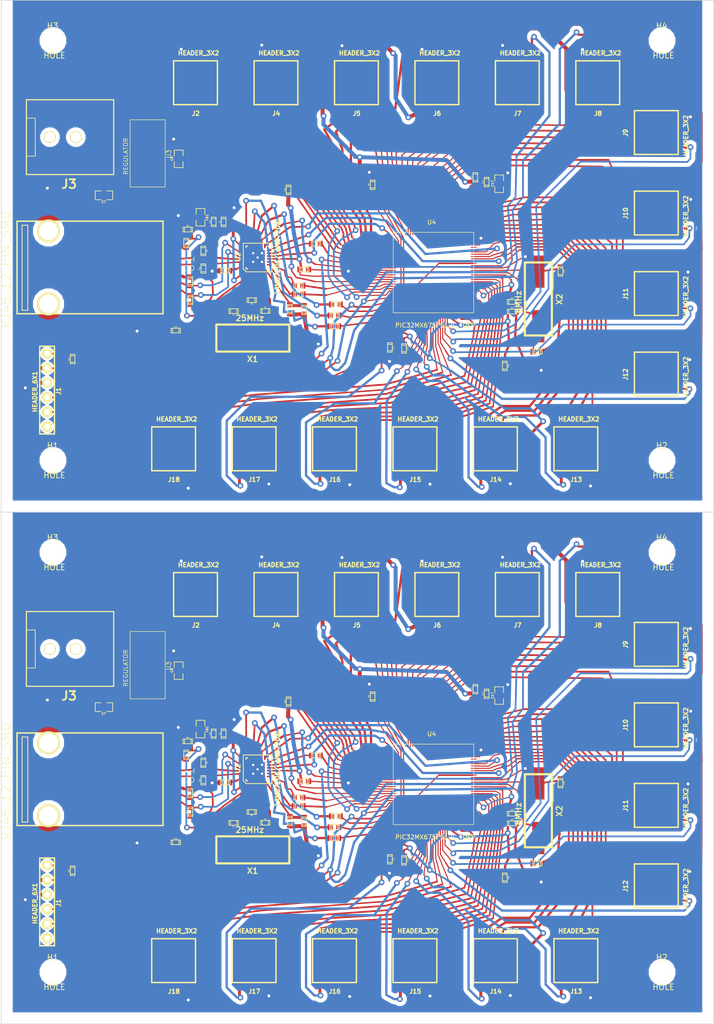
<source format=kicad_pcb>
(kicad_pcb (version 3) (host pcbnew "(2013-08-24 BZR 4298)-stable")
  (layers (15 F.Cu signal) (0 B.Cu signal) (18 B.Paste user) (19 F.Paste user) (20 B.SilkS user) (21 F.SilkS user) (22 B.Mask user) (23 F.Mask user) (28 Edge.Cuts user))
  (net 0 "")
  (net 1 +2.8v)
  (net 2 +5v)
  (net 3 AECRSDV)
  (net 4 AEMDC)
  (net 5 AEMDIO)
  (net 6 AEREFCLK)
  (net 7 AERXD0)
  (net 8 AERXD1)
  (net 9 AERXERR)
  (net 10 AETXD0)
  (net 11 AETXD1)
  (net 12 AETXEN)
  (net 13 AVDD)
  (net 14 GND)
  (net 15 GreenLED)
  (net 16 ICSPCLK_RB1)
  (net 17 ICSPDAT_RB0)
  (net 18 N-000001)
  (net 19 N-0000011)
  (net 20 N-00000114)
  (net 21 N-0000015)
  (net 22 N-0000016)
  (net 23 N-0000017)
  (net 24 N-000002)
  (net 25 N-0000021)
  (net 26 N-000003)
  (net 27 N-0000035)
  (net 28 N-0000036)
  (net 29 N-000004)
  (net 30 N-0000049)
  (net 31 N-000005)
  (net 32 N-0000052)
  (net 33 RA1)
  (net 34 RA14)
  (net 35 RA2)
  (net 36 RA3)
  (net 37 RA4)
  (net 38 RA5)
  (net 39 RA6)
  (net 40 RA7)
  (net 41 RB10)
  (net 42 RB11)
  (net 43 RB12)
  (net 44 RB13)
  (net 45 RB14)
  (net 46 RB15)
  (net 47 RB2)
  (net 48 RB3)
  (net 49 RB4)
  (net 50 RB5)
  (net 51 RB6)
  (net 52 RB7)
  (net 53 RB8)
  (net 54 RB9)
  (net 55 RC1)
  (net 56 RC2)
  (net 57 RC3)
  (net 58 RC4)
  (net 59 RD0)
  (net 60 RD1)
  (net 61 RD10)
  (net 62 RD12)
  (net 63 RD13)
  (net 64 RD2)
  (net 65 RD3)
  (net 66 RD4)
  (net 67 RD5)
  (net 68 RD6)
  (net 69 RD7)
  (net 70 RD9)
  (net 71 RE0)
  (net 72 RE1)
  (net 73 RE2)
  (net 74 RE3)
  (net 75 RE4)
  (net 76 RE5)
  (net 77 RE6)
  (net 78 RE7)
  (net 79 RF0)
  (net 80 RF1)
  (net 81 RF12)
  (net 82 RF13)
  (net 83 RF3)
  (net 84 RF4)
  (net 85 RF5)
  (net 86 RG0)
  (net 87 RG1)
  (net 88 RG12)
  (net 89 RG13)
  (net 90 RG14)
  (net 91 RG2)
  (net 92 RG3)
  (net 93 RG6)
  (net 94 RG7)
  (net 95 RXN)
  (net 96 RXP)
  (net 97 TXN)
  (net 98 TXP)
  (net 99 YellowLED)
  (net 100 nRST)
  (net 101 ~MCLR~)
  (module TED_crystal_SMT_13x5mm (layer F.Cu) (at 116.48 202.94 270)
    (fp_text reference X2 (at 0.0508 -3.6576 270) (layer F.SilkS) (effects (font (size 1.00076 1.00076) (thickness 0.20066))))
    (fp_text value 8MHz (at 0.5334 3.47472 270) (layer F.SilkS) (effects (font (size 1.00076 1.00076) (thickness 0.20066))))
    (pad 1 smd rect (at -4.75 0 270) (size 5.6 2.1) (layers F.Cu F.Paste F.Mask) (net 30 N-0000049))
    (pad 2 smd rect (at 4.75 0 270) (size 5.6 2.1) (layers F.Cu F.Paste F.Mask) (net 20 N-00000114))
  )
  (module TED_crystal_SMT_13x5mm (layer F.Cu) (at 66.79 209.74 180)
    (fp_text reference X1 (at 0.0508 -3.6576 180) (layer F.SilkS) (effects (font (size 1.00076 1.00076) (thickness 0.20066))))
    (fp_text value 25MHz (at 0.5334 3.47472 180) (layer F.SilkS) (effects (font (size 1.00076 1.00076) (thickness 0.20066))))
    (pad 1 smd rect (at -4.75 0 180) (size 5.6 2.1) (layers F.Cu F.Paste F.Mask) (net 19 N-0000011))
    (pad 2 smd rect (at 4.75 0 180) (size 5.6 2.1) (layers F.Cu F.Paste F.Mask) (net 27 N-0000035))
  )
  (module TED_SM0805 (layer F.Cu) (at 57.68 188.73 270)
    (fp_text reference FB1 (at 0.0254 -1.14808 270) (layer F.SilkS) (effects (font (size 0.381 0.381) (thickness 0.09398))))
    (fp_text value 500mA hide)
    (pad 1 smd rect (at -0.9525 0 270) (size 0.889 1.397) (layers F.Cu F.Paste F.Mask) (net 1 +2.8v))
    (pad 2 smd rect (at 0.9525 0 270) (size 0.889 1.397) (layers F.Cu F.Paste F.Mask) (net 13 AVDD))
  )
  (module TED_SM0805 (layer F.Cu) (at 40.875 184.925 180)
    (fp_text reference C7 (at 0.0254 -1.14808 180) (layer F.SilkS) (effects (font (size 0.381 0.381) (thickness 0.09398))))
    (fp_text value 4.7uF hide)
    (pad 1 smd rect (at -0.9525 0 180) (size 0.889 1.397) (layers F.Cu F.Paste F.Mask) (net 2 +5v))
    (pad 2 smd rect (at 0.9525 0 180) (size 0.889 1.397) (layers F.Cu F.Paste F.Mask) (net 14 GND))
  )
  (module TED_SM0805 (layer F.Cu) (at 53.875 178.575 90)
    (fp_text reference C9 (at 0.0254 -1.14808 90) (layer F.SilkS) (effects (font (size 0.381 0.381) (thickness 0.09398))))
    (fp_text value 4.7uF hide)
    (pad 1 smd rect (at -0.9525 0 90) (size 0.889 1.397) (layers F.Cu F.Paste F.Mask) (net 1 +2.8v))
    (pad 2 smd rect (at 0.9525 0 90) (size 0.889 1.397) (layers F.Cu F.Paste F.Mask) (net 14 GND))
  )
  (module TED_SM0805 (layer F.Cu) (at 109.65 182.9 90)
    (fp_text reference C17 (at 0.0254 -1.14808 90) (layer F.SilkS) (effects (font (size 0.381 0.381) (thickness 0.09398))))
    (fp_text value 10uF hide)
    (pad 1 smd rect (at -0.9525 0 90) (size 0.889 1.397) (layers F.Cu F.Paste F.Mask) (net 32 N-0000052))
    (pad 2 smd rect (at 0.9525 0 90) (size 0.889 1.397) (layers F.Cu F.Paste F.Mask) (net 14 GND))
  )
  (module TED_SM0603 (layer F.Cu) (at 107.47 182.6 90)
    (fp_text reference C14 (at 0 -0.635 90) (layer F.SilkS) (effects (font (size 0.20066 0.20066) (thickness 0.04064))))
    (fp_text value .1uF hide)
    (pad 2 smd rect (at 0.75184 0 90) (size 0.89916 1.00076) (layers F.Cu F.Paste F.Mask) (net 14 GND))
    (pad 1 smd rect (at -0.75184 0 90) (size 0.89916 1.00076) (layers F.Cu F.Paste F.Mask) (net 32 N-0000052))
  )
  (module TED_TQFP100 (layer F.Cu) (at 98.225 198.35)
    (fp_text reference U4 (at -0.32004 -8.75792) (layer F.SilkS) (effects (font (size 0.762 0.762) (thickness 0.127))))
    (fp_text value PIC32MX675F512L_TQFP (at 0.32512 9.1694) (layer F.SilkS) (effects (font (size 0.762 0.762) (thickness 0.127))))
    (pad 100 smd rect (at -4.8006 -7.00532 180) (size 0.15 1.00076) (layers F.Cu F.Paste F.Mask) (net 75 RE4))
    (pad 99 smd rect (at -4.40182 -7.00532 180) (size 0.15 1.00076) (layers F.Cu F.Paste F.Mask) (net 74 RE3))
    (pad 97 smd rect (at -3.60172 -7.00532 180) (size 0.15 1.00076) (layers F.Cu F.Paste F.Mask) (net 89 RG13))
    (pad 98 smd rect (at -4.0005 -7.00532 180) (size 0.15 1.00076) (layers F.Cu F.Paste F.Mask) (net 73 RE2))
    (pad 94 smd rect (at -2.4003 -7.00532 180) (size 0.15 1.00076) (layers F.Cu F.Paste F.Mask) (net 72 RE1))
    (pad 93 smd rect (at -2.00152 -7.00532 180) (size 0.15 1.00076) (layers F.Cu F.Paste F.Mask) (net 71 RE0))
    (pad 95 smd rect (at -2.80162 -7.00532 180) (size 0.15 1.00076) (layers F.Cu F.Paste F.Mask) (net 90 RG14))
    (pad 96 smd rect (at -3.2004 -7.00532 180) (size 0.15 1.00076) (layers F.Cu F.Paste F.Mask) (net 88 RG12))
    (pad 88 smd rect (at 0 -7.00532 180) (size 0.15 1.00076) (layers F.Cu F.Paste F.Mask) (net 80 RF1))
    (pad 87 smd rect (at 0.39878 -7.00532 180) (size 0.15 1.00076) (layers F.Cu F.Paste F.Mask) (net 79 RF0))
    (pad 90 smd rect (at -0.8001 -7.00532 180) (size 0.15 1.00076) (layers F.Cu F.Paste F.Mask) (net 86 RG0))
    (pad 89 smd rect (at -0.40132 -7.00532 180) (size 0.15 1.00076) (layers F.Cu F.Paste F.Mask) (net 87 RG1))
    (pad 91 smd rect (at -1.20142 -7.00532 180) (size 0.15 1.00076) (layers F.Cu F.Paste F.Mask) (net 39 RA6))
    (pad 92 smd rect (at -1.6002 -7.00532 180) (size 0.15 1.00076) (layers F.Cu F.Paste F.Mask) (net 40 RA7))
    (pad 85 smd rect (at 1.19888 -7.00532 180) (size 0.15 1.00076) (layers F.Cu F.Paste F.Mask) (net 32 N-0000052))
    (pad 86 smd rect (at 0.8001 -7.00532 180) (size 0.15 1.00076) (layers F.Cu F.Paste F.Mask) (net 1 +2.8v))
    (pad 76 smd rect (at 4.79806 -7.00532 180) (size 0.15 1.00076) (layers F.Cu F.Paste F.Mask) (net 60 RD1))
    (pad 80 smd rect (at 3.19786 -7.00532 180) (size 0.15 1.00076) (layers F.Cu F.Paste F.Mask) (net 63 RD13))
    (pad 79 smd rect (at 3.59918 -7.00532 180) (size 0.15 1.00076) (layers F.Cu F.Paste F.Mask) (net 62 RD12))
    (pad 77 smd rect (at 4.39928 -7.00532 180) (size 0.15 1.00076) (layers F.Cu F.Paste F.Mask) (net 64 RD2))
    (pad 78 smd rect (at 3.99796 -7.00532 180) (size 0.15 1.00076) (layers F.Cu F.Paste F.Mask) (net 65 RD3))
    (pad 82 smd rect (at 2.39776 -7.00532 180) (size 0.15 1.00076) (layers F.Cu F.Paste F.Mask) (net 67 RD5))
    (pad 81 smd rect (at 2.79908 -7.00532 180) (size 0.15 1.00076) (layers F.Cu F.Paste F.Mask) (net 66 RD4))
    (pad 83 smd rect (at 1.99898 -7.00532 180) (size 0.15 1.00076) (layers F.Cu F.Paste F.Mask) (net 68 RD6))
    (pad 84 smd rect (at 1.59766 -7.00532 180) (size 0.15 1.00076) (layers F.Cu F.Paste F.Mask) (net 69 RD7))
    (pad 75 smd rect (at 7.00024 -4.79298 90) (size 0.15 1.00076) (layers F.Cu F.Paste F.Mask) (net 14 GND))
    (pad 74 smd rect (at 7.00024 -4.3942 90) (size 0.15 1.00076) (layers F.Cu F.Paste F.Mask))
    (pad 72 smd rect (at 7.00024 -3.5941 90) (size 0.15 1.00076) (layers F.Cu F.Paste F.Mask) (net 59 RD0))
    (pad 73 smd rect (at 7.00024 -3.99542 90) (size 0.15 1.00076) (layers F.Cu F.Paste F.Mask))
    (pad 69 smd rect (at 7.00024 -2.39522 90) (size 0.15 1.00076) (layers F.Cu F.Paste F.Mask) (net 70 RD9))
    (pad 68 smd rect (at 7.00024 -1.9939 90) (size 0.15 1.00076) (layers F.Cu F.Paste F.Mask) (net 5 AEMDIO))
    (pad 70 smd rect (at 7.00024 -2.794 90) (size 0.15 1.00076) (layers F.Cu F.Paste F.Mask) (net 61 RD10))
    (pad 71 smd rect (at 7.00024 -3.19532 90) (size 0.15 1.00076) (layers F.Cu F.Paste F.Mask) (net 4 AEMDC))
    (pad 63 smd rect (at 7.00024 0.00508 90) (size 0.15 1.00076) (layers F.Cu F.Paste F.Mask) (net 20 N-00000114))
    (pad 62 smd rect (at 7.00024 0.4064 90) (size 0.15 1.00076) (layers F.Cu F.Paste F.Mask) (net 1 +2.8v))
    (pad 65 smd rect (at 7.00024 -0.79502 90) (size 0.15 1.00076) (layers F.Cu F.Paste F.Mask) (net 14 GND))
    (pad 64 smd rect (at 7.00024 -0.3937 90) (size 0.15 1.00076) (layers F.Cu F.Paste F.Mask) (net 30 N-0000049))
    (pad 66 smd rect (at 7.00024 -1.1938 90) (size 0.15 1.00076) (layers F.Cu F.Paste F.Mask) (net 34 RA14))
    (pad 67 smd rect (at 7.00024 -1.59512 90) (size 0.15 1.00076) (layers F.Cu F.Paste F.Mask) (net 12 AETXEN))
    (pad 60 smd rect (at 7.00024 1.2065 90) (size 0.15 1.00076) (layers F.Cu F.Paste F.Mask) (net 37 RA4))
    (pad 61 smd rect (at 7.00024 0.80518 90) (size 0.15 1.00076) (layers F.Cu F.Paste F.Mask) (net 38 RA5))
    (pad 51 smd rect (at 7.00024 4.80568 90) (size 0.15 1.00076) (layers F.Cu F.Paste F.Mask) (net 83 RF3))
    (pad 55 smd rect (at 7.00024 3.20548 90) (size 0.15 1.00076) (layers F.Cu F.Paste F.Mask) (net 1 +2.8v))
    (pad 54 smd rect (at 7.00024 3.6068 90) (size 0.15 1.00076) (layers F.Cu F.Paste F.Mask))
    (pad 52 smd rect (at 7.00024 4.4069 90) (size 0.15 1.00076) (layers F.Cu F.Paste F.Mask))
    (pad 53 smd rect (at 7.00024 4.00558 90) (size 0.15 1.00076) (layers F.Cu F.Paste F.Mask))
    (pad 57 smd rect (at 7.00024 2.40538 90) (size 0.15 1.00076) (layers F.Cu F.Paste F.Mask) (net 91 RG2))
    (pad 56 smd rect (at 7.00024 2.8067 90) (size 0.15 1.00076) (layers F.Cu F.Paste F.Mask) (net 92 RG3))
    (pad 58 smd rect (at 7.00024 2.0066 90) (size 0.15 1.00076) (layers F.Cu F.Paste F.Mask) (net 35 RA2))
    (pad 59 smd rect (at 7.00024 1.60528 90) (size 0.15 1.00076) (layers F.Cu F.Paste F.Mask) (net 36 RA3))
    (pad 42 smd rect (at 1.60274 7.00532 180) (size 0.15 1.00076) (layers F.Cu F.Paste F.Mask) (net 44 RB13))
    (pad 43 smd rect (at 2.00406 7.00532 180) (size 0.15 1.00076) (layers F.Cu F.Paste F.Mask) (net 45 RB14))
    (pad 45 smd rect (at 2.80416 7.00532 180) (size 0.15 1.00076) (layers F.Cu F.Paste F.Mask) (net 14 GND))
    (pad 44 smd rect (at 2.40284 7.00532 180) (size 0.15 1.00076) (layers F.Cu F.Paste F.Mask) (net 46 RB15))
    (pad 48 smd rect (at 4.00304 7.00532 180) (size 0.15 1.00076) (layers F.Cu F.Paste F.Mask) (net 11 AETXD1))
    (pad 49 smd rect (at 4.40436 7.00532 180) (size 0.15 1.00076) (layers F.Cu F.Paste F.Mask) (net 84 RF4))
    (pad 47 smd rect (at 3.60426 7.00532 180) (size 0.15 1.00076) (layers F.Cu F.Paste F.Mask) (net 10 AETXD0))
    (pad 46 smd rect (at 3.20294 7.00532 180) (size 0.15 1.00076) (layers F.Cu F.Paste F.Mask) (net 1 +2.8v))
    (pad 50 smd rect (at 4.80314 7.00532 180) (size 0.15 1.00076) (layers F.Cu F.Paste F.Mask) (net 85 RF5))
    (pad 17 smd rect (at -7.01548 1.6002 90) (size 0.15 1.00076) (layers F.Cu F.Paste F.Mask) (net 100 nRST))
    (pad 18 smd rect (at -7.01548 2.00152 90) (size 0.15 1.00076) (layers F.Cu F.Paste F.Mask) (net 7 AERXD0))
    (pad 20 smd rect (at -7.01548 2.80162 90) (size 0.15 1.00076) (layers F.Cu F.Paste F.Mask) (net 50 RB5))
    (pad 19 smd rect (at -7.01548 2.4003 90) (size 0.15 1.00076) (layers F.Cu F.Paste F.Mask) (net 8 AERXD1))
    (pad 23 smd rect (at -7.01548 4.0005 90) (size 0.15 1.00076) (layers F.Cu F.Paste F.Mask) (net 47 RB2))
    (pad 24 smd rect (at -7.01548 4.40182 90) (size 0.15 1.00076) (layers F.Cu F.Paste F.Mask) (net 16 ICSPCLK_RB1))
    (pad 22 smd rect (at -7.01548 3.60172 90) (size 0.15 1.00076) (layers F.Cu F.Paste F.Mask) (net 48 RB3))
    (pad 21 smd rect (at -7.01548 3.2004 90) (size 0.15 1.00076) (layers F.Cu F.Paste F.Mask) (net 49 RB4))
    (pad 25 smd rect (at -7.01548 4.8006 90) (size 0.15 1.00076) (layers F.Cu F.Paste F.Mask) (net 17 ICSPDAT_RB0))
    (pad 15 smd rect (at -7.01548 0.8001 90) (size 0.15 1.00076) (layers F.Cu F.Paste F.Mask) (net 14 GND))
    (pad 16 smd rect (at -7.01548 1.20142 90) (size 0.15 1.00076) (layers F.Cu F.Paste F.Mask) (net 1 +2.8v))
    (pad 9 smd rect (at -7.01548 -1.6002 90) (size 0.15 1.00076) (layers F.Cu F.Paste F.Mask) (net 58 RC4))
    (pad 10 smd rect (at -7.01548 -1.19888 90) (size 0.15 1.00076) (layers F.Cu F.Paste F.Mask) (net 93 RG6))
    (pad 12 smd rect (at -7.01548 -0.39878 90) (size 0.15 1.00076) (layers F.Cu F.Paste F.Mask) (net 3 AECRSDV))
    (pad 11 smd rect (at -7.01548 -0.8001 90) (size 0.15 1.00076) (layers F.Cu F.Paste F.Mask) (net 94 RG7))
    (pad 14 smd rect (at -7.01548 0.40132 90) (size 0.15 1.00076) (layers F.Cu F.Paste F.Mask) (net 6 AEREFCLK))
    (pad 13 smd rect (at -7.01548 0 90) (size 0.15 1.00076) (layers F.Cu F.Paste F.Mask) (net 101 ~MCLR~))
    (pad 5 smd rect (at -7.01548 -3.2004 90) (size 0.15 1.00076) (layers F.Cu F.Paste F.Mask) (net 78 RE7))
    (pad 6 smd rect (at -7.01548 -2.79908 90) (size 0.15 1.00076) (layers F.Cu F.Paste F.Mask) (net 55 RC1))
    (pad 8 smd rect (at -7.01548 -1.99898 90) (size 0.15 1.00076) (layers F.Cu F.Paste F.Mask) (net 57 RC3))
    (pad 7 smd rect (at -7.01548 -2.4003 90) (size 0.15 1.00076) (layers F.Cu F.Paste F.Mask) (net 56 RC2))
    (pad 3 smd rect (at -7.01548 -4.0005 90) (size 0.15 1.00076) (layers F.Cu F.Paste F.Mask) (net 76 RE5))
    (pad 4 smd rect (at -7.01548 -3.59918 90) (size 0.15 1.00076) (layers F.Cu F.Paste F.Mask) (net 77 RE6))
    (pad 2 smd rect (at -7.01548 -4.39928 90) (size 0.15 1.00076) (layers F.Cu F.Paste F.Mask) (net 1 +2.8v))
    (pad 1 smd rect (at -7.01548 -4.79806 90) (size 0.15 1.00076) (layers F.Cu F.Paste F.Mask) (net 9 AERXERR))
    (pad 40 smd rect (at 0.80518 7.00532 180) (size 0.15 1.00076) (layers F.Cu F.Paste F.Mask) (net 81 RF12))
    (pad 41 smd rect (at 1.20396 7.00532 180) (size 0.15 1.00076) (layers F.Cu F.Paste F.Mask) (net 43 RB12))
    (pad 34 smd rect (at -1.59512 7.00532 180) (size 0.15 1.00076) (layers F.Cu F.Paste F.Mask) (net 41 RB10))
    (pad 35 smd rect (at -1.19634 7.00532 180) (size 0.15 1.00076) (layers F.Cu F.Paste F.Mask) (net 42 RB11))
    (pad 37 smd rect (at -0.39624 7.00532 180) (size 0.15 1.00076) (layers F.Cu F.Paste F.Mask) (net 1 +2.8v))
    (pad 36 smd rect (at -0.79502 7.00532 180) (size 0.15 1.00076) (layers F.Cu F.Paste F.Mask) (net 14 GND))
    (pad 39 smd rect (at 0.40386 7.00532 180) (size 0.15 1.00076) (layers F.Cu F.Paste F.Mask) (net 82 RF13))
    (pad 38 smd rect (at 0.00508 7.00532 180) (size 0.15 1.00076) (layers F.Cu F.Paste F.Mask) (net 33 RA1))
    (pad 30 smd rect (at -3.19532 7.00532 180) (size 0.15 1.00076) (layers F.Cu F.Paste F.Mask) (net 1 +2.8v))
    (pad 31 smd rect (at -2.79654 7.00532 180) (size 0.15 1.00076) (layers F.Cu F.Paste F.Mask) (net 14 GND))
    (pad 33 smd rect (at -1.99644 7.00532 180) (size 0.15 1.00076) (layers F.Cu F.Paste F.Mask) (net 54 RB9))
    (pad 32 smd rect (at -2.39522 7.00532 180) (size 0.15 1.00076) (layers F.Cu F.Paste F.Mask) (net 53 RB8))
    (pad 28 smd rect (at -3.99542 7.00532 180) (size 0.15 1.00076) (layers F.Cu F.Paste F.Mask))
    (pad 29 smd rect (at -3.59664 7.00532 180) (size 0.15 1.00076) (layers F.Cu F.Paste F.Mask))
    (pad 27 smd rect (at -4.39674 7.00532 180) (size 0.15 1.00076) (layers F.Cu F.Paste F.Mask) (net 52 RB7))
    (pad 26 smd rect (at -4.79552 7.00532 180) (size 0.15 1.00076) (layers F.Cu F.Paste F.Mask) (net 51 RB6))
  )
  (module TED_QFN24 (layer F.Cu) (at 67.61 195.73 90)
    (fp_text reference U2 (at 0.1 -3.425 90) (layer F.SilkS) (effects (font (size 0.8 0.8) (thickness 0.2))))
    (fp_text value LAN8720A/LAN8720AI (at 0.175 3.475 90) (layer F.SilkS) (effects (font (size 0.8 0.8) (thickness 0.2))))
    (pad 25 smd rect (at 0 0) (size 2.49936 2.49936) (layers F.Cu F.Paste) (net 14 GND))
    (pad 1 smd oval (at -1.99898 -1.24968 90) (size 0.8001 0.24892) (layers F.Cu F.Paste F.Mask) (net 13 AVDD))
    (pad 2 smd oval (at -1.99898 -0.7493 90) (size 0.8001 0.24892) (layers F.Cu F.Paste F.Mask) (net 18 N-000001))
    (pad 3 smd oval (at -1.99898 -0.24892 90) (size 0.8001 0.24892) (layers F.Cu F.Paste F.Mask) (net 24 N-000002))
    (pad 4 smd oval (at -1.99898 0.24892 90) (size 0.8001 0.24892) (layers F.Cu F.Paste F.Mask) (net 27 N-0000035))
    (pad 5 smd oval (at -1.99898 0.7493 90) (size 0.8001 0.24892) (layers F.Cu F.Paste F.Mask) (net 19 N-0000011))
    (pad 6 smd oval (at -1.99898 1.24968 90) (size 0.8001 0.24892) (layers F.Cu F.Paste F.Mask) (net 28 N-0000036))
    (pad 7 smd oval (at -1.24968 1.99898 180) (size 0.8001 0.24892) (layers F.Cu F.Paste F.Mask) (net 29 N-000004))
    (pad 8 smd oval (at -0.7493 1.99898 180) (size 0.8001 0.24892) (layers F.Cu F.Paste F.Mask) (net 31 N-000005))
    (pad 9 smd oval (at -0.24892 1.99898 180) (size 0.8001 0.24892) (layers F.Cu F.Paste F.Mask) (net 1 +2.8v))
    (pad 10 smd oval (at 0.24892 1.99898 180) (size 0.8001 0.24892) (layers F.Cu F.Paste F.Mask) (net 9 AERXERR))
    (pad 11 smd oval (at 0.7493 1.99898 180) (size 0.8001 0.24892) (layers F.Cu F.Paste F.Mask) (net 25 N-0000021))
    (pad 12 smd oval (at 1.24968 1.99898 180) (size 0.8001 0.24892) (layers F.Cu F.Paste F.Mask) (net 5 AEMDIO))
    (pad 13 smd oval (at 1.99898 1.24968 270) (size 0.8001 0.24892) (layers F.Cu F.Paste F.Mask) (net 4 AEMDC))
    (pad 14 smd oval (at 1.99898 0.7493 270) (size 0.8001 0.24892) (layers F.Cu F.Paste F.Mask) (net 6 AEREFCLK))
    (pad 15 smd oval (at 1.99898 0.24892 270) (size 0.8001 0.24892) (layers F.Cu F.Paste F.Mask) (net 100 nRST))
    (pad 16 smd oval (at 1.99898 -0.24892 270) (size 0.8001 0.24892) (layers F.Cu F.Paste F.Mask) (net 21 N-0000015))
    (pad 17 smd oval (at 1.99898 -0.7493 270) (size 0.8001 0.24892) (layers F.Cu F.Paste F.Mask) (net 22 N-0000016))
    (pad 18 smd oval (at 1.99898 -1.24968 270) (size 0.8001 0.24892) (layers F.Cu F.Paste F.Mask) (net 23 N-0000017))
    (pad 19 smd oval (at 1.24968 -1.99898) (size 0.8001 0.24892) (layers F.Cu F.Paste F.Mask) (net 13 AVDD))
    (pad 20 smd oval (at 0.7493 -1.99898) (size 0.8001 0.24892) (layers F.Cu F.Paste F.Mask) (net 97 TXN))
    (pad 21 smd oval (at 0.24892 -1.99898) (size 0.8001 0.24892) (layers F.Cu F.Paste F.Mask) (net 98 TXP))
    (pad 22 smd oval (at -0.24892 -1.99898) (size 0.8001 0.24892) (layers F.Cu F.Paste F.Mask) (net 95 RXN))
    (pad 23 smd oval (at -0.7493 -1.99898) (size 0.8001 0.24892) (layers F.Cu F.Paste F.Mask) (net 96 RXP))
    (pad 24 smd oval (at -1.24968 -1.99898) (size 0.8001 0.24892) (layers F.Cu F.Paste F.Mask) (net 26 N-000003))
    (pad 25 thru_hole circle (at 0 0) (size 0.6 0.6) (drill 0.4) (layers *.Cu) (net 14 GND))
    (pad 25 thru_hole circle (at 0.762 -0.762) (size 0.6 0.6) (drill 0.4) (layers *.Cu) (net 14 GND))
    (pad 25 thru_hole circle (at -0.762 -0.762) (size 0.6 0.6) (drill 0.4) (layers *.Cu) (net 14 GND))
    (pad 25 thru_hole circle (at 0.762 0.762) (size 0.6 0.6) (drill 0.4) (layers *.Cu) (net 14 GND))
    (pad 25 thru_hole circle (at -0.762 0.762) (size 0.6 0.6) (drill 0.4) (layers *.Cu) (net 14 GND))
    (pad 25 smd rect (at 0 0) (size 2.49936 2.49936) (layers B.Cu B.Paste) (net 14 GND))
  )
  (module TED_3v_DPAK (layer F.Cu) (at 48.475 177.625 270)
    (fp_text reference U3 (at 0.127 -3.683 270) (layer F.SilkS) (effects (font (size 0.762 0.762) (thickness 0.09906))))
    (fp_text value REGULATOR (at 0.508 3.81 270) (layer F.SilkS) (effects (font (size 0.762 0.762) (thickness 0.09906))))
    (pad 1 smd rect (at 4.064 2.032 270) (size 3.048 1.524) (layers F.Cu F.Paste F.Mask) (net 14 GND))
    (pad 3 smd rect (at 4.064 -2.032 270) (size 3.048 1.524) (layers F.Cu F.Paste F.Mask) (net 2 +5v))
    (pad 2 smd rect (at -3.048 0 270) (size 5.334 5.08) (layers F.Cu F.Paste F.Mask) (net 1 +2.8v))
  )
  (module TED_HEADER_3x2_SMT (layer F.Cu) (at 56.81 165.334)
    (fp_text reference J2 (at 0.05 5.35) (layer F.SilkS) (effects (font (size 0.762 0.762) (thickness 0.1905))))
    (fp_text value HEADER_3X2 (at 0.525 -5.15) (layer F.SilkS) (effects (font (size 0.762 0.762) (thickness 0.1905))))
    (pad 1 smd rect (at -2.54 2.54) (size 0.9906 2.54) (layers F.Cu F.Paste F.Mask) (net 1 +2.8v) (clearance 0.508))
    (pad 2 smd rect (at 0 2.54) (size 0.9906 2.54) (layers F.Cu F.Paste F.Mask) (net 93 RG6) (clearance 0.508))
    (pad 3 smd rect (at 2.54 2.54) (size 0.9906 2.54) (layers F.Cu F.Paste F.Mask) (net 58 RC4) (clearance 0.508))
    (pad 4 smd rect (at 2.54 -2.54) (size 0.9906 2.54) (layers F.Cu F.Paste F.Mask) (net 50 RB5) (clearance 0.508))
    (pad 5 smd rect (at 0 -2.54) (size 0.9906 2.54) (layers F.Cu F.Paste F.Mask) (net 94 RG7) (clearance 0.508))
    (pad 6 smd rect (at -2.54 -2.54) (size 0.9906 2.54) (layers F.Cu F.Paste F.Mask) (net 14 GND) (clearance 0.508))
  )
  (module TED_SM0603 (layer F.Cu) (at 55.17 193.21 270)
    (fp_text reference R16 (at 0 -0.635 270) (layer F.SilkS) (effects (font (size 0.20066 0.20066) (thickness 0.04064))))
    (fp_text value "10k 1%" hide)
    (pad 2 smd rect (at 0.75184 0 270) (size 0.89916 1.00076) (layers F.Cu F.Paste F.Mask) (net 14 GND) (clearance 0.1))
    (pad 1 smd rect (at -0.75184 0 270) (size 0.89916 1.00076) (layers F.Cu F.Paste F.Mask) (net 18 N-000001) (clearance 0.1))
  )
  (module TED_SM0603 (layer F.Cu) (at 55.46 190.87)
    (fp_text reference R15 (at 0 -0.635) (layer F.SilkS) (effects (font (size 0.20066 0.20066) (thickness 0.04064))))
    (fp_text value 249 hide)
    (pad 2 smd rect (at 0.75184 0) (size 0.89916 1.00076) (layers F.Cu F.Paste F.Mask) (net 18 N-000001) (clearance 0.1))
    (pad 1 smd rect (at -0.75184 0) (size 0.89916 1.00076) (layers F.Cu F.Paste F.Mask) (net 15 GreenLED) (clearance 0.1))
  )
  (module TED_SM0603 (layer F.Cu) (at 35.425 213.375 90)
    (fp_text reference R14 (at 0 -0.635 90) (layer F.SilkS) (effects (font (size 0.20066 0.20066) (thickness 0.04064))))
    (fp_text value 4.7k hide)
    (pad 2 smd rect (at 0.75184 0 90) (size 0.89916 1.00076) (layers F.Cu F.Paste F.Mask) (net 101 ~MCLR~) (clearance 0.1))
    (pad 1 smd rect (at -0.75184 0 90) (size 0.89916 1.00076) (layers F.Cu F.Paste F.Mask) (net 1 +2.8v) (clearance 0.1))
  )
  (module TED_SM0603 (layer F.Cu) (at 53.37 208.43)
    (fp_text reference R13 (at 0 -0.635) (layer F.SilkS) (effects (font (size 0.20066 0.20066) (thickness 0.04064))))
    (fp_text value 249 hide)
    (pad 2 smd rect (at 0.75184 0) (size 0.89916 1.00076) (layers F.Cu F.Paste F.Mask) (net 24 N-000002) (clearance 0.1))
    (pad 1 smd rect (at -0.75184 0) (size 0.89916 1.00076) (layers F.Cu F.Paste F.Mask) (net 99 YellowLED) (clearance 0.1))
  )
  (module TED_SM0603 (layer F.Cu) (at 55.93 203.12 90)
    (fp_text reference R12 (at 0 -0.635 90) (layer F.SilkS) (effects (font (size 0.20066 0.20066) (thickness 0.04064))))
    (fp_text value 49.9 hide)
    (pad 2 smd rect (at 0.75184 0 90) (size 0.89916 1.00076) (layers F.Cu F.Paste F.Mask) (net 98 TXP) (clearance 0.1))
    (pad 1 smd rect (at -0.75184 0 90) (size 0.89916 1.00076) (layers F.Cu F.Paste F.Mask) (net 13 AVDD) (clearance 0.1))
  )
  (module TED_SM0603 (layer F.Cu) (at 55.88 199.87 270)
    (fp_text reference R11 (at 0 -0.635 270) (layer F.SilkS) (effects (font (size 0.20066 0.20066) (thickness 0.04064))))
    (fp_text value 49.9 hide)
    (pad 2 smd rect (at 0.75184 0 270) (size 0.89916 1.00076) (layers F.Cu F.Paste F.Mask) (net 97 TXN) (clearance 0.1))
    (pad 1 smd rect (at -0.75184 0 270) (size 0.89916 1.00076) (layers F.Cu F.Paste F.Mask) (net 13 AVDD) (clearance 0.1))
  )
  (module TED_SM0603 (layer F.Cu) (at 58.18 197.64 90)
    (fp_text reference R10 (at 0 -0.635 90) (layer F.SilkS) (effects (font (size 0.20066 0.20066) (thickness 0.04064))))
    (fp_text value 49.9 hide)
    (pad 2 smd rect (at 0.75184 0 90) (size 0.89916 1.00076) (layers F.Cu F.Paste F.Mask) (net 96 RXP) (clearance 0.1))
    (pad 1 smd rect (at -0.75184 0 90) (size 0.89916 1.00076) (layers F.Cu F.Paste F.Mask) (net 13 AVDD) (clearance 0.1))
  )
  (module TED_SM0603 (layer F.Cu) (at 58.16 194.58 270)
    (fp_text reference R9 (at 0 -0.635 270) (layer F.SilkS) (effects (font (size 0.20066 0.20066) (thickness 0.04064))))
    (fp_text value 49.9 hide)
    (pad 2 smd rect (at 0.75184 0 270) (size 0.89916 1.00076) (layers F.Cu F.Paste F.Mask) (net 95 RXN) (clearance 0.1))
    (pad 1 smd rect (at -0.75184 0 270) (size 0.89916 1.00076) (layers F.Cu F.Paste F.Mask) (net 13 AVDD) (clearance 0.1))
  )
  (module TED_SM0603 (layer F.Cu) (at 77.77 193.34)
    (fp_text reference R8 (at 0 -0.635) (layer F.SilkS) (effects (font (size 0.20066 0.20066) (thickness 0.04064))))
    (fp_text value 33 hide)
    (pad 2 smd rect (at 0.75184 0) (size 0.89916 1.00076) (layers F.Cu F.Paste F.Mask) (net 3 AECRSDV) (clearance 0.1))
    (pad 1 smd rect (at -0.75184 0) (size 0.89916 1.00076) (layers F.Cu F.Paste F.Mask) (net 25 N-0000021) (clearance 0.1))
  )
  (module TED_SM0603 (layer F.Cu) (at 74.73 200.63)
    (fp_text reference R7 (at 0 -0.635) (layer F.SilkS) (effects (font (size 0.20066 0.20066) (thickness 0.04064))))
    (fp_text value 33 hide)
    (pad 2 smd rect (at 0.75184 0) (size 0.89916 1.00076) (layers F.Cu F.Paste F.Mask) (net 7 AERXD0) (clearance 0.1))
    (pad 1 smd rect (at -0.75184 0) (size 0.89916 1.00076) (layers F.Cu F.Paste F.Mask) (net 31 N-000005) (clearance 0.1))
  )
  (module TED_SM0603 (layer F.Cu) (at 74.75 202.12)
    (fp_text reference R6 (at 0 -0.635) (layer F.SilkS) (effects (font (size 0.20066 0.20066) (thickness 0.04064))))
    (fp_text value 33 hide)
    (pad 2 smd rect (at 0.75184 0) (size 0.89916 1.00076) (layers F.Cu F.Paste F.Mask) (net 8 AERXD1) (clearance 0.1))
    (pad 1 smd rect (at -0.75184 0) (size 0.89916 1.00076) (layers F.Cu F.Paste F.Mask) (net 29 N-000004) (clearance 0.1))
  )
  (module TED_SM0603 (layer F.Cu) (at 66.6 203.15 180)
    (fp_text reference R5 (at 0 -0.635 180) (layer F.SilkS) (effects (font (size 0.20066 0.20066) (thickness 0.04064))))
    (fp_text value 1M hide)
    (pad 2 smd rect (at 0.75184 0 180) (size 0.89916 1.00076) (layers F.Cu F.Paste F.Mask) (net 27 N-0000035) (clearance 0.1))
    (pad 1 smd rect (at -0.75184 0 180) (size 0.89916 1.00076) (layers F.Cu F.Paste F.Mask) (net 19 N-0000011) (clearance 0.1))
  )
  (module TED_SM0603 (layer F.Cu) (at 81 205.81)
    (fp_text reference R3 (at 0 -0.635) (layer F.SilkS) (effects (font (size 0.20066 0.20066) (thickness 0.04064))))
    (fp_text value 33 hide)
    (pad 2 smd rect (at 0.75184 0) (size 0.89916 1.00076) (layers F.Cu F.Paste F.Mask) (net 11 AETXD1) (clearance 0.1))
    (pad 1 smd rect (at -0.75184 0) (size 0.89916 1.00076) (layers F.Cu F.Paste F.Mask) (net 23 N-0000017) (clearance 0.1))
  )
  (module TED_SM0603 (layer F.Cu) (at 80.98 207.69)
    (fp_text reference R2 (at 0 -0.635) (layer F.SilkS) (effects (font (size 0.20066 0.20066) (thickness 0.04064))))
    (fp_text value 33 hide)
    (pad 2 smd rect (at 0.75184 0) (size 0.89916 1.00076) (layers F.Cu F.Paste F.Mask) (net 10 AETXD0) (clearance 0.1))
    (pad 1 smd rect (at -0.75184 0) (size 0.89916 1.00076) (layers F.Cu F.Paste F.Mask) (net 22 N-0000016) (clearance 0.1))
  )
  (module TED_SM0603 (layer F.Cu) (at 81.24 203.89)
    (fp_text reference R1 (at 0 -0.635) (layer F.SilkS) (effects (font (size 0.20066 0.20066) (thickness 0.04064))))
    (fp_text value 33 hide)
    (pad 2 smd rect (at 0.75184 0) (size 0.89916 1.00076) (layers F.Cu F.Paste F.Mask) (net 12 AETXEN) (clearance 0.1))
    (pad 1 smd rect (at -0.75184 0) (size 0.89916 1.00076) (layers F.Cu F.Paste F.Mask) (net 21 N-0000015) (clearance 0.1))
  )
  (module TED_SM0603 (layer F.Cu) (at 111.91 205.13)
    (fp_text reference C21 (at 0 -0.635) (layer F.SilkS) (effects (font (size 0.20066 0.20066) (thickness 0.04064))))
    (fp_text value .1uF hide)
    (pad 2 smd rect (at 0.75184 0) (size 0.89916 1.00076) (layers F.Cu F.Paste F.Mask) (net 14 GND) (clearance 0.1))
    (pad 1 smd rect (at -0.75184 0) (size 0.89916 1.00076) (layers F.Cu F.Paste F.Mask) (net 1 +2.8v) (clearance 0.1))
  )
  (module TED_SM0603 (layer F.Cu) (at 116.31 212.11)
    (fp_text reference C20 (at 0 -0.635) (layer F.SilkS) (effects (font (size 0.20066 0.20066) (thickness 0.04064))))
    (fp_text value 18pF hide)
    (pad 2 smd rect (at 0.75184 0) (size 0.89916 1.00076) (layers F.Cu F.Paste F.Mask) (net 14 GND) (clearance 0.1))
    (pad 1 smd rect (at -0.75184 0) (size 0.89916 1.00076) (layers F.Cu F.Paste F.Mask) (net 20 N-00000114) (clearance 0.1))
  )
  (module TED_SM0603 (layer F.Cu) (at 120.32 198.14 270)
    (fp_text reference C19 (at 0 -0.635 270) (layer F.SilkS) (effects (font (size 0.20066 0.20066) (thickness 0.04064))))
    (fp_text value 18pF hide)
    (pad 2 smd rect (at 0.75184 0 270) (size 0.89916 1.00076) (layers F.Cu F.Paste F.Mask) (net 14 GND) (clearance 0.1))
    (pad 1 smd rect (at -0.75184 0 270) (size 0.89916 1.00076) (layers F.Cu F.Paste F.Mask) (net 30 N-0000049) (clearance 0.1))
  )
  (module TED_SM0603 (layer F.Cu) (at 110.64 214.58 270)
    (fp_text reference C18 (at 0 -0.635 270) (layer F.SilkS) (effects (font (size 0.20066 0.20066) (thickness 0.04064))))
    (fp_text value .1uF hide)
    (pad 2 smd rect (at 0.75184 0 270) (size 0.89916 1.00076) (layers F.Cu F.Paste F.Mask) (net 14 GND) (clearance 0.1))
    (pad 1 smd rect (at -0.75184 0 270) (size 0.89916 1.00076) (layers F.Cu F.Paste F.Mask) (net 1 +2.8v) (clearance 0.1))
  )
  (module TED_SM0603 (layer F.Cu) (at 105.51 181.79 90)
    (fp_text reference C13 (at 0 -0.635 90) (layer F.SilkS) (effects (font (size 0.20066 0.20066) (thickness 0.04064))))
    (fp_text value .1uF hide)
    (pad 2 smd rect (at 0.75184 0 90) (size 0.89916 1.00076) (layers F.Cu F.Paste F.Mask) (net 14 GND) (clearance 0.1))
    (pad 1 smd rect (at -0.75184 0 90) (size 0.89916 1.00076) (layers F.Cu F.Paste F.Mask) (net 1 +2.8v) (clearance 0.1))
  )
  (module TED_SM0603 (layer F.Cu) (at 93.1 211.56 270)
    (fp_text reference C12 (at 0 -0.635 270) (layer F.SilkS) (effects (font (size 0.20066 0.20066) (thickness 0.04064))))
    (fp_text value .1uF hide)
    (pad 2 smd rect (at 0.75184 0 270) (size 0.89916 1.00076) (layers F.Cu F.Paste F.Mask) (net 14 GND) (clearance 0.1))
    (pad 1 smd rect (at -0.75184 0 270) (size 0.89916 1.00076) (layers F.Cu F.Paste F.Mask) (net 1 +2.8v) (clearance 0.1))
  )
  (module TED_SM0603 (layer F.Cu) (at 90.64 211.38 270)
    (fp_text reference C11 (at 0 -0.635 270) (layer F.SilkS) (effects (font (size 0.20066 0.20066) (thickness 0.04064))))
    (fp_text value .1uF hide)
    (pad 2 smd rect (at 0.75184 0 270) (size 0.89916 1.00076) (layers F.Cu F.Paste F.Mask) (net 14 GND) (clearance 0.1))
    (pad 1 smd rect (at -0.75184 0 270) (size 0.89916 1.00076) (layers F.Cu F.Paste F.Mask) (net 1 +2.8v) (clearance 0.1))
  )
  (module TED_SM0603 (layer F.Cu) (at 75.73 197.81)
    (fp_text reference C10 (at 0 -0.635) (layer F.SilkS) (effects (font (size 0.20066 0.20066) (thickness 0.04064))))
    (fp_text value .1uF hide)
    (pad 2 smd rect (at 0.75184 0) (size 0.89916 1.00076) (layers F.Cu F.Paste F.Mask) (net 14 GND) (clearance 0.1))
    (pad 1 smd rect (at -0.75184 0) (size 0.89916 1.00076) (layers F.Cu F.Paste F.Mask) (net 1 +2.8v) (clearance 0.1))
  )
  (module TED_SM0603 (layer F.Cu) (at 87.63 183.08 90)
    (fp_text reference C8 (at 0 -0.635 90) (layer F.SilkS) (effects (font (size 0.20066 0.20066) (thickness 0.04064))))
    (fp_text value .1uF hide)
    (pad 2 smd rect (at 0.75184 0 90) (size 0.89916 1.00076) (layers F.Cu F.Paste F.Mask) (net 14 GND) (clearance 0.1))
    (pad 1 smd rect (at -0.75184 0 90) (size 0.89916 1.00076) (layers F.Cu F.Paste F.Mask) (net 1 +2.8v) (clearance 0.1))
  )
  (module TED_SM0603 (layer F.Cu) (at 61.7 189.53 90)
    (fp_text reference C6 (at 0 -0.635 90) (layer F.SilkS) (effects (font (size 0.20066 0.20066) (thickness 0.04064))))
    (fp_text value .1uF hide)
    (pad 2 smd rect (at 0.75184 0 90) (size 0.89916 1.00076) (layers F.Cu F.Paste F.Mask) (net 14 GND) (clearance 0.1))
    (pad 1 smd rect (at -0.75184 0 90) (size 0.89916 1.00076) (layers F.Cu F.Paste F.Mask) (net 13 AVDD) (clearance 0.1))
  )
  (module TED_SM0603 (layer F.Cu) (at 63.45 205.05 180)
    (fp_text reference C4 (at 0 -0.635 180) (layer F.SilkS) (effects (font (size 0.20066 0.20066) (thickness 0.04064))))
    (fp_text value 18pF hide)
    (pad 2 smd rect (at 0.75184 0 180) (size 0.89916 1.00076) (layers F.Cu F.Paste F.Mask) (net 27 N-0000035) (clearance 0.1))
    (pad 1 smd rect (at -0.75184 0 180) (size 0.89916 1.00076) (layers F.Cu F.Paste F.Mask) (net 14 GND) (clearance 0.1))
  )
  (module TED_SM0603 (layer F.Cu) (at 68.95 205.03)
    (fp_text reference C3 (at 0 -0.635) (layer F.SilkS) (effects (font (size 0.20066 0.20066) (thickness 0.04064))))
    (fp_text value 18pF hide)
    (pad 2 smd rect (at 0.75184 0) (size 0.89916 1.00076) (layers F.Cu F.Paste F.Mask) (net 19 N-0000011) (clearance 0.1))
    (pad 1 smd rect (at -0.75184 0) (size 0.89916 1.00076) (layers F.Cu F.Paste F.Mask) (net 14 GND) (clearance 0.1))
  )
  (module TED_SM0603 (layer F.Cu) (at 75.7 204.85 270)
    (fp_text reference C1 (at 0 -0.635 270) (layer F.SilkS) (effects (font (size 0.20066 0.20066) (thickness 0.04064))))
    (fp_text value .1uF hide)
    (pad 2 smd rect (at 0.75184 0 270) (size 0.89916 1.00076) (layers F.Cu F.Paste F.Mask) (net 14 GND) (clearance 0.1))
    (pad 1 smd rect (at -0.75184 0 270) (size 0.89916 1.00076) (layers F.Cu F.Paste F.Mask) (net 28 N-0000036) (clearance 0.1))
  )
  (module TED_SM0603 (layer F.Cu) (at 61.98 198.03 180)
    (fp_text reference R4 (at 0 -0.635 180) (layer F.SilkS) (effects (font (size 0.20066 0.20066) (thickness 0.04064))))
    (fp_text value "12.1k 1%" hide)
    (pad 2 smd rect (at 0.75184 0 180) (size 0.89916 1.00076) (layers F.Cu F.Paste F.Mask) (net 14 GND) (clearance 0.1))
    (pad 1 smd rect (at -0.75184 0 180) (size 0.89916 1.00076) (layers F.Cu F.Paste F.Mask) (net 26 N-000003) (clearance 0.1))
  )
  (module TED_RJ45_12pin_SMD (layer F.Cu) (at 38.45 197.46 270)
    (fp_text reference U1 (at -0.625 -17.4 270) (layer F.SilkS) (effects (font (thickness 0.09906))))
    (fp_text value RJ45_12_PIN_SMD (at 0.4 14.6 270) (layer F.SilkS) (effects (font (thickness 0.09906))))
    (pad 12 smd rect (at -6.6 -12.7 270) (size 0.81 4.6) (layers F.Cu F.Paste F.Mask) (net 15 GreenLED) (clearance 0.2))
    (pad 11 smd rect (at -4.76 -12.7 270) (size 0.81 4.6) (layers F.Cu F.Paste F.Mask) (net 14 GND) (clearance 0.2))
    (pad 10 smd rect (at -3.56 -12.7 270) (size 0.61 4.6) (layers F.Cu F.Paste F.Mask) (net 14 GND) (clearance 0.2))
    (pad 9 smd rect (at -2.54 -12.7 270) (size 0.61 4.6) (layers F.Cu F.Paste F.Mask) (clearance 0.2))
    (pad 7 smd rect (at -0.5 -12.7 270) (size 0.61 4.6) (layers F.Cu F.Paste F.Mask) (net 96 RXP) (clearance 0.2))
    (pad 3 smd rect (at 3.56 -12.7 270) (size 0.61 4.6) (layers F.Cu F.Paste F.Mask) (net 98 TXP) (clearance 0.2))
    (pad 5 smd rect (at 1.52 -12.7 270) (size 0.61 4.6) (layers F.Cu F.Paste F.Mask) (net 13 AVDD) (clearance 0.2))
    (pad 1 smd rect (at 6.6 -12.7 270) (size 0.81 4.6) (layers F.Cu F.Paste F.Mask) (net 99 YellowLED) (clearance 0.2))
    (pad 2 smd rect (at 4.76 -12.7 270) (size 0.81 4.6) (layers F.Cu F.Paste F.Mask) (net 14 GND) (clearance 0.2))
    (pad 6 smd rect (at 0.51 -12.7 270) (size 0.61 4.6) (layers F.Cu F.Paste F.Mask) (net 13 AVDD) (clearance 0.2))
    (pad 4 smd rect (at 2.54 -12.7 270) (size 0.61 4.6) (layers F.Cu F.Paste F.Mask) (net 97 TXN) (clearance 0.2))
    (pad "" np_thru_hole circle (at 6.35 7.22 270) (size 4 4) (drill 3.25) (layers *.Cu *.Mask F.SilkS) (clearance 0.3))
    (pad "" np_thru_hole circle (at -6.35 7.22 270) (size 4 4) (drill 3.25) (layers *.Cu *.Mask F.SilkS) (clearance 0.3))
    (pad 8 smd rect (at -1.52 -12.7 270) (size 0.61 4.6) (layers F.Cu F.Paste F.Mask) (net 95 RXN) (clearance 0.2))
    (pad "" connect rect (at -9.3 7.22 270) (size 2.5 3.9) (layers F.Cu F.Mask))
    (pad "" connect rect (at 9.3 7.22 270) (size 2.5 3.9) (layers F.Cu F.Mask))
  )
  (module TED_SM0603 (layer F.Cu) (at 73.23 204.71 270)
    (fp_text reference C2 (at 0 -0.635 270) (layer F.SilkS) (effects (font (size 0.20066 0.20066) (thickness 0.04064))))
    (fp_text value 1uF hide)
    (pad 2 smd rect (at 0.75184 0 270) (size 0.89916 1.00076) (layers F.Cu F.Paste F.Mask) (net 14 GND) (clearance 0.1))
    (pad 1 smd rect (at -0.75184 0 270) (size 0.89916 1.00076) (layers F.Cu F.Paste F.Mask) (net 28 N-0000036) (clearance 0.1))
  )
  (module TED_SM0603 (layer F.Cu) (at 59.97 189.53 90)
    (fp_text reference C15 (at 0 -0.635 90) (layer F.SilkS) (effects (font (size 0.20066 0.20066) (thickness 0.04064))))
    (fp_text value 1uF hide)
    (pad 2 smd rect (at 0.75184 0 90) (size 0.89916 1.00076) (layers F.Cu F.Paste F.Mask) (net 14 GND) (clearance 0.1))
    (pad 1 smd rect (at -0.75184 0 90) (size 0.89916 1.00076) (layers F.Cu F.Paste F.Mask) (net 13 AVDD) (clearance 0.1))
  )
  (module TED_SM0603 (layer F.Cu) (at 73 183.96 90)
    (fp_text reference C16 (at 0 -0.635 90) (layer F.SilkS) (effects (font (size 0.20066 0.20066) (thickness 0.04064))))
    (fp_text value .1uF hide)
    (pad 2 smd rect (at 0.75184 0 90) (size 0.89916 1.00076) (layers F.Cu F.Paste F.Mask) (net 14 GND) (clearance 0.1))
    (pad 1 smd rect (at -0.75184 0 90) (size 0.89916 1.00076) (layers F.Cu F.Paste F.Mask) (net 1 +2.8v) (clearance 0.1))
  )
  (module TED_DC_2.1mm_SMT (layer F.Cu) (at 34.975 174.8 180)
    (fp_text reference J3 (at 0.15748 -8.15848 180) (layer F.SilkS) (effects (font (thickness 0.3048))))
    (fp_text value "Logic DC_2.1MM" hide)
    (pad "" np_thru_hole circle (at -1.00076 0 180) (size 1.99898 1.99898) (drill 1.69926) (layers *.Cu *.Mask F.SilkS))
    (pad 1 smd rect (at 3.50012 5.4102 180) (size 1.99898 1.99898) (layers F.Cu F.Paste F.Mask) (net 2 +5v))
    (pad 1 smd rect (at -2.60096 5.4102 180) (size 1.99898 1.99898) (layers F.Cu F.Paste F.Mask) (net 2 +5v))
    (pad 2 smd rect (at 3.50012 -5.41528 180) (size 1.99898 1.99898) (layers F.Cu F.Paste F.Mask) (net 14 GND))
    (pad 3 smd rect (at -2.60096 -5.41528 180) (size 1.99898 1.99898) (layers F.Cu F.Paste F.Mask))
    (pad "" np_thru_hole circle (at 3.50012 0 180) (size 1.99898 1.99898) (drill 1.69926) (layers *.Cu *.Mask F.SilkS))
  )
  (module TED_HEADER_6x1_BOTTOM (layer F.Cu) (at 30.988 218.794 270)
    (fp_text reference J1 (at 0.1778 -1.98628 270) (layer F.SilkS) (effects (font (size 0.762 0.762) (thickness 0.1905))))
    (fp_text value HEADER_6X1 (at 0.26924 2.11328 270) (layer F.SilkS) (effects (font (size 0.762 0.762) (thickness 0.1905))))
    (pad 5 thru_hole circle (at 3.78968 0 270) (size 1.8 1.8) (drill 1) (layers *.Mask F.Cu F.SilkS) (net 16 ICSPCLK_RB1))
    (pad 6 thru_hole circle (at 6.32968 0 270) (size 1.8 1.8) (drill 1) (layers *.Mask F.Cu F.SilkS))
    (pad 1 thru_hole circle (at -6.35 0 270) (size 1.8 1.8) (drill 1) (layers *.Mask F.Cu F.SilkS) (net 101 ~MCLR~))
    (pad 2 thru_hole circle (at -3.81 0 270) (size 1.8 1.8) (drill 1) (layers *.Mask F.Cu F.SilkS) (net 1 +2.8v))
    (pad 4 thru_hole circle (at 1.25984 0 270) (size 1.8 1.8) (drill 1) (layers *.Mask F.Cu F.SilkS) (net 17 ICSPDAT_RB0))
    (pad 3 thru_hole circle (at -1.28016 0 270) (size 1.8 1.8) (drill 1) (layers *.Mask F.Cu F.SilkS) (net 14 GND))
  )
  (module TED_Hole_3.25mm (layer F.Cu) (at 32 231)
    (fp_text reference H1 (at -0.05 -2.55) (layer F.SilkS))
    (fp_text value HOLE (at 0.25 2.6) (layer F.SilkS))
    (pad "" np_thru_hole circle (at 0 0) (size 3.25 3.25) (drill 3.25) (layers *.Cu *.Mask F.SilkS))
  )
  (module TED_Hole_3.25mm (layer F.Cu) (at 138 231)
    (fp_text reference H2 (at -0.05 -2.55) (layer F.SilkS))
    (fp_text value HOLE (at 0.25 2.6) (layer F.SilkS))
    (pad "" np_thru_hole circle (at 0 0) (size 3.25 3.25) (drill 3.25) (layers *.Cu *.Mask F.SilkS))
  )
  (module TED_Hole_3.25mm (layer F.Cu) (at 32 158)
    (fp_text reference H3 (at -0.05 -2.55) (layer F.SilkS))
    (fp_text value HOLE (at 0.25 2.6) (layer F.SilkS))
    (pad "" np_thru_hole circle (at 0 0) (size 3.25 3.25) (drill 3.25) (layers *.Cu *.Mask F.SilkS))
  )
  (module TED_Hole_3.25mm (layer F.Cu) (at 138 158)
    (fp_text reference H4 (at -0.05 -2.55) (layer F.SilkS))
    (fp_text value HOLE (at 0.25 2.6) (layer F.SilkS))
    (pad "" np_thru_hole circle (at 0 0) (size 3.25 3.25) (drill 3.25) (layers *.Cu *.Mask F.SilkS))
  )
  (module TED_SM0603 (layer F.Cu) (at 111.9 203.45)
    (fp_text reference C22 (at 0 -0.635) (layer F.SilkS) (effects (font (size 0.20066 0.20066) (thickness 0.04064))))
    (fp_text value .1uF hide)
    (pad 2 smd rect (at 0.75184 0) (size 0.89916 1.00076) (layers F.Cu F.Paste F.Mask) (net 14 GND) (clearance 0.1))
    (pad 1 smd rect (at -0.75184 0) (size 0.89916 1.00076) (layers F.Cu F.Paste F.Mask) (net 1 +2.8v) (clearance 0.1))
  )
  (module TED_HEADER_3x2_SMT (layer F.Cu) (at 70.81 165.334)
    (fp_text reference J4 (at 0.05 5.35) (layer F.SilkS) (effects (font (size 0.762 0.762) (thickness 0.1905))))
    (fp_text value HEADER_3X2 (at 0.525 -5.15) (layer F.SilkS) (effects (font (size 0.762 0.762) (thickness 0.1905))))
    (pad 1 smd rect (at -2.54 2.54) (size 0.9906 2.54) (layers F.Cu F.Paste F.Mask) (net 1 +2.8v) (clearance 0.508))
    (pad 2 smd rect (at 0 2.54) (size 0.9906 2.54) (layers F.Cu F.Paste F.Mask) (net 56 RC2) (clearance 0.508))
    (pad 3 smd rect (at 2.54 2.54) (size 0.9906 2.54) (layers F.Cu F.Paste F.Mask) (net 55 RC1) (clearance 0.508))
    (pad 4 smd rect (at 2.54 -2.54) (size 0.9906 2.54) (layers F.Cu F.Paste F.Mask) (net 49 RB4) (clearance 0.508))
    (pad 5 smd rect (at 0 -2.54) (size 0.9906 2.54) (layers F.Cu F.Paste F.Mask) (net 57 RC3) (clearance 0.508))
    (pad 6 smd rect (at -2.54 -2.54) (size 0.9906 2.54) (layers F.Cu F.Paste F.Mask) (net 14 GND) (clearance 0.508))
  )
  (module TED_HEADER_3x2_SMT (layer F.Cu) (at 84.81 165.334)
    (fp_text reference J5 (at 0.05 5.35) (layer F.SilkS) (effects (font (size 0.762 0.762) (thickness 0.1905))))
    (fp_text value HEADER_3X2 (at 0.525 -5.15) (layer F.SilkS) (effects (font (size 0.762 0.762) (thickness 0.1905))))
    (pad 1 smd rect (at -2.54 2.54) (size 0.9906 2.54) (layers F.Cu F.Paste F.Mask) (net 1 +2.8v) (clearance 0.508))
    (pad 2 smd rect (at 0 2.54) (size 0.9906 2.54) (layers F.Cu F.Paste F.Mask) (net 77 RE6) (clearance 0.508))
    (pad 3 smd rect (at 2.54 2.54) (size 0.9906 2.54) (layers F.Cu F.Paste F.Mask) (net 76 RE5) (clearance 0.508))
    (pad 4 smd rect (at 2.54 -2.54) (size 0.9906 2.54) (layers F.Cu F.Paste F.Mask) (net 48 RB3) (clearance 0.508))
    (pad 5 smd rect (at 0 -2.54) (size 0.9906 2.54) (layers F.Cu F.Paste F.Mask) (net 78 RE7) (clearance 0.508))
    (pad 6 smd rect (at -2.54 -2.54) (size 0.9906 2.54) (layers F.Cu F.Paste F.Mask) (net 14 GND) (clearance 0.508))
  )
  (module TED_HEADER_3x2_SMT (layer F.Cu) (at 98.81 165.334)
    (fp_text reference J6 (at 0.05 5.35) (layer F.SilkS) (effects (font (size 0.762 0.762) (thickness 0.1905))))
    (fp_text value HEADER_3X2 (at 0.525 -5.15) (layer F.SilkS) (effects (font (size 0.762 0.762) (thickness 0.1905))))
    (pad 1 smd rect (at -2.54 2.54) (size 0.9906 2.54) (layers F.Cu F.Paste F.Mask) (net 1 +2.8v) (clearance 0.508))
    (pad 2 smd rect (at 0 2.54) (size 0.9906 2.54) (layers F.Cu F.Paste F.Mask) (net 74 RE3) (clearance 0.508))
    (pad 3 smd rect (at 2.54 2.54) (size 0.9906 2.54) (layers F.Cu F.Paste F.Mask) (net 73 RE2) (clearance 0.508))
    (pad 4 smd rect (at 2.54 -2.54) (size 0.9906 2.54) (layers F.Cu F.Paste F.Mask) (net 47 RB2) (clearance 0.508))
    (pad 5 smd rect (at 0 -2.54) (size 0.9906 2.54) (layers F.Cu F.Paste F.Mask) (net 75 RE4) (clearance 0.508))
    (pad 6 smd rect (at -2.54 -2.54) (size 0.9906 2.54) (layers F.Cu F.Paste F.Mask) (net 14 GND) (clearance 0.508))
  )
  (module TED_HEADER_3x2_SMT (layer F.Cu) (at 112.81 165.334)
    (fp_text reference J7 (at 0.05 5.35) (layer F.SilkS) (effects (font (size 0.762 0.762) (thickness 0.1905))))
    (fp_text value HEADER_3X2 (at 0.525 -5.15) (layer F.SilkS) (effects (font (size 0.762 0.762) (thickness 0.1905))))
    (pad 1 smd rect (at -2.54 2.54) (size 0.9906 2.54) (layers F.Cu F.Paste F.Mask) (net 1 +2.8v) (clearance 0.508))
    (pad 2 smd rect (at 0 2.54) (size 0.9906 2.54) (layers F.Cu F.Paste F.Mask) (net 88 RG12) (clearance 0.508))
    (pad 3 smd rect (at 2.54 2.54) (size 0.9906 2.54) (layers F.Cu F.Paste F.Mask) (net 90 RG14) (clearance 0.508))
    (pad 4 smd rect (at 2.54 -2.54) (size 0.9906 2.54) (layers F.Cu F.Paste F.Mask) (net 16 ICSPCLK_RB1) (clearance 0.508))
    (pad 5 smd rect (at 0 -2.54) (size 0.9906 2.54) (layers F.Cu F.Paste F.Mask) (net 89 RG13) (clearance 0.508))
    (pad 6 smd rect (at -2.54 -2.54) (size 0.9906 2.54) (layers F.Cu F.Paste F.Mask) (net 14 GND) (clearance 0.508))
  )
  (module TED_HEADER_3x2_SMT (layer F.Cu) (at 126.81 165.334)
    (fp_text reference J8 (at 0.05 5.35) (layer F.SilkS) (effects (font (size 0.762 0.762) (thickness 0.1905))))
    (fp_text value HEADER_3X2 (at 0.525 -5.15) (layer F.SilkS) (effects (font (size 0.762 0.762) (thickness 0.1905))))
    (pad 1 smd rect (at -2.54 2.54) (size 0.9906 2.54) (layers F.Cu F.Paste F.Mask) (net 1 +2.8v) (clearance 0.508))
    (pad 2 smd rect (at 0 2.54) (size 0.9906 2.54) (layers F.Cu F.Paste F.Mask) (net 71 RE0) (clearance 0.508))
    (pad 3 smd rect (at 2.54 2.54) (size 0.9906 2.54) (layers F.Cu F.Paste F.Mask) (net 40 RA7) (clearance 0.508))
    (pad 4 smd rect (at 2.54 -2.54) (size 0.9906 2.54) (layers F.Cu F.Paste F.Mask) (net 17 ICSPDAT_RB0) (clearance 0.508))
    (pad 5 smd rect (at 0 -2.54) (size 0.9906 2.54) (layers F.Cu F.Paste F.Mask) (net 72 RE1) (clearance 0.508))
    (pad 6 smd rect (at -2.54 -2.54) (size 0.9906 2.54) (layers F.Cu F.Paste F.Mask) (net 14 GND) (clearance 0.508))
  )
  (module TED_HEADER_3x2_SMT (layer F.Cu) (at 137 174 270)
    (fp_text reference J9 (at 0.05 5.35 270) (layer F.SilkS) (effects (font (size 0.762 0.762) (thickness 0.1905))))
    (fp_text value HEADER_3X2 (at 0.525 -5.15 270) (layer F.SilkS) (effects (font (size 0.762 0.762) (thickness 0.1905))))
    (pad 1 smd rect (at -2.54 2.54 270) (size 0.9906 2.54) (layers F.Cu F.Paste F.Mask) (net 1 +2.8v) (clearance 0.508))
    (pad 2 smd rect (at 0 2.54 270) (size 0.9906 2.54) (layers F.Cu F.Paste F.Mask) (net 86 RG0) (clearance 0.508))
    (pad 3 smd rect (at 2.54 2.54 270) (size 0.9906 2.54) (layers F.Cu F.Paste F.Mask) (net 87 RG1) (clearance 0.508))
    (pad 4 smd rect (at 2.54 -2.54 270) (size 0.9906 2.54) (layers F.Cu F.Paste F.Mask) (net 46 RB15) (clearance 0.508))
    (pad 5 smd rect (at 0 -2.54 270) (size 0.9906 2.54) (layers F.Cu F.Paste F.Mask) (net 39 RA6) (clearance 0.508))
    (pad 6 smd rect (at -2.54 -2.54 270) (size 0.9906 2.54) (layers F.Cu F.Paste F.Mask) (net 14 GND) (clearance 0.508))
  )
  (module TED_HEADER_3x2_SMT (layer F.Cu) (at 137 188 270)
    (fp_text reference J10 (at 0.05 5.35 270) (layer F.SilkS) (effects (font (size 0.762 0.762) (thickness 0.1905))))
    (fp_text value HEADER_3X2 (at 0.525 -5.15 270) (layer F.SilkS) (effects (font (size 0.762 0.762) (thickness 0.1905))))
    (pad 1 smd rect (at -2.54 2.54 270) (size 0.9906 2.54) (layers F.Cu F.Paste F.Mask) (net 1 +2.8v) (clearance 0.508))
    (pad 2 smd rect (at 0 2.54 270) (size 0.9906 2.54) (layers F.Cu F.Paste F.Mask) (net 79 RF0) (clearance 0.508))
    (pad 3 smd rect (at 2.54 2.54 270) (size 0.9906 2.54) (layers F.Cu F.Paste F.Mask) (net 69 RD7) (clearance 0.508))
    (pad 4 smd rect (at 2.54 -2.54 270) (size 0.9906 2.54) (layers F.Cu F.Paste F.Mask) (net 45 RB14) (clearance 0.508))
    (pad 5 smd rect (at 0 -2.54 270) (size 0.9906 2.54) (layers F.Cu F.Paste F.Mask) (net 80 RF1) (clearance 0.508))
    (pad 6 smd rect (at -2.54 -2.54 270) (size 0.9906 2.54) (layers F.Cu F.Paste F.Mask) (net 14 GND) (clearance 0.508))
  )
  (module TED_HEADER_3x2_SMT (layer F.Cu) (at 137 202 270)
    (fp_text reference J11 (at 0.05 5.35 270) (layer F.SilkS) (effects (font (size 0.762 0.762) (thickness 0.1905))))
    (fp_text value HEADER_3X2 (at 0.525 -5.15 270) (layer F.SilkS) (effects (font (size 0.762 0.762) (thickness 0.1905))))
    (pad 1 smd rect (at -2.54 2.54 270) (size 0.9906 2.54) (layers F.Cu F.Paste F.Mask) (net 1 +2.8v) (clearance 0.508))
    (pad 2 smd rect (at 0 2.54 270) (size 0.9906 2.54) (layers F.Cu F.Paste F.Mask) (net 67 RD5) (clearance 0.508))
    (pad 3 smd rect (at 2.54 2.54 270) (size 0.9906 2.54) (layers F.Cu F.Paste F.Mask) (net 66 RD4) (clearance 0.508))
    (pad 4 smd rect (at 2.54 -2.54 270) (size 0.9906 2.54) (layers F.Cu F.Paste F.Mask) (net 44 RB13) (clearance 0.508))
    (pad 5 smd rect (at 0 -2.54 270) (size 0.9906 2.54) (layers F.Cu F.Paste F.Mask) (net 68 RD6) (clearance 0.508))
    (pad 6 smd rect (at -2.54 -2.54 270) (size 0.9906 2.54) (layers F.Cu F.Paste F.Mask) (net 14 GND) (clearance 0.508))
  )
  (module TED_HEADER_3x2_SMT (layer F.Cu) (at 137 216 270)
    (fp_text reference J12 (at 0.05 5.35 270) (layer F.SilkS) (effects (font (size 0.762 0.762) (thickness 0.1905))))
    (fp_text value HEADER_3X2 (at 0.525 -5.15 270) (layer F.SilkS) (effects (font (size 0.762 0.762) (thickness 0.1905))))
    (pad 1 smd rect (at -2.54 2.54 270) (size 0.9906 2.54) (layers F.Cu F.Paste F.Mask) (net 1 +2.8v) (clearance 0.508))
    (pad 2 smd rect (at 0 2.54 270) (size 0.9906 2.54) (layers F.Cu F.Paste F.Mask) (net 62 RD12) (clearance 0.508))
    (pad 3 smd rect (at 2.54 2.54 270) (size 0.9906 2.54) (layers F.Cu F.Paste F.Mask) (net 65 RD3) (clearance 0.508))
    (pad 4 smd rect (at 2.54 -2.54 270) (size 0.9906 2.54) (layers F.Cu F.Paste F.Mask) (net 43 RB12) (clearance 0.508))
    (pad 5 smd rect (at 0 -2.54 270) (size 0.9906 2.54) (layers F.Cu F.Paste F.Mask) (net 63 RD13) (clearance 0.508))
    (pad 6 smd rect (at -2.54 -2.54 270) (size 0.9906 2.54) (layers F.Cu F.Paste F.Mask) (net 14 GND) (clearance 0.508))
  )
  (module TED_HEADER_3x2_SMT (layer F.Cu) (at 123 229)
    (fp_text reference J13 (at 0.05 5.35) (layer F.SilkS) (effects (font (size 0.762 0.762) (thickness 0.1905))))
    (fp_text value HEADER_3X2 (at 0.525 -5.15) (layer F.SilkS) (effects (font (size 0.762 0.762) (thickness 0.1905))))
    (pad 1 smd rect (at -2.54 2.54) (size 0.9906 2.54) (layers F.Cu F.Paste F.Mask) (net 42 RB11) (clearance 0.508))
    (pad 2 smd rect (at 0 2.54) (size 0.9906 2.54) (layers F.Cu F.Paste F.Mask) (net 64 RD2) (clearance 0.508))
    (pad 3 smd rect (at 2.54 2.54) (size 0.9906 2.54) (layers F.Cu F.Paste F.Mask) (net 14 GND) (clearance 0.508))
    (pad 4 smd rect (at 2.54 -2.54) (size 0.9906 2.54) (layers F.Cu F.Paste F.Mask) (net 1 +2.8v) (clearance 0.508))
    (pad 5 smd rect (at 0 -2.54) (size 0.9906 2.54) (layers F.Cu F.Paste F.Mask) (net 60 RD1) (clearance 0.508))
    (pad 6 smd rect (at -2.54 -2.54) (size 0.9906 2.54) (layers F.Cu F.Paste F.Mask) (net 59 RD0) (clearance 0.508))
  )
  (module TED_HEADER_3x2_SMT (layer F.Cu) (at 109 229)
    (fp_text reference J14 (at 0.05 5.35) (layer F.SilkS) (effects (font (size 0.762 0.762) (thickness 0.1905))))
    (fp_text value HEADER_3X2 (at 0.525 -5.15) (layer F.SilkS) (effects (font (size 0.762 0.762) (thickness 0.1905))))
    (pad 1 smd rect (at -2.54 2.54) (size 0.9906 2.54) (layers F.Cu F.Paste F.Mask) (net 41 RB10) (clearance 0.508))
    (pad 2 smd rect (at 0 2.54) (size 0.9906 2.54) (layers F.Cu F.Paste F.Mask) (net 61 RD10) (clearance 0.508))
    (pad 3 smd rect (at 2.54 2.54) (size 0.9906 2.54) (layers F.Cu F.Paste F.Mask) (net 14 GND) (clearance 0.508))
    (pad 4 smd rect (at 2.54 -2.54) (size 0.9906 2.54) (layers F.Cu F.Paste F.Mask) (net 1 +2.8v) (clearance 0.508))
    (pad 5 smd rect (at 0 -2.54) (size 0.9906 2.54) (layers F.Cu F.Paste F.Mask) (net 70 RD9) (clearance 0.508))
    (pad 6 smd rect (at -2.54 -2.54) (size 0.9906 2.54) (layers F.Cu F.Paste F.Mask) (net 34 RA14) (clearance 0.508))
  )
  (module TED_HEADER_3x2_SMT (layer F.Cu) (at 95 229)
    (fp_text reference J15 (at 0.05 5.35) (layer F.SilkS) (effects (font (size 0.762 0.762) (thickness 0.1905))))
    (fp_text value HEADER_3X2 (at 0.525 -5.15) (layer F.SilkS) (effects (font (size 0.762 0.762) (thickness 0.1905))))
    (pad 1 smd rect (at -2.54 2.54) (size 0.9906 2.54) (layers F.Cu F.Paste F.Mask) (net 54 RB9) (clearance 0.508))
    (pad 2 smd rect (at 0 2.54) (size 0.9906 2.54) (layers F.Cu F.Paste F.Mask) (net 38 RA5) (clearance 0.508))
    (pad 3 smd rect (at 2.54 2.54) (size 0.9906 2.54) (layers F.Cu F.Paste F.Mask) (net 14 GND) (clearance 0.508))
    (pad 4 smd rect (at 2.54 -2.54) (size 0.9906 2.54) (layers F.Cu F.Paste F.Mask) (net 1 +2.8v) (clearance 0.508))
    (pad 5 smd rect (at 0 -2.54) (size 0.9906 2.54) (layers F.Cu F.Paste F.Mask) (net 37 RA4) (clearance 0.508))
    (pad 6 smd rect (at -2.54 -2.54) (size 0.9906 2.54) (layers F.Cu F.Paste F.Mask) (net 36 RA3) (clearance 0.508))
  )
  (module TED_HEADER_3x2_SMT (layer F.Cu) (at 81 229)
    (fp_text reference J16 (at 0.05 5.35) (layer F.SilkS) (effects (font (size 0.762 0.762) (thickness 0.1905))))
    (fp_text value HEADER_3X2 (at 0.525 -5.15) (layer F.SilkS) (effects (font (size 0.762 0.762) (thickness 0.1905))))
    (pad 1 smd rect (at -2.54 2.54) (size 0.9906 2.54) (layers F.Cu F.Paste F.Mask) (net 53 RB8) (clearance 0.508))
    (pad 2 smd rect (at 0 2.54) (size 0.9906 2.54) (layers F.Cu F.Paste F.Mask) (net 35 RA2) (clearance 0.508))
    (pad 3 smd rect (at 2.54 2.54) (size 0.9906 2.54) (layers F.Cu F.Paste F.Mask) (net 14 GND) (clearance 0.508))
    (pad 4 smd rect (at 2.54 -2.54) (size 0.9906 2.54) (layers F.Cu F.Paste F.Mask) (net 1 +2.8v) (clearance 0.508))
    (pad 5 smd rect (at 0 -2.54) (size 0.9906 2.54) (layers F.Cu F.Paste F.Mask) (net 91 RG2) (clearance 0.508))
    (pad 6 smd rect (at -2.54 -2.54) (size 0.9906 2.54) (layers F.Cu F.Paste F.Mask) (net 92 RG3) (clearance 0.508))
  )
  (module TED_HEADER_3x2_SMT (layer F.Cu) (at 67 229)
    (fp_text reference J17 (at 0.05 5.35) (layer F.SilkS) (effects (font (size 0.762 0.762) (thickness 0.1905))))
    (fp_text value HEADER_3X2 (at 0.525 -5.15) (layer F.SilkS) (effects (font (size 0.762 0.762) (thickness 0.1905))))
    (pad 1 smd rect (at -2.54 2.54) (size 0.9906 2.54) (layers F.Cu F.Paste F.Mask) (net 52 RB7) (clearance 0.508))
    (pad 2 smd rect (at 0 2.54) (size 0.9906 2.54) (layers F.Cu F.Paste F.Mask) (net 83 RF3) (clearance 0.508))
    (pad 3 smd rect (at 2.54 2.54) (size 0.9906 2.54) (layers F.Cu F.Paste F.Mask) (net 14 GND) (clearance 0.508))
    (pad 4 smd rect (at 2.54 -2.54) (size 0.9906 2.54) (layers F.Cu F.Paste F.Mask) (net 1 +2.8v) (clearance 0.508))
    (pad 5 smd rect (at 0 -2.54) (size 0.9906 2.54) (layers F.Cu F.Paste F.Mask) (net 85 RF5) (clearance 0.508))
    (pad 6 smd rect (at -2.54 -2.54) (size 0.9906 2.54) (layers F.Cu F.Paste F.Mask) (net 84 RF4) (clearance 0.508))
  )
  (module TED_HEADER_3x2_SMT (layer F.Cu) (at 53 229)
    (fp_text reference J18 (at 0.05 5.35) (layer F.SilkS) (effects (font (size 0.762 0.762) (thickness 0.1905))))
    (fp_text value HEADER_3X2 (at 0.525 -5.15) (layer F.SilkS) (effects (font (size 0.762 0.762) (thickness 0.1905))))
    (pad 1 smd rect (at -2.54 2.54) (size 0.9906 2.54) (layers F.Cu F.Paste F.Mask) (net 51 RB6) (clearance 0.508))
    (pad 2 smd rect (at 0 2.54) (size 0.9906 2.54) (layers F.Cu F.Paste F.Mask) (net 81 RF12) (clearance 0.508))
    (pad 3 smd rect (at 2.54 2.54) (size 0.9906 2.54) (layers F.Cu F.Paste F.Mask) (net 14 GND) (clearance 0.508))
    (pad 4 smd rect (at 2.54 -2.54) (size 0.9906 2.54) (layers F.Cu F.Paste F.Mask) (net 1 +2.8v) (clearance 0.508))
    (pad 5 smd rect (at 0 -2.54) (size 0.9906 2.54) (layers F.Cu F.Paste F.Mask) (net 82 RF13) (clearance 0.508))
    (pad 6 smd rect (at -2.54 -2.54) (size 0.9906 2.54) (layers F.Cu F.Paste F.Mask) (net 33 RA1) (clearance 0.508))
  )
  (module TED_HEADER_3x2_SMT (layer F.Cu) (at 53 140)
    (fp_text reference J18 (at 0.05 5.35) (layer F.SilkS) (effects (font (size 0.762 0.762) (thickness 0.1905))))
    (fp_text value HEADER_3X2 (at 0.525 -5.15) (layer F.SilkS) (effects (font (size 0.762 0.762) (thickness 0.1905))))
    (pad 1 smd rect (at -2.54 2.54) (size 0.9906 2.54) (layers F.Cu F.Paste F.Mask) (net 51 RB6) (clearance 0.508))
    (pad 2 smd rect (at 0 2.54) (size 0.9906 2.54) (layers F.Cu F.Paste F.Mask) (net 81 RF12) (clearance 0.508))
    (pad 3 smd rect (at 2.54 2.54) (size 0.9906 2.54) (layers F.Cu F.Paste F.Mask) (net 14 GND) (clearance 0.508))
    (pad 4 smd rect (at 2.54 -2.54) (size 0.9906 2.54) (layers F.Cu F.Paste F.Mask) (net 1 +2.8v) (clearance 0.508))
    (pad 5 smd rect (at 0 -2.54) (size 0.9906 2.54) (layers F.Cu F.Paste F.Mask) (net 82 RF13) (clearance 0.508))
    (pad 6 smd rect (at -2.54 -2.54) (size 0.9906 2.54) (layers F.Cu F.Paste F.Mask) (net 33 RA1) (clearance 0.508))
  )
  (module TED_HEADER_3x2_SMT (layer F.Cu) (at 67 140)
    (fp_text reference J17 (at 0.05 5.35) (layer F.SilkS) (effects (font (size 0.762 0.762) (thickness 0.1905))))
    (fp_text value HEADER_3X2 (at 0.525 -5.15) (layer F.SilkS) (effects (font (size 0.762 0.762) (thickness 0.1905))))
    (pad 1 smd rect (at -2.54 2.54) (size 0.9906 2.54) (layers F.Cu F.Paste F.Mask) (net 52 RB7) (clearance 0.508))
    (pad 2 smd rect (at 0 2.54) (size 0.9906 2.54) (layers F.Cu F.Paste F.Mask) (net 83 RF3) (clearance 0.508))
    (pad 3 smd rect (at 2.54 2.54) (size 0.9906 2.54) (layers F.Cu F.Paste F.Mask) (net 14 GND) (clearance 0.508))
    (pad 4 smd rect (at 2.54 -2.54) (size 0.9906 2.54) (layers F.Cu F.Paste F.Mask) (net 1 +2.8v) (clearance 0.508))
    (pad 5 smd rect (at 0 -2.54) (size 0.9906 2.54) (layers F.Cu F.Paste F.Mask) (net 85 RF5) (clearance 0.508))
    (pad 6 smd rect (at -2.54 -2.54) (size 0.9906 2.54) (layers F.Cu F.Paste F.Mask) (net 84 RF4) (clearance 0.508))
  )
  (module TED_HEADER_3x2_SMT (layer F.Cu) (at 81 140)
    (fp_text reference J16 (at 0.05 5.35) (layer F.SilkS) (effects (font (size 0.762 0.762) (thickness 0.1905))))
    (fp_text value HEADER_3X2 (at 0.525 -5.15) (layer F.SilkS) (effects (font (size 0.762 0.762) (thickness 0.1905))))
    (pad 1 smd rect (at -2.54 2.54) (size 0.9906 2.54) (layers F.Cu F.Paste F.Mask) (net 53 RB8) (clearance 0.508))
    (pad 2 smd rect (at 0 2.54) (size 0.9906 2.54) (layers F.Cu F.Paste F.Mask) (net 35 RA2) (clearance 0.508))
    (pad 3 smd rect (at 2.54 2.54) (size 0.9906 2.54) (layers F.Cu F.Paste F.Mask) (net 14 GND) (clearance 0.508))
    (pad 4 smd rect (at 2.54 -2.54) (size 0.9906 2.54) (layers F.Cu F.Paste F.Mask) (net 1 +2.8v) (clearance 0.508))
    (pad 5 smd rect (at 0 -2.54) (size 0.9906 2.54) (layers F.Cu F.Paste F.Mask) (net 91 RG2) (clearance 0.508))
    (pad 6 smd rect (at -2.54 -2.54) (size 0.9906 2.54) (layers F.Cu F.Paste F.Mask) (net 92 RG3) (clearance 0.508))
  )
  (module TED_HEADER_3x2_SMT (layer F.Cu) (at 95 140)
    (fp_text reference J15 (at 0.05 5.35) (layer F.SilkS) (effects (font (size 0.762 0.762) (thickness 0.1905))))
    (fp_text value HEADER_3X2 (at 0.525 -5.15) (layer F.SilkS) (effects (font (size 0.762 0.762) (thickness 0.1905))))
    (pad 1 smd rect (at -2.54 2.54) (size 0.9906 2.54) (layers F.Cu F.Paste F.Mask) (net 54 RB9) (clearance 0.508))
    (pad 2 smd rect (at 0 2.54) (size 0.9906 2.54) (layers F.Cu F.Paste F.Mask) (net 38 RA5) (clearance 0.508))
    (pad 3 smd rect (at 2.54 2.54) (size 0.9906 2.54) (layers F.Cu F.Paste F.Mask) (net 14 GND) (clearance 0.508))
    (pad 4 smd rect (at 2.54 -2.54) (size 0.9906 2.54) (layers F.Cu F.Paste F.Mask) (net 1 +2.8v) (clearance 0.508))
    (pad 5 smd rect (at 0 -2.54) (size 0.9906 2.54) (layers F.Cu F.Paste F.Mask) (net 37 RA4) (clearance 0.508))
    (pad 6 smd rect (at -2.54 -2.54) (size 0.9906 2.54) (layers F.Cu F.Paste F.Mask) (net 36 RA3) (clearance 0.508))
  )
  (module TED_HEADER_3x2_SMT (layer F.Cu) (at 109 140)
    (fp_text reference J14 (at 0.05 5.35) (layer F.SilkS) (effects (font (size 0.762 0.762) (thickness 0.1905))))
    (fp_text value HEADER_3X2 (at 0.525 -5.15) (layer F.SilkS) (effects (font (size 0.762 0.762) (thickness 0.1905))))
    (pad 1 smd rect (at -2.54 2.54) (size 0.9906 2.54) (layers F.Cu F.Paste F.Mask) (net 41 RB10) (clearance 0.508))
    (pad 2 smd rect (at 0 2.54) (size 0.9906 2.54) (layers F.Cu F.Paste F.Mask) (net 61 RD10) (clearance 0.508))
    (pad 3 smd rect (at 2.54 2.54) (size 0.9906 2.54) (layers F.Cu F.Paste F.Mask) (net 14 GND) (clearance 0.508))
    (pad 4 smd rect (at 2.54 -2.54) (size 0.9906 2.54) (layers F.Cu F.Paste F.Mask) (net 1 +2.8v) (clearance 0.508))
    (pad 5 smd rect (at 0 -2.54) (size 0.9906 2.54) (layers F.Cu F.Paste F.Mask) (net 70 RD9) (clearance 0.508))
    (pad 6 smd rect (at -2.54 -2.54) (size 0.9906 2.54) (layers F.Cu F.Paste F.Mask) (net 34 RA14) (clearance 0.508))
  )
  (module TED_HEADER_3x2_SMT (layer F.Cu) (at 123 140)
    (fp_text reference J13 (at 0.05 5.35) (layer F.SilkS) (effects (font (size 0.762 0.762) (thickness 0.1905))))
    (fp_text value HEADER_3X2 (at 0.525 -5.15) (layer F.SilkS) (effects (font (size 0.762 0.762) (thickness 0.1905))))
    (pad 1 smd rect (at -2.54 2.54) (size 0.9906 2.54) (layers F.Cu F.Paste F.Mask) (net 42 RB11) (clearance 0.508))
    (pad 2 smd rect (at 0 2.54) (size 0.9906 2.54) (layers F.Cu F.Paste F.Mask) (net 64 RD2) (clearance 0.508))
    (pad 3 smd rect (at 2.54 2.54) (size 0.9906 2.54) (layers F.Cu F.Paste F.Mask) (net 14 GND) (clearance 0.508))
    (pad 4 smd rect (at 2.54 -2.54) (size 0.9906 2.54) (layers F.Cu F.Paste F.Mask) (net 1 +2.8v) (clearance 0.508))
    (pad 5 smd rect (at 0 -2.54) (size 0.9906 2.54) (layers F.Cu F.Paste F.Mask) (net 60 RD1) (clearance 0.508))
    (pad 6 smd rect (at -2.54 -2.54) (size 0.9906 2.54) (layers F.Cu F.Paste F.Mask) (net 59 RD0) (clearance 0.508))
  )
  (module TED_HEADER_3x2_SMT (layer F.Cu) (at 137 127 270)
    (fp_text reference J12 (at 0.05 5.35 270) (layer F.SilkS) (effects (font (size 0.762 0.762) (thickness 0.1905))))
    (fp_text value HEADER_3X2 (at 0.525 -5.15 270) (layer F.SilkS) (effects (font (size 0.762 0.762) (thickness 0.1905))))
    (pad 1 smd rect (at -2.54 2.54 270) (size 0.9906 2.54) (layers F.Cu F.Paste F.Mask) (net 1 +2.8v) (clearance 0.508))
    (pad 2 smd rect (at 0 2.54 270) (size 0.9906 2.54) (layers F.Cu F.Paste F.Mask) (net 62 RD12) (clearance 0.508))
    (pad 3 smd rect (at 2.54 2.54 270) (size 0.9906 2.54) (layers F.Cu F.Paste F.Mask) (net 65 RD3) (clearance 0.508))
    (pad 4 smd rect (at 2.54 -2.54 270) (size 0.9906 2.54) (layers F.Cu F.Paste F.Mask) (net 43 RB12) (clearance 0.508))
    (pad 5 smd rect (at 0 -2.54 270) (size 0.9906 2.54) (layers F.Cu F.Paste F.Mask) (net 63 RD13) (clearance 0.508))
    (pad 6 smd rect (at -2.54 -2.54 270) (size 0.9906 2.54) (layers F.Cu F.Paste F.Mask) (net 14 GND) (clearance 0.508))
  )
  (module TED_HEADER_3x2_SMT (layer F.Cu) (at 137 113 270)
    (fp_text reference J11 (at 0.05 5.35 270) (layer F.SilkS) (effects (font (size 0.762 0.762) (thickness 0.1905))))
    (fp_text value HEADER_3X2 (at 0.525 -5.15 270) (layer F.SilkS) (effects (font (size 0.762 0.762) (thickness 0.1905))))
    (pad 1 smd rect (at -2.54 2.54 270) (size 0.9906 2.54) (layers F.Cu F.Paste F.Mask) (net 1 +2.8v) (clearance 0.508))
    (pad 2 smd rect (at 0 2.54 270) (size 0.9906 2.54) (layers F.Cu F.Paste F.Mask) (net 67 RD5) (clearance 0.508))
    (pad 3 smd rect (at 2.54 2.54 270) (size 0.9906 2.54) (layers F.Cu F.Paste F.Mask) (net 66 RD4) (clearance 0.508))
    (pad 4 smd rect (at 2.54 -2.54 270) (size 0.9906 2.54) (layers F.Cu F.Paste F.Mask) (net 44 RB13) (clearance 0.508))
    (pad 5 smd rect (at 0 -2.54 270) (size 0.9906 2.54) (layers F.Cu F.Paste F.Mask) (net 68 RD6) (clearance 0.508))
    (pad 6 smd rect (at -2.54 -2.54 270) (size 0.9906 2.54) (layers F.Cu F.Paste F.Mask) (net 14 GND) (clearance 0.508))
  )
  (module TED_HEADER_3x2_SMT (layer F.Cu) (at 137 99 270)
    (fp_text reference J10 (at 0.05 5.35 270) (layer F.SilkS) (effects (font (size 0.762 0.762) (thickness 0.1905))))
    (fp_text value HEADER_3X2 (at 0.525 -5.15 270) (layer F.SilkS) (effects (font (size 0.762 0.762) (thickness 0.1905))))
    (pad 1 smd rect (at -2.54 2.54 270) (size 0.9906 2.54) (layers F.Cu F.Paste F.Mask) (net 1 +2.8v) (clearance 0.508))
    (pad 2 smd rect (at 0 2.54 270) (size 0.9906 2.54) (layers F.Cu F.Paste F.Mask) (net 79 RF0) (clearance 0.508))
    (pad 3 smd rect (at 2.54 2.54 270) (size 0.9906 2.54) (layers F.Cu F.Paste F.Mask) (net 69 RD7) (clearance 0.508))
    (pad 4 smd rect (at 2.54 -2.54 270) (size 0.9906 2.54) (layers F.Cu F.Paste F.Mask) (net 45 RB14) (clearance 0.508))
    (pad 5 smd rect (at 0 -2.54 270) (size 0.9906 2.54) (layers F.Cu F.Paste F.Mask) (net 80 RF1) (clearance 0.508))
    (pad 6 smd rect (at -2.54 -2.54 270) (size 0.9906 2.54) (layers F.Cu F.Paste F.Mask) (net 14 GND) (clearance 0.508))
  )
  (module TED_HEADER_3x2_SMT (layer F.Cu) (at 137 85 270)
    (fp_text reference J9 (at 0.05 5.35 270) (layer F.SilkS) (effects (font (size 0.762 0.762) (thickness 0.1905))))
    (fp_text value HEADER_3X2 (at 0.525 -5.15 270) (layer F.SilkS) (effects (font (size 0.762 0.762) (thickness 0.1905))))
    (pad 1 smd rect (at -2.54 2.54 270) (size 0.9906 2.54) (layers F.Cu F.Paste F.Mask) (net 1 +2.8v) (clearance 0.508))
    (pad 2 smd rect (at 0 2.54 270) (size 0.9906 2.54) (layers F.Cu F.Paste F.Mask) (net 86 RG0) (clearance 0.508))
    (pad 3 smd rect (at 2.54 2.54 270) (size 0.9906 2.54) (layers F.Cu F.Paste F.Mask) (net 87 RG1) (clearance 0.508))
    (pad 4 smd rect (at 2.54 -2.54 270) (size 0.9906 2.54) (layers F.Cu F.Paste F.Mask) (net 46 RB15) (clearance 0.508))
    (pad 5 smd rect (at 0 -2.54 270) (size 0.9906 2.54) (layers F.Cu F.Paste F.Mask) (net 39 RA6) (clearance 0.508))
    (pad 6 smd rect (at -2.54 -2.54 270) (size 0.9906 2.54) (layers F.Cu F.Paste F.Mask) (net 14 GND) (clearance 0.508))
  )
  (module TED_HEADER_3x2_SMT (layer F.Cu) (at 126.81 76.334)
    (fp_text reference J8 (at 0.05 5.35) (layer F.SilkS) (effects (font (size 0.762 0.762) (thickness 0.1905))))
    (fp_text value HEADER_3X2 (at 0.525 -5.15) (layer F.SilkS) (effects (font (size 0.762 0.762) (thickness 0.1905))))
    (pad 1 smd rect (at -2.54 2.54) (size 0.9906 2.54) (layers F.Cu F.Paste F.Mask) (net 1 +2.8v) (clearance 0.508))
    (pad 2 smd rect (at 0 2.54) (size 0.9906 2.54) (layers F.Cu F.Paste F.Mask) (net 71 RE0) (clearance 0.508))
    (pad 3 smd rect (at 2.54 2.54) (size 0.9906 2.54) (layers F.Cu F.Paste F.Mask) (net 40 RA7) (clearance 0.508))
    (pad 4 smd rect (at 2.54 -2.54) (size 0.9906 2.54) (layers F.Cu F.Paste F.Mask) (net 17 ICSPDAT_RB0) (clearance 0.508))
    (pad 5 smd rect (at 0 -2.54) (size 0.9906 2.54) (layers F.Cu F.Paste F.Mask) (net 72 RE1) (clearance 0.508))
    (pad 6 smd rect (at -2.54 -2.54) (size 0.9906 2.54) (layers F.Cu F.Paste F.Mask) (net 14 GND) (clearance 0.508))
  )
  (module TED_HEADER_3x2_SMT (layer F.Cu) (at 112.81 76.334)
    (fp_text reference J7 (at 0.05 5.35) (layer F.SilkS) (effects (font (size 0.762 0.762) (thickness 0.1905))))
    (fp_text value HEADER_3X2 (at 0.525 -5.15) (layer F.SilkS) (effects (font (size 0.762 0.762) (thickness 0.1905))))
    (pad 1 smd rect (at -2.54 2.54) (size 0.9906 2.54) (layers F.Cu F.Paste F.Mask) (net 1 +2.8v) (clearance 0.508))
    (pad 2 smd rect (at 0 2.54) (size 0.9906 2.54) (layers F.Cu F.Paste F.Mask) (net 88 RG12) (clearance 0.508))
    (pad 3 smd rect (at 2.54 2.54) (size 0.9906 2.54) (layers F.Cu F.Paste F.Mask) (net 90 RG14) (clearance 0.508))
    (pad 4 smd rect (at 2.54 -2.54) (size 0.9906 2.54) (layers F.Cu F.Paste F.Mask) (net 16 ICSPCLK_RB1) (clearance 0.508))
    (pad 5 smd rect (at 0 -2.54) (size 0.9906 2.54) (layers F.Cu F.Paste F.Mask) (net 89 RG13) (clearance 0.508))
    (pad 6 smd rect (at -2.54 -2.54) (size 0.9906 2.54) (layers F.Cu F.Paste F.Mask) (net 14 GND) (clearance 0.508))
  )
  (module TED_HEADER_3x2_SMT (layer F.Cu) (at 98.81 76.334)
    (fp_text reference J6 (at 0.05 5.35) (layer F.SilkS) (effects (font (size 0.762 0.762) (thickness 0.1905))))
    (fp_text value HEADER_3X2 (at 0.525 -5.15) (layer F.SilkS) (effects (font (size 0.762 0.762) (thickness 0.1905))))
    (pad 1 smd rect (at -2.54 2.54) (size 0.9906 2.54) (layers F.Cu F.Paste F.Mask) (net 1 +2.8v) (clearance 0.508))
    (pad 2 smd rect (at 0 2.54) (size 0.9906 2.54) (layers F.Cu F.Paste F.Mask) (net 74 RE3) (clearance 0.508))
    (pad 3 smd rect (at 2.54 2.54) (size 0.9906 2.54) (layers F.Cu F.Paste F.Mask) (net 73 RE2) (clearance 0.508))
    (pad 4 smd rect (at 2.54 -2.54) (size 0.9906 2.54) (layers F.Cu F.Paste F.Mask) (net 47 RB2) (clearance 0.508))
    (pad 5 smd rect (at 0 -2.54) (size 0.9906 2.54) (layers F.Cu F.Paste F.Mask) (net 75 RE4) (clearance 0.508))
    (pad 6 smd rect (at -2.54 -2.54) (size 0.9906 2.54) (layers F.Cu F.Paste F.Mask) (net 14 GND) (clearance 0.508))
  )
  (module TED_HEADER_3x2_SMT (layer F.Cu) (at 84.81 76.334)
    (fp_text reference J5 (at 0.05 5.35) (layer F.SilkS) (effects (font (size 0.762 0.762) (thickness 0.1905))))
    (fp_text value HEADER_3X2 (at 0.525 -5.15) (layer F.SilkS) (effects (font (size 0.762 0.762) (thickness 0.1905))))
    (pad 1 smd rect (at -2.54 2.54) (size 0.9906 2.54) (layers F.Cu F.Paste F.Mask) (net 1 +2.8v) (clearance 0.508))
    (pad 2 smd rect (at 0 2.54) (size 0.9906 2.54) (layers F.Cu F.Paste F.Mask) (net 77 RE6) (clearance 0.508))
    (pad 3 smd rect (at 2.54 2.54) (size 0.9906 2.54) (layers F.Cu F.Paste F.Mask) (net 76 RE5) (clearance 0.508))
    (pad 4 smd rect (at 2.54 -2.54) (size 0.9906 2.54) (layers F.Cu F.Paste F.Mask) (net 48 RB3) (clearance 0.508))
    (pad 5 smd rect (at 0 -2.54) (size 0.9906 2.54) (layers F.Cu F.Paste F.Mask) (net 78 RE7) (clearance 0.508))
    (pad 6 smd rect (at -2.54 -2.54) (size 0.9906 2.54) (layers F.Cu F.Paste F.Mask) (net 14 GND) (clearance 0.508))
  )
  (module TED_HEADER_3x2_SMT (layer F.Cu) (at 70.81 76.334)
    (fp_text reference J4 (at 0.05 5.35) (layer F.SilkS) (effects (font (size 0.762 0.762) (thickness 0.1905))))
    (fp_text value HEADER_3X2 (at 0.525 -5.15) (layer F.SilkS) (effects (font (size 0.762 0.762) (thickness 0.1905))))
    (pad 1 smd rect (at -2.54 2.54) (size 0.9906 2.54) (layers F.Cu F.Paste F.Mask) (net 1 +2.8v) (clearance 0.508))
    (pad 2 smd rect (at 0 2.54) (size 0.9906 2.54) (layers F.Cu F.Paste F.Mask) (net 56 RC2) (clearance 0.508))
    (pad 3 smd rect (at 2.54 2.54) (size 0.9906 2.54) (layers F.Cu F.Paste F.Mask) (net 55 RC1) (clearance 0.508))
    (pad 4 smd rect (at 2.54 -2.54) (size 0.9906 2.54) (layers F.Cu F.Paste F.Mask) (net 49 RB4) (clearance 0.508))
    (pad 5 smd rect (at 0 -2.54) (size 0.9906 2.54) (layers F.Cu F.Paste F.Mask) (net 57 RC3) (clearance 0.508))
    (pad 6 smd rect (at -2.54 -2.54) (size 0.9906 2.54) (layers F.Cu F.Paste F.Mask) (net 14 GND) (clearance 0.508))
  )
  (module TED_SM0603 (layer F.Cu) (at 111.9 114.45)
    (fp_text reference C22 (at 0 -0.635) (layer F.SilkS) (effects (font (size 0.20066 0.20066) (thickness 0.04064))))
    (fp_text value .1uF hide)
    (pad 2 smd rect (at 0.75184 0) (size 0.89916 1.00076) (layers F.Cu F.Paste F.Mask) (net 14 GND) (clearance 0.1))
    (pad 1 smd rect (at -0.75184 0) (size 0.89916 1.00076) (layers F.Cu F.Paste F.Mask) (net 1 +2.8v) (clearance 0.1))
  )
  (module TED_Hole_3.25mm (layer F.Cu) (at 138 69)
    (fp_text reference H4 (at -0.05 -2.55) (layer F.SilkS))
    (fp_text value HOLE (at 0.25 2.6) (layer F.SilkS))
    (pad "" np_thru_hole circle (at 0 0) (size 3.25 3.25) (drill 3.25) (layers *.Cu *.Mask F.SilkS))
  )
  (module TED_Hole_3.25mm (layer F.Cu) (at 32 69)
    (fp_text reference H3 (at -0.05 -2.55) (layer F.SilkS))
    (fp_text value HOLE (at 0.25 2.6) (layer F.SilkS))
    (pad "" np_thru_hole circle (at 0 0) (size 3.25 3.25) (drill 3.25) (layers *.Cu *.Mask F.SilkS))
  )
  (module TED_Hole_3.25mm (layer F.Cu) (at 138 142)
    (fp_text reference H2 (at -0.05 -2.55) (layer F.SilkS))
    (fp_text value HOLE (at 0.25 2.6) (layer F.SilkS))
    (pad "" np_thru_hole circle (at 0 0) (size 3.25 3.25) (drill 3.25) (layers *.Cu *.Mask F.SilkS))
  )
  (module TED_Hole_3.25mm (layer F.Cu) (at 32 142)
    (fp_text reference H1 (at -0.05 -2.55) (layer F.SilkS))
    (fp_text value HOLE (at 0.25 2.6) (layer F.SilkS))
    (pad "" np_thru_hole circle (at 0 0) (size 3.25 3.25) (drill 3.25) (layers *.Cu *.Mask F.SilkS))
  )
  (module TED_HEADER_6x1_BOTTOM (layer F.Cu) (at 30.988 129.794 270)
    (fp_text reference J1 (at 0.1778 -1.98628 270) (layer F.SilkS) (effects (font (size 0.762 0.762) (thickness 0.1905))))
    (fp_text value HEADER_6X1 (at 0.26924 2.11328 270) (layer F.SilkS) (effects (font (size 0.762 0.762) (thickness 0.1905))))
    (pad 5 thru_hole circle (at 3.78968 0 270) (size 1.8 1.8) (drill 1) (layers *.Mask F.Cu F.SilkS) (net 16 ICSPCLK_RB1))
    (pad 6 thru_hole circle (at 6.32968 0 270) (size 1.8 1.8) (drill 1) (layers *.Mask F.Cu F.SilkS))
    (pad 1 thru_hole circle (at -6.35 0 270) (size 1.8 1.8) (drill 1) (layers *.Mask F.Cu F.SilkS) (net 101 ~MCLR~))
    (pad 2 thru_hole circle (at -3.81 0 270) (size 1.8 1.8) (drill 1) (layers *.Mask F.Cu F.SilkS) (net 1 +2.8v))
    (pad 4 thru_hole circle (at 1.25984 0 270) (size 1.8 1.8) (drill 1) (layers *.Mask F.Cu F.SilkS) (net 17 ICSPDAT_RB0))
    (pad 3 thru_hole circle (at -1.28016 0 270) (size 1.8 1.8) (drill 1) (layers *.Mask F.Cu F.SilkS) (net 14 GND))
  )
  (module TED_DC_2.1mm_SMT (layer F.Cu) (at 34.975 85.8 180)
    (fp_text reference J3 (at 0.15748 -8.15848 180) (layer F.SilkS) (effects (font (thickness 0.3048))))
    (fp_text value "Logic DC_2.1MM" hide)
    (pad "" np_thru_hole circle (at -1.00076 0 180) (size 1.99898 1.99898) (drill 1.69926) (layers *.Cu *.Mask F.SilkS))
    (pad 1 smd rect (at 3.50012 5.4102 180) (size 1.99898 1.99898) (layers F.Cu F.Paste F.Mask) (net 2 +5v))
    (pad 1 smd rect (at -2.60096 5.4102 180) (size 1.99898 1.99898) (layers F.Cu F.Paste F.Mask) (net 2 +5v))
    (pad 2 smd rect (at 3.50012 -5.41528 180) (size 1.99898 1.99898) (layers F.Cu F.Paste F.Mask) (net 14 GND))
    (pad 3 smd rect (at -2.60096 -5.41528 180) (size 1.99898 1.99898) (layers F.Cu F.Paste F.Mask))
    (pad "" np_thru_hole circle (at 3.50012 0 180) (size 1.99898 1.99898) (drill 1.69926) (layers *.Cu *.Mask F.SilkS))
  )
  (module TED_SM0603 (layer F.Cu) (at 73 94.96 90)
    (fp_text reference C16 (at 0 -0.635 90) (layer F.SilkS) (effects (font (size 0.20066 0.20066) (thickness 0.04064))))
    (fp_text value .1uF hide)
    (pad 2 smd rect (at 0.75184 0 90) (size 0.89916 1.00076) (layers F.Cu F.Paste F.Mask) (net 14 GND) (clearance 0.1))
    (pad 1 smd rect (at -0.75184 0 90) (size 0.89916 1.00076) (layers F.Cu F.Paste F.Mask) (net 1 +2.8v) (clearance 0.1))
  )
  (module TED_SM0603 (layer F.Cu) (at 59.97 100.53 90)
    (fp_text reference C15 (at 0 -0.635 90) (layer F.SilkS) (effects (font (size 0.20066 0.20066) (thickness 0.04064))))
    (fp_text value 1uF hide)
    (pad 2 smd rect (at 0.75184 0 90) (size 0.89916 1.00076) (layers F.Cu F.Paste F.Mask) (net 14 GND) (clearance 0.1))
    (pad 1 smd rect (at -0.75184 0 90) (size 0.89916 1.00076) (layers F.Cu F.Paste F.Mask) (net 13 AVDD) (clearance 0.1))
  )
  (module TED_SM0603 (layer F.Cu) (at 73.23 115.71 270)
    (fp_text reference C2 (at 0 -0.635 270) (layer F.SilkS) (effects (font (size 0.20066 0.20066) (thickness 0.04064))))
    (fp_text value 1uF hide)
    (pad 2 smd rect (at 0.75184 0 270) (size 0.89916 1.00076) (layers F.Cu F.Paste F.Mask) (net 14 GND) (clearance 0.1))
    (pad 1 smd rect (at -0.75184 0 270) (size 0.89916 1.00076) (layers F.Cu F.Paste F.Mask) (net 28 N-0000036) (clearance 0.1))
  )
  (module TED_RJ45_12pin_SMD (layer F.Cu) (at 38.45 108.46 270)
    (fp_text reference U1 (at -0.625 -17.4 270) (layer F.SilkS) (effects (font (thickness 0.09906))))
    (fp_text value RJ45_12_PIN_SMD (at 0.4 14.6 270) (layer F.SilkS) (effects (font (thickness 0.09906))))
    (pad 12 smd rect (at -6.6 -12.7 270) (size 0.81 4.6) (layers F.Cu F.Paste F.Mask) (net 15 GreenLED) (clearance 0.2))
    (pad 11 smd rect (at -4.76 -12.7 270) (size 0.81 4.6) (layers F.Cu F.Paste F.Mask) (net 14 GND) (clearance 0.2))
    (pad 10 smd rect (at -3.56 -12.7 270) (size 0.61 4.6) (layers F.Cu F.Paste F.Mask) (net 14 GND) (clearance 0.2))
    (pad 9 smd rect (at -2.54 -12.7 270) (size 0.61 4.6) (layers F.Cu F.Paste F.Mask) (clearance 0.2))
    (pad 7 smd rect (at -0.5 -12.7 270) (size 0.61 4.6) (layers F.Cu F.Paste F.Mask) (net 96 RXP) (clearance 0.2))
    (pad 3 smd rect (at 3.56 -12.7 270) (size 0.61 4.6) (layers F.Cu F.Paste F.Mask) (net 98 TXP) (clearance 0.2))
    (pad 5 smd rect (at 1.52 -12.7 270) (size 0.61 4.6) (layers F.Cu F.Paste F.Mask) (net 13 AVDD) (clearance 0.2))
    (pad 1 smd rect (at 6.6 -12.7 270) (size 0.81 4.6) (layers F.Cu F.Paste F.Mask) (net 99 YellowLED) (clearance 0.2))
    (pad 2 smd rect (at 4.76 -12.7 270) (size 0.81 4.6) (layers F.Cu F.Paste F.Mask) (net 14 GND) (clearance 0.2))
    (pad 6 smd rect (at 0.51 -12.7 270) (size 0.61 4.6) (layers F.Cu F.Paste F.Mask) (net 13 AVDD) (clearance 0.2))
    (pad 4 smd rect (at 2.54 -12.7 270) (size 0.61 4.6) (layers F.Cu F.Paste F.Mask) (net 97 TXN) (clearance 0.2))
    (pad "" np_thru_hole circle (at 6.35 7.22 270) (size 4 4) (drill 3.25) (layers *.Cu *.Mask F.SilkS) (clearance 0.3))
    (pad "" np_thru_hole circle (at -6.35 7.22 270) (size 4 4) (drill 3.25) (layers *.Cu *.Mask F.SilkS) (clearance 0.3))
    (pad 8 smd rect (at -1.52 -12.7 270) (size 0.61 4.6) (layers F.Cu F.Paste F.Mask) (net 95 RXN) (clearance 0.2))
    (pad "" connect rect (at -9.3 7.22 270) (size 2.5 3.9) (layers F.Cu F.Mask))
    (pad "" connect rect (at 9.3 7.22 270) (size 2.5 3.9) (layers F.Cu F.Mask))
  )
  (module TED_SM0603 (layer F.Cu) (at 61.98 109.03 180)
    (fp_text reference R4 (at 0 -0.635 180) (layer F.SilkS) (effects (font (size 0.20066 0.20066) (thickness 0.04064))))
    (fp_text value "12.1k 1%" hide)
    (pad 2 smd rect (at 0.75184 0 180) (size 0.89916 1.00076) (layers F.Cu F.Paste F.Mask) (net 14 GND) (clearance 0.1))
    (pad 1 smd rect (at -0.75184 0 180) (size 0.89916 1.00076) (layers F.Cu F.Paste F.Mask) (net 26 N-000003) (clearance 0.1))
  )
  (module TED_SM0603 (layer F.Cu) (at 75.7 115.85 270)
    (fp_text reference C1 (at 0 -0.635 270) (layer F.SilkS) (effects (font (size 0.20066 0.20066) (thickness 0.04064))))
    (fp_text value .1uF hide)
    (pad 2 smd rect (at 0.75184 0 270) (size 0.89916 1.00076) (layers F.Cu F.Paste F.Mask) (net 14 GND) (clearance 0.1))
    (pad 1 smd rect (at -0.75184 0 270) (size 0.89916 1.00076) (layers F.Cu F.Paste F.Mask) (net 28 N-0000036) (clearance 0.1))
  )
  (module TED_SM0603 (layer F.Cu) (at 68.95 116.03)
    (fp_text reference C3 (at 0 -0.635) (layer F.SilkS) (effects (font (size 0.20066 0.20066) (thickness 0.04064))))
    (fp_text value 18pF hide)
    (pad 2 smd rect (at 0.75184 0) (size 0.89916 1.00076) (layers F.Cu F.Paste F.Mask) (net 19 N-0000011) (clearance 0.1))
    (pad 1 smd rect (at -0.75184 0) (size 0.89916 1.00076) (layers F.Cu F.Paste F.Mask) (net 14 GND) (clearance 0.1))
  )
  (module TED_SM0603 (layer F.Cu) (at 63.45 116.05 180)
    (fp_text reference C4 (at 0 -0.635 180) (layer F.SilkS) (effects (font (size 0.20066 0.20066) (thickness 0.04064))))
    (fp_text value 18pF hide)
    (pad 2 smd rect (at 0.75184 0 180) (size 0.89916 1.00076) (layers F.Cu F.Paste F.Mask) (net 27 N-0000035) (clearance 0.1))
    (pad 1 smd rect (at -0.75184 0 180) (size 0.89916 1.00076) (layers F.Cu F.Paste F.Mask) (net 14 GND) (clearance 0.1))
  )
  (module TED_SM0603 (layer F.Cu) (at 61.7 100.53 90)
    (fp_text reference C6 (at 0 -0.635 90) (layer F.SilkS) (effects (font (size 0.20066 0.20066) (thickness 0.04064))))
    (fp_text value .1uF hide)
    (pad 2 smd rect (at 0.75184 0 90) (size 0.89916 1.00076) (layers F.Cu F.Paste F.Mask) (net 14 GND) (clearance 0.1))
    (pad 1 smd rect (at -0.75184 0 90) (size 0.89916 1.00076) (layers F.Cu F.Paste F.Mask) (net 13 AVDD) (clearance 0.1))
  )
  (module TED_SM0603 (layer F.Cu) (at 87.63 94.08 90)
    (fp_text reference C8 (at 0 -0.635 90) (layer F.SilkS) (effects (font (size 0.20066 0.20066) (thickness 0.04064))))
    (fp_text value .1uF hide)
    (pad 2 smd rect (at 0.75184 0 90) (size 0.89916 1.00076) (layers F.Cu F.Paste F.Mask) (net 14 GND) (clearance 0.1))
    (pad 1 smd rect (at -0.75184 0 90) (size 0.89916 1.00076) (layers F.Cu F.Paste F.Mask) (net 1 +2.8v) (clearance 0.1))
  )
  (module TED_SM0603 (layer F.Cu) (at 75.73 108.81)
    (fp_text reference C10 (at 0 -0.635) (layer F.SilkS) (effects (font (size 0.20066 0.20066) (thickness 0.04064))))
    (fp_text value .1uF hide)
    (pad 2 smd rect (at 0.75184 0) (size 0.89916 1.00076) (layers F.Cu F.Paste F.Mask) (net 14 GND) (clearance 0.1))
    (pad 1 smd rect (at -0.75184 0) (size 0.89916 1.00076) (layers F.Cu F.Paste F.Mask) (net 1 +2.8v) (clearance 0.1))
  )
  (module TED_SM0603 (layer F.Cu) (at 90.64 122.38 270)
    (fp_text reference C11 (at 0 -0.635 270) (layer F.SilkS) (effects (font (size 0.20066 0.20066) (thickness 0.04064))))
    (fp_text value .1uF hide)
    (pad 2 smd rect (at 0.75184 0 270) (size 0.89916 1.00076) (layers F.Cu F.Paste F.Mask) (net 14 GND) (clearance 0.1))
    (pad 1 smd rect (at -0.75184 0 270) (size 0.89916 1.00076) (layers F.Cu F.Paste F.Mask) (net 1 +2.8v) (clearance 0.1))
  )
  (module TED_SM0603 (layer F.Cu) (at 93.1 122.56 270)
    (fp_text reference C12 (at 0 -0.635 270) (layer F.SilkS) (effects (font (size 0.20066 0.20066) (thickness 0.04064))))
    (fp_text value .1uF hide)
    (pad 2 smd rect (at 0.75184 0 270) (size 0.89916 1.00076) (layers F.Cu F.Paste F.Mask) (net 14 GND) (clearance 0.1))
    (pad 1 smd rect (at -0.75184 0 270) (size 0.89916 1.00076) (layers F.Cu F.Paste F.Mask) (net 1 +2.8v) (clearance 0.1))
  )
  (module TED_SM0603 (layer F.Cu) (at 105.51 92.79 90)
    (fp_text reference C13 (at 0 -0.635 90) (layer F.SilkS) (effects (font (size 0.20066 0.20066) (thickness 0.04064))))
    (fp_text value .1uF hide)
    (pad 2 smd rect (at 0.75184 0 90) (size 0.89916 1.00076) (layers F.Cu F.Paste F.Mask) (net 14 GND) (clearance 0.1))
    (pad 1 smd rect (at -0.75184 0 90) (size 0.89916 1.00076) (layers F.Cu F.Paste F.Mask) (net 1 +2.8v) (clearance 0.1))
  )
  (module TED_SM0603 (layer F.Cu) (at 110.64 125.58 270)
    (fp_text reference C18 (at 0 -0.635 270) (layer F.SilkS) (effects (font (size 0.20066 0.20066) (thickness 0.04064))))
    (fp_text value .1uF hide)
    (pad 2 smd rect (at 0.75184 0 270) (size 0.89916 1.00076) (layers F.Cu F.Paste F.Mask) (net 14 GND) (clearance 0.1))
    (pad 1 smd rect (at -0.75184 0 270) (size 0.89916 1.00076) (layers F.Cu F.Paste F.Mask) (net 1 +2.8v) (clearance 0.1))
  )
  (module TED_SM0603 (layer F.Cu) (at 120.32 109.14 270)
    (fp_text reference C19 (at 0 -0.635 270) (layer F.SilkS) (effects (font (size 0.20066 0.20066) (thickness 0.04064))))
    (fp_text value 18pF hide)
    (pad 2 smd rect (at 0.75184 0 270) (size 0.89916 1.00076) (layers F.Cu F.Paste F.Mask) (net 14 GND) (clearance 0.1))
    (pad 1 smd rect (at -0.75184 0 270) (size 0.89916 1.00076) (layers F.Cu F.Paste F.Mask) (net 30 N-0000049) (clearance 0.1))
  )
  (module TED_SM0603 (layer F.Cu) (at 116.31 123.11)
    (fp_text reference C20 (at 0 -0.635) (layer F.SilkS) (effects (font (size 0.20066 0.20066) (thickness 0.04064))))
    (fp_text value 18pF hide)
    (pad 2 smd rect (at 0.75184 0) (size 0.89916 1.00076) (layers F.Cu F.Paste F.Mask) (net 14 GND) (clearance 0.1))
    (pad 1 smd rect (at -0.75184 0) (size 0.89916 1.00076) (layers F.Cu F.Paste F.Mask) (net 20 N-00000114) (clearance 0.1))
  )
  (module TED_SM0603 (layer F.Cu) (at 111.91 116.13)
    (fp_text reference C21 (at 0 -0.635) (layer F.SilkS) (effects (font (size 0.20066 0.20066) (thickness 0.04064))))
    (fp_text value .1uF hide)
    (pad 2 smd rect (at 0.75184 0) (size 0.89916 1.00076) (layers F.Cu F.Paste F.Mask) (net 14 GND) (clearance 0.1))
    (pad 1 smd rect (at -0.75184 0) (size 0.89916 1.00076) (layers F.Cu F.Paste F.Mask) (net 1 +2.8v) (clearance 0.1))
  )
  (module TED_SM0603 (layer F.Cu) (at 81.24 114.89)
    (fp_text reference R1 (at 0 -0.635) (layer F.SilkS) (effects (font (size 0.20066 0.20066) (thickness 0.04064))))
    (fp_text value 33 hide)
    (pad 2 smd rect (at 0.75184 0) (size 0.89916 1.00076) (layers F.Cu F.Paste F.Mask) (net 12 AETXEN) (clearance 0.1))
    (pad 1 smd rect (at -0.75184 0) (size 0.89916 1.00076) (layers F.Cu F.Paste F.Mask) (net 21 N-0000015) (clearance 0.1))
  )
  (module TED_SM0603 (layer F.Cu) (at 80.98 118.69)
    (fp_text reference R2 (at 0 -0.635) (layer F.SilkS) (effects (font (size 0.20066 0.20066) (thickness 0.04064))))
    (fp_text value 33 hide)
    (pad 2 smd rect (at 0.75184 0) (size 0.89916 1.00076) (layers F.Cu F.Paste F.Mask) (net 10 AETXD0) (clearance 0.1))
    (pad 1 smd rect (at -0.75184 0) (size 0.89916 1.00076) (layers F.Cu F.Paste F.Mask) (net 22 N-0000016) (clearance 0.1))
  )
  (module TED_SM0603 (layer F.Cu) (at 81 116.81)
    (fp_text reference R3 (at 0 -0.635) (layer F.SilkS) (effects (font (size 0.20066 0.20066) (thickness 0.04064))))
    (fp_text value 33 hide)
    (pad 2 smd rect (at 0.75184 0) (size 0.89916 1.00076) (layers F.Cu F.Paste F.Mask) (net 11 AETXD1) (clearance 0.1))
    (pad 1 smd rect (at -0.75184 0) (size 0.89916 1.00076) (layers F.Cu F.Paste F.Mask) (net 23 N-0000017) (clearance 0.1))
  )
  (module TED_SM0603 (layer F.Cu) (at 66.6 114.15 180)
    (fp_text reference R5 (at 0 -0.635 180) (layer F.SilkS) (effects (font (size 0.20066 0.20066) (thickness 0.04064))))
    (fp_text value 1M hide)
    (pad 2 smd rect (at 0.75184 0 180) (size 0.89916 1.00076) (layers F.Cu F.Paste F.Mask) (net 27 N-0000035) (clearance 0.1))
    (pad 1 smd rect (at -0.75184 0 180) (size 0.89916 1.00076) (layers F.Cu F.Paste F.Mask) (net 19 N-0000011) (clearance 0.1))
  )
  (module TED_SM0603 (layer F.Cu) (at 74.75 113.12)
    (fp_text reference R6 (at 0 -0.635) (layer F.SilkS) (effects (font (size 0.20066 0.20066) (thickness 0.04064))))
    (fp_text value 33 hide)
    (pad 2 smd rect (at 0.75184 0) (size 0.89916 1.00076) (layers F.Cu F.Paste F.Mask) (net 8 AERXD1) (clearance 0.1))
    (pad 1 smd rect (at -0.75184 0) (size 0.89916 1.00076) (layers F.Cu F.Paste F.Mask) (net 29 N-000004) (clearance 0.1))
  )
  (module TED_SM0603 (layer F.Cu) (at 74.73 111.63)
    (fp_text reference R7 (at 0 -0.635) (layer F.SilkS) (effects (font (size 0.20066 0.20066) (thickness 0.04064))))
    (fp_text value 33 hide)
    (pad 2 smd rect (at 0.75184 0) (size 0.89916 1.00076) (layers F.Cu F.Paste F.Mask) (net 7 AERXD0) (clearance 0.1))
    (pad 1 smd rect (at -0.75184 0) (size 0.89916 1.00076) (layers F.Cu F.Paste F.Mask) (net 31 N-000005) (clearance 0.1))
  )
  (module TED_SM0603 (layer F.Cu) (at 77.77 104.34)
    (fp_text reference R8 (at 0 -0.635) (layer F.SilkS) (effects (font (size 0.20066 0.20066) (thickness 0.04064))))
    (fp_text value 33 hide)
    (pad 2 smd rect (at 0.75184 0) (size 0.89916 1.00076) (layers F.Cu F.Paste F.Mask) (net 3 AECRSDV) (clearance 0.1))
    (pad 1 smd rect (at -0.75184 0) (size 0.89916 1.00076) (layers F.Cu F.Paste F.Mask) (net 25 N-0000021) (clearance 0.1))
  )
  (module TED_SM0603 (layer F.Cu) (at 58.16 105.58 270)
    (fp_text reference R9 (at 0 -0.635 270) (layer F.SilkS) (effects (font (size 0.20066 0.20066) (thickness 0.04064))))
    (fp_text value 49.9 hide)
    (pad 2 smd rect (at 0.75184 0 270) (size 0.89916 1.00076) (layers F.Cu F.Paste F.Mask) (net 95 RXN) (clearance 0.1))
    (pad 1 smd rect (at -0.75184 0 270) (size 0.89916 1.00076) (layers F.Cu F.Paste F.Mask) (net 13 AVDD) (clearance 0.1))
  )
  (module TED_SM0603 (layer F.Cu) (at 58.18 108.64 90)
    (fp_text reference R10 (at 0 -0.635 90) (layer F.SilkS) (effects (font (size 0.20066 0.20066) (thickness 0.04064))))
    (fp_text value 49.9 hide)
    (pad 2 smd rect (at 0.75184 0 90) (size 0.89916 1.00076) (layers F.Cu F.Paste F.Mask) (net 96 RXP) (clearance 0.1))
    (pad 1 smd rect (at -0.75184 0 90) (size 0.89916 1.00076) (layers F.Cu F.Paste F.Mask) (net 13 AVDD) (clearance 0.1))
  )
  (module TED_SM0603 (layer F.Cu) (at 55.88 110.87 270)
    (fp_text reference R11 (at 0 -0.635 270) (layer F.SilkS) (effects (font (size 0.20066 0.20066) (thickness 0.04064))))
    (fp_text value 49.9 hide)
    (pad 2 smd rect (at 0.75184 0 270) (size 0.89916 1.00076) (layers F.Cu F.Paste F.Mask) (net 97 TXN) (clearance 0.1))
    (pad 1 smd rect (at -0.75184 0 270) (size 0.89916 1.00076) (layers F.Cu F.Paste F.Mask) (net 13 AVDD) (clearance 0.1))
  )
  (module TED_SM0603 (layer F.Cu) (at 55.93 114.12 90)
    (fp_text reference R12 (at 0 -0.635 90) (layer F.SilkS) (effects (font (size 0.20066 0.20066) (thickness 0.04064))))
    (fp_text value 49.9 hide)
    (pad 2 smd rect (at 0.75184 0 90) (size 0.89916 1.00076) (layers F.Cu F.Paste F.Mask) (net 98 TXP) (clearance 0.1))
    (pad 1 smd rect (at -0.75184 0 90) (size 0.89916 1.00076) (layers F.Cu F.Paste F.Mask) (net 13 AVDD) (clearance 0.1))
  )
  (module TED_SM0603 (layer F.Cu) (at 53.37 119.43)
    (fp_text reference R13 (at 0 -0.635) (layer F.SilkS) (effects (font (size 0.20066 0.20066) (thickness 0.04064))))
    (fp_text value 249 hide)
    (pad 2 smd rect (at 0.75184 0) (size 0.89916 1.00076) (layers F.Cu F.Paste F.Mask) (net 24 N-000002) (clearance 0.1))
    (pad 1 smd rect (at -0.75184 0) (size 0.89916 1.00076) (layers F.Cu F.Paste F.Mask) (net 99 YellowLED) (clearance 0.1))
  )
  (module TED_SM0603 (layer F.Cu) (at 35.425 124.375 90)
    (fp_text reference R14 (at 0 -0.635 90) (layer F.SilkS) (effects (font (size 0.20066 0.20066) (thickness 0.04064))))
    (fp_text value 4.7k hide)
    (pad 2 smd rect (at 0.75184 0 90) (size 0.89916 1.00076) (layers F.Cu F.Paste F.Mask) (net 101 ~MCLR~) (clearance 0.1))
    (pad 1 smd rect (at -0.75184 0 90) (size 0.89916 1.00076) (layers F.Cu F.Paste F.Mask) (net 1 +2.8v) (clearance 0.1))
  )
  (module TED_SM0603 (layer F.Cu) (at 55.46 101.87)
    (fp_text reference R15 (at 0 -0.635) (layer F.SilkS) (effects (font (size 0.20066 0.20066) (thickness 0.04064))))
    (fp_text value 249 hide)
    (pad 2 smd rect (at 0.75184 0) (size 0.89916 1.00076) (layers F.Cu F.Paste F.Mask) (net 18 N-000001) (clearance 0.1))
    (pad 1 smd rect (at -0.75184 0) (size 0.89916 1.00076) (layers F.Cu F.Paste F.Mask) (net 15 GreenLED) (clearance 0.1))
  )
  (module TED_SM0603 (layer F.Cu) (at 55.17 104.21 270)
    (fp_text reference R16 (at 0 -0.635 270) (layer F.SilkS) (effects (font (size 0.20066 0.20066) (thickness 0.04064))))
    (fp_text value "10k 1%" hide)
    (pad 2 smd rect (at 0.75184 0 270) (size 0.89916 1.00076) (layers F.Cu F.Paste F.Mask) (net 14 GND) (clearance 0.1))
    (pad 1 smd rect (at -0.75184 0 270) (size 0.89916 1.00076) (layers F.Cu F.Paste F.Mask) (net 18 N-000001) (clearance 0.1))
  )
  (module TED_HEADER_3x2_SMT (layer F.Cu) (at 56.81 76.334)
    (fp_text reference J2 (at 0.05 5.35) (layer F.SilkS) (effects (font (size 0.762 0.762) (thickness 0.1905))))
    (fp_text value HEADER_3X2 (at 0.525 -5.15) (layer F.SilkS) (effects (font (size 0.762 0.762) (thickness 0.1905))))
    (pad 1 smd rect (at -2.54 2.54) (size 0.9906 2.54) (layers F.Cu F.Paste F.Mask) (net 1 +2.8v) (clearance 0.508))
    (pad 2 smd rect (at 0 2.54) (size 0.9906 2.54) (layers F.Cu F.Paste F.Mask) (net 93 RG6) (clearance 0.508))
    (pad 3 smd rect (at 2.54 2.54) (size 0.9906 2.54) (layers F.Cu F.Paste F.Mask) (net 58 RC4) (clearance 0.508))
    (pad 4 smd rect (at 2.54 -2.54) (size 0.9906 2.54) (layers F.Cu F.Paste F.Mask) (net 50 RB5) (clearance 0.508))
    (pad 5 smd rect (at 0 -2.54) (size 0.9906 2.54) (layers F.Cu F.Paste F.Mask) (net 94 RG7) (clearance 0.508))
    (pad 6 smd rect (at -2.54 -2.54) (size 0.9906 2.54) (layers F.Cu F.Paste F.Mask) (net 14 GND) (clearance 0.508))
  )
  (module TED_3v_DPAK (layer F.Cu) (at 48.475 88.625 270)
    (fp_text reference U3 (at 0.127 -3.683 270) (layer F.SilkS) (effects (font (size 0.762 0.762) (thickness 0.09906))))
    (fp_text value REGULATOR (at 0.508 3.81 270) (layer F.SilkS) (effects (font (size 0.762 0.762) (thickness 0.09906))))
    (pad 1 smd rect (at 4.064 2.032 270) (size 3.048 1.524) (layers F.Cu F.Paste F.Mask) (net 14 GND))
    (pad 3 smd rect (at 4.064 -2.032 270) (size 3.048 1.524) (layers F.Cu F.Paste F.Mask) (net 2 +5v))
    (pad 2 smd rect (at -3.048 0 270) (size 5.334 5.08) (layers F.Cu F.Paste F.Mask) (net 1 +2.8v))
  )
  (module TED_QFN24 (layer F.Cu) (at 67.61 106.73 90)
    (fp_text reference U2 (at 0.1 -3.425 90) (layer F.SilkS) (effects (font (size 0.8 0.8) (thickness 0.2))))
    (fp_text value LAN8720A/LAN8720AI (at 0.175 3.475 90) (layer F.SilkS) (effects (font (size 0.8 0.8) (thickness 0.2))))
    (pad 25 smd rect (at 0 0) (size 2.49936 2.49936) (layers F.Cu F.Paste) (net 14 GND))
    (pad 1 smd oval (at -1.99898 -1.24968 90) (size 0.8001 0.24892) (layers F.Cu F.Paste F.Mask) (net 13 AVDD))
    (pad 2 smd oval (at -1.99898 -0.7493 90) (size 0.8001 0.24892) (layers F.Cu F.Paste F.Mask) (net 18 N-000001))
    (pad 3 smd oval (at -1.99898 -0.24892 90) (size 0.8001 0.24892) (layers F.Cu F.Paste F.Mask) (net 24 N-000002))
    (pad 4 smd oval (at -1.99898 0.24892 90) (size 0.8001 0.24892) (layers F.Cu F.Paste F.Mask) (net 27 N-0000035))
    (pad 5 smd oval (at -1.99898 0.7493 90) (size 0.8001 0.24892) (layers F.Cu F.Paste F.Mask) (net 19 N-0000011))
    (pad 6 smd oval (at -1.99898 1.24968 90) (size 0.8001 0.24892) (layers F.Cu F.Paste F.Mask) (net 28 N-0000036))
    (pad 7 smd oval (at -1.24968 1.99898 180) (size 0.8001 0.24892) (layers F.Cu F.Paste F.Mask) (net 29 N-000004))
    (pad 8 smd oval (at -0.7493 1.99898 180) (size 0.8001 0.24892) (layers F.Cu F.Paste F.Mask) (net 31 N-000005))
    (pad 9 smd oval (at -0.24892 1.99898 180) (size 0.8001 0.24892) (layers F.Cu F.Paste F.Mask) (net 1 +2.8v))
    (pad 10 smd oval (at 0.24892 1.99898 180) (size 0.8001 0.24892) (layers F.Cu F.Paste F.Mask) (net 9 AERXERR))
    (pad 11 smd oval (at 0.7493 1.99898 180) (size 0.8001 0.24892) (layers F.Cu F.Paste F.Mask) (net 25 N-0000021))
    (pad 12 smd oval (at 1.24968 1.99898 180) (size 0.8001 0.24892) (layers F.Cu F.Paste F.Mask) (net 5 AEMDIO))
    (pad 13 smd oval (at 1.99898 1.24968 270) (size 0.8001 0.24892) (layers F.Cu F.Paste F.Mask) (net 4 AEMDC))
    (pad 14 smd oval (at 1.99898 0.7493 270) (size 0.8001 0.24892) (layers F.Cu F.Paste F.Mask) (net 6 AEREFCLK))
    (pad 15 smd oval (at 1.99898 0.24892 270) (size 0.8001 0.24892) (layers F.Cu F.Paste F.Mask) (net 100 nRST))
    (pad 16 smd oval (at 1.99898 -0.24892 270) (size 0.8001 0.24892) (layers F.Cu F.Paste F.Mask) (net 21 N-0000015))
    (pad 17 smd oval (at 1.99898 -0.7493 270) (size 0.8001 0.24892) (layers F.Cu F.Paste F.Mask) (net 22 N-0000016))
    (pad 18 smd oval (at 1.99898 -1.24968 270) (size 0.8001 0.24892) (layers F.Cu F.Paste F.Mask) (net 23 N-0000017))
    (pad 19 smd oval (at 1.24968 -1.99898) (size 0.8001 0.24892) (layers F.Cu F.Paste F.Mask) (net 13 AVDD))
    (pad 20 smd oval (at 0.7493 -1.99898) (size 0.8001 0.24892) (layers F.Cu F.Paste F.Mask) (net 97 TXN))
    (pad 21 smd oval (at 0.24892 -1.99898) (size 0.8001 0.24892) (layers F.Cu F.Paste F.Mask) (net 98 TXP))
    (pad 22 smd oval (at -0.24892 -1.99898) (size 0.8001 0.24892) (layers F.Cu F.Paste F.Mask) (net 95 RXN))
    (pad 23 smd oval (at -0.7493 -1.99898) (size 0.8001 0.24892) (layers F.Cu F.Paste F.Mask) (net 96 RXP))
    (pad 24 smd oval (at -1.24968 -1.99898) (size 0.8001 0.24892) (layers F.Cu F.Paste F.Mask) (net 26 N-000003))
    (pad 25 thru_hole circle (at 0 0) (size 0.6 0.6) (drill 0.4) (layers *.Cu) (net 14 GND))
    (pad 25 thru_hole circle (at 0.762 -0.762) (size 0.6 0.6) (drill 0.4) (layers *.Cu) (net 14 GND))
    (pad 25 thru_hole circle (at -0.762 -0.762) (size 0.6 0.6) (drill 0.4) (layers *.Cu) (net 14 GND))
    (pad 25 thru_hole circle (at 0.762 0.762) (size 0.6 0.6) (drill 0.4) (layers *.Cu) (net 14 GND))
    (pad 25 thru_hole circle (at -0.762 0.762) (size 0.6 0.6) (drill 0.4) (layers *.Cu) (net 14 GND))
    (pad 25 smd rect (at 0 0) (size 2.49936 2.49936) (layers B.Cu B.Paste) (net 14 GND))
  )
  (module TED_TQFP100 (layer F.Cu) (at 98.225 109.35)
    (fp_text reference U4 (at -0.32004 -8.75792) (layer F.SilkS) (effects (font (size 0.762 0.762) (thickness 0.127))))
    (fp_text value PIC32MX675F512L_TQFP (at 0.32512 9.1694) (layer F.SilkS) (effects (font (size 0.762 0.762) (thickness 0.127))))
    (pad 100 smd rect (at -4.8006 -7.00532 180) (size 0.15 1.00076) (layers F.Cu F.Paste F.Mask) (net 75 RE4))
    (pad 99 smd rect (at -4.40182 -7.00532 180) (size 0.15 1.00076) (layers F.Cu F.Paste F.Mask) (net 74 RE3))
    (pad 97 smd rect (at -3.60172 -7.00532 180) (size 0.15 1.00076) (layers F.Cu F.Paste F.Mask) (net 89 RG13))
    (pad 98 smd rect (at -4.0005 -7.00532 180) (size 0.15 1.00076) (layers F.Cu F.Paste F.Mask) (net 73 RE2))
    (pad 94 smd rect (at -2.4003 -7.00532 180) (size 0.15 1.00076) (layers F.Cu F.Paste F.Mask) (net 72 RE1))
    (pad 93 smd rect (at -2.00152 -7.00532 180) (size 0.15 1.00076) (layers F.Cu F.Paste F.Mask) (net 71 RE0))
    (pad 95 smd rect (at -2.80162 -7.00532 180) (size 0.15 1.00076) (layers F.Cu F.Paste F.Mask) (net 90 RG14))
    (pad 96 smd rect (at -3.2004 -7.00532 180) (size 0.15 1.00076) (layers F.Cu F.Paste F.Mask) (net 88 RG12))
    (pad 88 smd rect (at 0 -7.00532 180) (size 0.15 1.00076) (layers F.Cu F.Paste F.Mask) (net 80 RF1))
    (pad 87 smd rect (at 0.39878 -7.00532 180) (size 0.15 1.00076) (layers F.Cu F.Paste F.Mask) (net 79 RF0))
    (pad 90 smd rect (at -0.8001 -7.00532 180) (size 0.15 1.00076) (layers F.Cu F.Paste F.Mask) (net 86 RG0))
    (pad 89 smd rect (at -0.40132 -7.00532 180) (size 0.15 1.00076) (layers F.Cu F.Paste F.Mask) (net 87 RG1))
    (pad 91 smd rect (at -1.20142 -7.00532 180) (size 0.15 1.00076) (layers F.Cu F.Paste F.Mask) (net 39 RA6))
    (pad 92 smd rect (at -1.6002 -7.00532 180) (size 0.15 1.00076) (layers F.Cu F.Paste F.Mask) (net 40 RA7))
    (pad 85 smd rect (at 1.19888 -7.00532 180) (size 0.15 1.00076) (layers F.Cu F.Paste F.Mask) (net 32 N-0000052))
    (pad 86 smd rect (at 0.8001 -7.00532 180) (size 0.15 1.00076) (layers F.Cu F.Paste F.Mask) (net 1 +2.8v))
    (pad 76 smd rect (at 4.79806 -7.00532 180) (size 0.15 1.00076) (layers F.Cu F.Paste F.Mask) (net 60 RD1))
    (pad 80 smd rect (at 3.19786 -7.00532 180) (size 0.15 1.00076) (layers F.Cu F.Paste F.Mask) (net 63 RD13))
    (pad 79 smd rect (at 3.59918 -7.00532 180) (size 0.15 1.00076) (layers F.Cu F.Paste F.Mask) (net 62 RD12))
    (pad 77 smd rect (at 4.39928 -7.00532 180) (size 0.15 1.00076) (layers F.Cu F.Paste F.Mask) (net 64 RD2))
    (pad 78 smd rect (at 3.99796 -7.00532 180) (size 0.15 1.00076) (layers F.Cu F.Paste F.Mask) (net 65 RD3))
    (pad 82 smd rect (at 2.39776 -7.00532 180) (size 0.15 1.00076) (layers F.Cu F.Paste F.Mask) (net 67 RD5))
    (pad 81 smd rect (at 2.79908 -7.00532 180) (size 0.15 1.00076) (layers F.Cu F.Paste F.Mask) (net 66 RD4))
    (pad 83 smd rect (at 1.99898 -7.00532 180) (size 0.15 1.00076) (layers F.Cu F.Paste F.Mask) (net 68 RD6))
    (pad 84 smd rect (at 1.59766 -7.00532 180) (size 0.15 1.00076) (layers F.Cu F.Paste F.Mask) (net 69 RD7))
    (pad 75 smd rect (at 7.00024 -4.79298 90) (size 0.15 1.00076) (layers F.Cu F.Paste F.Mask) (net 14 GND))
    (pad 74 smd rect (at 7.00024 -4.3942 90) (size 0.15 1.00076) (layers F.Cu F.Paste F.Mask))
    (pad 72 smd rect (at 7.00024 -3.5941 90) (size 0.15 1.00076) (layers F.Cu F.Paste F.Mask) (net 59 RD0))
    (pad 73 smd rect (at 7.00024 -3.99542 90) (size 0.15 1.00076) (layers F.Cu F.Paste F.Mask))
    (pad 69 smd rect (at 7.00024 -2.39522 90) (size 0.15 1.00076) (layers F.Cu F.Paste F.Mask) (net 70 RD9))
    (pad 68 smd rect (at 7.00024 -1.9939 90) (size 0.15 1.00076) (layers F.Cu F.Paste F.Mask) (net 5 AEMDIO))
    (pad 70 smd rect (at 7.00024 -2.794 90) (size 0.15 1.00076) (layers F.Cu F.Paste F.Mask) (net 61 RD10))
    (pad 71 smd rect (at 7.00024 -3.19532 90) (size 0.15 1.00076) (layers F.Cu F.Paste F.Mask) (net 4 AEMDC))
    (pad 63 smd rect (at 7.00024 0.00508 90) (size 0.15 1.00076) (layers F.Cu F.Paste F.Mask) (net 20 N-00000114))
    (pad 62 smd rect (at 7.00024 0.4064 90) (size 0.15 1.00076) (layers F.Cu F.Paste F.Mask) (net 1 +2.8v))
    (pad 65 smd rect (at 7.00024 -0.79502 90) (size 0.15 1.00076) (layers F.Cu F.Paste F.Mask) (net 14 GND))
    (pad 64 smd rect (at 7.00024 -0.3937 90) (size 0.15 1.00076) (layers F.Cu F.Paste F.Mask) (net 30 N-0000049))
    (pad 66 smd rect (at 7.00024 -1.1938 90) (size 0.15 1.00076) (layers F.Cu F.Paste F.Mask) (net 34 RA14))
    (pad 67 smd rect (at 7.00024 -1.59512 90) (size 0.15 1.00076) (layers F.Cu F.Paste F.Mask) (net 12 AETXEN))
    (pad 60 smd rect (at 7.00024 1.2065 90) (size 0.15 1.00076) (layers F.Cu F.Paste F.Mask) (net 37 RA4))
    (pad 61 smd rect (at 7.00024 0.80518 90) (size 0.15 1.00076) (layers F.Cu F.Paste F.Mask) (net 38 RA5))
    (pad 51 smd rect (at 7.00024 4.80568 90) (size 0.15 1.00076) (layers F.Cu F.Paste F.Mask) (net 83 RF3))
    (pad 55 smd rect (at 7.00024 3.20548 90) (size 0.15 1.00076) (layers F.Cu F.Paste F.Mask) (net 1 +2.8v))
    (pad 54 smd rect (at 7.00024 3.6068 90) (size 0.15 1.00076) (layers F.Cu F.Paste F.Mask))
    (pad 52 smd rect (at 7.00024 4.4069 90) (size 0.15 1.00076) (layers F.Cu F.Paste F.Mask))
    (pad 53 smd rect (at 7.00024 4.00558 90) (size 0.15 1.00076) (layers F.Cu F.Paste F.Mask))
    (pad 57 smd rect (at 7.00024 2.40538 90) (size 0.15 1.00076) (layers F.Cu F.Paste F.Mask) (net 91 RG2))
    (pad 56 smd rect (at 7.00024 2.8067 90) (size 0.15 1.00076) (layers F.Cu F.Paste F.Mask) (net 92 RG3))
    (pad 58 smd rect (at 7.00024 2.0066 90) (size 0.15 1.00076) (layers F.Cu F.Paste F.Mask) (net 35 RA2))
    (pad 59 smd rect (at 7.00024 1.60528 90) (size 0.15 1.00076) (layers F.Cu F.Paste F.Mask) (net 36 RA3))
    (pad 42 smd rect (at 1.60274 7.00532 180) (size 0.15 1.00076) (layers F.Cu F.Paste F.Mask) (net 44 RB13))
    (pad 43 smd rect (at 2.00406 7.00532 180) (size 0.15 1.00076) (layers F.Cu F.Paste F.Mask) (net 45 RB14))
    (pad 45 smd rect (at 2.80416 7.00532 180) (size 0.15 1.00076) (layers F.Cu F.Paste F.Mask) (net 14 GND))
    (pad 44 smd rect (at 2.40284 7.00532 180) (size 0.15 1.00076) (layers F.Cu F.Paste F.Mask) (net 46 RB15))
    (pad 48 smd rect (at 4.00304 7.00532 180) (size 0.15 1.00076) (layers F.Cu F.Paste F.Mask) (net 11 AETXD1))
    (pad 49 smd rect (at 4.40436 7.00532 180) (size 0.15 1.00076) (layers F.Cu F.Paste F.Mask) (net 84 RF4))
    (pad 47 smd rect (at 3.60426 7.00532 180) (size 0.15 1.00076) (layers F.Cu F.Paste F.Mask) (net 10 AETXD0))
    (pad 46 smd rect (at 3.20294 7.00532 180) (size 0.15 1.00076) (layers F.Cu F.Paste F.Mask) (net 1 +2.8v))
    (pad 50 smd rect (at 4.80314 7.00532 180) (size 0.15 1.00076) (layers F.Cu F.Paste F.Mask) (net 85 RF5))
    (pad 17 smd rect (at -7.01548 1.6002 90) (size 0.15 1.00076) (layers F.Cu F.Paste F.Mask) (net 100 nRST))
    (pad 18 smd rect (at -7.01548 2.00152 90) (size 0.15 1.00076) (layers F.Cu F.Paste F.Mask) (net 7 AERXD0))
    (pad 20 smd rect (at -7.01548 2.80162 90) (size 0.15 1.00076) (layers F.Cu F.Paste F.Mask) (net 50 RB5))
    (pad 19 smd rect (at -7.01548 2.4003 90) (size 0.15 1.00076) (layers F.Cu F.Paste F.Mask) (net 8 AERXD1))
    (pad 23 smd rect (at -7.01548 4.0005 90) (size 0.15 1.00076) (layers F.Cu F.Paste F.Mask) (net 47 RB2))
    (pad 24 smd rect (at -7.01548 4.40182 90) (size 0.15 1.00076) (layers F.Cu F.Paste F.Mask) (net 16 ICSPCLK_RB1))
    (pad 22 smd rect (at -7.01548 3.60172 90) (size 0.15 1.00076) (layers F.Cu F.Paste F.Mask) (net 48 RB3))
    (pad 21 smd rect (at -7.01548 3.2004 90) (size 0.15 1.00076) (layers F.Cu F.Paste F.Mask) (net 49 RB4))
    (pad 25 smd rect (at -7.01548 4.8006 90) (size 0.15 1.00076) (layers F.Cu F.Paste F.Mask) (net 17 ICSPDAT_RB0))
    (pad 15 smd rect (at -7.01548 0.8001 90) (size 0.15 1.00076) (layers F.Cu F.Paste F.Mask) (net 14 GND))
    (pad 16 smd rect (at -7.01548 1.20142 90) (size 0.15 1.00076) (layers F.Cu F.Paste F.Mask) (net 1 +2.8v))
    (pad 9 smd rect (at -7.01548 -1.6002 90) (size 0.15 1.00076) (layers F.Cu F.Paste F.Mask) (net 58 RC4))
    (pad 10 smd rect (at -7.01548 -1.19888 90) (size 0.15 1.00076) (layers F.Cu F.Paste F.Mask) (net 93 RG6))
    (pad 12 smd rect (at -7.01548 -0.39878 90) (size 0.15 1.00076) (layers F.Cu F.Paste F.Mask) (net 3 AECRSDV))
    (pad 11 smd rect (at -7.01548 -0.8001 90) (size 0.15 1.00076) (layers F.Cu F.Paste F.Mask) (net 94 RG7))
    (pad 14 smd rect (at -7.01548 0.40132 90) (size 0.15 1.00076) (layers F.Cu F.Paste F.Mask) (net 6 AEREFCLK))
    (pad 13 smd rect (at -7.01548 0 90) (size 0.15 1.00076) (layers F.Cu F.Paste F.Mask) (net 101 ~MCLR~))
    (pad 5 smd rect (at -7.01548 -3.2004 90) (size 0.15 1.00076) (layers F.Cu F.Paste F.Mask) (net 78 RE7))
    (pad 6 smd rect (at -7.01548 -2.79908 90) (size 0.15 1.00076) (layers F.Cu F.Paste F.Mask) (net 55 RC1))
    (pad 8 smd rect (at -7.01548 -1.99898 90) (size 0.15 1.00076) (layers F.Cu F.Paste F.Mask) (net 57 RC3))
    (pad 7 smd rect (at -7.01548 -2.4003 90) (size 0.15 1.00076) (layers F.Cu F.Paste F.Mask) (net 56 RC2))
    (pad 3 smd rect (at -7.01548 -4.0005 90) (size 0.15 1.00076) (layers F.Cu F.Paste F.Mask) (net 76 RE5))
    (pad 4 smd rect (at -7.01548 -3.59918 90) (size 0.15 1.00076) (layers F.Cu F.Paste F.Mask) (net 77 RE6))
    (pad 2 smd rect (at -7.01548 -4.39928 90) (size 0.15 1.00076) (layers F.Cu F.Paste F.Mask) (net 1 +2.8v))
    (pad 1 smd rect (at -7.01548 -4.79806 90) (size 0.15 1.00076) (layers F.Cu F.Paste F.Mask) (net 9 AERXERR))
    (pad 40 smd rect (at 0.80518 7.00532 180) (size 0.15 1.00076) (layers F.Cu F.Paste F.Mask) (net 81 RF12))
    (pad 41 smd rect (at 1.20396 7.00532 180) (size 0.15 1.00076) (layers F.Cu F.Paste F.Mask) (net 43 RB12))
    (pad 34 smd rect (at -1.59512 7.00532 180) (size 0.15 1.00076) (layers F.Cu F.Paste F.Mask) (net 41 RB10))
    (pad 35 smd rect (at -1.19634 7.00532 180) (size 0.15 1.00076) (layers F.Cu F.Paste F.Mask) (net 42 RB11))
    (pad 37 smd rect (at -0.39624 7.00532 180) (size 0.15 1.00076) (layers F.Cu F.Paste F.Mask) (net 1 +2.8v))
    (pad 36 smd rect (at -0.79502 7.00532 180) (size 0.15 1.00076) (layers F.Cu F.Paste F.Mask) (net 14 GND))
    (pad 39 smd rect (at 0.40386 7.00532 180) (size 0.15 1.00076) (layers F.Cu F.Paste F.Mask) (net 82 RF13))
    (pad 38 smd rect (at 0.00508 7.00532 180) (size 0.15 1.00076) (layers F.Cu F.Paste F.Mask) (net 33 RA1))
    (pad 30 smd rect (at -3.19532 7.00532 180) (size 0.15 1.00076) (layers F.Cu F.Paste F.Mask) (net 1 +2.8v))
    (pad 31 smd rect (at -2.79654 7.00532 180) (size 0.15 1.00076) (layers F.Cu F.Paste F.Mask) (net 14 GND))
    (pad 33 smd rect (at -1.99644 7.00532 180) (size 0.15 1.00076) (layers F.Cu F.Paste F.Mask) (net 54 RB9))
    (pad 32 smd rect (at -2.39522 7.00532 180) (size 0.15 1.00076) (layers F.Cu F.Paste F.Mask) (net 53 RB8))
    (pad 28 smd rect (at -3.99542 7.00532 180) (size 0.15 1.00076) (layers F.Cu F.Paste F.Mask))
    (pad 29 smd rect (at -3.59664 7.00532 180) (size 0.15 1.00076) (layers F.Cu F.Paste F.Mask))
    (pad 27 smd rect (at -4.39674 7.00532 180) (size 0.15 1.00076) (layers F.Cu F.Paste F.Mask) (net 52 RB7))
    (pad 26 smd rect (at -4.79552 7.00532 180) (size 0.15 1.00076) (layers F.Cu F.Paste F.Mask) (net 51 RB6))
  )
  (module TED_SM0603 (layer F.Cu) (at 107.47 93.6 90)
    (fp_text reference C14 (at 0 -0.635 90) (layer F.SilkS) (effects (font (size 0.20066 0.20066) (thickness 0.04064))))
    (fp_text value .1uF hide)
    (pad 2 smd rect (at 0.75184 0 90) (size 0.89916 1.00076) (layers F.Cu F.Paste F.Mask) (net 14 GND))
    (pad 1 smd rect (at -0.75184 0 90) (size 0.89916 1.00076) (layers F.Cu F.Paste F.Mask) (net 32 N-0000052))
  )
  (module TED_SM0805 (layer F.Cu) (at 109.65 93.9 90)
    (fp_text reference C17 (at 0.0254 -1.14808 90) (layer F.SilkS) (effects (font (size 0.381 0.381) (thickness 0.09398))))
    (fp_text value 10uF hide)
    (pad 1 smd rect (at -0.9525 0 90) (size 0.889 1.397) (layers F.Cu F.Paste F.Mask) (net 32 N-0000052))
    (pad 2 smd rect (at 0.9525 0 90) (size 0.889 1.397) (layers F.Cu F.Paste F.Mask) (net 14 GND))
  )
  (module TED_SM0805 (layer F.Cu) (at 53.875 89.575 90)
    (fp_text reference C9 (at 0.0254 -1.14808 90) (layer F.SilkS) (effects (font (size 0.381 0.381) (thickness 0.09398))))
    (fp_text value 4.7uF hide)
    (pad 1 smd rect (at -0.9525 0 90) (size 0.889 1.397) (layers F.Cu F.Paste F.Mask) (net 1 +2.8v))
    (pad 2 smd rect (at 0.9525 0 90) (size 0.889 1.397) (layers F.Cu F.Paste F.Mask) (net 14 GND))
  )
  (module TED_SM0805 (layer F.Cu) (at 40.875 95.925 180)
    (fp_text reference C7 (at 0.0254 -1.14808 180) (layer F.SilkS) (effects (font (size 0.381 0.381) (thickness 0.09398))))
    (fp_text value 4.7uF hide)
    (pad 1 smd rect (at -0.9525 0 180) (size 0.889 1.397) (layers F.Cu F.Paste F.Mask) (net 2 +5v))
    (pad 2 smd rect (at 0.9525 0 180) (size 0.889 1.397) (layers F.Cu F.Paste F.Mask) (net 14 GND))
  )
  (module TED_SM0805 (layer F.Cu) (at 57.68 99.73 270)
    (fp_text reference FB1 (at 0.0254 -1.14808 270) (layer F.SilkS) (effects (font (size 0.381 0.381) (thickness 0.09398))))
    (fp_text value 500mA hide)
    (pad 1 smd rect (at -0.9525 0 270) (size 0.889 1.397) (layers F.Cu F.Paste F.Mask) (net 1 +2.8v))
    (pad 2 smd rect (at 0.9525 0 270) (size 0.889 1.397) (layers F.Cu F.Paste F.Mask) (net 13 AVDD))
  )
  (module TED_crystal_SMT_13x5mm (layer F.Cu) (at 66.79 120.74 180)
    (fp_text reference X1 (at 0.0508 -3.6576 180) (layer F.SilkS) (effects (font (size 1.00076 1.00076) (thickness 0.20066))))
    (fp_text value 25MHz (at 0.5334 3.47472 180) (layer F.SilkS) (effects (font (size 1.00076 1.00076) (thickness 0.20066))))
    (pad 1 smd rect (at -4.75 0 180) (size 5.6 2.1) (layers F.Cu F.Paste F.Mask) (net 19 N-0000011))
    (pad 2 smd rect (at 4.75 0 180) (size 5.6 2.1) (layers F.Cu F.Paste F.Mask) (net 27 N-0000035))
  )
  (module TED_crystal_SMT_13x5mm (layer F.Cu) (at 116.48 113.94 270)
    (fp_text reference X2 (at 0.0508 -3.6576 270) (layer F.SilkS) (effects (font (size 1.00076 1.00076) (thickness 0.20066))))
    (fp_text value 8MHz (at 0.5334 3.47472 270) (layer F.SilkS) (effects (font (size 1.00076 1.00076) (thickness 0.20066))))
    (pad 1 smd rect (at -4.75 0 270) (size 5.6 2.1) (layers F.Cu F.Paste F.Mask) (net 30 N-0000049))
    (pad 2 smd rect (at 4.75 0 270) (size 5.6 2.1) (layers F.Cu F.Paste F.Mask) (net 20 N-00000114))
  )
  (gr_text ~MCLR~ (at 26.38 212.44) (layer F.Cu) (effects (font (size 0.7 0.7) (thickness 0.175))))
  (gr_text +2.8v (at 26.49 215.01) (layer F.Cu) (effects (font (size 0.7 0.7) (thickness 0.1))))
  (gr_text GND (at 26.26 217.13) (layer F.Cu) (effects (font (size 0.7 0.7) (thickness 0.1))))
  (gr_text +5v (at 33.125 163.925) (layer F.Cu) (effects (font (size 1.5 1.5) (thickness 0.3))))
  (gr_line (start 23 151) (end 23 240) (angle 90) (layer Edge.Cuts) (width 0.1))
  (gr_line (start 23 240) (end 147 240) (angle 90) (layer Edge.Cuts) (width 0.1))
  (gr_line (start 147 240) (end 147 151) (angle 90) (layer Edge.Cuts) (width 0.1))
  (gr_line (start 146.9 151) (end 22.9 151) (angle 90) (layer Edge.Cuts) (width 0.1))
  (gr_text D (at 26.38 219.93) (layer F.Cu) (effects (font (size 0.7 0.7) (thickness 0.1))))
  (gr_text C (at 26.38 222.39) (layer F.Cu) (effects (font (size 0.7 0.7) (thickness 0.1))))
  (gr_text C (at 26.38 133.39) (layer F.Cu) (effects (font (size 0.7 0.7) (thickness 0.1))))
  (gr_text D (at 26.38 130.93) (layer F.Cu) (effects (font (size 0.7 0.7) (thickness 0.1))))
  (gr_line (start 147 62) (end 23 62) (angle 90) (layer Edge.Cuts) (width 0.1))
  (gr_line (start 147 151) (end 147 62) (angle 90) (layer Edge.Cuts) (width 0.1))
  (gr_line (start 23 151) (end 147 151) (angle 90) (layer Edge.Cuts) (width 0.1))
  (gr_line (start 23 62) (end 23 151) (angle 90) (layer Edge.Cuts) (width 0.1))
  (gr_text +5v (at 33.125 74.925) (layer F.Cu) (effects (font (size 1.5 1.5) (thickness 0.3))))
  (gr_text GND (at 26.26 128.13) (layer F.Cu) (effects (font (size 0.7 0.7) (thickness 0.1))))
  (gr_text +2.8v (at 26.49 126.01) (layer F.Cu) (effects (font (size 0.7 0.7) (thickness 0.1))))
  (gr_text ~MCLR~ (at 26.38 123.44) (layer F.Cu) (effects (font (size 0.7 0.7) (thickness 0.175))))
  (segment (start 69.60898 195.97892) (end 72.76 195.97) (width 0.25) (layer F.Cu) (net 1))
  (segment (start 58.739984 186.878548) (end 57.68 187.7775) (width 0.7) (layer F.Cu) (net 1))
  (segment (start 58.763205 186.473205) (end 58.739984 186.878548) (width 0.7) (layer F.Cu) (net 1))
  (segment (start 72.76 195.97) (end 74.91 195.98) (width 0.3) (layer F.Cu) (net 1))
  (via (at 74.91 195.98) (size 1.016) (layers F.Cu B.Cu) (net 1))
  (segment (start 74.91 195.98) (end 74.52 194.38) (width 0.7) (layer B.Cu) (net 1))
  (segment (start 74.52 194.38) (end 74.23 192.96) (width 0.7) (layer B.Cu) (net 1))
  (segment (start 74.23 192.96) (end 73.93 191.5) (width 0.7) (layer B.Cu) (net 1))
  (segment (start 72.909604 184.698093) (end 73 184.8) (width 0.7) (layer F.Cu) (net 1))
  (segment (start 65.11 183.87) (end 72.909604 184.698093) (width 0.7) (layer F.Cu) (net 1))
  (segment (start 58.37 186.08) (end 65.11 183.87) (width 0.7) (layer F.Cu) (net 1))
  (segment (start 73 184.8) (end 72.92 186.56) (width 0.7) (layer F.Cu) (net 1))
  (segment (start 58.37 186.08) (end 58.77075 186.3415) (width 0.7) (layer F.Cu) (net 1))
  (segment (start 58.77075 186.3415) (end 58.763205 186.473205) (width 0.7) (layer F.Cu) (net 1))
  (segment (start 73.375 187.1) (end 73.93 191.5) (width 0.7) (layer B.Cu) (net 1))
  (segment (start 72.92 186.56) (end 73.375 187.1) (width 0.7) (layer F.Cu) (net 1))
  (via (at 73.375 187.1) (size 1.016) (layers F.Cu B.Cu) (net 1))
  (segment (start 34.56784 214.984) (end 35.425 214.12684) (width 0.3) (layer F.Cu) (net 1))
  (segment (start 30.988 214.984) (end 34.56784 214.984) (width 0.3) (layer F.Cu) (net 1))
  (segment (start 55.6575 183.3675) (end 58.763205 186.473205) (width 0.7) (layer F.Cu) (net 1))
  (segment (start 53.875 181.585) (end 55.6575 183.3675) (width 0.7) (layer F.Cu) (net 1))
  (segment (start 53.88 179.58) (end 53.875 181.585) (width 0.7) (layer F.Cu) (net 1))
  (segment (start 53.4825 183.3675) (end 50.4 186.45) (width 0.7) (layer F.Cu) (net 1))
  (segment (start 50.4 186.45) (end 44.875 186.45) (width 0.7) (layer F.Cu) (net 1))
  (segment (start 44.875 186.45) (end 37.6 193.725) (width 0.7) (layer F.Cu) (net 1))
  (segment (start 37.6 193.725) (end 37.6 206.35) (width 0.7) (layer F.Cu) (net 1))
  (segment (start 37.6 206.35) (end 34.125 209.825) (width 0.7) (layer F.Cu) (net 1))
  (segment (start 34.125 209.825) (end 29.6 209.825) (width 0.7) (layer F.Cu) (net 1))
  (segment (start 29.6 209.825) (end 28.3 211.075) (width 0.7) (layer F.Cu) (net 1))
  (segment (start 28.3 211.075) (end 28.3 212.85) (width 0.7) (layer F.Cu) (net 1))
  (segment (start 28.3 212.85) (end 28.484 214.984) (width 0.7) (layer F.Cu) (net 1))
  (segment (start 28.484 214.984) (end 30.988 214.984) (width 0.7) (layer F.Cu) (net 1))
  (segment (start 55.6575 183.3675) (end 53.4825 183.3675) (width 0.7) (layer F.Cu) (net 1))
  (segment (start 90.69468 210.57348) (end 90.64 210.62816) (width 0.2) (layer F.Cu) (net 1))
  (segment (start 92.956435 208.766434) (end 90.69468 210.57348) (width 0.4) (layer F.Cu) (net 1))
  (segment (start 95.02968 207.11) (end 92.956435 208.766434) (width 0.2) (layer F.Cu) (net 1))
  (segment (start 95.02968 205.35532) (end 95.02968 207.11) (width 0.18) (layer F.Cu) (net 1))
  (segment (start 103.06194 207.49622) (end 102.98 207.57816) (width 0.2) (layer F.Cu) (net 1))
  (segment (start 102.864154 207.410424) (end 103.06194 207.49622) (width 0.2) (layer F.Cu) (net 1))
  (segment (start 101.42794 206.425) (end 102.864154 207.410424) (width 0.3) (layer F.Cu) (net 1))
  (segment (start 101.42794 205.35532) (end 101.42794 206.425) (width 0.2) (layer F.Cu) (net 1))
  (segment (start 111.839683 200.933322) (end 110.975 203.5) (width 0.3) (layer F.Cu) (net 1))
  (segment (start 111.76 199.6) (end 111.839683 200.933322) (width 0.3) (layer F.Cu) (net 1))
  (segment (start 110.77 198.77) (end 111.76 199.6) (width 0.18) (layer F.Cu) (net 1))
  (segment (start 105.22524 198.7564) (end 110.77 198.77) (width 0.18) (layer F.Cu) (net 1))
  (segment (start 111.15816 205.13) (end 111.14816 203.45) (width 0.4) (layer F.Cu) (net 1))
  (segment (start 92.125 193.95072) (end 92.125 193.75) (width 0.2) (layer F.Cu) (net 1))
  (segment (start 92.125 193.75) (end 92.125 192.825) (width 0.18) (layer F.Cu) (net 1))
  (segment (start 92.125 192.825) (end 88.38 187.2) (width 0.18) (layer F.Cu) (net 1))
  (segment (start 88.38 187.2) (end 87.405 184.03) (width 0.3) (layer F.Cu) (net 1))
  (segment (start 91.20952 193.95072) (end 92.125 193.95072) (width 0.18) (layer F.Cu) (net 1))
  (segment (start 105.4851 182.56674) (end 105.51 182.54184) (width 0.2) (layer F.Cu) (net 1))
  (segment (start 104.61 183.3) (end 105.4851 182.56674) (width 0.2) (layer F.Cu) (net 1))
  (segment (start 104 185.15) (end 104.61 183.3) (width 0.2) (layer F.Cu) (net 1))
  (segment (start 104 185.15) (end 104 185.15) (width 0.2) (layer F.Cu) (net 1))
  (segment (start 100.92 185.9) (end 104 185.15) (width 0.2) (layer F.Cu) (net 1))
  (segment (start 99.01 189.03) (end 100.92 185.9) (width 0.18) (layer F.Cu) (net 1))
  (segment (start 99.0251 191.34468) (end 99.01 189.03) (width 0.18) (layer F.Cu) (net 1))
  (segment (start 106.81548 202.23548) (end 106.93 202.35) (width 0.2) (layer F.Cu) (net 1))
  (via (at 106.93 202.35) (size 1.016) (layers F.Cu B.Cu) (net 1))
  (segment (start 106.93 202.35) (end 108.74 201.27) (width 0.2) (layer B.Cu) (net 1))
  (segment (start 108.74 201.27) (end 111.79 200.48) (width 0.2) (layer B.Cu) (net 1))
  (via (at 111.79 200.48) (size 1.016) (layers F.Cu B.Cu) (net 1))
  (segment (start 111.79 200.48) (end 111.81 200.46) (width 0.2) (layer F.Cu) (net 1))
  (segment (start 106.24 201.55548) (end 106.81548 202.23548) (width 0.18) (layer F.Cu) (net 1))
  (segment (start 105.22524 201.55548) (end 106.24 201.55548) (width 0.18) (layer F.Cu) (net 1))
  (segment (start 111.06 203.36184) (end 111.14816 203.45) (width 0.2) (layer F.Cu) (net 1))
  (segment (start 111.79 200.48) (end 111.06 203.36184) (width 0.3) (layer F.Cu) (net 1))
  (segment (start 102.96 207.49) (end 102.880424 207.410424) (width 0.2) (layer F.Cu) (net 1))
  (via (at 102.96 207.49) (size 1.016) (layers F.Cu B.Cu) (net 1))
  (segment (start 110.34 207.21) (end 102.96 207.49) (width 0.4) (layer B.Cu) (net 1))
  (segment (start 111.15 206.83) (end 110.34 207.21) (width 0.4) (layer B.Cu) (net 1))
  (via (at 111.15 206.83) (size 1.016) (layers F.Cu B.Cu) (net 1))
  (segment (start 102.880424 207.410424) (end 102.864154 207.410424) (width 0.2) (layer F.Cu) (net 1))
  (segment (start 111.4 210.89) (end 111.15 206.83) (width 0.4) (layer F.Cu) (net 1))
  (segment (start 110.69 212.57) (end 111.4 210.89) (width 0.4) (layer F.Cu) (net 1))
  (segment (start 110.64 213.82816) (end 110.69 212.57) (width 0.4) (layer F.Cu) (net 1))
  (segment (start 94.11 209.46) (end 93.1 209.74) (width 0.3) (layer F.Cu) (net 1))
  (segment (start 95.03 210.52) (end 94.54 210.52) (width 0.4) (layer B.Cu) (net 1))
  (segment (start 94.54 210.52) (end 94.11 209.46) (width 0.4) (layer B.Cu) (net 1))
  (via (at 94.11 209.46) (size 1.016) (layers F.Cu B.Cu) (net 1))
  (segment (start 97.58 213.24) (end 95.03 210.52) (width 0.4) (layer B.Cu) (net 1))
  (segment (start 93.1 209.74) (end 93.1 210.80816) (width 0.3) (layer F.Cu) (net 1))
  (segment (start 97.7 210.13) (end 97.58 213.24) (width 0.18) (layer F.Cu) (net 1))
  (segment (start 97.80876 206.845878) (end 97.7 210.13) (width 0.18) (layer F.Cu) (net 1))
  (segment (start 97.82876 205.35532) (end 97.81 206.83) (width 0.18) (layer F.Cu) (net 1))
  (via (at 97.58 213.24) (size 1.016) (layers F.Cu B.Cu) (net 1))
  (segment (start 49.71 159.32) (end 50.7 157.03) (width 0.7) (layer F.Cu) (net 1))
  (segment (start 50.7 157.03) (end 61.14 157.03) (width 0.7) (layer F.Cu) (net 1))
  (segment (start 65.04 167.11) (end 65.804 167.874) (width 0.7) (layer F.Cu) (net 1))
  (segment (start 65.04 161.81) (end 65.04 167.11) (width 0.7) (layer F.Cu) (net 1))
  (segment (start 61.14 157.03) (end 65.04 161.81) (width 0.7) (layer F.Cu) (net 1))
  (segment (start 65.804 167.874) (end 68.27 167.874) (width 0.7) (layer F.Cu) (net 1))
  (segment (start 74.395 157.075) (end 78.9 161.58) (width 0.7) (layer F.Cu) (net 1))
  (segment (start 78.9 161.58) (end 78.9 166.67) (width 0.7) (layer F.Cu) (net 1))
  (segment (start 78.9 166.67) (end 80.104 167.874) (width 0.7) (layer F.Cu) (net 1))
  (segment (start 80.104 167.874) (end 82.27 167.874) (width 0.7) (layer F.Cu) (net 1))
  (segment (start 74.38 157.06) (end 74.395 157.075) (width 0.7) (layer F.Cu) (net 1))
  (segment (start 62.48 157.06) (end 74.38 157.06) (width 0.7) (layer F.Cu) (net 1))
  (segment (start 61.21 157.03) (end 62.48 157.06) (width 0.7) (layer F.Cu) (net 1))
  (segment (start 61.14 157.03) (end 61.21 157.03) (width 0.7) (layer F.Cu) (net 1))
  (segment (start 96.28 167.884) (end 96.27 167.874) (width 0.7) (layer F.Cu) (net 1))
  (segment (start 95.71 170.54) (end 96.28 167.884) (width 0.7) (layer F.Cu) (net 1))
  (segment (start 93.84 171.37) (end 95.71 170.54) (width 0.7) (layer F.Cu) (net 1))
  (via (at 93.84 171.37) (size 1.016) (layers F.Cu B.Cu) (net 1))
  (segment (start 91.63 168) (end 93.84 171.37) (width 0.7) (layer B.Cu) (net 1))
  (segment (start 91.63 160.63) (end 91.63 168) (width 0.7) (layer B.Cu) (net 1))
  (segment (start 91.21 160.21) (end 91.63 160.63) (width 0.7) (layer B.Cu) (net 1))
  (via (at 91.21 160.21) (size 1.016) (layers F.Cu B.Cu) (net 1))
  (segment (start 88.075 157.075) (end 91.21 160.21) (width 0.7) (layer F.Cu) (net 1))
  (segment (start 87.9 157.075) (end 88.075 157.075) (width 0.7) (layer F.Cu) (net 1))
  (segment (start 74.395 157.075) (end 87.9 157.075) (width 0.7) (layer F.Cu) (net 1))
  (segment (start 107.364 167.874) (end 110.27 167.874) (width 0.7) (layer F.Cu) (net 1))
  (segment (start 106.23 166.74) (end 107.364 167.874) (width 0.7) (layer F.Cu) (net 1))
  (segment (start 106.23 160.91) (end 106.23 166.74) (width 0.7) (layer F.Cu) (net 1))
  (segment (start 102.395 157.075) (end 106.23 160.91) (width 0.7) (layer F.Cu) (net 1))
  (segment (start 102.26 157.075) (end 102.395 157.075) (width 0.7) (layer F.Cu) (net 1))
  (segment (start 87.9 157.075) (end 102.26 157.075) (width 0.7) (layer F.Cu) (net 1))
  (segment (start 121.35 166.61) (end 122.614 167.874) (width 0.7) (layer F.Cu) (net 1))
  (segment (start 121.35 159.41) (end 121.35 166.61) (width 0.7) (layer F.Cu) (net 1))
  (segment (start 117.86 155.92) (end 121.35 159.41) (width 0.7) (layer F.Cu) (net 1))
  (segment (start 122.614 167.874) (end 124.27 167.874) (width 0.7) (layer F.Cu) (net 1))
  (segment (start 117.83 155.89) (end 117.86 155.92) (width 0.7) (layer F.Cu) (net 1))
  (segment (start 113.49 155.89) (end 117.83 155.89) (width 0.7) (layer F.Cu) (net 1))
  (segment (start 112.305 157.075) (end 113.49 155.89) (width 0.7) (layer F.Cu) (net 1))
  (segment (start 102.26 157.075) (end 112.305 157.075) (width 0.7) (layer F.Cu) (net 1))
  (segment (start 134.46 167.85) (end 134.46 171.46) (width 0.7) (layer F.Cu) (net 1))
  (segment (start 134.46 167.72) (end 134.46 167.85) (width 0.7) (layer F.Cu) (net 1))
  (segment (start 131.48 164.74) (end 134.46 167.72) (width 0.7) (layer F.Cu) (net 1))
  (segment (start 131.48 158.57) (end 131.48 164.74) (width 0.7) (layer F.Cu) (net 1))
  (segment (start 128.01 155.1) (end 131.48 158.57) (width 0.7) (layer F.Cu) (net 1))
  (segment (start 121.89 155.1) (end 128.01 155.1) (width 0.7) (layer F.Cu) (net 1))
  (segment (start 121.07 155.92) (end 121.89 155.1) (width 0.7) (layer F.Cu) (net 1))
  (segment (start 117.86 155.92) (end 121.07 155.92) (width 0.7) (layer F.Cu) (net 1))
  (segment (start 135.73 181.93) (end 134.46 183.2) (width 0.7) (layer F.Cu) (net 1))
  (segment (start 141.38 181.93) (end 135.73 181.93) (width 0.7) (layer F.Cu) (net 1))
  (segment (start 134.46 183.2) (end 134.46 185.46) (width 0.7) (layer F.Cu) (net 1))
  (segment (start 141.54 181.93) (end 141.38 181.93) (width 0.7) (layer F.Cu) (net 1))
  (segment (start 144.72 179.02) (end 141.54 181.93) (width 0.7) (layer F.Cu) (net 1))
  (segment (start 144.72 170.7) (end 144.72 179.02) (width 0.7) (layer F.Cu) (net 1))
  (segment (start 141.6 167.85) (end 144.72 170.7) (width 0.7) (layer F.Cu) (net 1))
  (segment (start 134.46 167.85) (end 141.6 167.85) (width 0.7) (layer F.Cu) (net 1))
  (segment (start 135.84 196.18) (end 134.46 197.56) (width 0.7) (layer F.Cu) (net 1))
  (segment (start 142.6 196.18) (end 135.84 196.18) (width 0.7) (layer F.Cu) (net 1))
  (segment (start 144.695 194.285) (end 142.6 196.18) (width 0.7) (layer F.Cu) (net 1))
  (segment (start 134.46 197.56) (end 134.46 199.46) (width 0.7) (layer F.Cu) (net 1))
  (segment (start 144.72 194.26) (end 144.695 194.285) (width 0.7) (layer F.Cu) (net 1))
  (segment (start 144.56 184.66) (end 144.72 194.26) (width 0.7) (layer F.Cu) (net 1))
  (segment (start 141.83 181.93) (end 144.56 184.66) (width 0.7) (layer F.Cu) (net 1))
  (segment (start 141.38 181.93) (end 141.83 181.93) (width 0.7) (layer F.Cu) (net 1))
  (segment (start 134.46 212.2) (end 134.46 213.46) (width 0.7) (layer F.Cu) (net 1))
  (segment (start 135.9 210.76) (end 134.46 212.2) (width 0.7) (layer F.Cu) (net 1))
  (segment (start 141.89 210.76) (end 135.9 210.76) (width 0.7) (layer F.Cu) (net 1))
  (segment (start 144.695 208.155) (end 141.89 210.76) (width 0.7) (layer F.Cu) (net 1))
  (segment (start 144.695 208.12) (end 144.695 208.155) (width 0.7) (layer F.Cu) (net 1))
  (segment (start 144.695 194.285) (end 144.695 208.12) (width 0.7) (layer F.Cu) (net 1))
  (segment (start 128.47 226.02) (end 125.98 226.02) (width 0.7) (layer F.Cu) (net 1))
  (segment (start 125.98 226.02) (end 125.54 226.46) (width 0.7) (layer F.Cu) (net 1))
  (segment (start 138.53 226.02) (end 128.47 226.02) (width 0.7) (layer F.Cu) (net 1))
  (segment (start 144.535 220.015) (end 138.53 226.02) (width 0.7) (layer F.Cu) (net 1))
  (segment (start 144.695 208.12) (end 144.535 220.015) (width 0.7) (layer F.Cu) (net 1))
  (segment (start 114.95 233.73) (end 114.95 227.98) (width 0.5) (layer F.Cu) (net 1))
  (segment (start 118.53 237.31) (end 114.95 233.73) (width 0.5) (layer F.Cu) (net 1))
  (segment (start 114.95 227.98) (end 114.915 227.945) (width 0.4) (layer F.Cu) (net 1))
  (segment (start 114.915 227.945) (end 113.43 226.46) (width 0.5) (layer F.Cu) (net 1))
  (segment (start 113.43 226.46) (end 111.54 226.46) (width 0.5) (layer F.Cu) (net 1))
  (segment (start 126.34 237.31) (end 118.53 237.31) (width 0.7) (layer F.Cu) (net 1))
  (segment (start 128.47 235.18) (end 126.34 237.31) (width 0.7) (layer F.Cu) (net 1))
  (segment (start 128.47 226.02) (end 128.47 235.18) (width 0.7) (layer F.Cu) (net 1))
  (segment (start 99.23 226.46) (end 97.54 226.46) (width 0.7) (layer F.Cu) (net 1))
  (segment (start 100.28 227.51) (end 99.23 226.46) (width 0.7) (layer F.Cu) (net 1))
  (segment (start 100.28 233.28) (end 100.28 227.51) (width 0.7) (layer F.Cu) (net 1))
  (segment (start 104.31 237.31) (end 100.28 233.28) (width 0.7) (layer F.Cu) (net 1))
  (segment (start 104.37 237.31) (end 104.31 237.31) (width 0.7) (layer F.Cu) (net 1))
  (segment (start 118.53 237.31) (end 104.37 237.31) (width 0.7) (layer F.Cu) (net 1))
  (segment (start 85.63 226.46) (end 83.54 226.46) (width 0.7) (layer F.Cu) (net 1))
  (segment (start 86.94 227.77) (end 85.63 226.46) (width 0.7) (layer F.Cu) (net 1))
  (segment (start 86.94 234.79) (end 86.94 227.77) (width 0.7) (layer F.Cu) (net 1))
  (segment (start 89.46 237.31) (end 86.94 234.79) (width 0.7) (layer F.Cu) (net 1))
  (segment (start 89.79 237.31) (end 89.46 237.31) (width 0.7) (layer F.Cu) (net 1))
  (segment (start 104.37 237.31) (end 89.79 237.31) (width 0.7) (layer F.Cu) (net 1))
  (segment (start 72.63 227.42) (end 71.67 226.46) (width 0.7) (layer F.Cu) (net 1))
  (segment (start 72.63 234.26) (end 72.63 227.42) (width 0.7) (layer F.Cu) (net 1))
  (segment (start 75.68 237.31) (end 72.63 234.26) (width 0.7) (layer F.Cu) (net 1))
  (segment (start 71.67 226.46) (end 69.54 226.46) (width 0.7) (layer F.Cu) (net 1))
  (segment (start 89.79 237.31) (end 75.68 237.31) (width 0.7) (layer F.Cu) (net 1))
  (segment (start 57.72 226.46) (end 55.54 226.46) (width 0.7) (layer F.Cu) (net 1))
  (segment (start 58.67 227.41) (end 57.72 226.46) (width 0.7) (layer F.Cu) (net 1))
  (segment (start 58.67 233.81) (end 58.67 227.41) (width 0.7) (layer F.Cu) (net 1))
  (segment (start 62.17 237.31) (end 58.67 233.81) (width 0.7) (layer F.Cu) (net 1))
  (segment (start 75.68 237.31) (end 62.17 237.31) (width 0.7) (layer F.Cu) (net 1))
  (segment (start 48.475 175.225) (end 48.475 174.577) (width 0.7) (layer F.Cu) (net 1))
  (segment (start 52.68 179.69) (end 48.475 175.225) (width 0.7) (layer F.Cu) (net 1))
  (segment (start 53.88 179.58) (end 52.68 179.69) (width 0.7) (layer F.Cu) (net 1))
  (segment (start 48.475 160.555) (end 49.71 159.32) (width 0.7) (layer F.Cu) (net 1))
  (segment (start 48.475 174.577) (end 48.475 160.555) (width 0.7) (layer F.Cu) (net 1))
  (segment (start 49.23 159.32) (end 49.71 159.32) (width 0.7) (layer F.Cu) (net 1))
  (segment (start 52.384 167.874) (end 54.27 167.874) (width 0.7) (layer F.Cu) (net 1))
  (segment (start 51.19 166.68) (end 52.384 167.874) (width 0.7) (layer F.Cu) (net 1))
  (segment (start 51.19 161.14) (end 51.19 166.68) (width 0.7) (layer F.Cu) (net 1))
  (segment (start 49.37 159.32) (end 51.19 161.14) (width 0.7) (layer F.Cu) (net 1))
  (segment (start 49.23 159.32) (end 49.37 159.32) (width 0.7) (layer F.Cu) (net 1))
  (segment (start 85.39 178.28) (end 84.58 178.23) (width 0.7) (layer B.Cu) (net 1))
  (segment (start 84.58 178.23) (end 84.61 178.13) (width 0.7) (layer B.Cu) (net 1))
  (segment (start 84.61 178.13) (end 79.07 172.59) (width 0.7) (layer B.Cu) (net 1))
  (segment (start 79.07 172.59) (end 79.1 171.11) (width 0.7) (layer B.Cu) (net 1))
  (via (at 79.1 171.11) (size 1.016) (layers F.Cu B.Cu) (net 1))
  (segment (start 79.1 171.11) (end 78.93 170.94) (width 0.7) (layer F.Cu) (net 1))
  (segment (start 78.93 170.94) (end 78.9 166.67) (width 0.7) (layer F.Cu) (net 1))
  (segment (start 86.31 183.92) (end 85.42 182.07) (width 0.7) (layer F.Cu) (net 1))
  (segment (start 85.42 182.07) (end 85.39 178.28) (width 0.7) (layer F.Cu) (net 1))
  (via (at 85.39 178.28) (size 1.016) (layers F.Cu B.Cu) (net 1))
  (segment (start 87.63 183.83184) (end 86.31 183.92) (width 0.7) (layer F.Cu) (net 1))
  (segment (start 100.5 178.8) (end 85.39 178.28) (width 0.7) (layer B.Cu) (net 1))
  (segment (start 103.74 182.57) (end 100.5 178.8) (width 0.7) (layer B.Cu) (net 1))
  (via (at 103.74 182.57) (size 1.016) (layers F.Cu B.Cu) (net 1))
  (segment (start 104.24184 182.54184) (end 103.74 182.57) (width 0.7) (layer F.Cu) (net 1))
  (segment (start 105.51 182.54184) (end 104.24184 182.54184) (width 0.7) (layer F.Cu) (net 1))
  (segment (start 110.581418 221.955434) (end 110.6 221.97) (width 0.2) (layer B.Cu) (net 1))
  (segment (start 100.53 214.93) (end 110.581418 221.955434) (width 0.4) (layer B.Cu) (net 1))
  (segment (start 97.58 213.24) (end 100.53 214.93) (width 0.3) (layer B.Cu) (net 1))
  (segment (start 114.915 226.615) (end 114.915 227.945) (width 0.5) (layer F.Cu) (net 1))
  (segment (start 117.31 224.22) (end 114.915 226.615) (width 0.5) (layer F.Cu) (net 1))
  (via (at 117.31 224.22) (size 1.016) (layers F.Cu B.Cu) (net 1))
  (segment (start 115.045434 221.955434) (end 117.31 224.22) (width 0.4) (layer B.Cu) (net 1))
  (segment (start 110.581418 221.955434) (end 115.045434 221.955434) (width 0.4) (layer B.Cu) (net 1))
  (segment (start 94.11 209.29) (end 92.956435 208.766435) (width 0.3) (layer F.Cu) (net 1))
  (segment (start 92.956435 208.766435) (end 92.956435 208.766434) (width 0.3) (layer F.Cu) (net 1))
  (segment (start 94.11 209.46) (end 94.11 209.29) (width 0.3) (layer F.Cu) (net 1))
  (segment (start 111.15816 206.82184) (end 111.15 206.83) (width 0.2) (layer F.Cu) (net 1))
  (segment (start 111.15816 205.13) (end 111.15816 206.82184) (width 0.4) (layer F.Cu) (net 1))
  (segment (start 99.77 207.21) (end 97.84 209.14) (width 0.4) (layer B.Cu) (net 1))
  (segment (start 97.84 209.14) (end 97.84 211.71) (width 0.4) (layer B.Cu) (net 1))
  (segment (start 97.84 211.71) (end 97.49 212.06) (width 0.4) (layer B.Cu) (net 1))
  (segment (start 97.49 212.06) (end 97.58 213.24) (width 0.4) (layer B.Cu) (net 1))
  (segment (start 102.96 207.49) (end 99.77 207.21) (width 0.4) (layer B.Cu) (net 1))
  (segment (start 75.175 197.31684) (end 74.97816 197.81) (width 0.4) (layer F.Cu) (net 1))
  (segment (start 74.91 195.98) (end 75.175 197.31684) (width 0.4) (layer F.Cu) (net 1))
  (segment (start 75.03 198.75) (end 74.96 198.1) (width 0.2) (layer F.Cu) (net 1))
  (segment (start 74.96 198.1) (end 74.97816 197.81) (width 0.2) (layer F.Cu) (net 1))
  (segment (start 77.27 198.98) (end 76.49 198.91) (width 0.2) (layer F.Cu) (net 1))
  (segment (start 91.20952 199.55142) (end 88.8 199.55142) (width 0.18) (layer F.Cu) (net 1))
  (segment (start 88.8 199.55142) (end 86.69 199.75) (width 0.18) (layer F.Cu) (net 1))
  (segment (start 86.69 199.75) (end 83.33 198.93) (width 0.18) (layer F.Cu) (net 1))
  (segment (start 83.33 198.93) (end 77.27 198.98) (width 0.2) (layer F.Cu) (net 1))
  (segment (start 76.49 198.91) (end 75.03 198.75) (width 0.2) (layer F.Cu) (net 1))
  (segment (start 76.49 109.91) (end 75.03 109.75) (width 0.2) (layer F.Cu) (net 1))
  (segment (start 83.33 109.93) (end 77.27 109.98) (width 0.2) (layer F.Cu) (net 1))
  (segment (start 86.69 110.75) (end 83.33 109.93) (width 0.18) (layer F.Cu) (net 1))
  (segment (start 88.8 110.55142) (end 86.69 110.75) (width 0.18) (layer F.Cu) (net 1))
  (segment (start 91.20952 110.55142) (end 88.8 110.55142) (width 0.18) (layer F.Cu) (net 1))
  (segment (start 77.27 109.98) (end 76.49 109.91) (width 0.2) (layer F.Cu) (net 1))
  (segment (start 74.96 109.1) (end 74.97816 108.81) (width 0.2) (layer F.Cu) (net 1))
  (segment (start 75.03 109.75) (end 74.96 109.1) (width 0.2) (layer F.Cu) (net 1))
  (segment (start 74.91 106.98) (end 75.175 108.31684) (width 0.4) (layer F.Cu) (net 1))
  (segment (start 75.175 108.31684) (end 74.97816 108.81) (width 0.4) (layer F.Cu) (net 1))
  (segment (start 102.96 118.49) (end 99.77 118.21) (width 0.4) (layer B.Cu) (net 1))
  (segment (start 97.49 123.06) (end 97.58 124.24) (width 0.4) (layer B.Cu) (net 1))
  (segment (start 97.84 122.71) (end 97.49 123.06) (width 0.4) (layer B.Cu) (net 1))
  (segment (start 97.84 120.14) (end 97.84 122.71) (width 0.4) (layer B.Cu) (net 1))
  (segment (start 99.77 118.21) (end 97.84 120.14) (width 0.4) (layer B.Cu) (net 1))
  (segment (start 111.15816 116.13) (end 111.15816 117.82184) (width 0.4) (layer F.Cu) (net 1))
  (segment (start 111.15816 117.82184) (end 111.15 117.83) (width 0.2) (layer F.Cu) (net 1))
  (segment (start 94.11 120.46) (end 94.11 120.29) (width 0.3) (layer F.Cu) (net 1))
  (segment (start 92.956435 119.766435) (end 92.956435 119.766434) (width 0.3) (layer F.Cu) (net 1))
  (segment (start 94.11 120.29) (end 92.956435 119.766435) (width 0.3) (layer F.Cu) (net 1))
  (segment (start 110.581418 132.955434) (end 115.045434 132.955434) (width 0.4) (layer B.Cu) (net 1))
  (segment (start 115.045434 132.955434) (end 117.31 135.22) (width 0.4) (layer B.Cu) (net 1))
  (via (at 117.31 135.22) (size 1.016) (layers F.Cu B.Cu) (net 1))
  (segment (start 117.31 135.22) (end 114.915 137.615) (width 0.5) (layer F.Cu) (net 1))
  (segment (start 114.915 137.615) (end 114.915 138.945) (width 0.5) (layer F.Cu) (net 1))
  (segment (start 97.58 124.24) (end 100.53 125.93) (width 0.3) (layer B.Cu) (net 1))
  (segment (start 100.53 125.93) (end 110.581418 132.955434) (width 0.4) (layer B.Cu) (net 1))
  (segment (start 110.581418 132.955434) (end 110.6 132.97) (width 0.2) (layer B.Cu) (net 1))
  (segment (start 105.51 93.54184) (end 104.24184 93.54184) (width 0.7) (layer F.Cu) (net 1))
  (segment (start 104.24184 93.54184) (end 103.74 93.57) (width 0.7) (layer F.Cu) (net 1))
  (via (at 103.74 93.57) (size 1.016) (layers F.Cu B.Cu) (net 1))
  (segment (start 103.74 93.57) (end 100.5 89.8) (width 0.7) (layer B.Cu) (net 1))
  (segment (start 100.5 89.8) (end 85.39 89.28) (width 0.7) (layer B.Cu) (net 1))
  (segment (start 87.63 94.83184) (end 86.31 94.92) (width 0.7) (layer F.Cu) (net 1))
  (via (at 85.39 89.28) (size 1.016) (layers F.Cu B.Cu) (net 1))
  (segment (start 85.42 93.07) (end 85.39 89.28) (width 0.7) (layer F.Cu) (net 1))
  (segment (start 86.31 94.92) (end 85.42 93.07) (width 0.7) (layer F.Cu) (net 1))
  (segment (start 78.93 81.94) (end 78.9 77.67) (width 0.7) (layer F.Cu) (net 1))
  (segment (start 79.1 82.11) (end 78.93 81.94) (width 0.7) (layer F.Cu) (net 1))
  (via (at 79.1 82.11) (size 1.016) (layers F.Cu B.Cu) (net 1))
  (segment (start 79.07 83.59) (end 79.1 82.11) (width 0.7) (layer B.Cu) (net 1))
  (segment (start 84.61 89.13) (end 79.07 83.59) (width 0.7) (layer B.Cu) (net 1))
  (segment (start 84.58 89.23) (end 84.61 89.13) (width 0.7) (layer B.Cu) (net 1))
  (segment (start 85.39 89.28) (end 84.58 89.23) (width 0.7) (layer B.Cu) (net 1))
  (segment (start 49.23 70.32) (end 49.37 70.32) (width 0.7) (layer F.Cu) (net 1))
  (segment (start 49.37 70.32) (end 51.19 72.14) (width 0.7) (layer F.Cu) (net 1))
  (segment (start 51.19 72.14) (end 51.19 77.68) (width 0.7) (layer F.Cu) (net 1))
  (segment (start 51.19 77.68) (end 52.384 78.874) (width 0.7) (layer F.Cu) (net 1))
  (segment (start 52.384 78.874) (end 54.27 78.874) (width 0.7) (layer F.Cu) (net 1))
  (segment (start 49.23 70.32) (end 49.71 70.32) (width 0.7) (layer F.Cu) (net 1))
  (segment (start 48.475 85.577) (end 48.475 71.555) (width 0.7) (layer F.Cu) (net 1))
  (segment (start 48.475 71.555) (end 49.71 70.32) (width 0.7) (layer F.Cu) (net 1))
  (segment (start 53.88 90.58) (end 52.68 90.69) (width 0.7) (layer F.Cu) (net 1))
  (segment (start 52.68 90.69) (end 48.475 86.225) (width 0.7) (layer F.Cu) (net 1))
  (segment (start 48.475 86.225) (end 48.475 85.577) (width 0.7) (layer F.Cu) (net 1))
  (segment (start 75.68 148.31) (end 62.17 148.31) (width 0.7) (layer F.Cu) (net 1))
  (segment (start 62.17 148.31) (end 58.67 144.81) (width 0.7) (layer F.Cu) (net 1))
  (segment (start 58.67 144.81) (end 58.67 138.41) (width 0.7) (layer F.Cu) (net 1))
  (segment (start 58.67 138.41) (end 57.72 137.46) (width 0.7) (layer F.Cu) (net 1))
  (segment (start 57.72 137.46) (end 55.54 137.46) (width 0.7) (layer F.Cu) (net 1))
  (segment (start 89.79 148.31) (end 75.68 148.31) (width 0.7) (layer F.Cu) (net 1))
  (segment (start 71.67 137.46) (end 69.54 137.46) (width 0.7) (layer F.Cu) (net 1))
  (segment (start 75.68 148.31) (end 72.63 145.26) (width 0.7) (layer F.Cu) (net 1))
  (segment (start 72.63 145.26) (end 72.63 138.42) (width 0.7) (layer F.Cu) (net 1))
  (segment (start 72.63 138.42) (end 71.67 137.46) (width 0.7) (layer F.Cu) (net 1))
  (segment (start 104.37 148.31) (end 89.79 148.31) (width 0.7) (layer F.Cu) (net 1))
  (segment (start 89.79 148.31) (end 89.46 148.31) (width 0.7) (layer F.Cu) (net 1))
  (segment (start 89.46 148.31) (end 86.94 145.79) (width 0.7) (layer F.Cu) (net 1))
  (segment (start 86.94 145.79) (end 86.94 138.77) (width 0.7) (layer F.Cu) (net 1))
  (segment (start 86.94 138.77) (end 85.63 137.46) (width 0.7) (layer F.Cu) (net 1))
  (segment (start 85.63 137.46) (end 83.54 137.46) (width 0.7) (layer F.Cu) (net 1))
  (segment (start 118.53 148.31) (end 104.37 148.31) (width 0.7) (layer F.Cu) (net 1))
  (segment (start 104.37 148.31) (end 104.31 148.31) (width 0.7) (layer F.Cu) (net 1))
  (segment (start 104.31 148.31) (end 100.28 144.28) (width 0.7) (layer F.Cu) (net 1))
  (segment (start 100.28 144.28) (end 100.28 138.51) (width 0.7) (layer F.Cu) (net 1))
  (segment (start 100.28 138.51) (end 99.23 137.46) (width 0.7) (layer F.Cu) (net 1))
  (segment (start 99.23 137.46) (end 97.54 137.46) (width 0.7) (layer F.Cu) (net 1))
  (segment (start 128.47 137.02) (end 128.47 146.18) (width 0.7) (layer F.Cu) (net 1))
  (segment (start 128.47 146.18) (end 126.34 148.31) (width 0.7) (layer F.Cu) (net 1))
  (segment (start 126.34 148.31) (end 118.53 148.31) (width 0.7) (layer F.Cu) (net 1))
  (segment (start 113.43 137.46) (end 111.54 137.46) (width 0.5) (layer F.Cu) (net 1))
  (segment (start 114.915 138.945) (end 113.43 137.46) (width 0.5) (layer F.Cu) (net 1))
  (segment (start 114.95 138.98) (end 114.915 138.945) (width 0.4) (layer F.Cu) (net 1))
  (segment (start 118.53 148.31) (end 114.95 144.73) (width 0.5) (layer F.Cu) (net 1))
  (segment (start 114.95 144.73) (end 114.95 138.98) (width 0.5) (layer F.Cu) (net 1))
  (segment (start 144.695 119.12) (end 144.535 131.015) (width 0.7) (layer F.Cu) (net 1))
  (segment (start 144.535 131.015) (end 138.53 137.02) (width 0.7) (layer F.Cu) (net 1))
  (segment (start 138.53 137.02) (end 128.47 137.02) (width 0.7) (layer F.Cu) (net 1))
  (segment (start 125.98 137.02) (end 125.54 137.46) (width 0.7) (layer F.Cu) (net 1))
  (segment (start 128.47 137.02) (end 125.98 137.02) (width 0.7) (layer F.Cu) (net 1))
  (segment (start 144.695 105.285) (end 144.695 119.12) (width 0.7) (layer F.Cu) (net 1))
  (segment (start 144.695 119.12) (end 144.695 119.155) (width 0.7) (layer F.Cu) (net 1))
  (segment (start 144.695 119.155) (end 141.89 121.76) (width 0.7) (layer F.Cu) (net 1))
  (segment (start 141.89 121.76) (end 135.9 121.76) (width 0.7) (layer F.Cu) (net 1))
  (segment (start 135.9 121.76) (end 134.46 123.2) (width 0.7) (layer F.Cu) (net 1))
  (segment (start 134.46 123.2) (end 134.46 124.46) (width 0.7) (layer F.Cu) (net 1))
  (segment (start 141.38 92.93) (end 141.83 92.93) (width 0.7) (layer F.Cu) (net 1))
  (segment (start 141.83 92.93) (end 144.56 95.66) (width 0.7) (layer F.Cu) (net 1))
  (segment (start 144.56 95.66) (end 144.72 105.26) (width 0.7) (layer F.Cu) (net 1))
  (segment (start 144.72 105.26) (end 144.695 105.285) (width 0.7) (layer F.Cu) (net 1))
  (segment (start 134.46 108.56) (end 134.46 110.46) (width 0.7) (layer F.Cu) (net 1))
  (segment (start 144.695 105.285) (end 142.6 107.18) (width 0.7) (layer F.Cu) (net 1))
  (segment (start 142.6 107.18) (end 135.84 107.18) (width 0.7) (layer F.Cu) (net 1))
  (segment (start 135.84 107.18) (end 134.46 108.56) (width 0.7) (layer F.Cu) (net 1))
  (segment (start 134.46 78.85) (end 141.6 78.85) (width 0.7) (layer F.Cu) (net 1))
  (segment (start 141.6 78.85) (end 144.72 81.7) (width 0.7) (layer F.Cu) (net 1))
  (segment (start 144.72 81.7) (end 144.72 90.02) (width 0.7) (layer F.Cu) (net 1))
  (segment (start 144.72 90.02) (end 141.54 92.93) (width 0.7) (layer F.Cu) (net 1))
  (segment (start 141.54 92.93) (end 141.38 92.93) (width 0.7) (layer F.Cu) (net 1))
  (segment (start 134.46 94.2) (end 134.46 96.46) (width 0.7) (layer F.Cu) (net 1))
  (segment (start 141.38 92.93) (end 135.73 92.93) (width 0.7) (layer F.Cu) (net 1))
  (segment (start 135.73 92.93) (end 134.46 94.2) (width 0.7) (layer F.Cu) (net 1))
  (segment (start 117.86 66.92) (end 121.07 66.92) (width 0.7) (layer F.Cu) (net 1))
  (segment (start 121.07 66.92) (end 121.89 66.1) (width 0.7) (layer F.Cu) (net 1))
  (segment (start 121.89 66.1) (end 128.01 66.1) (width 0.7) (layer F.Cu) (net 1))
  (segment (start 128.01 66.1) (end 131.48 69.57) (width 0.7) (layer F.Cu) (net 1))
  (segment (start 131.48 69.57) (end 131.48 75.74) (width 0.7) (layer F.Cu) (net 1))
  (segment (start 131.48 75.74) (end 134.46 78.72) (width 0.7) (layer F.Cu) (net 1))
  (segment (start 134.46 78.72) (end 134.46 78.85) (width 0.7) (layer F.Cu) (net 1))
  (segment (start 134.46 78.85) (end 134.46 82.46) (width 0.7) (layer F.Cu) (net 1))
  (segment (start 102.26 68.075) (end 112.305 68.075) (width 0.7) (layer F.Cu) (net 1))
  (segment (start 112.305 68.075) (end 113.49 66.89) (width 0.7) (layer F.Cu) (net 1))
  (segment (start 113.49 66.89) (end 117.83 66.89) (width 0.7) (layer F.Cu) (net 1))
  (segment (start 117.83 66.89) (end 117.86 66.92) (width 0.7) (layer F.Cu) (net 1))
  (segment (start 122.614 78.874) (end 124.27 78.874) (width 0.7) (layer F.Cu) (net 1))
  (segment (start 117.86 66.92) (end 121.35 70.41) (width 0.7) (layer F.Cu) (net 1))
  (segment (start 121.35 70.41) (end 121.35 77.61) (width 0.7) (layer F.Cu) (net 1))
  (segment (start 121.35 77.61) (end 122.614 78.874) (width 0.7) (layer F.Cu) (net 1))
  (segment (start 87.9 68.075) (end 102.26 68.075) (width 0.7) (layer F.Cu) (net 1))
  (segment (start 102.26 68.075) (end 102.395 68.075) (width 0.7) (layer F.Cu) (net 1))
  (segment (start 102.395 68.075) (end 106.23 71.91) (width 0.7) (layer F.Cu) (net 1))
  (segment (start 106.23 71.91) (end 106.23 77.74) (width 0.7) (layer F.Cu) (net 1))
  (segment (start 106.23 77.74) (end 107.364 78.874) (width 0.7) (layer F.Cu) (net 1))
  (segment (start 107.364 78.874) (end 110.27 78.874) (width 0.7) (layer F.Cu) (net 1))
  (segment (start 74.395 68.075) (end 87.9 68.075) (width 0.7) (layer F.Cu) (net 1))
  (segment (start 87.9 68.075) (end 88.075 68.075) (width 0.7) (layer F.Cu) (net 1))
  (segment (start 88.075 68.075) (end 91.21 71.21) (width 0.7) (layer F.Cu) (net 1))
  (via (at 91.21 71.21) (size 1.016) (layers F.Cu B.Cu) (net 1))
  (segment (start 91.21 71.21) (end 91.63 71.63) (width 0.7) (layer B.Cu) (net 1))
  (segment (start 91.63 71.63) (end 91.63 79) (width 0.7) (layer B.Cu) (net 1))
  (segment (start 91.63 79) (end 93.84 82.37) (width 0.7) (layer B.Cu) (net 1))
  (via (at 93.84 82.37) (size 1.016) (layers F.Cu B.Cu) (net 1))
  (segment (start 93.84 82.37) (end 95.71 81.54) (width 0.7) (layer F.Cu) (net 1))
  (segment (start 95.71 81.54) (end 96.28 78.884) (width 0.7) (layer F.Cu) (net 1))
  (segment (start 96.28 78.884) (end 96.27 78.874) (width 0.7) (layer F.Cu) (net 1))
  (segment (start 61.14 68.03) (end 61.21 68.03) (width 0.7) (layer F.Cu) (net 1))
  (segment (start 61.21 68.03) (end 62.48 68.06) (width 0.7) (layer F.Cu) (net 1))
  (segment (start 62.48 68.06) (end 74.38 68.06) (width 0.7) (layer F.Cu) (net 1))
  (segment (start 74.38 68.06) (end 74.395 68.075) (width 0.7) (layer F.Cu) (net 1))
  (segment (start 80.104 78.874) (end 82.27 78.874) (width 0.7) (layer F.Cu) (net 1))
  (segment (start 78.9 77.67) (end 80.104 78.874) (width 0.7) (layer F.Cu) (net 1))
  (segment (start 78.9 72.58) (end 78.9 77.67) (width 0.7) (layer F.Cu) (net 1))
  (segment (start 74.395 68.075) (end 78.9 72.58) (width 0.7) (layer F.Cu) (net 1))
  (segment (start 65.804 78.874) (end 68.27 78.874) (width 0.7) (layer F.Cu) (net 1))
  (segment (start 61.14 68.03) (end 65.04 72.81) (width 0.7) (layer F.Cu) (net 1))
  (segment (start 65.04 72.81) (end 65.04 78.11) (width 0.7) (layer F.Cu) (net 1))
  (segment (start 65.04 78.11) (end 65.804 78.874) (width 0.7) (layer F.Cu) (net 1))
  (segment (start 50.7 68.03) (end 61.14 68.03) (width 0.7) (layer F.Cu) (net 1))
  (segment (start 49.71 70.32) (end 50.7 68.03) (width 0.7) (layer F.Cu) (net 1))
  (via (at 97.58 124.24) (size 1.016) (layers F.Cu B.Cu) (net 1))
  (segment (start 97.82876 116.35532) (end 97.81 117.83) (width 0.18) (layer F.Cu) (net 1))
  (segment (start 97.80876 117.845878) (end 97.7 121.13) (width 0.18) (layer F.Cu) (net 1))
  (segment (start 97.7 121.13) (end 97.58 124.24) (width 0.18) (layer F.Cu) (net 1))
  (segment (start 93.1 120.74) (end 93.1 121.80816) (width 0.3) (layer F.Cu) (net 1))
  (segment (start 97.58 124.24) (end 95.03 121.52) (width 0.4) (layer B.Cu) (net 1))
  (via (at 94.11 120.46) (size 1.016) (layers F.Cu B.Cu) (net 1))
  (segment (start 94.54 121.52) (end 94.11 120.46) (width 0.4) (layer B.Cu) (net 1))
  (segment (start 95.03 121.52) (end 94.54 121.52) (width 0.4) (layer B.Cu) (net 1))
  (segment (start 94.11 120.46) (end 93.1 120.74) (width 0.3) (layer F.Cu) (net 1))
  (segment (start 110.64 124.82816) (end 110.69 123.57) (width 0.4) (layer F.Cu) (net 1))
  (segment (start 110.69 123.57) (end 111.4 121.89) (width 0.4) (layer F.Cu) (net 1))
  (segment (start 111.4 121.89) (end 111.15 117.83) (width 0.4) (layer F.Cu) (net 1))
  (segment (start 102.880424 118.410424) (end 102.864154 118.410424) (width 0.2) (layer F.Cu) (net 1))
  (via (at 111.15 117.83) (size 1.016) (layers F.Cu B.Cu) (net 1))
  (segment (start 111.15 117.83) (end 110.34 118.21) (width 0.4) (layer B.Cu) (net 1))
  (segment (start 110.34 118.21) (end 102.96 118.49) (width 0.4) (layer B.Cu) (net 1))
  (via (at 102.96 118.49) (size 1.016) (layers F.Cu B.Cu) (net 1))
  (segment (start 102.96 118.49) (end 102.880424 118.410424) (width 0.2) (layer F.Cu) (net 1))
  (segment (start 111.79 111.48) (end 111.06 114.36184) (width 0.3) (layer F.Cu) (net 1))
  (segment (start 111.06 114.36184) (end 111.14816 114.45) (width 0.2) (layer F.Cu) (net 1))
  (segment (start 105.22524 112.55548) (end 106.24 112.55548) (width 0.18) (layer F.Cu) (net 1))
  (segment (start 106.24 112.55548) (end 106.81548 113.23548) (width 0.18) (layer F.Cu) (net 1))
  (segment (start 111.79 111.48) (end 111.81 111.46) (width 0.2) (layer F.Cu) (net 1))
  (via (at 111.79 111.48) (size 1.016) (layers F.Cu B.Cu) (net 1))
  (segment (start 108.74 112.27) (end 111.79 111.48) (width 0.2) (layer B.Cu) (net 1))
  (segment (start 106.93 113.35) (end 108.74 112.27) (width 0.2) (layer B.Cu) (net 1))
  (via (at 106.93 113.35) (size 1.016) (layers F.Cu B.Cu) (net 1))
  (segment (start 106.81548 113.23548) (end 106.93 113.35) (width 0.2) (layer F.Cu) (net 1))
  (segment (start 99.0251 102.34468) (end 99.01 100.03) (width 0.18) (layer F.Cu) (net 1))
  (segment (start 99.01 100.03) (end 100.92 96.9) (width 0.18) (layer F.Cu) (net 1))
  (segment (start 100.92 96.9) (end 104 96.15) (width 0.2) (layer F.Cu) (net 1))
  (segment (start 104 96.15) (end 104 96.15) (width 0.2) (layer F.Cu) (net 1))
  (segment (start 104 96.15) (end 104.61 94.3) (width 0.2) (layer F.Cu) (net 1))
  (segment (start 104.61 94.3) (end 105.4851 93.56674) (width 0.2) (layer F.Cu) (net 1))
  (segment (start 105.4851 93.56674) (end 105.51 93.54184) (width 0.2) (layer F.Cu) (net 1))
  (segment (start 91.20952 104.95072) (end 92.125 104.95072) (width 0.18) (layer F.Cu) (net 1))
  (segment (start 88.38 98.2) (end 87.405 95.03) (width 0.3) (layer F.Cu) (net 1))
  (segment (start 92.125 103.825) (end 88.38 98.2) (width 0.18) (layer F.Cu) (net 1))
  (segment (start 92.125 104.75) (end 92.125 103.825) (width 0.18) (layer F.Cu) (net 1))
  (segment (start 92.125 104.95072) (end 92.125 104.75) (width 0.2) (layer F.Cu) (net 1))
  (segment (start 111.15816 116.13) (end 111.14816 114.45) (width 0.4) (layer F.Cu) (net 1))
  (segment (start 105.22524 109.7564) (end 110.77 109.77) (width 0.18) (layer F.Cu) (net 1))
  (segment (start 110.77 109.77) (end 111.76 110.6) (width 0.18) (layer F.Cu) (net 1))
  (segment (start 111.76 110.6) (end 111.839683 111.933322) (width 0.3) (layer F.Cu) (net 1))
  (segment (start 111.839683 111.933322) (end 110.975 114.5) (width 0.3) (layer F.Cu) (net 1))
  (segment (start 101.42794 116.35532) (end 101.42794 117.425) (width 0.2) (layer F.Cu) (net 1))
  (segment (start 101.42794 117.425) (end 102.864154 118.410424) (width 0.3) (layer F.Cu) (net 1))
  (segment (start 102.864154 118.410424) (end 103.06194 118.49622) (width 0.2) (layer F.Cu) (net 1))
  (segment (start 103.06194 118.49622) (end 102.98 118.57816) (width 0.2) (layer F.Cu) (net 1))
  (segment (start 95.02968 116.35532) (end 95.02968 118.11) (width 0.18) (layer F.Cu) (net 1))
  (segment (start 95.02968 118.11) (end 92.956435 119.766434) (width 0.2) (layer F.Cu) (net 1))
  (segment (start 92.956435 119.766434) (end 90.69468 121.57348) (width 0.4) (layer F.Cu) (net 1))
  (segment (start 90.69468 121.57348) (end 90.64 121.62816) (width 0.2) (layer F.Cu) (net 1))
  (segment (start 55.6575 94.3675) (end 53.4825 94.3675) (width 0.7) (layer F.Cu) (net 1))
  (segment (start 28.484 125.984) (end 30.988 125.984) (width 0.7) (layer F.Cu) (net 1))
  (segment (start 28.3 123.85) (end 28.484 125.984) (width 0.7) (layer F.Cu) (net 1))
  (segment (start 28.3 122.075) (end 28.3 123.85) (width 0.7) (layer F.Cu) (net 1))
  (segment (start 29.6 120.825) (end 28.3 122.075) (width 0.7) (layer F.Cu) (net 1))
  (segment (start 34.125 120.825) (end 29.6 120.825) (width 0.7) (layer F.Cu) (net 1))
  (segment (start 37.6 117.35) (end 34.125 120.825) (width 0.7) (layer F.Cu) (net 1))
  (segment (start 37.6 104.725) (end 37.6 117.35) (width 0.7) (layer F.Cu) (net 1))
  (segment (start 44.875 97.45) (end 37.6 104.725) (width 0.7) (layer F.Cu) (net 1))
  (segment (start 50.4 97.45) (end 44.875 97.45) (width 0.7) (layer F.Cu) (net 1))
  (segment (start 53.4825 94.3675) (end 50.4 97.45) (width 0.7) (layer F.Cu) (net 1))
  (segment (start 53.88 90.58) (end 53.875 92.585) (width 0.7) (layer F.Cu) (net 1))
  (segment (start 53.875 92.585) (end 55.6575 94.3675) (width 0.7) (layer F.Cu) (net 1))
  (segment (start 55.6575 94.3675) (end 58.763205 97.473205) (width 0.7) (layer F.Cu) (net 1))
  (segment (start 30.988 125.984) (end 34.56784 125.984) (width 0.3) (layer F.Cu) (net 1))
  (segment (start 34.56784 125.984) (end 35.425 125.12684) (width 0.3) (layer F.Cu) (net 1))
  (via (at 73.375 98.1) (size 1.016) (layers F.Cu B.Cu) (net 1))
  (segment (start 72.92 97.56) (end 73.375 98.1) (width 0.7) (layer F.Cu) (net 1))
  (segment (start 73.375 98.1) (end 73.93 102.5) (width 0.7) (layer B.Cu) (net 1))
  (segment (start 58.77075 97.3415) (end 58.763205 97.473205) (width 0.7) (layer F.Cu) (net 1))
  (segment (start 58.37 97.08) (end 58.77075 97.3415) (width 0.7) (layer F.Cu) (net 1))
  (segment (start 73 95.8) (end 72.92 97.56) (width 0.7) (layer F.Cu) (net 1))
  (segment (start 58.37 97.08) (end 65.11 94.87) (width 0.7) (layer F.Cu) (net 1))
  (segment (start 65.11 94.87) (end 72.909604 95.698093) (width 0.7) (layer F.Cu) (net 1))
  (segment (start 72.909604 95.698093) (end 73 95.8) (width 0.7) (layer F.Cu) (net 1))
  (segment (start 74.23 103.96) (end 73.93 102.5) (width 0.7) (layer B.Cu) (net 1))
  (segment (start 74.52 105.38) (end 74.23 103.96) (width 0.7) (layer B.Cu) (net 1))
  (segment (start 74.91 106.98) (end 74.52 105.38) (width 0.7) (layer B.Cu) (net 1))
  (via (at 74.91 106.98) (size 1.016) (layers F.Cu B.Cu) (net 1))
  (segment (start 72.76 106.97) (end 74.91 106.98) (width 0.3) (layer F.Cu) (net 1))
  (segment (start 58.763205 97.473205) (end 58.739984 97.878548) (width 0.7) (layer F.Cu) (net 1))
  (segment (start 58.739984 97.878548) (end 57.68 98.7775) (width 0.7) (layer F.Cu) (net 1))
  (segment (start 69.60898 106.97892) (end 72.76 106.97) (width 0.25) (layer F.Cu) (net 1))
  (segment (start 41.97684 176.21568) (end 37.57596 169.3898) (width 0.7) (layer F.Cu) (net 2))
  (segment (start 42.029816 178.630003) (end 41.97684 176.21568) (width 0.7) (layer F.Cu) (net 2))
  (segment (start 41.77684 184.925) (end 42.029816 178.630003) (width 0.7) (layer F.Cu) (net 2))
  (segment (start 31.47488 169.3898) (end 37.57596 169.3898) (width 0.7) (layer F.Cu) (net 2))
  (segment (start 50.507 181.077) (end 48.06 178.63) (width 0.7) (layer F.Cu) (net 2))
  (segment (start 48.06 178.63) (end 42.029816 178.63) (width 0.7) (layer F.Cu) (net 2))
  (segment (start 42.029816 178.63) (end 42.029816 178.630003) (width 0.7) (layer F.Cu) (net 2))
  (segment (start 50.507 181.689) (end 50.507 181.077) (width 0.7) (layer F.Cu) (net 2))
  (segment (start 50.507 92.689) (end 50.507 92.077) (width 0.7) (layer F.Cu) (net 2))
  (segment (start 42.029816 89.63) (end 42.029816 89.630003) (width 0.7) (layer F.Cu) (net 2))
  (segment (start 48.06 89.63) (end 42.029816 89.63) (width 0.7) (layer F.Cu) (net 2))
  (segment (start 50.507 92.077) (end 48.06 89.63) (width 0.7) (layer F.Cu) (net 2))
  (segment (start 31.47488 80.3898) (end 37.57596 80.3898) (width 0.7) (layer F.Cu) (net 2))
  (segment (start 41.77684 95.925) (end 42.029816 89.630003) (width 0.7) (layer F.Cu) (net 2))
  (segment (start 42.029816 89.630003) (end 41.97684 87.21568) (width 0.7) (layer F.Cu) (net 2))
  (segment (start 41.97684 87.21568) (end 37.57596 80.3898) (width 0.7) (layer F.Cu) (net 2))
  (segment (start 87.42 197.72) (end 88.67 197.96) (width 0.18) (layer F.Cu) (net 3))
  (segment (start 85.76 197.02) (end 87.42 197.72) (width 0.18) (layer F.Cu) (net 3))
  (segment (start 84.03 196.21) (end 85.76 197.02) (width 0.2) (layer F.Cu) (net 3))
  (segment (start 81.55 195.725) (end 84.03 196.21) (width 0.2) (layer F.Cu) (net 3))
  (segment (start 80.075 195.375) (end 81.55 195.725) (width 0.2) (layer F.Cu) (net 3))
  (segment (start 78.745 193.34) (end 80.075 195.375) (width 0.3) (layer F.Cu) (net 3))
  (segment (start 88.67 197.96) (end 91.20952 197.95122) (width 0.18) (layer F.Cu) (net 3))
  (segment (start 78.52184 193.34) (end 78.745 193.34) (width 0.2) (layer F.Cu) (net 3))
  (segment (start 78.52184 104.34) (end 78.745 104.34) (width 0.2) (layer F.Cu) (net 3))
  (segment (start 88.67 108.96) (end 91.20952 108.95122) (width 0.18) (layer F.Cu) (net 3))
  (segment (start 78.745 104.34) (end 80.075 106.375) (width 0.3) (layer F.Cu) (net 3))
  (segment (start 80.075 106.375) (end 81.55 106.725) (width 0.2) (layer F.Cu) (net 3))
  (segment (start 81.55 106.725) (end 84.03 107.21) (width 0.2) (layer F.Cu) (net 3))
  (segment (start 84.03 107.21) (end 85.76 108.02) (width 0.2) (layer F.Cu) (net 3))
  (segment (start 85.76 108.02) (end 87.42 108.72) (width 0.18) (layer F.Cu) (net 3))
  (segment (start 87.42 108.72) (end 88.67 108.96) (width 0.18) (layer F.Cu) (net 3))
  (segment (start 76.425 190.325) (end 77.995 188.055) (width 0.4) (layer B.Cu) (net 4))
  (segment (start 77.995 188.055) (end 90.495 188.055) (width 0.4) (layer B.Cu) (net 4))
  (segment (start 90.495 188.055) (end 96.825 195.125) (width 0.4) (layer B.Cu) (net 4))
  (segment (start 96.825 195.125) (end 109.28 194.16) (width 0.4) (layer B.Cu) (net 4))
  (via (at 109.28 194.16) (size 1.016) (layers F.Cu B.Cu) (net 4))
  (segment (start 109.28 194.16) (end 109.25032 194.18968) (width 0.2) (layer F.Cu) (net 4))
  (segment (start 107.8 195.18) (end 105.22524 195.15468) (width 0.18) (layer F.Cu) (net 4))
  (segment (start 109.25032 194.18968) (end 107.8 195.18) (width 0.18) (layer F.Cu) (net 4))
  (segment (start 73.23 190.45) (end 76.425 190.325) (width 0.3) (layer F.Cu) (net 4))
  (segment (start 69.39 193.320996) (end 73.23 190.45) (width 0.3) (layer F.Cu) (net 4))
  (segment (start 68.85968 193.73102) (end 69.39 193.320996) (width 0.3) (layer F.Cu) (net 4))
  (via (at 76.425 190.325) (size 1.016) (layers F.Cu B.Cu) (net 4))
  (via (at 76.425 101.325) (size 1.016) (layers F.Cu B.Cu) (net 4))
  (segment (start 68.85968 104.73102) (end 69.39 104.320996) (width 0.3) (layer F.Cu) (net 4))
  (segment (start 69.39 104.320996) (end 73.23 101.45) (width 0.3) (layer F.Cu) (net 4))
  (segment (start 73.23 101.45) (end 76.425 101.325) (width 0.3) (layer F.Cu) (net 4))
  (segment (start 109.25032 105.18968) (end 107.8 106.18) (width 0.18) (layer F.Cu) (net 4))
  (segment (start 107.8 106.18) (end 105.22524 106.15468) (width 0.18) (layer F.Cu) (net 4))
  (segment (start 109.28 105.16) (end 109.25032 105.18968) (width 0.2) (layer F.Cu) (net 4))
  (via (at 109.28 105.16) (size 1.016) (layers F.Cu B.Cu) (net 4))
  (segment (start 96.825 106.125) (end 109.28 105.16) (width 0.4) (layer B.Cu) (net 4))
  (segment (start 90.495 99.055) (end 96.825 106.125) (width 0.4) (layer B.Cu) (net 4))
  (segment (start 77.995 99.055) (end 90.495 99.055) (width 0.4) (layer B.Cu) (net 4))
  (segment (start 76.425 101.325) (end 77.995 99.055) (width 0.4) (layer B.Cu) (net 4))
  (segment (start 76.346483 191.903517) (end 76.475 191.775) (width 0.2) (layer F.Cu) (net 5))
  (via (at 76.475 191.775) (size 1.016) (layers F.Cu B.Cu) (net 5))
  (segment (start 76.475 191.775) (end 79.47 188.855) (width 0.4) (layer B.Cu) (net 5))
  (segment (start 79.47 188.855) (end 86.945 188.835) (width 0.4) (layer B.Cu) (net 5))
  (segment (start 69.60898 194.48032) (end 70.42 194.082604) (width 0.2) (layer F.Cu) (net 5))
  (segment (start 71.71 193.45) (end 76.216893 191.903517) (width 0.3) (layer F.Cu) (net 5))
  (segment (start 70.42 194.082604) (end 71.71 193.45) (width 0.25) (layer F.Cu) (net 5))
  (segment (start 76.216893 191.903517) (end 76.346483 191.903517) (width 0.2) (layer F.Cu) (net 5))
  (segment (start 109.5611 196.3511) (end 105.22524 196.3561) (width 0.18) (layer F.Cu) (net 5))
  (segment (start 109.58 196.37) (end 109.5611 196.3511) (width 0.2) (layer F.Cu) (net 5))
  (via (at 109.58 196.37) (size 1.016) (layers F.Cu B.Cu) (net 5))
  (segment (start 109.08 196.370189) (end 109.58 196.37) (width 0.4) (layer B.Cu) (net 5))
  (segment (start 96.35 196.375) (end 109.08 196.370189) (width 0.4) (layer B.Cu) (net 5))
  (segment (start 90.07 189.36) (end 96.35 196.375) (width 0.4) (layer B.Cu) (net 5))
  (segment (start 86.945 188.835) (end 90.07 189.36) (width 0.4) (layer B.Cu) (net 5))
  (segment (start 86.945 99.835) (end 90.07 100.36) (width 0.4) (layer B.Cu) (net 5))
  (segment (start 90.07 100.36) (end 96.35 107.375) (width 0.4) (layer B.Cu) (net 5))
  (segment (start 96.35 107.375) (end 109.08 107.370189) (width 0.4) (layer B.Cu) (net 5))
  (segment (start 109.08 107.370189) (end 109.58 107.37) (width 0.4) (layer B.Cu) (net 5))
  (via (at 109.58 107.37) (size 1.016) (layers F.Cu B.Cu) (net 5))
  (segment (start 109.58 107.37) (end 109.5611 107.3511) (width 0.2) (layer F.Cu) (net 5))
  (segment (start 109.5611 107.3511) (end 105.22524 107.3561) (width 0.18) (layer F.Cu) (net 5))
  (segment (start 76.216893 102.903517) (end 76.346483 102.903517) (width 0.2) (layer F.Cu) (net 5))
  (segment (start 70.42 105.082604) (end 71.71 104.45) (width 0.25) (layer F.Cu) (net 5))
  (segment (start 71.71 104.45) (end 76.216893 102.903517) (width 0.3) (layer F.Cu) (net 5))
  (segment (start 69.60898 105.48032) (end 70.42 105.082604) (width 0.2) (layer F.Cu) (net 5))
  (segment (start 79.47 99.855) (end 86.945 99.835) (width 0.4) (layer B.Cu) (net 5))
  (segment (start 76.475 102.775) (end 79.47 99.855) (width 0.4) (layer B.Cu) (net 5))
  (via (at 76.475 102.775) (size 1.016) (layers F.Cu B.Cu) (net 5))
  (segment (start 76.346483 102.903517) (end 76.475 102.775) (width 0.2) (layer F.Cu) (net 5))
  (segment (start 68.37 192.66) (end 70.1 191.26) (width 0.25) (layer F.Cu) (net 6))
  (segment (start 68.37 192.66) (end 68.3593 193.73102) (width 0.25) (layer F.Cu) (net 6))
  (segment (start 72.23 189.86) (end 70.1 191.26) (width 0.4) (layer F.Cu) (net 6))
  (segment (start 83.578929 197.333078) (end 83.568569 197.32894) (width 0.2) (layer F.Cu) (net 6))
  (segment (start 84.398544 197.718092) (end 83.578929 197.333078) (width 0.2) (layer F.Cu) (net 6))
  (segment (start 87.01 198.77) (end 84.398544 197.718092) (width 0.18) (layer F.Cu) (net 6))
  (segment (start 88.39 198.728732) (end 87.01 198.77) (width 0.18) (layer F.Cu) (net 6))
  (segment (start 91.20952 198.75132) (end 88.39 198.728732) (width 0.18) (layer F.Cu) (net 6))
  (segment (start 75.325 189.35) (end 75.375 189.3) (width 0.2) (layer F.Cu) (net 6))
  (via (at 75.375 189.3) (size 1.016) (layers F.Cu B.Cu) (net 6))
  (segment (start 75.375 189.3) (end 75.375 191.375) (width 0.4) (layer B.Cu) (net 6))
  (segment (start 75.841107 195.058873) (end 76.6 196.25) (width 0.4) (layer B.Cu) (net 6))
  (segment (start 75.375 191.375) (end 75.841107 195.058873) (width 0.4) (layer B.Cu) (net 6))
  (via (at 76.6 196.25) (size 1.016) (layers F.Cu B.Cu) (net 6))
  (segment (start 76.6 196.25) (end 77.63 196.9) (width 0.3) (layer F.Cu) (net 6))
  (segment (start 81.82 197.34) (end 83.578929 197.333078) (width 0.2) (layer F.Cu) (net 6))
  (segment (start 77.63 196.9) (end 81.82 197.34) (width 0.2) (layer F.Cu) (net 6))
  (segment (start 72.23 189.86) (end 75.325 189.35) (width 0.25) (layer F.Cu) (net 6))
  (segment (start 72.23 100.86) (end 75.325 100.35) (width 0.25) (layer F.Cu) (net 6))
  (segment (start 77.63 107.9) (end 81.82 108.34) (width 0.2) (layer F.Cu) (net 6))
  (segment (start 81.82 108.34) (end 83.578929 108.333078) (width 0.2) (layer F.Cu) (net 6))
  (segment (start 76.6 107.25) (end 77.63 107.9) (width 0.3) (layer F.Cu) (net 6))
  (via (at 76.6 107.25) (size 1.016) (layers F.Cu B.Cu) (net 6))
  (segment (start 75.375 102.375) (end 75.841107 106.058873) (width 0.4) (layer B.Cu) (net 6))
  (segment (start 75.841107 106.058873) (end 76.6 107.25) (width 0.4) (layer B.Cu) (net 6))
  (segment (start 75.375 100.3) (end 75.375 102.375) (width 0.4) (layer B.Cu) (net 6))
  (via (at 75.375 100.3) (size 1.016) (layers F.Cu B.Cu) (net 6))
  (segment (start 75.325 100.35) (end 75.375 100.3) (width 0.2) (layer F.Cu) (net 6))
  (segment (start 91.20952 109.75132) (end 88.39 109.728732) (width 0.18) (layer F.Cu) (net 6))
  (segment (start 88.39 109.728732) (end 87.01 109.77) (width 0.18) (layer F.Cu) (net 6))
  (segment (start 87.01 109.77) (end 84.398544 108.718092) (width 0.18) (layer F.Cu) (net 6))
  (segment (start 84.398544 108.718092) (end 83.578929 108.333078) (width 0.2) (layer F.Cu) (net 6))
  (segment (start 83.578929 108.333078) (end 83.568569 108.32894) (width 0.2) (layer F.Cu) (net 6))
  (segment (start 72.23 100.86) (end 70.1 102.26) (width 0.4) (layer F.Cu) (net 6))
  (segment (start 68.37 103.66) (end 68.3593 104.73102) (width 0.25) (layer F.Cu) (net 6))
  (segment (start 68.37 103.66) (end 70.1 102.26) (width 0.25) (layer F.Cu) (net 6))
  (segment (start 75.48184 200.63) (end 75.66 200.61) (width 0.2) (layer F.Cu) (net 7))
  (segment (start 79.53 201.19) (end 75.66 200.61) (width 0.3) (layer F.Cu) (net 7))
  (segment (start 89.73 200.35) (end 91.20952 200.35152) (width 0.18) (layer F.Cu) (net 7))
  (segment (start 88.69 200.78) (end 89.73 200.35) (width 0.18) (layer F.Cu) (net 7))
  (segment (start 85.31 200.79) (end 88.69 200.78) (width 0.18) (layer F.Cu) (net 7))
  (segment (start 84.33274 200.540816) (end 85.31 200.79) (width 0.18) (layer F.Cu) (net 7))
  (segment (start 83.761824 200.518142) (end 84.33274 200.540816) (width 0.18) (layer F.Cu) (net 7))
  (segment (start 82.728467 200.560031) (end 83.761824 200.518142) (width 0.15) (layer F.Cu) (net 7))
  (segment (start 79.53 201.215) (end 82.728467 200.560031) (width 0.18) (layer F.Cu) (net 7))
  (segment (start 79.53 201.19) (end 79.53 201.215) (width 0.2) (layer F.Cu) (net 7))
  (segment (start 79.53 112.19) (end 79.53 112.215) (width 0.2) (layer F.Cu) (net 7))
  (segment (start 79.53 112.215) (end 82.728467 111.560031) (width 0.18) (layer F.Cu) (net 7))
  (segment (start 82.728467 111.560031) (end 83.761824 111.518142) (width 0.15) (layer F.Cu) (net 7))
  (segment (start 83.761824 111.518142) (end 84.33274 111.540816) (width 0.18) (layer F.Cu) (net 7))
  (segment (start 84.33274 111.540816) (end 85.31 111.79) (width 0.18) (layer F.Cu) (net 7))
  (segment (start 85.31 111.79) (end 88.69 111.78) (width 0.18) (layer F.Cu) (net 7))
  (segment (start 88.69 111.78) (end 89.73 111.35) (width 0.18) (layer F.Cu) (net 7))
  (segment (start 89.73 111.35) (end 91.20952 111.35152) (width 0.18) (layer F.Cu) (net 7))
  (segment (start 79.53 112.19) (end 75.66 111.61) (width 0.3) (layer F.Cu) (net 7))
  (segment (start 75.48184 111.63) (end 75.66 111.61) (width 0.2) (layer F.Cu) (net 7))
  (segment (start 79.6 202.28) (end 83.570324 201.239238) (width 0.18) (layer F.Cu) (net 8))
  (segment (start 89.93 200.76) (end 91.20952 200.7503) (width 0.18) (layer F.Cu) (net 8))
  (segment (start 88.94 201.3) (end 89.93 200.76) (width 0.18) (layer F.Cu) (net 8))
  (segment (start 85.22 201.25) (end 88.94 201.3) (width 0.18) (layer F.Cu) (net 8))
  (segment (start 84.430024 201.258938) (end 85.22 201.25) (width 0.2) (layer F.Cu) (net 8))
  (segment (start 83.570324 201.239238) (end 84.430024 201.258938) (width 0.18) (layer F.Cu) (net 8))
  (segment (start 75.50184 202.12) (end 79.6 202.28) (width 0.3) (layer F.Cu) (net 8))
  (segment (start 75.50184 113.12) (end 79.6 113.28) (width 0.3) (layer F.Cu) (net 8))
  (segment (start 83.570324 112.239238) (end 84.430024 112.258938) (width 0.18) (layer F.Cu) (net 8))
  (segment (start 84.430024 112.258938) (end 85.22 112.25) (width 0.2) (layer F.Cu) (net 8))
  (segment (start 85.22 112.25) (end 88.94 112.3) (width 0.18) (layer F.Cu) (net 8))
  (segment (start 88.94 112.3) (end 89.93 111.76) (width 0.18) (layer F.Cu) (net 8))
  (segment (start 89.93 111.76) (end 91.20952 111.7503) (width 0.18) (layer F.Cu) (net 8))
  (segment (start 79.6 113.28) (end 83.570324 112.239238) (width 0.18) (layer F.Cu) (net 8))
  (segment (start 77.48 194.93) (end 77.499515 194.914353) (width 0.25) (layer F.Cu) (net 9))
  (segment (start 77.56 194.835) (end 77.48 194.93) (width 0.25) (layer F.Cu) (net 9))
  (segment (start 72.25 195.26) (end 77.56 194.835) (width 0.3) (layer F.Cu) (net 9))
  (segment (start 71.02 195.51) (end 72.25 195.26) (width 0.25) (layer F.Cu) (net 9))
  (segment (start 69.60898 195.48108) (end 71.02 195.51) (width 0.25) (layer F.Cu) (net 9))
  (segment (start 88.08 189.895351) (end 89.29 190.63) (width 0.4) (layer B.Cu) (net 9))
  (segment (start 80.08 189.85) (end 88.08 189.895351) (width 0.4) (layer B.Cu) (net 9))
  (via (at 89.29 190.63) (size 1.016) (layers F.Cu B.Cu) (net 9))
  (segment (start 89.29 190.63) (end 90.2 191.3) (width 0.25) (layer F.Cu) (net 9))
  (segment (start 90.2 191.3) (end 90.375 191.725) (width 0.25) (layer F.Cu) (net 9))
  (segment (start 90.375 191.725) (end 90.60194 193.55194) (width 0.15) (layer F.Cu) (net 9))
  (segment (start 90.60194 193.55194) (end 91.20952 193.55194) (width 0.2) (layer F.Cu) (net 9))
  (segment (start 77.48 194.93) (end 77.38 193.95) (width 0.4) (layer B.Cu) (net 9))
  (via (at 77.48 194.93) (size 1.016) (layers F.Cu B.Cu) (net 9))
  (segment (start 77.435 192.77) (end 77.47 192.76) (width 0.2) (layer B.Cu) (net 9))
  (segment (start 77.38 193.95) (end 77.435 192.77) (width 0.4) (layer B.Cu) (net 9))
  (segment (start 77.47 192.76) (end 80.08 189.85) (width 0.4) (layer B.Cu) (net 9))
  (segment (start 77.47 103.76) (end 80.08 100.85) (width 0.4) (layer B.Cu) (net 9))
  (segment (start 77.38 104.95) (end 77.435 103.77) (width 0.4) (layer B.Cu) (net 9))
  (segment (start 77.435 103.77) (end 77.47 103.76) (width 0.2) (layer B.Cu) (net 9))
  (via (at 77.48 105.93) (size 1.016) (layers F.Cu B.Cu) (net 9))
  (segment (start 77.48 105.93) (end 77.38 104.95) (width 0.4) (layer B.Cu) (net 9))
  (segment (start 90.60194 104.55194) (end 91.20952 104.55194) (width 0.2) (layer F.Cu) (net 9))
  (segment (start 90.375 102.725) (end 90.60194 104.55194) (width 0.15) (layer F.Cu) (net 9))
  (segment (start 90.2 102.3) (end 90.375 102.725) (width 0.25) (layer F.Cu) (net 9))
  (segment (start 89.29 101.63) (end 90.2 102.3) (width 0.25) (layer F.Cu) (net 9))
  (via (at 89.29 101.63) (size 1.016) (layers F.Cu B.Cu) (net 9))
  (segment (start 80.08 100.85) (end 88.08 100.895351) (width 0.4) (layer B.Cu) (net 9))
  (segment (start 88.08 100.895351) (end 89.29 101.63) (width 0.4) (layer B.Cu) (net 9))
  (segment (start 69.60898 106.48108) (end 71.02 106.51) (width 0.25) (layer F.Cu) (net 9))
  (segment (start 71.02 106.51) (end 72.25 106.26) (width 0.25) (layer F.Cu) (net 9))
  (segment (start 72.25 106.26) (end 77.56 105.835) (width 0.3) (layer F.Cu) (net 9))
  (segment (start 77.56 105.835) (end 77.48 105.93) (width 0.25) (layer F.Cu) (net 9))
  (segment (start 77.48 105.93) (end 77.499515 105.914353) (width 0.25) (layer F.Cu) (net 9))
  (segment (start 91.948 205.332) (end 94.72 203.35) (width 0.2) (layer F.Cu) (net 10))
  (segment (start 100.332515 203.579148) (end 100.584 203.554) (width 0.2) (layer F.Cu) (net 10))
  (segment (start 94.72 203.35) (end 100.332515 203.579148) (width 0.2) (layer F.Cu) (net 10))
  (segment (start 81.73184 207.69) (end 87.58 206.95) (width 0.25) (layer F.Cu) (net 10))
  (segment (start 87.58 206.95) (end 90.2 206.08) (width 0.2) (layer F.Cu) (net 10))
  (segment (start 90.2 206.08) (end 91.948 205.332) (width 0.2) (layer F.Cu) (net 10))
  (segment (start 100.863148 203.579148) (end 101.82926 204.54526) (width 0.2) (layer F.Cu) (net 10))
  (segment (start 101.82926 204.54526) (end 101.82926 205.35532) (width 0.2) (layer F.Cu) (net 10))
  (segment (start 100.332515 203.579148) (end 100.863148 203.579148) (width 0.2) (layer F.Cu) (net 10))
  (segment (start 100.332515 114.579148) (end 100.863148 114.579148) (width 0.2) (layer F.Cu) (net 10))
  (segment (start 101.82926 115.54526) (end 101.82926 116.35532) (width 0.2) (layer F.Cu) (net 10))
  (segment (start 100.863148 114.579148) (end 101.82926 115.54526) (width 0.2) (layer F.Cu) (net 10))
  (segment (start 90.2 117.08) (end 91.948 116.332) (width 0.2) (layer F.Cu) (net 10))
  (segment (start 87.58 117.95) (end 90.2 117.08) (width 0.2) (layer F.Cu) (net 10))
  (segment (start 81.73184 118.69) (end 87.58 117.95) (width 0.25) (layer F.Cu) (net 10))
  (segment (start 94.72 114.35) (end 100.332515 114.579148) (width 0.2) (layer F.Cu) (net 10))
  (segment (start 100.332515 114.579148) (end 100.584 114.554) (width 0.2) (layer F.Cu) (net 10))
  (segment (start 91.948 116.332) (end 94.72 114.35) (width 0.2) (layer F.Cu) (net 10))
  (segment (start 87.58 205.79) (end 89.77 205.25) (width 0.2) (layer F.Cu) (net 11))
  (segment (start 89.77 205.25) (end 91.91 204.69) (width 0.2) (layer F.Cu) (net 11))
  (segment (start 91.91 204.69) (end 94.41 202.72) (width 0.2) (layer F.Cu) (net 11))
  (segment (start 94.41 202.72) (end 101.09 202.86) (width 0.2) (layer F.Cu) (net 11))
  (segment (start 101.09 202.86) (end 102.22 203.83) (width 0.2) (layer F.Cu) (net 11))
  (segment (start 102.22 203.83) (end 102.22804 205.35532) (width 0.2) (layer F.Cu) (net 11))
  (segment (start 83.69 206.14) (end 87.58 205.79) (width 0.25) (layer F.Cu) (net 11))
  (segment (start 81.97184 205.79) (end 83.69 206.14) (width 0.25) (layer F.Cu) (net 11))
  (segment (start 81.97184 116.79) (end 83.69 117.14) (width 0.25) (layer F.Cu) (net 11))
  (segment (start 83.69 117.14) (end 87.58 116.79) (width 0.25) (layer F.Cu) (net 11))
  (segment (start 102.22 114.83) (end 102.22804 116.35532) (width 0.2) (layer F.Cu) (net 11))
  (segment (start 101.09 113.86) (end 102.22 114.83) (width 0.2) (layer F.Cu) (net 11))
  (segment (start 94.41 113.72) (end 101.09 113.86) (width 0.2) (layer F.Cu) (net 11))
  (segment (start 91.91 115.69) (end 94.41 113.72) (width 0.2) (layer F.Cu) (net 11))
  (segment (start 89.77 116.25) (end 91.91 115.69) (width 0.2) (layer F.Cu) (net 11))
  (segment (start 87.58 116.79) (end 89.77 116.25) (width 0.2) (layer F.Cu) (net 11))
  (segment (start 99.14512 196.75488) (end 91.74 204.05) (width 0.2) (layer F.Cu) (net 12))
  (segment (start 83.566 205.078) (end 81.99184 203.89) (width 0.25) (layer F.Cu) (net 12))
  (segment (start 87.376 205.078) (end 83.566 205.078) (width 0.25) (layer F.Cu) (net 12))
  (segment (start 89.45 204.53) (end 87.376 205.078) (width 0.2) (layer F.Cu) (net 12))
  (segment (start 91.74 204.05) (end 89.45 204.53) (width 0.2) (layer F.Cu) (net 12))
  (segment (start 105.22524 196.75488) (end 99.14512 196.75488) (width 0.25) (layer F.Cu) (net 12))
  (segment (start 105.22524 107.75488) (end 99.14512 107.75488) (width 0.25) (layer F.Cu) (net 12))
  (segment (start 91.74 115.05) (end 89.45 115.53) (width 0.2) (layer F.Cu) (net 12))
  (segment (start 89.45 115.53) (end 87.376 116.078) (width 0.2) (layer F.Cu) (net 12))
  (segment (start 87.376 116.078) (end 83.566 116.078) (width 0.25) (layer F.Cu) (net 12))
  (segment (start 83.566 116.078) (end 81.99184 114.89) (width 0.25) (layer F.Cu) (net 12))
  (segment (start 99.14512 107.75488) (end 91.74 115.05) (width 0.2) (layer F.Cu) (net 12))
  (segment (start 65.024 194.049493) (end 63.37 192.47) (width 0.25) (layer F.Cu) (net 13))
  (segment (start 63.51 199.7) (end 63.448465 199.662625) (width 0.4) (layer F.Cu) (net 13))
  (via (at 63.51 199.7) (size 1.016) (layers F.Cu B.Cu) (net 13))
  (segment (start 63.37 192.47) (end 63.51 199.7) (width 0.4) (layer B.Cu) (net 13))
  (via (at 63.37 192.47) (size 1.016) (layers F.Cu B.Cu) (net 13))
  (segment (start 66.36032 197.72898) (end 65.82 198.048333) (width 0.25) (layer F.Cu) (net 13))
  (segment (start 65.82 198.048333) (end 63.448465 199.654166) (width 0.3) (layer F.Cu) (net 13))
  (segment (start 63.448465 199.662625) (end 63.448465 199.654166) (width 0.4) (layer F.Cu) (net 13))
  (segment (start 65.278 194.235909) (end 65.024 194.049493) (width 0.25) (layer F.Cu) (net 13))
  (segment (start 65.61102 194.48032) (end 65.278 194.235909) (width 0.25) (layer F.Cu) (net 13))
  (segment (start 61.77 190.21184) (end 62.51 190.38184) (width 0.5) (layer F.Cu) (net 13))
  (segment (start 61.7 190.28184) (end 61.77 190.21184) (width 0.5) (layer F.Cu) (net 13))
  (segment (start 60 190.31) (end 61.7 190.28184) (width 0.7) (layer F.Cu) (net 13))
  (segment (start 57.43368 199.13816) (end 58.18 198.39184) (width 0.3) (layer F.Cu) (net 13))
  (segment (start 55.88 199.11816) (end 57.43368 199.13816) (width 0.3) (layer F.Cu) (net 13))
  (segment (start 54.73816 199.13816) (end 54.58 198.98) (width 0.5) (layer F.Cu) (net 13))
  (segment (start 54.58 198.98) (end 51.15 198.98) (width 0.5) (layer F.Cu) (net 13))
  (segment (start 55.88 199.11816) (end 54.73816 199.13816) (width 0.5) (layer F.Cu) (net 13))
  (segment (start 60.81 191.68) (end 58.16 193.19) (width 0.3) (layer F.Cu) (net 13))
  (segment (start 58.16 193.19) (end 58.16 193.82816) (width 0.3) (layer F.Cu) (net 13))
  (segment (start 61.7 190.28184) (end 60.81 191.68) (width 0.3) (layer F.Cu) (net 13))
  (segment (start 47.44 197.97) (end 46.41 196.94) (width 0.5) (layer F.Cu) (net 13))
  (segment (start 51.15 197.97) (end 47.44 197.97) (width 0.5) (layer F.Cu) (net 13))
  (segment (start 47.26 198.98) (end 46.41 198.13) (width 0.5) (layer F.Cu) (net 13))
  (segment (start 51.15 198.98) (end 47.26 198.98) (width 0.5) (layer F.Cu) (net 13))
  (segment (start 51.15 197.97) (end 51.15 198.98) (width 0.5) (layer F.Cu) (net 13))
  (segment (start 59.8375 202.0325) (end 59.7675 200.15) (width 0.3) (layer F.Cu) (net 13))
  (segment (start 59.4 203) (end 59.8375 202.0325) (width 0.3) (layer F.Cu) (net 13))
  (segment (start 59.7675 199.97934) (end 58.18 198.39184) (width 0.3) (layer F.Cu) (net 13))
  (segment (start 55.93 203.87184) (end 58.09 203.88) (width 0.3) (layer F.Cu) (net 13))
  (segment (start 58.09 203.88) (end 59.4 203) (width 0.3) (layer F.Cu) (net 13))
  (segment (start 59.7675 200.15) (end 59.7675 199.97934) (width 0.25) (layer F.Cu) (net 13))
  (segment (start 46.41 196.94) (end 46.41 196.68) (width 0.5) (layer F.Cu) (net 13))
  (segment (start 46.41 198.13) (end 46.41 196.68) (width 0.5) (layer F.Cu) (net 13))
  (segment (start 63.37 190.72184) (end 62.51 190.38184) (width 0.5) (layer F.Cu) (net 13))
  (segment (start 63.37 192.47) (end 63.37 190.72184) (width 0.5) (layer F.Cu) (net 13))
  (segment (start 57.1725 189.5825) (end 56.35 189.52) (width 0.5) (layer F.Cu) (net 13))
  (segment (start 51.05 187.45) (end 47.13 187.45) (width 0.5) (layer F.Cu) (net 13))
  (segment (start 54.66 186.41) (end 51.05 187.45) (width 0.5) (layer F.Cu) (net 13))
  (segment (start 56.35 189.52) (end 54.66 186.41) (width 0.5) (layer F.Cu) (net 13))
  (segment (start 47.13 187.45) (end 46.41 188.17) (width 0.5) (layer F.Cu) (net 13))
  (segment (start 46.41 188.17) (end 46.41 196.68) (width 0.5) (layer F.Cu) (net 13))
  (segment (start 57.68 189.6825) (end 57.1725 189.5825) (width 0.5) (layer F.Cu) (net 13))
  (segment (start 58.30934 190.31184) (end 57.68 189.6825) (width 0.5) (layer F.Cu) (net 13))
  (segment (start 59.97 190.28184) (end 58.30934 190.31184) (width 0.5) (layer F.Cu) (net 13))
  (segment (start 59.97 101.28184) (end 58.30934 101.31184) (width 0.5) (layer F.Cu) (net 13))
  (segment (start 58.30934 101.31184) (end 57.68 100.6825) (width 0.5) (layer F.Cu) (net 13))
  (segment (start 57.68 100.6825) (end 57.1725 100.5825) (width 0.5) (layer F.Cu) (net 13))
  (segment (start 46.41 99.17) (end 46.41 107.68) (width 0.5) (layer F.Cu) (net 13))
  (segment (start 47.13 98.45) (end 46.41 99.17) (width 0.5) (layer F.Cu) (net 13))
  (segment (start 56.35 100.52) (end 54.66 97.41) (width 0.5) (layer F.Cu) (net 13))
  (segment (start 54.66 97.41) (end 51.05 98.45) (width 0.5) (layer F.Cu) (net 13))
  (segment (start 51.05 98.45) (end 47.13 98.45) (width 0.5) (layer F.Cu) (net 13))
  (segment (start 57.1725 100.5825) (end 56.35 100.52) (width 0.5) (layer F.Cu) (net 13))
  (segment (start 63.37 103.47) (end 63.37 101.72184) (width 0.5) (layer F.Cu) (net 13))
  (segment (start 63.37 101.72184) (end 62.51 101.38184) (width 0.5) (layer F.Cu) (net 13))
  (segment (start 46.41 109.13) (end 46.41 107.68) (width 0.5) (layer F.Cu) (net 13))
  (segment (start 46.41 107.94) (end 46.41 107.68) (width 0.5) (layer F.Cu) (net 13))
  (segment (start 59.7675 111.15) (end 59.7675 110.97934) (width 0.25) (layer F.Cu) (net 13))
  (segment (start 58.09 114.88) (end 59.4 114) (width 0.3) (layer F.Cu) (net 13))
  (segment (start 55.93 114.87184) (end 58.09 114.88) (width 0.3) (layer F.Cu) (net 13))
  (segment (start 59.7675 110.97934) (end 58.18 109.39184) (width 0.3) (layer F.Cu) (net 13))
  (segment (start 59.4 114) (end 59.8375 113.0325) (width 0.3) (layer F.Cu) (net 13))
  (segment (start 59.8375 113.0325) (end 59.7675 111.15) (width 0.3) (layer F.Cu) (net 13))
  (segment (start 51.15 108.97) (end 51.15 109.98) (width 0.5) (layer F.Cu) (net 13))
  (segment (start 51.15 109.98) (end 47.26 109.98) (width 0.5) (layer F.Cu) (net 13))
  (segment (start 47.26 109.98) (end 46.41 109.13) (width 0.5) (layer F.Cu) (net 13))
  (segment (start 51.15 108.97) (end 47.44 108.97) (width 0.5) (layer F.Cu) (net 13))
  (segment (start 47.44 108.97) (end 46.41 107.94) (width 0.5) (layer F.Cu) (net 13))
  (segment (start 61.7 101.28184) (end 60.81 102.68) (width 0.3) (layer F.Cu) (net 13))
  (segment (start 58.16 104.19) (end 58.16 104.82816) (width 0.3) (layer F.Cu) (net 13))
  (segment (start 60.81 102.68) (end 58.16 104.19) (width 0.3) (layer F.Cu) (net 13))
  (segment (start 55.88 110.11816) (end 54.73816 110.13816) (width 0.5) (layer F.Cu) (net 13))
  (segment (start 54.58 109.98) (end 51.15 109.98) (width 0.5) (layer F.Cu) (net 13))
  (segment (start 54.73816 110.13816) (end 54.58 109.98) (width 0.5) (layer F.Cu) (net 13))
  (segment (start 55.88 110.11816) (end 57.43368 110.13816) (width 0.3) (layer F.Cu) (net 13))
  (segment (start 57.43368 110.13816) (end 58.18 109.39184) (width 0.3) (layer F.Cu) (net 13))
  (segment (start 60 101.31) (end 61.7 101.28184) (width 0.7) (layer F.Cu) (net 13))
  (segment (start 61.7 101.28184) (end 61.77 101.21184) (width 0.5) (layer F.Cu) (net 13))
  (segment (start 61.77 101.21184) (end 62.51 101.38184) (width 0.5) (layer F.Cu) (net 13))
  (segment (start 65.61102 105.48032) (end 65.278 105.235909) (width 0.25) (layer F.Cu) (net 13))
  (segment (start 65.278 105.235909) (end 65.024 105.049493) (width 0.25) (layer F.Cu) (net 13))
  (segment (start 63.448465 110.662625) (end 63.448465 110.654166) (width 0.4) (layer F.Cu) (net 13))
  (segment (start 65.82 109.048333) (end 63.448465 110.654166) (width 0.3) (layer F.Cu) (net 13))
  (segment (start 66.36032 108.72898) (end 65.82 109.048333) (width 0.25) (layer F.Cu) (net 13))
  (via (at 63.37 103.47) (size 1.016) (layers F.Cu B.Cu) (net 13))
  (segment (start 63.37 103.47) (end 63.51 110.7) (width 0.4) (layer B.Cu) (net 13))
  (via (at 63.51 110.7) (size 1.016) (layers F.Cu B.Cu) (net 13))
  (segment (start 63.51 110.7) (end 63.448465 110.662625) (width 0.4) (layer F.Cu) (net 13))
  (segment (start 65.024 105.049493) (end 63.37 103.47) (width 0.25) (layer F.Cu) (net 13))
  (segment (start 66.35 205.05) (end 64.20184 205.05) (width 0.7) (layer F.Cu) (net 14))
  (segment (start 66.544418 205.034134) (end 66.35 205.05) (width 0.7) (layer F.Cu) (net 14))
  (segment (start 68.19816 205.03) (end 66.544418 205.034134) (width 0.7) (layer F.Cu) (net 14))
  (segment (start 75.7 205.60184) (end 73.23 205.6625) (width 0.7) (layer F.Cu) (net 14))
  (segment (start 76.499008 210.379528) (end 75.7 205.60184) (width 0.7) (layer F.Cu) (net 14))
  (segment (start 76.43 210.5) (end 76.499008 210.379528) (width 0.7) (layer F.Cu) (net 14))
  (segment (start 75 213.47) (end 76.43 210.5) (width 0.7) (layer F.Cu) (net 14))
  (segment (start 68.24 213.31782) (end 75 213.47) (width 0.7) (layer F.Cu) (net 14))
  (segment (start 66.56 212.18) (end 68.24 213.31782) (width 0.7) (layer F.Cu) (net 14))
  (segment (start 66.35 205.05) (end 66.56 212.18) (width 0.7) (layer F.Cu) (net 14))
  (via (at 78.18 210.77) (size 1.016) (layers F.Cu B.Cu) (net 14))
  (segment (start 76.43 210.5) (end 78.18 210.77) (width 0.7) (layer F.Cu) (net 14))
  (via (at 59.7 198.1) (size 1.016) (layers F.Cu B.Cu) (net 14))
  (segment (start 59.7 198.1) (end 59.7 198.13) (width 0.7) (layer B.Cu) (net 14))
  (segment (start 61.22816 198.03) (end 59.7 198.1) (width 0.7) (layer F.Cu) (net 14))
  (segment (start 51.21184 193.96184) (end 51.15 193.9) (width 0.5) (layer F.Cu) (net 14))
  (segment (start 55.17 193.96184) (end 51.21184 193.96184) (width 0.5) (layer F.Cu) (net 14))
  (segment (start 51.15 193.9) (end 51.15 192.7) (width 0.5) (layer F.Cu) (net 14))
  (via (at 53.82 188.44) (size 1.016) (layers F.Cu B.Cu) (net 14))
  (segment (start 48.71 188.44) (end 53.82 188.44) (width 0.5) (layer F.Cu) (net 14))
  (segment (start 47.55 189.6) (end 48.71 188.44) (width 0.5) (layer F.Cu) (net 14))
  (segment (start 47.55 191.98) (end 47.55 189.6) (width 0.5) (layer F.Cu) (net 14))
  (segment (start 48.27 192.7) (end 47.55 191.98) (width 0.5) (layer F.Cu) (net 14))
  (segment (start 51.15 192.7) (end 48.27 192.7) (width 0.5) (layer F.Cu) (net 14))
  (segment (start 62.98 187.87) (end 63.53 187.07) (width 0.5) (layer F.Cu) (net 14))
  (via (at 63.53 187.07) (size 1.016) (layers F.Cu B.Cu) (net 14))
  (segment (start 63.53 187.07) (end 63.53 186.97) (width 0.5) (layer B.Cu) (net 14))
  (segment (start 62.77 187.89) (end 62.174513 188.771393) (width 0.5) (layer F.Cu) (net 14))
  (segment (start 62.174513 188.771393) (end 61.7 188.77816) (width 0.5) (layer F.Cu) (net 14))
  (segment (start 62.77 187.89) (end 62.98 187.87) (width 0.5) (layer F.Cu) (net 14))
  (segment (start 59.99 188.79816) (end 59.97 188.77816) (width 0.5) (layer F.Cu) (net 14))
  (segment (start 61.7 188.77816) (end 59.99 188.79816) (width 0.5) (layer F.Cu) (net 14))
  (segment (start 85.108468 198.795103) (end 83.972483 198.313937) (width 0.15) (layer F.Cu) (net 14))
  (segment (start 86.73 199.26) (end 85.108468 198.795103) (width 0.18) (layer F.Cu) (net 14))
  (segment (start 88.75 199.1501) (end 86.73 199.26) (width 0.18) (layer F.Cu) (net 14))
  (segment (start 91.20952 199.1501) (end 88.75 199.1501) (width 0.18) (layer F.Cu) (net 14))
  (segment (start 83.972483 198.313937) (end 83.47 198.14) (width 0.2) (layer F.Cu) (net 14))
  (via (at 46.63 208.53) (size 1.016) (layers F.Cu B.Cu) (net 14))
  (segment (start 46.63 203.19) (end 46.63 208.53) (width 0.5) (layer F.Cu) (net 14))
  (segment (start 47.6 202.22) (end 46.63 203.19) (width 0.5) (layer F.Cu) (net 14))
  (segment (start 47.6 202.22) (end 51.15 202.22) (width 0.5) (layer F.Cu) (net 14))
  (segment (start 35.820787 183.256186) (end 31.47488 180.21528) (width 0.7) (layer F.Cu) (net 14))
  (segment (start 39.89316 184.915) (end 35.820787 183.256186) (width 0.7) (layer F.Cu) (net 14))
  (via (at 31.025 183.675) (size 1.016) (layers F.Cu B.Cu) (net 14))
  (segment (start 31.47488 183.22512) (end 31.025 183.675) (width 0.7) (layer F.Cu) (net 14))
  (segment (start 31.47488 180.21528) (end 31.47488 183.22512) (width 0.7) (layer F.Cu) (net 14))
  (segment (start 28.08616 217.51384) (end 27.2 218.4) (width 0.7) (layer F.Cu) (net 14))
  (via (at 27.2 218.4) (size 1.016) (layers F.Cu B.Cu) (net 14))
  (segment (start 27.2 218.4) (end 27.2 218.425) (width 0.7) (layer B.Cu) (net 14))
  (segment (start 30.988 217.51384) (end 28.08616 217.51384) (width 0.7) (layer F.Cu) (net 14))
  (segment (start 120.18 200.07) (end 120.28 202.56) (width 0.4) (layer F.Cu) (net 14))
  (segment (start 120.25 198.79) (end 120.18 200.07) (width 0.4) (layer F.Cu) (net 14))
  (segment (start 120.01 199.25) (end 120.25 198.79) (width 0.4) (layer F.Cu) (net 14))
  (segment (start 120.5 199.035) (end 120.01 199.25) (width 0.4) (layer F.Cu) (net 14))
  (segment (start 120.5 198.86184) (end 120.5 199.035) (width 0.4) (layer F.Cu) (net 14))
  (segment (start 119.9 210.42) (end 120.395 203.52) (width 0.4) (layer F.Cu) (net 14))
  (segment (start 120.395 203.52) (end 120.355 202.615) (width 0.4) (layer F.Cu) (net 14))
  (segment (start 120.355 202.615) (end 120.455 202.94) (width 0.4) (layer F.Cu) (net 14))
  (segment (start 120.455 202.94) (end 120.28 202.56) (width 0.4) (layer F.Cu) (net 14))
  (segment (start 117.06184 212.11) (end 119.9 210.42) (width 0.4) (layer F.Cu) (net 14))
  (segment (start 101.02916 204.47916) (end 100.625 204.075) (width 0.2) (layer F.Cu) (net 14))
  (segment (start 100.625 204.075) (end 97.75 204.075) (width 0.2) (layer F.Cu) (net 14))
  (segment (start 97.715 204.11) (end 97.42998 204.39502) (width 0.2) (layer F.Cu) (net 14))
  (segment (start 97.75 204.075) (end 97.715 204.11) (width 0.2) (layer F.Cu) (net 14))
  (segment (start 97.42998 204.39502) (end 97.42998 205.35532) (width 0.2) (layer F.Cu) (net 14))
  (segment (start 112.65184 203.45) (end 112.66184 205.13) (width 0.4) (layer F.Cu) (net 14))
  (segment (start 117.16 211.935) (end 117.06184 212.11) (width 0.4) (layer F.Cu) (net 14))
  (segment (start 117.07 213.49) (end 117.16 211.935) (width 0.4) (layer F.Cu) (net 14))
  (segment (start 113.92 213.39) (end 117.07 213.49) (width 0.4) (layer F.Cu) (net 14))
  (segment (start 112.42 209.74) (end 113.92 213.39) (width 0.4) (layer F.Cu) (net 14))
  (segment (start 112.66184 205.13) (end 112.42 209.74) (width 0.4) (layer F.Cu) (net 14))
  (segment (start 83.51 198.1) (end 82.925 198.95) (width 0.2) (layer B.Cu) (net 14))
  (segment (start 82.925 198.95) (end 85.6 198.95) (width 0.2) (layer B.Cu) (net 14))
  (segment (start 83.41 198.1) (end 83.51 198.1) (width 0.2) (layer B.Cu) (net 14))
  (segment (start 55.29816 177.82316) (end 53.74 177.69) (width 0.4) (layer F.Cu) (net 14))
  (segment (start 58.72 182.55) (end 55.29816 177.82316) (width 0.4) (layer F.Cu) (net 14))
  (segment (start 65.89 182.73) (end 58.72 182.55) (width 0.4) (layer F.Cu) (net 14))
  (segment (start 72.43316 183.20816) (end 65.89 182.73) (width 0.4) (layer F.Cu) (net 14))
  (segment (start 73 183.20816) (end 72.43316 183.20816) (width 0.4) (layer F.Cu) (net 14))
  (segment (start 111.135 180.985) (end 111.11 180.985) (width 0.3) (layer B.Cu) (net 14))
  (segment (start 111.16 181.01) (end 111.135 180.985) (width 0.3) (layer B.Cu) (net 14))
  (via (at 111.16 181.01) (size 1.016) (layers F.Cu B.Cu) (net 14))
  (segment (start 111.05 197.39) (end 112.78 196.26) (width 0.2) (layer F.Cu) (net 14))
  (segment (start 110.18 197.56) (end 111.05 197.39) (width 0.2) (layer F.Cu) (net 14))
  (segment (start 112.78 196.26) (end 114.2 195.58) (width 0.2) (layer F.Cu) (net 14))
  (via (at 114.2 195.58) (size 1.016) (layers F.Cu B.Cu) (net 14))
  (segment (start 105.22524 197.55498) (end 110.18 197.56) (width 0.18) (layer F.Cu) (net 14))
  (segment (start 106.27 193.55) (end 106.48 192.37) (width 0.18) (layer F.Cu) (net 14))
  (via (at 106.48 192.37) (size 1.016) (layers F.Cu B.Cu) (net 14))
  (segment (start 106.48 192.37) (end 106.49 192.38) (width 0.2) (layer B.Cu) (net 14))
  (segment (start 105.22524 193.55702) (end 106.27 193.55) (width 0.18) (layer F.Cu) (net 14))
  (segment (start 95.42846 204.38154) (end 95.7 204.11) (width 0.2) (layer F.Cu) (net 14))
  (segment (start 95.7 204.11) (end 97.715 204.11) (width 0.2) (layer F.Cu) (net 14))
  (segment (start 95.42846 205.35532) (end 95.42846 204.38154) (width 0.2) (layer F.Cu) (net 14))
  (segment (start 90.82 212.31184) (end 90.64 212.13184) (width 0.2) (layer F.Cu) (net 14))
  (segment (start 93.1 212.31184) (end 90.82 212.31184) (width 0.4) (layer F.Cu) (net 14))
  (segment (start 90.64 213.73) (end 90.57 213.8) (width 0.2) (layer F.Cu) (net 14))
  (via (at 90.57 213.8) (size 1.016) (layers F.Cu B.Cu) (net 14))
  (segment (start 90.64 212.13184) (end 90.64 213.73) (width 0.4) (layer F.Cu) (net 14))
  (segment (start 96.27 159.56) (end 96.23 159.52) (width 0.4) (layer F.Cu) (net 14))
  (via (at 96.23 159.52) (size 1.016) (layers F.Cu B.Cu) (net 14))
  (segment (start 96.23 159.52) (end 96.23 159.35) (width 0.4) (layer B.Cu) (net 14))
  (segment (start 96.27 162.794) (end 96.27 159.56) (width 0.4) (layer F.Cu) (net 14))
  (segment (start 54.27 159.55) (end 54.32 159.5) (width 0.4) (layer F.Cu) (net 14))
  (via (at 54.32 159.5) (size 1.016) (layers F.Cu B.Cu) (net 14))
  (segment (start 54.32 159.5) (end 54.41 159.41) (width 0.4) (layer B.Cu) (net 14))
  (segment (start 54.41 159.41) (end 54.41 159.23) (width 0.4) (layer B.Cu) (net 14))
  (segment (start 54.27 162.794) (end 54.27 159.55) (width 0.4) (layer F.Cu) (net 14))
  (segment (start 68.27 158.86) (end 68.34 158.79) (width 0.4) (layer F.Cu) (net 14))
  (via (at 68.34 158.79) (size 1.016) (layers F.Cu B.Cu) (net 14))
  (segment (start 68.27 162.794) (end 68.27 158.86) (width 0.4) (layer F.Cu) (net 14))
  (segment (start 82.27 158.93) (end 82.3 158.9) (width 0.4) (layer F.Cu) (net 14))
  (via (at 82.3 158.9) (size 1.016) (layers F.Cu B.Cu) (net 14))
  (segment (start 82.27 162.794) (end 82.27 158.93) (width 0.4) (layer F.Cu) (net 14))
  (segment (start 110.27 158.87) (end 110.25 158.85) (width 0.4) (layer F.Cu) (net 14))
  (via (at 110.25 158.85) (size 1.016) (layers F.Cu B.Cu) (net 14))
  (segment (start 110.27 162.794) (end 110.27 158.87) (width 0.4) (layer F.Cu) (net 14))
  (segment (start 124.27 159.66) (end 124.17 159.56) (width 0.4) (layer F.Cu) (net 14))
  (via (at 124.17 159.56) (size 1.016) (layers F.Cu B.Cu) (net 14))
  (segment (start 124.17 159.56) (end 124.21 159.6) (width 0.4) (layer B.Cu) (net 14))
  (segment (start 124.21 159.6) (end 124.28 159.6) (width 0.4) (layer B.Cu) (net 14))
  (segment (start 124.27 162.794) (end 124.27 159.66) (width 0.4) (layer F.Cu) (net 14))
  (segment (start 142.74 171.46) (end 142.94 171.26) (width 0.4) (layer F.Cu) (net 14))
  (via (at 142.94 171.26) (size 1.016) (layers F.Cu B.Cu) (net 14))
  (segment (start 142.94 171.26) (end 142.99 171.31) (width 0.4) (layer B.Cu) (net 14))
  (segment (start 142.99 171.31) (end 143.11 171.31) (width 0.4) (layer B.Cu) (net 14))
  (segment (start 139.54 171.46) (end 142.74 171.46) (width 0.4) (layer F.Cu) (net 14))
  (segment (start 142.83 185.46) (end 142.99 185.62) (width 0.4) (layer F.Cu) (net 14))
  (via (at 142.99 185.62) (size 1.016) (layers F.Cu B.Cu) (net 14))
  (segment (start 142.99 185.62) (end 144.17 184.44) (width 0.4) (layer B.Cu) (net 14))
  (segment (start 144.17 184.44) (end 144.17 172.49) (width 0.4) (layer B.Cu) (net 14))
  (segment (start 144.17 172.49) (end 142.94 171.26) (width 0.4) (layer B.Cu) (net 14))
  (segment (start 139.54 185.46) (end 142.83 185.46) (width 0.4) (layer F.Cu) (net 14))
  (segment (start 142.99 185.93) (end 143.72 186.66) (width 0.4) (layer B.Cu) (net 14))
  (segment (start 143.72 197.38) (end 142.52 198.27) (width 0.4) (layer B.Cu) (net 14))
  (segment (start 143.72 186.66) (end 143.72 197.38) (width 0.4) (layer B.Cu) (net 14))
  (via (at 142.52 198.27) (size 1.016) (layers F.Cu B.Cu) (net 14))
  (segment (start 142.52 198.27) (end 142.21 199.03) (width 0.4) (layer F.Cu) (net 14))
  (segment (start 142.21 199.03) (end 141.91 199.49) (width 0.4) (layer F.Cu) (net 14))
  (segment (start 141.91 199.49) (end 142.46 199.46) (width 0.4) (layer F.Cu) (net 14))
  (segment (start 142.46 199.46) (end 139.54 199.46) (width 0.4) (layer F.Cu) (net 14))
  (segment (start 142.99 185.62) (end 142.99 185.93) (width 0.4) (layer B.Cu) (net 14))
  (segment (start 142.79 213.46) (end 142.83 213.5) (width 0.4) (layer F.Cu) (net 14))
  (via (at 142.83 213.5) (size 1.016) (layers F.Cu B.Cu) (net 14))
  (segment (start 139.54 213.46) (end 142.79 213.46) (width 0.4) (layer F.Cu) (net 14))
  (segment (start 125.54 235.44) (end 125.56 235.46) (width 0.4) (layer F.Cu) (net 14))
  (via (at 125.56 235.46) (size 1.016) (layers F.Cu B.Cu) (net 14))
  (segment (start 125.54 231.54) (end 125.54 235.44) (width 0.4) (layer F.Cu) (net 14))
  (segment (start 111.54 235.02) (end 111.59 235.07) (width 0.4) (layer F.Cu) (net 14))
  (via (at 111.59 235.07) (size 1.016) (layers F.Cu B.Cu) (net 14))
  (segment (start 111.54 231.54) (end 111.54 235.02) (width 0.4) (layer F.Cu) (net 14))
  (via (at 55.54 235.85) (size 1.016) (layers F.Cu B.Cu) (net 14))
  (segment (start 55.54 231.54) (end 55.54 235.85) (width 0.5) (layer F.Cu) (net 14))
  (segment (start 69.54 235.1) (end 69.57 235.13) (width 0.4) (layer F.Cu) (net 14))
  (segment (start 69.54 231.54) (end 69.54 235.1) (width 0.5) (layer F.Cu) (net 14))
  (via (at 69.57 235.13) (size 1.016) (layers F.Cu B.Cu) (net 14))
  (segment (start 83.54 235.13) (end 83.65 235.24) (width 0.4) (layer F.Cu) (net 14))
  (via (at 83.65 235.24) (size 1.016) (layers F.Cu B.Cu) (net 14))
  (segment (start 83.54 231.54) (end 83.54 235.13) (width 0.5) (layer F.Cu) (net 14))
  (segment (start 97.54 235.08) (end 97.61 235.15) (width 0.4) (layer F.Cu) (net 14))
  (segment (start 97.54 231.54) (end 97.54 235.08) (width 0.5) (layer F.Cu) (net 14))
  (via (at 97.61 235.15) (size 1.016) (layers F.Cu B.Cu) (net 14))
  (segment (start 114.83184 215.33184) (end 117.07 213.50368) (width 0.4) (layer F.Cu) (net 14))
  (segment (start 117.07 213.50368) (end 117.18 212.22816) (width 0.4) (layer F.Cu) (net 14))
  (segment (start 117.18 212.22816) (end 117.06184 212.11) (width 0.4) (layer F.Cu) (net 14))
  (segment (start 114.71 215.33184) (end 114.83184 215.33184) (width 0.4) (layer F.Cu) (net 14))
  (segment (start 110.64 215.33184) (end 114.71 215.33184) (width 0.4) (layer F.Cu) (net 14))
  (via (at 87.05 180.92) (size 1.016) (layers F.Cu B.Cu) (net 14))
  (segment (start 87.27 181.14) (end 87.05 180.92) (width 0.5) (layer F.Cu) (net 14))
  (segment (start 87.63 182.32816) (end 87.27 181.14) (width 0.5) (layer F.Cu) (net 14))
  (segment (start 46.443 182.717) (end 42.29 186.87) (width 0.7) (layer F.Cu) (net 14))
  (segment (start 42.29 186.87) (end 40.39 186.87) (width 0.7) (layer F.Cu) (net 14))
  (segment (start 40.39 186.87) (end 39.89316 186.59316) (width 0.7) (layer F.Cu) (net 14))
  (segment (start 39.89316 186.59316) (end 39.89316 184.915) (width 0.7) (layer F.Cu) (net 14))
  (segment (start 46.443 181.689) (end 46.443 182.717) (width 0.7) (layer F.Cu) (net 14))
  (segment (start 53.875 177.095) (end 53 176.22) (width 0.7) (layer F.Cu) (net 14))
  (segment (start 53 176.22) (end 53 175.14) (width 0.7) (layer F.Cu) (net 14))
  (via (at 53 175.14) (size 1.016) (layers F.Cu B.Cu) (net 14))
  (segment (start 53.74 177.69) (end 53.875 177.095) (width 0.7) (layer F.Cu) (net 14))
  (segment (start 93.310278 212.101562) (end 93.1 212.31184) (width 0.2) (layer F.Cu) (net 14))
  (segment (start 95.42846 205.35532) (end 95.42846 209.45154) (width 0.18) (layer F.Cu) (net 14))
  (segment (start 95.42846 209.45154) (end 94.001472 212.101562) (width 0.18) (layer F.Cu) (net 14))
  (segment (start 94.001472 212.101562) (end 93.310278 212.101562) (width 0.3) (layer F.Cu) (net 14))
  (segment (start 87.22 197.81) (end 87.66 197.37) (width 0.2) (layer B.Cu) (net 14))
  (segment (start 87.66 197.37) (end 110 197.37) (width 0.3) (layer B.Cu) (net 14))
  (segment (start 110 197.37) (end 110.88 196.49) (width 0.3) (layer B.Cu) (net 14))
  (segment (start 110.88 196.49) (end 110.88 193.52) (width 0.2) (layer B.Cu) (net 14))
  (segment (start 110.88 193.52) (end 109.2 191.84) (width 0.2) (layer B.Cu) (net 14))
  (segment (start 83.41 198.1) (end 87.22 197.81) (width 0.2) (layer B.Cu) (net 14))
  (segment (start 101.02916 204.47916) (end 100.625 204.075) (width 0.2) (layer F.Cu) (net 14))
  (segment (start 101.02916 205.35532) (end 101.02916 204.47916) (width 0.2) (layer F.Cu) (net 14))
  (segment (start 116.96184 215.33184) (end 116.97 215.34) (width 0.4) (layer F.Cu) (net 14))
  (via (at 116.97 215.34) (size 1.016) (layers F.Cu B.Cu) (net 14))
  (segment (start 114.71 215.33184) (end 116.96184 215.33184) (width 0.4) (layer F.Cu) (net 14))
  (segment (start 83.39 198.12) (end 83.41 198.1) (width 0.2) (layer F.Cu) (net 14))
  (via (at 83.41 198.1) (size 0.7) (layers F.Cu B.Cu) (net 14))
  (segment (start 76.48184 197.81) (end 83.39 198.12) (width 0.2) (layer F.Cu) (net 14))
  (segment (start 110.5875 181.01) (end 109.65 181.9475) (width 0.5) (layer F.Cu) (net 14))
  (segment (start 111.16 181.01) (end 110.5875 181.01) (width 0.5) (layer F.Cu) (net 14))
  (segment (start 108.30816 181.01) (end 107.47 181.84816) (width 0.5) (layer F.Cu) (net 14))
  (segment (start 111.16 181.01) (end 108.30816 181.01) (width 0.5) (layer F.Cu) (net 14))
  (segment (start 108.28 181.03816) (end 108.30816 181.01) (width 0.5) (layer F.Cu) (net 14))
  (segment (start 105.51 181.03816) (end 108.28 181.03816) (width 0.5) (layer F.Cu) (net 14))
  (segment (start 105.51 92.03816) (end 108.28 92.03816) (width 0.5) (layer F.Cu) (net 14))
  (segment (start 108.28 92.03816) (end 108.30816 92.01) (width 0.5) (layer F.Cu) (net 14))
  (segment (start 111.16 92.01) (end 108.30816 92.01) (width 0.5) (layer F.Cu) (net 14))
  (segment (start 108.30816 92.01) (end 107.47 92.84816) (width 0.5) (layer F.Cu) (net 14))
  (segment (start 111.16 92.01) (end 110.5875 92.01) (width 0.5) (layer F.Cu) (net 14))
  (segment (start 110.5875 92.01) (end 109.65 92.9475) (width 0.5) (layer F.Cu) (net 14))
  (segment (start 76.48184 108.81) (end 83.39 109.12) (width 0.2) (layer F.Cu) (net 14))
  (via (at 83.41 109.1) (size 0.7) (layers F.Cu B.Cu) (net 14))
  (segment (start 83.39 109.12) (end 83.41 109.1) (width 0.2) (layer F.Cu) (net 14))
  (segment (start 114.71 126.33184) (end 116.96184 126.33184) (width 0.4) (layer F.Cu) (net 14))
  (via (at 116.97 126.34) (size 1.016) (layers F.Cu B.Cu) (net 14))
  (segment (start 116.96184 126.33184) (end 116.97 126.34) (width 0.4) (layer F.Cu) (net 14))
  (segment (start 101.02916 116.35532) (end 101.02916 115.47916) (width 0.2) (layer F.Cu) (net 14))
  (segment (start 101.02916 115.47916) (end 100.625 115.075) (width 0.2) (layer F.Cu) (net 14))
  (segment (start 83.41 109.1) (end 87.22 108.81) (width 0.2) (layer B.Cu) (net 14))
  (segment (start 110.88 104.52) (end 109.2 102.84) (width 0.2) (layer B.Cu) (net 14))
  (segment (start 110.88 107.49) (end 110.88 104.52) (width 0.2) (layer B.Cu) (net 14))
  (segment (start 110 108.37) (end 110.88 107.49) (width 0.3) (layer B.Cu) (net 14))
  (segment (start 87.66 108.37) (end 110 108.37) (width 0.3) (layer B.Cu) (net 14))
  (segment (start 87.22 108.81) (end 87.66 108.37) (width 0.2) (layer B.Cu) (net 14))
  (segment (start 94.001472 123.101562) (end 93.310278 123.101562) (width 0.3) (layer F.Cu) (net 14))
  (segment (start 95.42846 120.45154) (end 94.001472 123.101562) (width 0.18) (layer F.Cu) (net 14))
  (segment (start 95.42846 116.35532) (end 95.42846 120.45154) (width 0.18) (layer F.Cu) (net 14))
  (segment (start 93.310278 123.101562) (end 93.1 123.31184) (width 0.2) (layer F.Cu) (net 14))
  (segment (start 53.74 88.69) (end 53.875 88.095) (width 0.7) (layer F.Cu) (net 14))
  (via (at 53 86.14) (size 1.016) (layers F.Cu B.Cu) (net 14))
  (segment (start 53 87.22) (end 53 86.14) (width 0.7) (layer F.Cu) (net 14))
  (segment (start 53.875 88.095) (end 53 87.22) (width 0.7) (layer F.Cu) (net 14))
  (segment (start 46.443 92.689) (end 46.443 93.717) (width 0.7) (layer F.Cu) (net 14))
  (segment (start 39.89316 97.59316) (end 39.89316 95.915) (width 0.7) (layer F.Cu) (net 14))
  (segment (start 40.39 97.87) (end 39.89316 97.59316) (width 0.7) (layer F.Cu) (net 14))
  (segment (start 42.29 97.87) (end 40.39 97.87) (width 0.7) (layer F.Cu) (net 14))
  (segment (start 46.443 93.717) (end 42.29 97.87) (width 0.7) (layer F.Cu) (net 14))
  (segment (start 87.63 93.32816) (end 87.27 92.14) (width 0.5) (layer F.Cu) (net 14))
  (segment (start 87.27 92.14) (end 87.05 91.92) (width 0.5) (layer F.Cu) (net 14))
  (via (at 87.05 91.92) (size 1.016) (layers F.Cu B.Cu) (net 14))
  (segment (start 110.64 126.33184) (end 114.71 126.33184) (width 0.4) (layer F.Cu) (net 14))
  (segment (start 114.71 126.33184) (end 114.83184 126.33184) (width 0.4) (layer F.Cu) (net 14))
  (segment (start 117.18 123.22816) (end 117.06184 123.11) (width 0.4) (layer F.Cu) (net 14))
  (segment (start 117.07 124.50368) (end 117.18 123.22816) (width 0.4) (layer F.Cu) (net 14))
  (segment (start 114.83184 126.33184) (end 117.07 124.50368) (width 0.4) (layer F.Cu) (net 14))
  (via (at 97.61 146.15) (size 1.016) (layers F.Cu B.Cu) (net 14))
  (segment (start 97.54 142.54) (end 97.54 146.08) (width 0.5) (layer F.Cu) (net 14))
  (segment (start 97.54 146.08) (end 97.61 146.15) (width 0.4) (layer F.Cu) (net 14))
  (segment (start 83.54 142.54) (end 83.54 146.13) (width 0.5) (layer F.Cu) (net 14))
  (via (at 83.65 146.24) (size 1.016) (layers F.Cu B.Cu) (net 14))
  (segment (start 83.54 146.13) (end 83.65 146.24) (width 0.4) (layer F.Cu) (net 14))
  (via (at 69.57 146.13) (size 1.016) (layers F.Cu B.Cu) (net 14))
  (segment (start 69.54 142.54) (end 69.54 146.1) (width 0.5) (layer F.Cu) (net 14))
  (segment (start 69.54 146.1) (end 69.57 146.13) (width 0.4) (layer F.Cu) (net 14))
  (segment (start 55.54 142.54) (end 55.54 146.85) (width 0.5) (layer F.Cu) (net 14))
  (via (at 55.54 146.85) (size 1.016) (layers F.Cu B.Cu) (net 14))
  (segment (start 111.54 142.54) (end 111.54 146.02) (width 0.4) (layer F.Cu) (net 14))
  (via (at 111.59 146.07) (size 1.016) (layers F.Cu B.Cu) (net 14))
  (segment (start 111.54 146.02) (end 111.59 146.07) (width 0.4) (layer F.Cu) (net 14))
  (segment (start 125.54 142.54) (end 125.54 146.44) (width 0.4) (layer F.Cu) (net 14))
  (via (at 125.56 146.46) (size 1.016) (layers F.Cu B.Cu) (net 14))
  (segment (start 125.54 146.44) (end 125.56 146.46) (width 0.4) (layer F.Cu) (net 14))
  (segment (start 139.54 124.46) (end 142.79 124.46) (width 0.4) (layer F.Cu) (net 14))
  (via (at 142.83 124.5) (size 1.016) (layers F.Cu B.Cu) (net 14))
  (segment (start 142.79 124.46) (end 142.83 124.5) (width 0.4) (layer F.Cu) (net 14))
  (segment (start 142.99 96.62) (end 142.99 96.93) (width 0.4) (layer B.Cu) (net 14))
  (segment (start 142.46 110.46) (end 139.54 110.46) (width 0.4) (layer F.Cu) (net 14))
  (segment (start 141.91 110.49) (end 142.46 110.46) (width 0.4) (layer F.Cu) (net 14))
  (segment (start 142.21 110.03) (end 141.91 110.49) (width 0.4) (layer F.Cu) (net 14))
  (segment (start 142.52 109.27) (end 142.21 110.03) (width 0.4) (layer F.Cu) (net 14))
  (via (at 142.52 109.27) (size 1.016) (layers F.Cu B.Cu) (net 14))
  (segment (start 143.72 97.66) (end 143.72 108.38) (width 0.4) (layer B.Cu) (net 14))
  (segment (start 143.72 108.38) (end 142.52 109.27) (width 0.4) (layer B.Cu) (net 14))
  (segment (start 142.99 96.93) (end 143.72 97.66) (width 0.4) (layer B.Cu) (net 14))
  (segment (start 139.54 96.46) (end 142.83 96.46) (width 0.4) (layer F.Cu) (net 14))
  (segment (start 144.17 83.49) (end 142.94 82.26) (width 0.4) (layer B.Cu) (net 14))
  (segment (start 144.17 95.44) (end 144.17 83.49) (width 0.4) (layer B.Cu) (net 14))
  (segment (start 142.99 96.62) (end 144.17 95.44) (width 0.4) (layer B.Cu) (net 14))
  (via (at 142.99 96.62) (size 1.016) (layers F.Cu B.Cu) (net 14))
  (segment (start 142.83 96.46) (end 142.99 96.62) (width 0.4) (layer F.Cu) (net 14))
  (segment (start 139.54 82.46) (end 142.74 82.46) (width 0.4) (layer F.Cu) (net 14))
  (segment (start 142.99 82.31) (end 143.11 82.31) (width 0.4) (layer B.Cu) (net 14))
  (segment (start 142.94 82.26) (end 142.99 82.31) (width 0.4) (layer B.Cu) (net 14))
  (via (at 142.94 82.26) (size 1.016) (layers F.Cu B.Cu) (net 14))
  (segment (start 142.74 82.46) (end 142.94 82.26) (width 0.4) (layer F.Cu) (net 14))
  (segment (start 124.27 73.794) (end 124.27 70.66) (width 0.4) (layer F.Cu) (net 14))
  (segment (start 124.21 70.6) (end 124.28 70.6) (width 0.4) (layer B.Cu) (net 14))
  (segment (start 124.17 70.56) (end 124.21 70.6) (width 0.4) (layer B.Cu) (net 14))
  (via (at 124.17 70.56) (size 1.016) (layers F.Cu B.Cu) (net 14))
  (segment (start 124.27 70.66) (end 124.17 70.56) (width 0.4) (layer F.Cu) (net 14))
  (segment (start 110.27 73.794) (end 110.27 69.87) (width 0.4) (layer F.Cu) (net 14))
  (via (at 110.25 69.85) (size 1.016) (layers F.Cu B.Cu) (net 14))
  (segment (start 110.27 69.87) (end 110.25 69.85) (width 0.4) (layer F.Cu) (net 14))
  (segment (start 82.27 73.794) (end 82.27 69.93) (width 0.4) (layer F.Cu) (net 14))
  (via (at 82.3 69.9) (size 1.016) (layers F.Cu B.Cu) (net 14))
  (segment (start 82.27 69.93) (end 82.3 69.9) (width 0.4) (layer F.Cu) (net 14))
  (segment (start 68.27 73.794) (end 68.27 69.86) (width 0.4) (layer F.Cu) (net 14))
  (via (at 68.34 69.79) (size 1.016) (layers F.Cu B.Cu) (net 14))
  (segment (start 68.27 69.86) (end 68.34 69.79) (width 0.4) (layer F.Cu) (net 14))
  (segment (start 54.27 73.794) (end 54.27 70.55) (width 0.4) (layer F.Cu) (net 14))
  (segment (start 54.41 70.41) (end 54.41 70.23) (width 0.4) (layer B.Cu) (net 14))
  (segment (start 54.32 70.5) (end 54.41 70.41) (width 0.4) (layer B.Cu) (net 14))
  (via (at 54.32 70.5) (size 1.016) (layers F.Cu B.Cu) (net 14))
  (segment (start 54.27 70.55) (end 54.32 70.5) (width 0.4) (layer F.Cu) (net 14))
  (segment (start 96.27 73.794) (end 96.27 70.56) (width 0.4) (layer F.Cu) (net 14))
  (segment (start 96.23 70.52) (end 96.23 70.35) (width 0.4) (layer B.Cu) (net 14))
  (via (at 96.23 70.52) (size 1.016) (layers F.Cu B.Cu) (net 14))
  (segment (start 96.27 70.56) (end 96.23 70.52) (width 0.4) (layer F.Cu) (net 14))
  (segment (start 90.64 123.13184) (end 90.64 124.73) (width 0.4) (layer F.Cu) (net 14))
  (via (at 90.57 124.8) (size 1.016) (layers F.Cu B.Cu) (net 14))
  (segment (start 90.64 124.73) (end 90.57 124.8) (width 0.2) (layer F.Cu) (net 14))
  (segment (start 93.1 123.31184) (end 90.82 123.31184) (width 0.4) (layer F.Cu) (net 14))
  (segment (start 90.82 123.31184) (end 90.64 123.13184) (width 0.2) (layer F.Cu) (net 14))
  (segment (start 95.42846 116.35532) (end 95.42846 115.38154) (width 0.2) (layer F.Cu) (net 14))
  (segment (start 95.7 115.11) (end 97.715 115.11) (width 0.2) (layer F.Cu) (net 14))
  (segment (start 95.42846 115.38154) (end 95.7 115.11) (width 0.2) (layer F.Cu) (net 14))
  (segment (start 105.22524 104.55702) (end 106.27 104.55) (width 0.18) (layer F.Cu) (net 14))
  (segment (start 106.48 103.37) (end 106.49 103.38) (width 0.2) (layer B.Cu) (net 14))
  (via (at 106.48 103.37) (size 1.016) (layers F.Cu B.Cu) (net 14))
  (segment (start 106.27 104.55) (end 106.48 103.37) (width 0.18) (layer F.Cu) (net 14))
  (segment (start 105.22524 108.55498) (end 110.18 108.56) (width 0.18) (layer F.Cu) (net 14))
  (via (at 114.2 106.58) (size 1.016) (layers F.Cu B.Cu) (net 14))
  (segment (start 112.78 107.26) (end 114.2 106.58) (width 0.2) (layer F.Cu) (net 14))
  (segment (start 110.18 108.56) (end 111.05 108.39) (width 0.2) (layer F.Cu) (net 14))
  (segment (start 111.05 108.39) (end 112.78 107.26) (width 0.2) (layer F.Cu) (net 14))
  (via (at 111.16 92.01) (size 1.016) (layers F.Cu B.Cu) (net 14))
  (segment (start 111.16 92.01) (end 111.135 91.985) (width 0.3) (layer B.Cu) (net 14))
  (segment (start 111.135 91.985) (end 111.11 91.985) (width 0.3) (layer B.Cu) (net 14))
  (segment (start 73 94.20816) (end 72.43316 94.20816) (width 0.4) (layer F.Cu) (net 14))
  (segment (start 72.43316 94.20816) (end 65.89 93.73) (width 0.4) (layer F.Cu) (net 14))
  (segment (start 65.89 93.73) (end 58.72 93.55) (width 0.4) (layer F.Cu) (net 14))
  (segment (start 58.72 93.55) (end 55.29816 88.82316) (width 0.4) (layer F.Cu) (net 14))
  (segment (start 55.29816 88.82316) (end 53.74 88.69) (width 0.4) (layer F.Cu) (net 14))
  (segment (start 83.41 109.1) (end 83.51 109.1) (width 0.2) (layer B.Cu) (net 14))
  (segment (start 82.925 109.95) (end 85.6 109.95) (width 0.2) (layer B.Cu) (net 14))
  (segment (start 83.51 109.1) (end 82.925 109.95) (width 0.2) (layer B.Cu) (net 14))
  (segment (start 112.66184 116.13) (end 112.42 120.74) (width 0.4) (layer F.Cu) (net 14))
  (segment (start 112.42 120.74) (end 113.92 124.39) (width 0.4) (layer F.Cu) (net 14))
  (segment (start 113.92 124.39) (end 117.07 124.49) (width 0.4) (layer F.Cu) (net 14))
  (segment (start 117.07 124.49) (end 117.16 122.935) (width 0.4) (layer F.Cu) (net 14))
  (segment (start 117.16 122.935) (end 117.06184 123.11) (width 0.4) (layer F.Cu) (net 14))
  (segment (start 112.65184 114.45) (end 112.66184 116.13) (width 0.4) (layer F.Cu) (net 14))
  (segment (start 97.42998 115.39502) (end 97.42998 116.35532) (width 0.2) (layer F.Cu) (net 14))
  (segment (start 97.75 115.075) (end 97.715 115.11) (width 0.2) (layer F.Cu) (net 14))
  (segment (start 97.715 115.11) (end 97.42998 115.39502) (width 0.2) (layer F.Cu) (net 14))
  (segment (start 100.625 115.075) (end 97.75 115.075) (width 0.2) (layer F.Cu) (net 14))
  (segment (start 101.02916 115.47916) (end 100.625 115.075) (width 0.2) (layer F.Cu) (net 14))
  (segment (start 117.06184 123.11) (end 119.9 121.42) (width 0.4) (layer F.Cu) (net 14))
  (segment (start 120.455 113.94) (end 120.28 113.56) (width 0.4) (layer F.Cu) (net 14))
  (segment (start 120.355 113.615) (end 120.455 113.94) (width 0.4) (layer F.Cu) (net 14))
  (segment (start 120.395 114.52) (end 120.355 113.615) (width 0.4) (layer F.Cu) (net 14))
  (segment (start 119.9 121.42) (end 120.395 114.52) (width 0.4) (layer F.Cu) (net 14))
  (segment (start 120.5 109.86184) (end 120.5 110.035) (width 0.4) (layer F.Cu) (net 14))
  (segment (start 120.5 110.035) (end 120.01 110.25) (width 0.4) (layer F.Cu) (net 14))
  (segment (start 120.01 110.25) (end 120.25 109.79) (width 0.4) (layer F.Cu) (net 14))
  (segment (start 120.25 109.79) (end 120.18 111.07) (width 0.4) (layer F.Cu) (net 14))
  (segment (start 120.18 111.07) (end 120.28 113.56) (width 0.4) (layer F.Cu) (net 14))
  (segment (start 30.988 128.51384) (end 28.08616 128.51384) (width 0.7) (layer F.Cu) (net 14))
  (segment (start 27.2 129.4) (end 27.2 129.425) (width 0.7) (layer B.Cu) (net 14))
  (via (at 27.2 129.4) (size 1.016) (layers F.Cu B.Cu) (net 14))
  (segment (start 28.08616 128.51384) (end 27.2 129.4) (width 0.7) (layer F.Cu) (net 14))
  (segment (start 31.47488 91.21528) (end 31.47488 94.22512) (width 0.7) (layer F.Cu) (net 14))
  (segment (start 31.47488 94.22512) (end 31.025 94.675) (width 0.7) (layer F.Cu) (net 14))
  (via (at 31.025 94.675) (size 1.016) (layers F.Cu B.Cu) (net 14))
  (segment (start 39.89316 95.915) (end 35.820787 94.256186) (width 0.7) (layer F.Cu) (net 14))
  (segment (start 35.820787 94.256186) (end 31.47488 91.21528) (width 0.7) (layer F.Cu) (net 14))
  (segment (start 47.6 113.22) (end 51.15 113.22) (width 0.5) (layer F.Cu) (net 14))
  (segment (start 47.6 113.22) (end 46.63 114.19) (width 0.5) (layer F.Cu) (net 14))
  (segment (start 46.63 114.19) (end 46.63 119.53) (width 0.5) (layer F.Cu) (net 14))
  (via (at 46.63 119.53) (size 1.016) (layers F.Cu B.Cu) (net 14))
  (segment (start 83.972483 109.313937) (end 83.47 109.14) (width 0.2) (layer F.Cu) (net 14))
  (segment (start 91.20952 110.1501) (end 88.75 110.1501) (width 0.18) (layer F.Cu) (net 14))
  (segment (start 88.75 110.1501) (end 86.73 110.26) (width 0.18) (layer F.Cu) (net 14))
  (segment (start 86.73 110.26) (end 85.108468 109.795103) (width 0.18) (layer F.Cu) (net 14))
  (segment (start 85.108468 109.795103) (end 83.972483 109.313937) (width 0.15) (layer F.Cu) (net 14))
  (segment (start 61.7 99.77816) (end 59.99 99.79816) (width 0.5) (layer F.Cu) (net 14))
  (segment (start 59.99 99.79816) (end 59.97 99.77816) (width 0.5) (layer F.Cu) (net 14))
  (segment (start 62.77 98.89) (end 62.98 98.87) (width 0.5) (layer F.Cu) (net 14))
  (segment (start 62.174513 99.771393) (end 61.7 99.77816) (width 0.5) (layer F.Cu) (net 14))
  (segment (start 62.77 98.89) (end 62.174513 99.771393) (width 0.5) (layer F.Cu) (net 14))
  (segment (start 63.53 98.07) (end 63.53 97.97) (width 0.5) (layer B.Cu) (net 14))
  (via (at 63.53 98.07) (size 1.016) (layers F.Cu B.Cu) (net 14))
  (segment (start 62.98 98.87) (end 63.53 98.07) (width 0.5) (layer F.Cu) (net 14))
  (segment (start 51.15 103.7) (end 48.27 103.7) (width 0.5) (layer F.Cu) (net 14))
  (segment (start 48.27 103.7) (end 47.55 102.98) (width 0.5) (layer F.Cu) (net 14))
  (segment (start 47.55 102.98) (end 47.55 100.6) (width 0.5) (layer F.Cu) (net 14))
  (segment (start 47.55 100.6) (end 48.71 99.44) (width 0.5) (layer F.Cu) (net 14))
  (segment (start 48.71 99.44) (end 53.82 99.44) (width 0.5) (layer F.Cu) (net 14))
  (via (at 53.82 99.44) (size 1.016) (layers F.Cu B.Cu) (net 14))
  (segment (start 51.15 104.9) (end 51.15 103.7) (width 0.5) (layer F.Cu) (net 14))
  (segment (start 55.17 104.96184) (end 51.21184 104.96184) (width 0.5) (layer F.Cu) (net 14))
  (segment (start 51.21184 104.96184) (end 51.15 104.9) (width 0.5) (layer F.Cu) (net 14))
  (segment (start 61.22816 109.03) (end 59.7 109.1) (width 0.7) (layer F.Cu) (net 14))
  (segment (start 59.7 109.1) (end 59.7 109.13) (width 0.7) (layer B.Cu) (net 14))
  (via (at 59.7 109.1) (size 1.016) (layers F.Cu B.Cu) (net 14))
  (segment (start 76.43 121.5) (end 78.18 121.77) (width 0.7) (layer F.Cu) (net 14))
  (via (at 78.18 121.77) (size 1.016) (layers F.Cu B.Cu) (net 14))
  (segment (start 66.35 116.05) (end 66.56 123.18) (width 0.7) (layer F.Cu) (net 14))
  (segment (start 66.56 123.18) (end 68.24 124.31782) (width 0.7) (layer F.Cu) (net 14))
  (segment (start 68.24 124.31782) (end 75 124.47) (width 0.7) (layer F.Cu) (net 14))
  (segment (start 75 124.47) (end 76.43 121.5) (width 0.7) (layer F.Cu) (net 14))
  (segment (start 76.43 121.5) (end 76.499008 121.379528) (width 0.7) (layer F.Cu) (net 14))
  (segment (start 76.499008 121.379528) (end 75.7 116.60184) (width 0.7) (layer F.Cu) (net 14))
  (segment (start 75.7 116.60184) (end 73.23 116.6625) (width 0.7) (layer F.Cu) (net 14))
  (segment (start 68.19816 116.03) (end 66.544418 116.034134) (width 0.7) (layer F.Cu) (net 14))
  (segment (start 66.544418 116.034134) (end 66.35 116.05) (width 0.7) (layer F.Cu) (net 14))
  (segment (start 66.35 116.05) (end 64.20184 116.05) (width 0.7) (layer F.Cu) (net 14))
  (segment (start 51.16 190.87) (end 51.15 190.86) (width 0.25) (layer F.Cu) (net 15))
  (segment (start 54.70816 190.87) (end 51.16 190.87) (width 0.25) (layer F.Cu) (net 15))
  (segment (start 54.70816 101.87) (end 51.16 101.87) (width 0.25) (layer F.Cu) (net 15))
  (segment (start 51.16 101.87) (end 51.15 101.86) (width 0.25) (layer F.Cu) (net 15))
  (segment (start 90.08 202.77) (end 91.20952 202.75182) (width 0.18) (layer F.Cu) (net 16))
  (segment (start 86.1 203.36) (end 90.08 202.77) (width 0.18) (layer F.Cu) (net 16))
  (via (at 86.1 203.36) (size 1.016) (layers F.Cu B.Cu) (net 16))
  (segment (start 84.15 205.89) (end 86.1 203.36) (width 0.4) (layer B.Cu) (net 16))
  (segment (start 81.534 213.714) (end 82.77 207.59) (width 0.4) (layer B.Cu) (net 16))
  (segment (start 82.77 207.59) (end 84.15 205.89) (width 0.4) (layer B.Cu) (net 16))
  (via (at 81.534 213.714) (size 1.016) (layers F.Cu B.Cu) (net 16))
  (segment (start 76.808 217.19) (end 81.534 213.714) (width 0.3) (layer F.Cu) (net 16))
  (segment (start 41.248 217.19) (end 76.808 217.19) (width 0.3) (layer F.Cu) (net 16))
  (segment (start 37.10432 222.58368) (end 41.248 217.19) (width 0.3) (layer F.Cu) (net 16))
  (segment (start 30.988 222.58368) (end 37.10432 222.58368) (width 0.3) (layer F.Cu) (net 16))
  (segment (start 115.35 157.725) (end 115.35 162.794) (width 0.4) (layer F.Cu) (net 16))
  (segment (start 115.725 157.35) (end 115.35 157.725) (width 0.4) (layer F.Cu) (net 16))
  (via (at 115.725 157.35) (size 1.016) (layers F.Cu B.Cu) (net 16))
  (segment (start 118.4 160.025) (end 115.725 157.35) (width 0.4) (layer B.Cu) (net 16))
  (segment (start 118.4 171.05) (end 118.4 160.025) (width 0.4) (layer B.Cu) (net 16))
  (segment (start 112.67 178.13) (end 118.4 171.05) (width 0.4) (layer B.Cu) (net 16))
  (segment (start 112.648495 178.159334) (end 112.67 178.13) (width 0.3) (layer B.Cu) (net 16))
  (segment (start 110.96 198.22) (end 110.963495 198.216804) (width 0.3) (layer B.Cu) (net 16))
  (segment (start 108.54 198.28) (end 110.96 198.22) (width 0.3) (layer B.Cu) (net 16))
  (segment (start 89.965 198.3) (end 108.54 198.28) (width 0.4) (layer B.Cu) (net 16))
  (segment (start 86.165 203.36) (end 89.965 198.3) (width 0.4) (layer B.Cu) (net 16))
  (segment (start 86.1 203.36) (end 86.165 203.36) (width 0.3) (layer B.Cu) (net 16))
  (segment (start 112.5 185.225) (end 112.67 178.13) (width 0.3) (layer B.Cu) (net 16))
  (segment (start 112.5 185.225) (end 112.5 185.225) (width 0.3) (layer B.Cu) (net 16))
  (segment (start 112.5 185.225) (end 112.5 185.225) (width 0.3) (layer B.Cu) (net 16))
  (segment (start 111.175 186.75) (end 112.5 185.225) (width 0.3) (layer B.Cu) (net 16))
  (segment (start 111.91 196.17) (end 111.175 186.75) (width 0.3) (layer B.Cu) (net 16))
  (segment (start 110.96 198.22) (end 111.91 196.17) (width 0.3) (layer B.Cu) (net 16))
  (segment (start 110.96 109.22) (end 111.91 107.17) (width 0.3) (layer B.Cu) (net 16))
  (segment (start 111.91 107.17) (end 111.175 97.75) (width 0.3) (layer B.Cu) (net 16))
  (segment (start 111.175 97.75) (end 112.5 96.225) (width 0.3) (layer B.Cu) (net 16))
  (segment (start 112.5 96.225) (end 112.5 96.225) (width 0.3) (layer B.Cu) (net 16))
  (segment (start 112.5 96.225) (end 112.5 96.225) (width 0.3) (layer B.Cu) (net 16))
  (segment (start 112.5 96.225) (end 112.67 89.13) (width 0.3) (layer B.Cu) (net 16))
  (segment (start 86.1 114.36) (end 86.165 114.36) (width 0.3) (layer B.Cu) (net 16))
  (segment (start 86.165 114.36) (end 89.965 109.3) (width 0.4) (layer B.Cu) (net 16))
  (segment (start 89.965 109.3) (end 108.54 109.28) (width 0.4) (layer B.Cu) (net 16))
  (segment (start 108.54 109.28) (end 110.96 109.22) (width 0.3) (layer B.Cu) (net 16))
  (segment (start 110.96 109.22) (end 110.963495 109.216804) (width 0.3) (layer B.Cu) (net 16))
  (segment (start 112.648495 89.159334) (end 112.67 89.13) (width 0.3) (layer B.Cu) (net 16))
  (segment (start 112.67 89.13) (end 118.4 82.05) (width 0.4) (layer B.Cu) (net 16))
  (segment (start 118.4 82.05) (end 118.4 71.025) (width 0.4) (layer B.Cu) (net 16))
  (segment (start 118.4 71.025) (end 115.725 68.35) (width 0.4) (layer B.Cu) (net 16))
  (via (at 115.725 68.35) (size 1.016) (layers F.Cu B.Cu) (net 16))
  (segment (start 115.725 68.35) (end 115.35 68.725) (width 0.4) (layer F.Cu) (net 16))
  (segment (start 115.35 68.725) (end 115.35 73.794) (width 0.4) (layer F.Cu) (net 16))
  (segment (start 30.988 133.58368) (end 37.10432 133.58368) (width 0.3) (layer F.Cu) (net 16))
  (segment (start 37.10432 133.58368) (end 41.248 128.19) (width 0.3) (layer F.Cu) (net 16))
  (segment (start 41.248 128.19) (end 76.808 128.19) (width 0.3) (layer F.Cu) (net 16))
  (segment (start 76.808 128.19) (end 81.534 124.714) (width 0.3) (layer F.Cu) (net 16))
  (via (at 81.534 124.714) (size 1.016) (layers F.Cu B.Cu) (net 16))
  (segment (start 82.77 118.59) (end 84.15 116.89) (width 0.4) (layer B.Cu) (net 16))
  (segment (start 81.534 124.714) (end 82.77 118.59) (width 0.4) (layer B.Cu) (net 16))
  (segment (start 84.15 116.89) (end 86.1 114.36) (width 0.4) (layer B.Cu) (net 16))
  (via (at 86.1 114.36) (size 1.016) (layers F.Cu B.Cu) (net 16))
  (segment (start 86.1 114.36) (end 90.08 113.77) (width 0.18) (layer F.Cu) (net 16))
  (segment (start 90.08 113.77) (end 91.20952 113.75182) (width 0.18) (layer F.Cu) (net 16))
  (segment (start 88.659243 203.855885) (end 87.122 204.316) (width 0.2) (layer F.Cu) (net 17))
  (segment (start 91.20952 203.1506) (end 88.659243 203.855885) (width 0.2) (layer F.Cu) (net 17))
  (segment (start 37.34816 220.05384) (end 30.988 220.05384) (width 0.3) (layer F.Cu) (net 17))
  (segment (start 40.462 216.13) (end 37.34816 220.05384) (width 0.3) (layer F.Cu) (net 17))
  (segment (start 76.53 216.13) (end 40.462 216.13) (width 0.3) (layer F.Cu) (net 17))
  (segment (start 80.264 213.206) (end 76.53 216.13) (width 0.3) (layer F.Cu) (net 17))
  (via (at 80.264 213.206) (size 1.016) (layers F.Cu B.Cu) (net 17))
  (segment (start 80.772 211.428) (end 80.264 213.206) (width 0.4) (layer B.Cu) (net 17))
  (segment (start 81.026 206.856) (end 80.772 211.428) (width 0.4) (layer B.Cu) (net 17))
  (segment (start 83.97 203.94) (end 81.026 206.856) (width 0.4) (layer B.Cu) (net 17))
  (via (at 83.97 203.94) (size 1.016) (layers F.Cu B.Cu) (net 17))
  (segment (start 84.582 204.316) (end 83.97 203.94) (width 0.3) (layer F.Cu) (net 17))
  (segment (start 87.122 204.316) (end 84.582 204.316) (width 0.3) (layer F.Cu) (net 17))
  (segment (start 80.264 214.539) (end 81.025 215.3) (width 0.4) (layer B.Cu) (net 17))
  (segment (start 81.025 215.3) (end 81.7 215.3) (width 0.4) (layer B.Cu) (net 17))
  (segment (start 81.7 215.3) (end 82.87 214.04) (width 0.4) (layer B.Cu) (net 17))
  (segment (start 82.87 214.04) (end 84.425 208.415) (width 0.4) (layer B.Cu) (net 17))
  (segment (start 84.425 208.415) (end 91.41 199.34) (width 0.4) (layer B.Cu) (net 17))
  (segment (start 91.41 199.34) (end 111.98 199.08) (width 0.4) (layer B.Cu) (net 17))
  (segment (start 111.98 199.08) (end 112.78 196.26) (width 0.3) (layer B.Cu) (net 17))
  (segment (start 112.78 196.26) (end 111.975 187.475) (width 0.3) (layer B.Cu) (net 17))
  (segment (start 111.975 187.475) (end 113.8 185.2) (width 0.3) (layer B.Cu) (net 17))
  (segment (start 113.8 185.2) (end 113.8 178.875) (width 0.3) (layer B.Cu) (net 17))
  (segment (start 113.8 178.875) (end 120.2 172.475) (width 0.4) (layer B.Cu) (net 17))
  (segment (start 120.2 172.475) (end 120.2 159.5) (width 0.4) (layer B.Cu) (net 17))
  (segment (start 120.2 159.5) (end 123.125 156.575) (width 0.4) (layer B.Cu) (net 17))
  (via (at 123.125 156.575) (size 1.016) (layers F.Cu B.Cu) (net 17))
  (segment (start 123.125 156.575) (end 123.55 157) (width 0.4) (layer F.Cu) (net 17))
  (segment (start 123.55 157) (end 127.75 157) (width 0.4) (layer F.Cu) (net 17))
  (segment (start 127.75 157) (end 129.35 158.6) (width 0.4) (layer F.Cu) (net 17))
  (segment (start 129.35 158.6) (end 129.35 162.794) (width 0.4) (layer F.Cu) (net 17))
  (segment (start 80.264 213.206) (end 80.264 214.539) (width 0.4) (layer B.Cu) (net 17))
  (segment (start 80.264 124.206) (end 80.264 125.539) (width 0.4) (layer B.Cu) (net 17))
  (segment (start 129.35 69.6) (end 129.35 73.794) (width 0.4) (layer F.Cu) (net 17))
  (segment (start 127.75 68) (end 129.35 69.6) (width 0.4) (layer F.Cu) (net 17))
  (segment (start 123.55 68) (end 127.75 68) (width 0.4) (layer F.Cu) (net 17))
  (segment (start 123.125 67.575) (end 123.55 68) (width 0.4) (layer F.Cu) (net 17))
  (via (at 123.125 67.575) (size 1.016) (layers F.Cu B.Cu) (net 17))
  (segment (start 120.2 70.5) (end 123.125 67.575) (width 0.4) (layer B.Cu) (net 17))
  (segment (start 120.2 83.475) (end 120.2 70.5) (width 0.4) (layer B.Cu) (net 17))
  (segment (start 113.8 89.875) (end 120.2 83.475) (width 0.4) (layer B.Cu) (net 17))
  (segment (start 113.8 96.2) (end 113.8 89.875) (width 0.3) (layer B.Cu) (net 17))
  (segment (start 111.975 98.475) (end 113.8 96.2) (width 0.3) (layer B.Cu) (net 17))
  (segment (start 112.78 107.26) (end 111.975 98.475) (width 0.3) (layer B.Cu) (net 17))
  (segment (start 111.98 110.08) (end 112.78 107.26) (width 0.3) (layer B.Cu) (net 17))
  (segment (start 91.41 110.34) (end 111.98 110.08) (width 0.4) (layer B.Cu) (net 17))
  (segment (start 84.425 119.415) (end 91.41 110.34) (width 0.4) (layer B.Cu) (net 17))
  (segment (start 82.87 125.04) (end 84.425 119.415) (width 0.4) (layer B.Cu) (net 17))
  (segment (start 81.7 126.3) (end 82.87 125.04) (width 0.4) (layer B.Cu) (net 17))
  (segment (start 81.025 126.3) (end 81.7 126.3) (width 0.4) (layer B.Cu) (net 17))
  (segment (start 80.264 125.539) (end 81.025 126.3) (width 0.4) (layer B.Cu) (net 17))
  (segment (start 87.122 115.316) (end 84.582 115.316) (width 0.3) (layer F.Cu) (net 17))
  (segment (start 84.582 115.316) (end 83.97 114.94) (width 0.3) (layer F.Cu) (net 17))
  (via (at 83.97 114.94) (size 1.016) (layers F.Cu B.Cu) (net 17))
  (segment (start 83.97 114.94) (end 81.026 117.856) (width 0.4) (layer B.Cu) (net 17))
  (segment (start 81.026 117.856) (end 80.772 122.428) (width 0.4) (layer B.Cu) (net 17))
  (segment (start 80.772 122.428) (end 80.264 124.206) (width 0.4) (layer B.Cu) (net 17))
  (via (at 80.264 124.206) (size 1.016) (layers F.Cu B.Cu) (net 17))
  (segment (start 80.264 124.206) (end 76.53 127.13) (width 0.3) (layer F.Cu) (net 17))
  (segment (start 76.53 127.13) (end 40.462 127.13) (width 0.3) (layer F.Cu) (net 17))
  (segment (start 40.462 127.13) (end 37.34816 131.05384) (width 0.3) (layer F.Cu) (net 17))
  (segment (start 37.34816 131.05384) (end 30.988 131.05384) (width 0.3) (layer F.Cu) (net 17))
  (segment (start 91.20952 114.1506) (end 88.659243 114.855885) (width 0.2) (layer F.Cu) (net 17))
  (segment (start 88.659243 114.855885) (end 87.122 115.316) (width 0.2) (layer F.Cu) (net 17))
  (segment (start 56.21184 192.17816) (end 55.93184 192.45816) (width 0.3) (layer F.Cu) (net 18))
  (segment (start 55.93184 192.45816) (end 55.17 192.45816) (width 0.25) (layer F.Cu) (net 18))
  (segment (start 56.21184 190.87) (end 56.21184 192.17816) (width 0.3) (layer F.Cu) (net 18))
  (segment (start 55.346986 205.866986) (end 55.32 205.84) (width 0.25) (layer F.Cu) (net 18))
  (via (at 55.32 205.84) (size 1.016) (layers F.Cu B.Cu) (net 18))
  (segment (start 55.32 205.84) (end 55.21 205.73) (width 0.25) (layer B.Cu) (net 18))
  (segment (start 55.21 205.73) (end 55.21 194.33) (width 0.3) (layer B.Cu) (net 18))
  (segment (start 55.21 194.33) (end 57.34 192.2) (width 0.3) (layer B.Cu) (net 18))
  (via (at 57.34 192.2) (size 1.016) (layers F.Cu B.Cu) (net 18))
  (segment (start 57.34 192.2) (end 57.08184 192.45816) (width 0.25) (layer F.Cu) (net 18))
  (segment (start 57.08184 192.45816) (end 55.17 192.45816) (width 0.3) (layer F.Cu) (net 18))
  (segment (start 66.85 198.4) (end 61.8 202.03) (width 0.3) (layer F.Cu) (net 18))
  (segment (start 61.8 202.03) (end 57.13088 205.86244) (width 0.3) (layer F.Cu) (net 18))
  (segment (start 57.13088 205.86244) (end 56.239985 205.866986) (width 0.3) (layer F.Cu) (net 18))
  (segment (start 66.8607 197.72898) (end 66.85 198.4) (width 0.25) (layer F.Cu) (net 18))
  (segment (start 56.239985 205.866986) (end 55.346986 205.866986) (width 0.3) (layer F.Cu) (net 18))
  (segment (start 56.239985 116.866986) (end 55.346986 116.866986) (width 0.3) (layer F.Cu) (net 18))
  (segment (start 66.8607 108.72898) (end 66.85 109.4) (width 0.25) (layer F.Cu) (net 18))
  (segment (start 57.13088 116.86244) (end 56.239985 116.866986) (width 0.3) (layer F.Cu) (net 18))
  (segment (start 61.8 113.03) (end 57.13088 116.86244) (width 0.3) (layer F.Cu) (net 18))
  (segment (start 66.85 109.4) (end 61.8 113.03) (width 0.3) (layer F.Cu) (net 18))
  (segment (start 57.08184 103.45816) (end 55.17 103.45816) (width 0.3) (layer F.Cu) (net 18))
  (segment (start 57.34 103.2) (end 57.08184 103.45816) (width 0.25) (layer F.Cu) (net 18))
  (via (at 57.34 103.2) (size 1.016) (layers F.Cu B.Cu) (net 18))
  (segment (start 55.21 105.33) (end 57.34 103.2) (width 0.3) (layer B.Cu) (net 18))
  (segment (start 55.21 116.73) (end 55.21 105.33) (width 0.3) (layer B.Cu) (net 18))
  (segment (start 55.32 116.84) (end 55.21 116.73) (width 0.25) (layer B.Cu) (net 18))
  (via (at 55.32 116.84) (size 1.016) (layers F.Cu B.Cu) (net 18))
  (segment (start 55.346986 116.866986) (end 55.32 116.84) (width 0.25) (layer F.Cu) (net 18))
  (segment (start 56.21184 101.87) (end 56.21184 103.17816) (width 0.3) (layer F.Cu) (net 18))
  (segment (start 55.93184 103.45816) (end 55.17 103.45816) (width 0.25) (layer F.Cu) (net 18))
  (segment (start 56.21184 103.17816) (end 55.93184 103.45816) (width 0.3) (layer F.Cu) (net 18))
  (segment (start 69.916029 205.507775) (end 71.87 209.70444) (width 0.5) (layer F.Cu) (net 19))
  (segment (start 69.7 203.15004) (end 69.72 205.21) (width 0.5) (layer F.Cu) (net 19))
  (segment (start 69.72 205.21) (end 69.916029 205.507775) (width 0.5) (layer F.Cu) (net 19))
  (segment (start 69.697798 202.912224) (end 69.7 203.15004) (width 0.4) (layer F.Cu) (net 19))
  (segment (start 68.48 198.99) (end 69.697798 202.912224) (width 0.3) (layer F.Cu) (net 19))
  (segment (start 68.3593 197.72898) (end 68.48 198.99) (width 0.25) (layer F.Cu) (net 19))
  (segment (start 69.70184 205.03) (end 69.916029 205.507775) (width 0.25) (layer F.Cu) (net 19))
  (segment (start 69.7 203.15) (end 69.7 203.15004) (width 0.5) (layer F.Cu) (net 19))
  (segment (start 67.35184 203.15) (end 69.7 203.15) (width 0.5) (layer F.Cu) (net 19))
  (segment (start 67.35184 114.15) (end 69.7 114.15) (width 0.5) (layer F.Cu) (net 19))
  (segment (start 69.7 114.15) (end 69.7 114.15004) (width 0.5) (layer F.Cu) (net 19))
  (segment (start 69.70184 116.03) (end 69.916029 116.507775) (width 0.25) (layer F.Cu) (net 19))
  (segment (start 68.3593 108.72898) (end 68.48 109.99) (width 0.25) (layer F.Cu) (net 19))
  (segment (start 68.48 109.99) (end 69.697798 113.912224) (width 0.3) (layer F.Cu) (net 19))
  (segment (start 69.697798 113.912224) (end 69.7 114.15004) (width 0.4) (layer F.Cu) (net 19))
  (segment (start 69.72 116.21) (end 69.916029 116.507775) (width 0.5) (layer F.Cu) (net 19))
  (segment (start 69.7 114.15004) (end 69.72 116.21) (width 0.5) (layer F.Cu) (net 19))
  (segment (start 69.916029 116.507775) (end 71.87 120.70444) (width 0.5) (layer F.Cu) (net 19))
  (segment (start 115.705 208.715) (end 115.68 208.69) (width 0.2) (layer F.Cu) (net 20))
  (segment (start 115.68 208.69) (end 116.48 207.69) (width 0.2) (layer F.Cu) (net 20))
  (segment (start 115.55816 212.11) (end 115.705 208.715) (width 0.2) (layer F.Cu) (net 20))
  (segment (start 111.3 198.4) (end 113.733158 200.134648) (width 0.2) (layer F.Cu) (net 20))
  (segment (start 113.899978 205.169338) (end 117.65 205.9) (width 0.3) (layer F.Cu) (net 20))
  (segment (start 113.733158 200.134648) (end 113.899978 205.169338) (width 0.3) (layer F.Cu) (net 20))
  (segment (start 117.65 205.9) (end 116.48 207.69) (width 0.2) (layer F.Cu) (net 20))
  (segment (start 105.22524 198.35508) (end 111.3 198.4) (width 0.18) (layer F.Cu) (net 20))
  (segment (start 105.22524 109.35508) (end 111.3 109.4) (width 0.18) (layer F.Cu) (net 20))
  (segment (start 117.65 116.9) (end 116.48 118.69) (width 0.2) (layer F.Cu) (net 20))
  (segment (start 113.733158 111.134648) (end 113.899978 116.169338) (width 0.3) (layer F.Cu) (net 20))
  (segment (start 113.899978 116.169338) (end 117.65 116.9) (width 0.3) (layer F.Cu) (net 20))
  (segment (start 111.3 109.4) (end 113.733158 111.134648) (width 0.2) (layer F.Cu) (net 20))
  (segment (start 115.55816 123.11) (end 115.705 119.715) (width 0.2) (layer F.Cu) (net 20))
  (segment (start 115.68 119.69) (end 116.48 118.69) (width 0.2) (layer F.Cu) (net 20))
  (segment (start 115.705 119.715) (end 115.68 119.69) (width 0.2) (layer F.Cu) (net 20))
  (segment (start 67.38 191.989108) (end 67.379981 191.934201) (width 0.25) (layer F.Cu) (net 21))
  (segment (start 67.36108 193.73102) (end 67.38 191.989108) (width 0.25) (layer F.Cu) (net 21))
  (segment (start 67.38 191.99) (end 67.38 191.989108) (width 0.25) (layer F.Cu) (net 21))
  (segment (start 68.39 188.44) (end 67.38 191.99) (width 0.3) (layer F.Cu) (net 21))
  (segment (start 70.48 186.72) (end 68.39 188.44) (width 0.4) (layer F.Cu) (net 21))
  (via (at 70.48 186.72) (size 1.016) (layers F.Cu B.Cu) (net 21))
  (segment (start 71.37 191.52) (end 71.1 189.37) (width 0.4) (layer B.Cu) (net 21))
  (segment (start 71.1 189.37) (end 70.48 186.72) (width 0.4) (layer B.Cu) (net 21))
  (segment (start 72.79 199.51) (end 71.37 191.52) (width 0.4) (layer B.Cu) (net 21))
  (segment (start 74.32 201.81) (end 72.79 199.51) (width 0.4) (layer B.Cu) (net 21))
  (segment (start 77.85 203.885) (end 74.32 201.81) (width 0.4) (layer B.Cu) (net 21))
  (segment (start 77.88 203.99) (end 77.85 203.885) (width 0.4) (layer B.Cu) (net 21))
  (via (at 77.88 203.99) (size 1.016) (layers F.Cu B.Cu) (net 21))
  (segment (start 78.1 203.9) (end 77.88 203.99) (width 0.4) (layer F.Cu) (net 21))
  (segment (start 80.48816 203.89) (end 78.1 203.9) (width 0.4) (layer F.Cu) (net 21))
  (segment (start 80.48816 114.89) (end 78.1 114.9) (width 0.4) (layer F.Cu) (net 21))
  (segment (start 78.1 114.9) (end 77.88 114.99) (width 0.4) (layer F.Cu) (net 21))
  (via (at 77.88 114.99) (size 1.016) (layers F.Cu B.Cu) (net 21))
  (segment (start 77.88 114.99) (end 77.85 114.885) (width 0.4) (layer B.Cu) (net 21))
  (segment (start 77.85 114.885) (end 74.32 112.81) (width 0.4) (layer B.Cu) (net 21))
  (segment (start 74.32 112.81) (end 72.79 110.51) (width 0.4) (layer B.Cu) (net 21))
  (segment (start 72.79 110.51) (end 71.37 102.52) (width 0.4) (layer B.Cu) (net 21))
  (segment (start 71.1 100.37) (end 70.48 97.72) (width 0.4) (layer B.Cu) (net 21))
  (segment (start 71.37 102.52) (end 71.1 100.37) (width 0.4) (layer B.Cu) (net 21))
  (via (at 70.48 97.72) (size 1.016) (layers F.Cu B.Cu) (net 21))
  (segment (start 70.48 97.72) (end 68.39 99.44) (width 0.4) (layer F.Cu) (net 21))
  (segment (start 68.39 99.44) (end 67.38 102.99) (width 0.3) (layer F.Cu) (net 21))
  (segment (start 67.38 102.99) (end 67.38 102.989108) (width 0.25) (layer F.Cu) (net 21))
  (segment (start 67.36108 104.73102) (end 67.38 102.989108) (width 0.25) (layer F.Cu) (net 21))
  (segment (start 67.38 102.989108) (end 67.379981 102.934201) (width 0.25) (layer F.Cu) (net 21))
  (segment (start 76.22 207.43) (end 77.6 207.75) (width 0.4) (layer B.Cu) (net 22))
  (segment (start 75.66 206.12) (end 76.22 207.43) (width 0.4) (layer B.Cu) (net 22))
  (via (at 77.6 207.75) (size 1.016) (layers F.Cu B.Cu) (net 22))
  (segment (start 77.6 207.75) (end 77.66 207.69) (width 0.2) (layer F.Cu) (net 22))
  (segment (start 77.66 207.69) (end 80.22816 207.69) (width 0.4) (layer F.Cu) (net 22))
  (segment (start 72.29 203.52) (end 70.450778 203.233838) (width 0.4) (layer B.Cu) (net 22))
  (segment (start 72.19 205.23) (end 72.29 203.52) (width 0.4) (layer B.Cu) (net 22))
  (segment (start 73.834317 205.044017) (end 72.19 205.23) (width 0.4) (layer B.Cu) (net 22))
  (segment (start 74.05 206.71) (end 73.834317 205.044017) (width 0.4) (layer B.Cu) (net 22))
  (segment (start 75.61 206.12) (end 74.05 206.71) (width 0.4) (layer B.Cu) (net 22))
  (segment (start 70.737851 202.004294) (end 69.94 197.67) (width 0.4) (layer B.Cu) (net 22))
  (segment (start 70.450778 203.233838) (end 70.737851 202.004294) (width 0.4) (layer B.Cu) (net 22))
  (segment (start 68.82 189.61) (end 67.13 187.7) (width 0.4) (layer B.Cu) (net 22))
  (segment (start 69.94 197.67) (end 68.82 189.61) (width 0.4) (layer B.Cu) (net 22))
  (via (at 67.13 187.7) (size 1.016) (layers F.Cu B.Cu) (net 22))
  (segment (start 67.13 187.7) (end 66.83 192.6) (width 0.3) (layer F.Cu) (net 22))
  (segment (start 66.8607 193.73102) (end 66.83 192.6) (width 0.25) (layer F.Cu) (net 22))
  (segment (start 75.61 206.12) (end 75.66 206.12) (width 0.2) (layer B.Cu) (net 22))
  (segment (start 75.61 117.12) (end 75.66 117.12) (width 0.2) (layer B.Cu) (net 22))
  (segment (start 66.8607 104.73102) (end 66.83 103.6) (width 0.25) (layer F.Cu) (net 22))
  (segment (start 67.13 98.7) (end 66.83 103.6) (width 0.3) (layer F.Cu) (net 22))
  (via (at 67.13 98.7) (size 1.016) (layers F.Cu B.Cu) (net 22))
  (segment (start 69.94 108.67) (end 68.82 100.61) (width 0.4) (layer B.Cu) (net 22))
  (segment (start 68.82 100.61) (end 67.13 98.7) (width 0.4) (layer B.Cu) (net 22))
  (segment (start 70.450778 114.233838) (end 70.737851 113.004294) (width 0.4) (layer B.Cu) (net 22))
  (segment (start 70.737851 113.004294) (end 69.94 108.67) (width 0.4) (layer B.Cu) (net 22))
  (segment (start 75.61 117.12) (end 74.05 117.71) (width 0.4) (layer B.Cu) (net 22))
  (segment (start 74.05 117.71) (end 73.834317 116.044017) (width 0.4) (layer B.Cu) (net 22))
  (segment (start 73.834317 116.044017) (end 72.19 116.23) (width 0.4) (layer B.Cu) (net 22))
  (segment (start 72.19 116.23) (end 72.29 114.52) (width 0.4) (layer B.Cu) (net 22))
  (segment (start 72.29 114.52) (end 70.450778 114.233838) (width 0.4) (layer B.Cu) (net 22))
  (segment (start 77.66 118.69) (end 80.22816 118.69) (width 0.4) (layer F.Cu) (net 22))
  (segment (start 77.6 118.75) (end 77.66 118.69) (width 0.2) (layer F.Cu) (net 22))
  (via (at 77.6 118.75) (size 1.016) (layers F.Cu B.Cu) (net 22))
  (segment (start 75.66 117.12) (end 76.22 118.43) (width 0.4) (layer B.Cu) (net 22))
  (segment (start 76.22 118.43) (end 77.6 118.75) (width 0.4) (layer B.Cu) (net 22))
  (segment (start 77.978 205.84) (end 78.008 205.81) (width 0.4) (layer F.Cu) (net 23))
  (segment (start 78.008 205.81) (end 80.24816 205.81) (width 0.4) (layer F.Cu) (net 23))
  (segment (start 72.136 201.776) (end 73.914 203.046) (width 0.4) (layer B.Cu) (net 23))
  (segment (start 68.19 185.87) (end 69.596 189.076) (width 0.4) (layer B.Cu) (net 23))
  (segment (start 69.596 189.076) (end 72.136 201.776) (width 0.4) (layer B.Cu) (net 23))
  (via (at 65.61 185.85) (size 1.016) (layers F.Cu B.Cu) (net 23))
  (segment (start 65.61 185.85) (end 65.65 193.09) (width 0.3) (layer F.Cu) (net 23))
  (segment (start 66.36032 193.73102) (end 65.65 193.09) (width 0.25) (layer F.Cu) (net 23))
  (segment (start 65.61 185.85) (end 68.19 185.87) (width 0.4) (layer B.Cu) (net 23))
  (segment (start 73.914 203.046) (end 77.978 205.84) (width 0.4) (layer B.Cu) (net 23))
  (via (at 77.978 205.84) (size 1.016) (layers F.Cu B.Cu) (net 23))
  (via (at 77.978 116.84) (size 1.016) (layers F.Cu B.Cu) (net 23))
  (segment (start 73.914 114.046) (end 77.978 116.84) (width 0.4) (layer B.Cu) (net 23))
  (segment (start 65.61 96.85) (end 68.19 96.87) (width 0.4) (layer B.Cu) (net 23))
  (segment (start 66.36032 104.73102) (end 65.65 104.09) (width 0.25) (layer F.Cu) (net 23))
  (segment (start 65.61 96.85) (end 65.65 104.09) (width 0.3) (layer F.Cu) (net 23))
  (via (at 65.61 96.85) (size 1.016) (layers F.Cu B.Cu) (net 23))
  (segment (start 69.596 100.076) (end 72.136 112.776) (width 0.4) (layer B.Cu) (net 23))
  (segment (start 68.19 96.87) (end 69.596 100.076) (width 0.4) (layer B.Cu) (net 23))
  (segment (start 72.136 112.776) (end 73.914 114.046) (width 0.4) (layer B.Cu) (net 23))
  (segment (start 78.008 116.81) (end 80.24816 116.81) (width 0.4) (layer F.Cu) (net 23))
  (segment (start 77.978 116.84) (end 78.008 116.81) (width 0.4) (layer F.Cu) (net 23))
  (segment (start 54.24184 208.31) (end 54.12184 208.43) (width 0.25) (layer F.Cu) (net 24))
  (segment (start 67.35 198.85) (end 62.46 202.652659) (width 0.3) (layer F.Cu) (net 24))
  (segment (start 62.46 202.652659) (end 57 208.25) (width 0.3) (layer F.Cu) (net 24))
  (segment (start 67.36108 197.72898) (end 67.35 198.85) (width 0.25) (layer F.Cu) (net 24))
  (segment (start 56.25 208.31) (end 57 208.25) (width 0.4) (layer F.Cu) (net 24))
  (segment (start 56.25 208.31) (end 54.24184 208.31) (width 0.5) (layer F.Cu) (net 24))
  (segment (start 56.25 119.31) (end 54.24184 119.31) (width 0.5) (layer F.Cu) (net 24))
  (segment (start 56.25 119.31) (end 57 119.25) (width 0.4) (layer F.Cu) (net 24))
  (segment (start 67.36108 108.72898) (end 67.35 109.85) (width 0.25) (layer F.Cu) (net 24))
  (segment (start 62.46 113.652659) (end 57 119.25) (width 0.3) (layer F.Cu) (net 24))
  (segment (start 67.35 109.85) (end 62.46 113.652659) (width 0.3) (layer F.Cu) (net 24))
  (segment (start 54.24184 119.31) (end 54.12184 119.43) (width 0.25) (layer F.Cu) (net 24))
  (segment (start 75.860568 193.309117) (end 75.89 193.3) (width 0.25) (layer F.Cu) (net 25))
  (segment (start 72.92 194.22) (end 75.860568 193.309117) (width 0.25) (layer F.Cu) (net 25))
  (segment (start 70.77 194.99) (end 72.92 194.22) (width 0.25) (layer F.Cu) (net 25))
  (segment (start 69.60898 194.9807) (end 70.77 194.99) (width 0.25) (layer F.Cu) (net 25))
  (segment (start 77.19 193.33) (end 76.69 193.21) (width 0.2) (layer F.Cu) (net 25))
  (segment (start 76.69 193.21) (end 77.01816 193.34) (width 0.2) (layer F.Cu) (net 25))
  (segment (start 75.860568 193.309117) (end 77.19 193.33) (width 0.25) (layer F.Cu) (net 25))
  (segment (start 75.860568 104.309117) (end 77.19 104.33) (width 0.25) (layer F.Cu) (net 25))
  (segment (start 76.69 104.21) (end 77.01816 104.34) (width 0.2) (layer F.Cu) (net 25))
  (segment (start 77.19 104.33) (end 76.69 104.21) (width 0.2) (layer F.Cu) (net 25))
  (segment (start 69.60898 105.9807) (end 70.77 105.99) (width 0.25) (layer F.Cu) (net 25))
  (segment (start 70.77 105.99) (end 72.92 105.22) (width 0.25) (layer F.Cu) (net 25))
  (segment (start 72.92 105.22) (end 75.860568 104.309117) (width 0.25) (layer F.Cu) (net 25))
  (segment (start 75.860568 104.309117) (end 75.89 104.3) (width 0.25) (layer F.Cu) (net 25))
  (segment (start 63.95 197.71) (end 62.73184 198.03) (width 0.4) (layer F.Cu) (net 26))
  (segment (start 64.77 197.32) (end 63.95 197.71) (width 0.25) (layer F.Cu) (net 26))
  (segment (start 65.61102 196.97968) (end 64.77 197.32) (width 0.25) (layer F.Cu) (net 26))
  (segment (start 65.61102 107.97968) (end 64.77 108.32) (width 0.25) (layer F.Cu) (net 26))
  (segment (start 64.77 108.32) (end 63.95 108.71) (width 0.25) (layer F.Cu) (net 26))
  (segment (start 63.95 108.71) (end 62.73184 109.03) (width 0.4) (layer F.Cu) (net 26))
  (segment (start 62.42 205.06) (end 61.71 209.80096) (width 0.5) (layer F.Cu) (net 27))
  (segment (start 63.24315 203.148347) (end 62.442755 204.778455) (width 0.5) (layer F.Cu) (net 27))
  (segment (start 62.442755 204.778455) (end 62.42 205.06) (width 0.5) (layer F.Cu) (net 27))
  (segment (start 65.52 201.41) (end 63.37 202.89) (width 0.3) (layer F.Cu) (net 27))
  (segment (start 67.85 199.6) (end 65.52 201.41) (width 0.3) (layer F.Cu) (net 27))
  (segment (start 63.37 202.89) (end 63.24315 203.148347) (width 0.25) (layer F.Cu) (net 27))
  (segment (start 67.85892 197.72898) (end 67.85 199.6) (width 0.25) (layer F.Cu) (net 27))
  (segment (start 62.42 205.06) (end 62.69816 205.05) (width 0.25) (layer F.Cu) (net 27))
  (segment (start 65.84816 203.15) (end 63.24315 203.148347) (width 0.5) (layer F.Cu) (net 27))
  (segment (start 65.84816 114.15) (end 63.24315 114.148347) (width 0.5) (layer F.Cu) (net 27))
  (segment (start 62.42 116.06) (end 62.69816 116.05) (width 0.25) (layer F.Cu) (net 27))
  (segment (start 67.85892 108.72898) (end 67.85 110.6) (width 0.25) (layer F.Cu) (net 27))
  (segment (start 63.37 113.89) (end 63.24315 114.148347) (width 0.25) (layer F.Cu) (net 27))
  (segment (start 67.85 110.6) (end 65.52 112.41) (width 0.3) (layer F.Cu) (net 27))
  (segment (start 65.52 112.41) (end 63.37 113.89) (width 0.3) (layer F.Cu) (net 27))
  (segment (start 62.442755 115.778455) (end 62.42 116.06) (width 0.5) (layer F.Cu) (net 27))
  (segment (start 63.24315 114.148347) (end 62.442755 115.778455) (width 0.5) (layer F.Cu) (net 27))
  (segment (start 62.42 116.06) (end 61.71 120.80096) (width 0.5) (layer F.Cu) (net 27))
  (segment (start 68.85968 197.72898) (end 69.29 198.322573) (width 0.3) (layer F.Cu) (net 28))
  (segment (start 69.29 198.322573) (end 73.23 203.7575) (width 0.3) (layer F.Cu) (net 28))
  (segment (start 73.37 204.09816) (end 73.23 203.95816) (width 0.5) (layer F.Cu) (net 28))
  (segment (start 75.7 204.09816) (end 73.37 204.09816) (width 0.5) (layer F.Cu) (net 28))
  (segment (start 75.7 115.09816) (end 73.37 115.09816) (width 0.5) (layer F.Cu) (net 28))
  (segment (start 73.37 115.09816) (end 73.23 114.95816) (width 0.5) (layer F.Cu) (net 28))
  (segment (start 69.29 109.322573) (end 73.23 114.7575) (width 0.3) (layer F.Cu) (net 28))
  (segment (start 68.85968 108.72898) (end 69.29 109.322573) (width 0.3) (layer F.Cu) (net 28))
  (segment (start 73.22 202.05) (end 73.230252 202.05286) (width 0.25) (layer F.Cu) (net 29))
  (segment (start 71.14 199.11) (end 73.22 202.05) (width 0.3) (layer F.Cu) (net 29))
  (segment (start 69.60898 196.97968) (end 71.14 199.11) (width 0.25) (layer F.Cu) (net 29))
  (segment (start 73.22 202.05) (end 74.03 202.04) (width 0.3) (layer F.Cu) (net 29))
  (segment (start 73.22 113.05) (end 74.03 113.04) (width 0.3) (layer F.Cu) (net 29))
  (segment (start 69.60898 107.97968) (end 71.14 110.11) (width 0.25) (layer F.Cu) (net 29))
  (segment (start 71.14 110.11) (end 73.22 113.05) (width 0.3) (layer F.Cu) (net 29))
  (segment (start 73.22 113.05) (end 73.230252 113.05286) (width 0.25) (layer F.Cu) (net 29))
  (segment (start 120.43 197.65) (end 120.36 197.65) (width 0.2) (layer F.Cu) (net 30))
  (segment (start 120.36 197.65) (end 116.48 198.19) (width 0.3) (layer F.Cu) (net 30))
  (segment (start 120.5 197.35816) (end 120.43 197.65) (width 0.2) (layer F.Cu) (net 30))
  (segment (start 111.8687 197.9563) (end 114.33 197.87) (width 0.2) (layer F.Cu) (net 30))
  (segment (start 114.33 197.87) (end 116.48 198.19) (width 0.3) (layer F.Cu) (net 30))
  (segment (start 106.22 197.9563) (end 111.8687 197.9563) (width 0.18) (layer F.Cu) (net 30))
  (segment (start 105.22524 197.9563) (end 106.22 197.9563) (width 0.15) (layer F.Cu) (net 30))
  (segment (start 105.22524 108.9563) (end 106.22 108.9563) (width 0.15) (layer F.Cu) (net 30))
  (segment (start 106.22 108.9563) (end 111.8687 108.9563) (width 0.18) (layer F.Cu) (net 30))
  (segment (start 114.33 108.87) (end 116.48 109.19) (width 0.3) (layer F.Cu) (net 30))
  (segment (start 111.8687 108.9563) (end 114.33 108.87) (width 0.2) (layer F.Cu) (net 30))
  (segment (start 120.5 108.35816) (end 120.43 108.65) (width 0.2) (layer F.Cu) (net 30))
  (segment (start 120.36 108.65) (end 116.48 109.19) (width 0.3) (layer F.Cu) (net 30))
  (segment (start 120.43 108.65) (end 120.36 108.65) (width 0.2) (layer F.Cu) (net 30))
  (segment (start 74.16 200.48) (end 73.97816 200.63) (width 0.3) (layer F.Cu) (net 31))
  (segment (start 69.60898 196.4793) (end 70.451292 196.504627) (width 0.25) (layer F.Cu) (net 31))
  (segment (start 70.451292 196.504627) (end 71.26 197.56) (width 0.25) (layer F.Cu) (net 31))
  (segment (start 71.26 197.56) (end 72.29 197.99) (width 0.25) (layer F.Cu) (net 31))
  (segment (start 72.49 199) (end 73.48 199.26) (width 0.25) (layer F.Cu) (net 31))
  (segment (start 72.29 197.99) (end 72.49 199) (width 0.25) (layer F.Cu) (net 31))
  (segment (start 73.48 199.26) (end 74.02 200.6) (width 0.25) (layer F.Cu) (net 31))
  (segment (start 73.48 110.26) (end 74.02 111.6) (width 0.25) (layer F.Cu) (net 31))
  (segment (start 72.29 108.99) (end 72.49 110) (width 0.25) (layer F.Cu) (net 31))
  (segment (start 72.49 110) (end 73.48 110.26) (width 0.25) (layer F.Cu) (net 31))
  (segment (start 71.26 108.56) (end 72.29 108.99) (width 0.25) (layer F.Cu) (net 31))
  (segment (start 70.451292 107.504627) (end 71.26 108.56) (width 0.25) (layer F.Cu) (net 31))
  (segment (start 69.60898 107.4793) (end 70.451292 107.504627) (width 0.25) (layer F.Cu) (net 31))
  (segment (start 74.16 111.48) (end 73.97816 111.63) (width 0.3) (layer F.Cu) (net 31))
  (segment (start 101.09 186.5) (end 104.26 185.9) (width 0.2) (layer F.Cu) (net 32))
  (segment (start 104.26 185.9) (end 107.45476 184.06304) (width 0.2) (layer F.Cu) (net 32))
  (segment (start 99.41 189.26) (end 101.09 186.5) (width 0.18) (layer F.Cu) (net 32))
  (segment (start 99.42388 191.34468) (end 99.41 189.26) (width 0.18) (layer F.Cu) (net 32))
  (segment (start 107.46 183.34) (end 107.45476 184.06304) (width 0.3) (layer F.Cu) (net 32))
  (segment (start 109.65 183.65184) (end 107.46 183.34) (width 0.3) (layer F.Cu) (net 32))
  (segment (start 109.65 94.65184) (end 107.46 94.34) (width 0.3) (layer F.Cu) (net 32))
  (segment (start 107.46 94.34) (end 107.45476 95.06304) (width 0.3) (layer F.Cu) (net 32))
  (segment (start 99.42388 102.34468) (end 99.41 100.26) (width 0.18) (layer F.Cu) (net 32))
  (segment (start 99.41 100.26) (end 101.09 97.5) (width 0.18) (layer F.Cu) (net 32))
  (segment (start 104.26 96.9) (end 107.45476 95.06304) (width 0.2) (layer F.Cu) (net 32))
  (segment (start 101.09 97.5) (end 104.26 96.9) (width 0.2) (layer F.Cu) (net 32))
  (segment (start 52.65 221.25) (end 50.46 223.36) (width 0.3) (layer F.Cu) (net 33))
  (segment (start 50.46 223.36) (end 50.46 226.46) (width 0.4) (layer F.Cu) (net 33))
  (segment (start 98.15 211.15) (end 98.87 215.25) (width 0.18) (layer F.Cu) (net 33))
  (segment (start 98.13 211.07) (end 98.15 211.15) (width 0.18) (layer F.Cu) (net 33))
  (segment (start 98.23 205.36) (end 98.13 211.07) (width 0.18) (layer F.Cu) (net 33))
  (segment (start 89.91 217.8) (end 67.36 219.58) (width 0.3) (layer F.Cu) (net 33))
  (segment (start 98.87 215.25) (end 89.91 217.8) (width 0.3) (layer F.Cu) (net 33))
  (segment (start 67.36 219.58) (end 52.65 221.25) (width 0.3) (layer F.Cu) (net 33))
  (segment (start 67.36 130.58) (end 52.65 132.25) (width 0.3) (layer F.Cu) (net 33))
  (segment (start 98.87 126.25) (end 89.91 128.8) (width 0.3) (layer F.Cu) (net 33))
  (segment (start 89.91 128.8) (end 67.36 130.58) (width 0.3) (layer F.Cu) (net 33))
  (segment (start 98.23 116.36) (end 98.13 122.07) (width 0.18) (layer F.Cu) (net 33))
  (segment (start 98.13 122.07) (end 98.15 122.15) (width 0.18) (layer F.Cu) (net 33))
  (segment (start 98.15 122.15) (end 98.87 126.25) (width 0.18) (layer F.Cu) (net 33))
  (segment (start 50.46 134.36) (end 50.46 137.46) (width 0.4) (layer F.Cu) (net 33))
  (segment (start 52.65 132.25) (end 50.46 134.36) (width 0.3) (layer F.Cu) (net 33))
  (segment (start 106.447578 226.447578) (end 106.46 226.46) (width 0.2) (layer F.Cu) (net 34))
  (segment (start 116.84 194.41) (end 119.92 194.41) (width 0.25) (layer F.Cu) (net 34))
  (segment (start 110.05 197.15) (end 113.18 194.41) (width 0.2) (layer F.Cu) (net 34))
  (segment (start 113.18 194.41) (end 116.84 194.41) (width 0.25) (layer F.Cu) (net 34))
  (segment (start 109.32 197.17) (end 110.05 197.15) (width 0.18) (layer F.Cu) (net 34))
  (segment (start 107.3 197.17) (end 109.32 197.17) (width 0.18) (layer F.Cu) (net 34))
  (segment (start 106.47 197.164072) (end 107.3 197.17) (width 0.18) (layer F.Cu) (net 34))
  (segment (start 105.22524 197.1562) (end 106.47 197.164072) (width 0.18) (layer F.Cu) (net 34))
  (segment (start 110.15 221.56) (end 106.447578 224.110999) (width 0.4) (layer F.Cu) (net 34))
  (segment (start 115 221.56) (end 110.15 221.56) (width 0.4) (layer F.Cu) (net 34))
  (segment (start 121.76 213.22) (end 115 221.56) (width 0.4) (layer F.Cu) (net 34))
  (segment (start 121.76 196.25) (end 121.76 213.22) (width 0.3) (layer F.Cu) (net 34))
  (segment (start 119.92 194.41) (end 121.76 196.25) (width 0.3) (layer F.Cu) (net 34))
  (segment (start 106.447578 224.110999) (end 106.447578 226.447578) (width 0.4) (layer F.Cu) (net 34))
  (segment (start 106.447578 135.110999) (end 106.447578 137.447578) (width 0.4) (layer F.Cu) (net 34))
  (segment (start 119.92 105.41) (end 121.76 107.25) (width 0.3) (layer F.Cu) (net 34))
  (segment (start 121.76 107.25) (end 121.76 124.22) (width 0.3) (layer F.Cu) (net 34))
  (segment (start 121.76 124.22) (end 115 132.56) (width 0.4) (layer F.Cu) (net 34))
  (segment (start 115 132.56) (end 110.15 132.56) (width 0.4) (layer F.Cu) (net 34))
  (segment (start 110.15 132.56) (end 106.447578 135.110999) (width 0.4) (layer F.Cu) (net 34))
  (segment (start 105.22524 108.1562) (end 106.47 108.164072) (width 0.18) (layer F.Cu) (net 34))
  (segment (start 106.47 108.164072) (end 107.3 108.17) (width 0.18) (layer F.Cu) (net 34))
  (segment (start 107.3 108.17) (end 109.32 108.17) (width 0.18) (layer F.Cu) (net 34))
  (segment (start 109.32 108.17) (end 110.05 108.15) (width 0.18) (layer F.Cu) (net 34))
  (segment (start 113.18 105.41) (end 116.84 105.41) (width 0.25) (layer F.Cu) (net 34))
  (segment (start 110.05 108.15) (end 113.18 105.41) (width 0.2) (layer F.Cu) (net 34))
  (segment (start 116.84 105.41) (end 119.92 105.41) (width 0.25) (layer F.Cu) (net 34))
  (segment (start 106.447578 137.447578) (end 106.46 137.46) (width 0.2) (layer F.Cu) (net 34))
  (segment (start 82.98 223.98) (end 82.75 224.05) (width 0.4) (layer F.Cu) (net 35))
  (segment (start 82.27 224.41) (end 82.27 228.41) (width 0.4) (layer F.Cu) (net 35))
  (segment (start 82.75 224.05) (end 82.27 224.41) (width 0.4) (layer F.Cu) (net 35))
  (segment (start 82.27 228.41) (end 81 229.68) (width 0.4) (layer F.Cu) (net 35))
  (segment (start 81 229.68) (end 81 231.54) (width 0.4) (layer F.Cu) (net 35))
  (segment (start 99.51 222.07) (end 96.08 222.15) (width 0.3) (layer F.Cu) (net 35))
  (segment (start 106.71 220) (end 99.51 222.07) (width 0.3) (layer F.Cu) (net 35))
  (segment (start 107.9666 200.3566) (end 108.85 201.17) (width 0.18) (layer F.Cu) (net 35))
  (segment (start 108.85 201.17) (end 108.85 205.57) (width 0.2) (layer F.Cu) (net 35))
  (segment (start 108.85 205.57) (end 106.71 220) (width 0.25) (layer F.Cu) (net 35))
  (segment (start 105.22524 200.3566) (end 107.9666 200.3566) (width 0.18) (layer F.Cu) (net 35))
  (segment (start 84.38 223.98) (end 83.74 223.95) (width 0.4) (layer F.Cu) (net 35))
  (segment (start 91.82 224.01) (end 84.38 223.98) (width 0.3) (layer F.Cu) (net 35))
  (segment (start 96.08 222.15) (end 91.82 224.01) (width 0.3) (layer F.Cu) (net 35))
  (segment (start 83.74 223.95) (end 82.98 223.98) (width 0.4) (layer F.Cu) (net 35))
  (segment (start 83.74 134.95) (end 82.98 134.98) (width 0.4) (layer F.Cu) (net 35))
  (segment (start 96.08 133.15) (end 91.82 135.01) (width 0.3) (layer F.Cu) (net 35))
  (segment (start 91.82 135.01) (end 84.38 134.98) (width 0.3) (layer F.Cu) (net 35))
  (segment (start 84.38 134.98) (end 83.74 134.95) (width 0.4) (layer F.Cu) (net 35))
  (segment (start 105.22524 111.3566) (end 107.9666 111.3566) (width 0.18) (layer F.Cu) (net 35))
  (segment (start 108.85 116.57) (end 106.71 131) (width 0.25) (layer F.Cu) (net 35))
  (segment (start 108.85 112.17) (end 108.85 116.57) (width 0.2) (layer F.Cu) (net 35))
  (segment (start 107.9666 111.3566) (end 108.85 112.17) (width 0.18) (layer F.Cu) (net 35))
  (segment (start 106.71 131) (end 99.51 133.07) (width 0.3) (layer F.Cu) (net 35))
  (segment (start 99.51 133.07) (end 96.08 133.15) (width 0.3) (layer F.Cu) (net 35))
  (segment (start 81 140.68) (end 81 142.54) (width 0.4) (layer F.Cu) (net 35))
  (segment (start 82.27 139.41) (end 81 140.68) (width 0.4) (layer F.Cu) (net 35))
  (segment (start 82.75 135.05) (end 82.27 135.41) (width 0.4) (layer F.Cu) (net 35))
  (segment (start 82.27 135.41) (end 82.27 139.41) (width 0.4) (layer F.Cu) (net 35))
  (segment (start 82.98 134.98) (end 82.75 135.05) (width 0.4) (layer F.Cu) (net 35))
  (segment (start 92.524729 226.395271) (end 92.46 226.46) (width 0.2) (layer F.Cu) (net 36))
  (segment (start 98.96 222.92) (end 96.32 222.87) (width 0.3) (layer F.Cu) (net 36))
  (segment (start 99.59 222.94) (end 98.96 222.92) (width 0.3) (layer F.Cu) (net 36))
  (segment (start 107.34 220.61) (end 99.59 222.94) (width 0.3) (layer F.Cu) (net 36))
  (segment (start 108.41528 199.95528) (end 109.32 200.67) (width 0.18) (layer F.Cu) (net 36))
  (segment (start 109.32 200.67) (end 109.32 205.8) (width 0.2) (layer F.Cu) (net 36))
  (segment (start 109.32 205.8) (end 107.34 220.61) (width 0.25) (layer F.Cu) (net 36))
  (segment (start 105.22524 199.95528) (end 108.41528 199.95528) (width 0.18) (layer F.Cu) (net 36))
  (segment (start 93.89 223.78) (end 92.524729 224.666826) (width 0.3) (layer F.Cu) (net 36))
  (segment (start 94.59 223.45) (end 93.89 223.78) (width 0.3) (layer F.Cu) (net 36))
  (segment (start 96.32 222.87) (end 94.59 223.45) (width 0.3) (layer F.Cu) (net 36))
  (segment (start 92.524729 224.666826) (end 92.524729 226.395271) (width 0.4) (layer F.Cu) (net 36))
  (segment (start 92.524729 135.666826) (end 92.524729 137.395271) (width 0.4) (layer F.Cu) (net 36))
  (segment (start 96.32 133.87) (end 94.59 134.45) (width 0.3) (layer F.Cu) (net 36))
  (segment (start 94.59 134.45) (end 93.89 134.78) (width 0.3) (layer F.Cu) (net 36))
  (segment (start 93.89 134.78) (end 92.524729 135.666826) (width 0.3) (layer F.Cu) (net 36))
  (segment (start 105.22524 110.95528) (end 108.41528 110.95528) (width 0.18) (layer F.Cu) (net 36))
  (segment (start 109.32 116.8) (end 107.34 131.61) (width 0.25) (layer F.Cu) (net 36))
  (segment (start 109.32 111.67) (end 109.32 116.8) (width 0.2) (layer F.Cu) (net 36))
  (segment (start 108.41528 110.95528) (end 109.32 111.67) (width 0.18) (layer F.Cu) (net 36))
  (segment (start 107.34 131.61) (end 99.59 133.94) (width 0.3) (layer F.Cu) (net 36))
  (segment (start 99.59 133.94) (end 98.96 133.92) (width 0.3) (layer F.Cu) (net 36))
  (segment (start 98.96 133.92) (end 96.32 133.87) (width 0.3) (layer F.Cu) (net 36))
  (segment (start 92.524729 137.395271) (end 92.46 137.46) (width 0.2) (layer F.Cu) (net 36))
  (segment (start 96.62 223.6) (end 96.58 223.64) (width 0.2) (layer F.Cu) (net 37))
  (segment (start 99.62 223.68) (end 96.62 223.6) (width 0.3) (layer F.Cu) (net 37))
  (segment (start 108 221.11) (end 99.62 223.68) (width 0.3) (layer F.Cu) (net 37))
  (segment (start 105.22524 199.5565) (end 109.0765 199.5565) (width 0.18) (layer F.Cu) (net 37))
  (segment (start 109.79 206.16) (end 108 221.1) (width 0.25) (layer F.Cu) (net 37))
  (segment (start 109.79 199.98) (end 109.79 206.16) (width 0.2) (layer F.Cu) (net 37))
  (segment (start 109.0765 199.5565) (end 109.79 199.98) (width 0.18) (layer F.Cu) (net 37))
  (segment (start 108 221.1) (end 108 221.11) (width 0.3) (layer F.Cu) (net 37))
  (segment (start 96.6 223.6) (end 95 224.04) (width 0.3) (layer F.Cu) (net 37))
  (segment (start 95 224.04) (end 95 226.46) (width 0.4) (layer F.Cu) (net 37))
  (segment (start 96.62 223.6) (end 96.6 223.6) (width 0.2) (layer F.Cu) (net 37))
  (segment (start 96.62 134.6) (end 96.6 134.6) (width 0.2) (layer F.Cu) (net 37))
  (segment (start 95 135.04) (end 95 137.46) (width 0.4) (layer F.Cu) (net 37))
  (segment (start 96.6 134.6) (end 95 135.04) (width 0.3) (layer F.Cu) (net 37))
  (segment (start 108 132.1) (end 108 132.11) (width 0.3) (layer F.Cu) (net 37))
  (segment (start 109.0765 110.5565) (end 109.79 110.98) (width 0.18) (layer F.Cu) (net 37))
  (segment (start 109.79 110.98) (end 109.79 117.16) (width 0.2) (layer F.Cu) (net 37))
  (segment (start 109.79 117.16) (end 108 132.1) (width 0.25) (layer F.Cu) (net 37))
  (segment (start 105.22524 110.5565) (end 109.0765 110.5565) (width 0.18) (layer F.Cu) (net 37))
  (segment (start 108 132.11) (end 99.62 134.68) (width 0.3) (layer F.Cu) (net 37))
  (segment (start 99.62 134.68) (end 96.62 134.6) (width 0.3) (layer F.Cu) (net 37))
  (segment (start 96.62 134.6) (end 96.58 134.64) (width 0.2) (layer F.Cu) (net 37))
  (segment (start 99.87 224.48) (end 99.85 224.5) (width 0.2) (layer F.Cu) (net 38))
  (segment (start 108.6 221.66) (end 99.87 224.48) (width 0.3) (layer F.Cu) (net 38))
  (segment (start 105.22524 199.15518) (end 106.02518 199.15518) (width 0.15) (layer F.Cu) (net 38))
  (segment (start 110.27 199.4) (end 110.28 206.21) (width 0.2) (layer F.Cu) (net 38))
  (segment (start 109.298765 199.152877) (end 110.27 199.4) (width 0.18) (layer F.Cu) (net 38))
  (segment (start 106.02518 199.15518) (end 109.298765 199.152877) (width 0.18) (layer F.Cu) (net 38))
  (segment (start 110.28 206.21) (end 108.6 221.66) (width 0.25) (layer F.Cu) (net 38))
  (segment (start 96.84168 224.478211) (end 96.28 224.46) (width 0.3) (layer F.Cu) (net 38))
  (segment (start 95 229.55) (end 95 231.54) (width 0.3) (layer F.Cu) (net 38))
  (segment (start 96.28 228.27) (end 95 229.55) (width 0.3) (layer F.Cu) (net 38))
  (segment (start 96.28 224.46) (end 96.28 228.27) (width 0.4) (layer F.Cu) (net 38))
  (segment (start 99.87 224.48) (end 96.84168 224.478211) (width 0.3) (layer F.Cu) (net 38))
  (segment (start 99.87 135.48) (end 96.84168 135.478211) (width 0.3) (layer F.Cu) (net 38))
  (segment (start 96.28 135.46) (end 96.28 139.27) (width 0.4) (layer F.Cu) (net 38))
  (segment (start 96.28 139.27) (end 95 140.55) (width 0.3) (layer F.Cu) (net 38))
  (segment (start 95 140.55) (end 95 142.54) (width 0.3) (layer F.Cu) (net 38))
  (segment (start 96.84168 135.478211) (end 96.28 135.46) (width 0.3) (layer F.Cu) (net 38))
  (segment (start 110.28 117.21) (end 108.6 132.66) (width 0.25) (layer F.Cu) (net 38))
  (segment (start 106.02518 110.15518) (end 109.298765 110.152877) (width 0.18) (layer F.Cu) (net 38))
  (segment (start 109.298765 110.152877) (end 110.27 110.4) (width 0.18) (layer F.Cu) (net 38))
  (segment (start 110.27 110.4) (end 110.28 117.21) (width 0.2) (layer F.Cu) (net 38))
  (segment (start 105.22524 110.15518) (end 106.02518 110.15518) (width 0.15) (layer F.Cu) (net 38))
  (segment (start 108.6 132.66) (end 99.87 135.48) (width 0.3) (layer F.Cu) (net 38))
  (segment (start 99.87 135.48) (end 99.85 135.5) (width 0.2) (layer F.Cu) (net 38))
  (segment (start 99.77 179.98) (end 104.8 175.82) (width 0.2) (layer F.Cu) (net 39))
  (segment (start 104.8 175.82) (end 121.525 175.915) (width 0.3) (layer F.Cu) (net 39))
  (segment (start 121.525 175.915) (end 129.95 172.7) (width 0.3) (layer F.Cu) (net 39))
  (segment (start 129.95 172.7) (end 136.525 172.7) (width 0.4) (layer F.Cu) (net 39))
  (segment (start 136.525 172.7) (end 137.825 174) (width 0.4) (layer F.Cu) (net 39))
  (segment (start 137.825 174) (end 139.54 174) (width 0.4) (layer F.Cu) (net 39))
  (segment (start 96.73 185.79) (end 99.77 179.98) (width 0.2) (layer F.Cu) (net 39))
  (segment (start 97.02 189.875835) (end 96.73 185.79) (width 0.18) (layer F.Cu) (net 39))
  (segment (start 97.02358 191.34468) (end 97.02 189.875835) (width 0.18) (layer F.Cu) (net 39))
  (segment (start 97.02358 102.34468) (end 97.02 100.875835) (width 0.18) (layer F.Cu) (net 39))
  (segment (start 97.02 100.875835) (end 96.73 96.79) (width 0.18) (layer F.Cu) (net 39))
  (segment (start 96.73 96.79) (end 99.77 90.98) (width 0.2) (layer F.Cu) (net 39))
  (segment (start 137.825 85) (end 139.54 85) (width 0.4) (layer F.Cu) (net 39))
  (segment (start 136.525 83.7) (end 137.825 85) (width 0.4) (layer F.Cu) (net 39))
  (segment (start 129.95 83.7) (end 136.525 83.7) (width 0.4) (layer F.Cu) (net 39))
  (segment (start 121.525 86.915) (end 129.95 83.7) (width 0.3) (layer F.Cu) (net 39))
  (segment (start 104.8 86.82) (end 121.525 86.915) (width 0.3) (layer F.Cu) (net 39))
  (segment (start 99.77 90.98) (end 104.8 86.82) (width 0.2) (layer F.Cu) (net 39))
  (segment (start 98.41 179.64) (end 104.62 174.6) (width 0.2) (layer F.Cu) (net 40))
  (segment (start 104.62 174.6) (end 121.665 174.865) (width 0.3) (layer F.Cu) (net 40))
  (segment (start 127.64 172.46) (end 129.35 171.15) (width 0.3) (layer F.Cu) (net 40))
  (segment (start 121.665 174.865) (end 127.64 172.46) (width 0.3) (layer F.Cu) (net 40))
  (segment (start 129.35 171.15) (end 129.35 167.874) (width 0.4) (layer F.Cu) (net 40))
  (segment (start 98.41 179.64) (end 98.41 179.64) (width 0.2) (layer F.Cu) (net 40))
  (segment (start 96.14 185.65) (end 98.41 179.64) (width 0.2) (layer F.Cu) (net 40))
  (segment (start 96.62 190.13) (end 96.14 185.65) (width 0.18) (layer F.Cu) (net 40))
  (segment (start 96.6248 191.34468) (end 96.62 190.13) (width 0.18) (layer F.Cu) (net 40))
  (segment (start 96.6248 102.34468) (end 96.62 101.13) (width 0.18) (layer F.Cu) (net 40))
  (segment (start 96.62 101.13) (end 96.14 96.65) (width 0.18) (layer F.Cu) (net 40))
  (segment (start 96.14 96.65) (end 98.41 90.64) (width 0.2) (layer F.Cu) (net 40))
  (segment (start 98.41 90.64) (end 98.41 90.64) (width 0.2) (layer F.Cu) (net 40))
  (segment (start 129.35 82.15) (end 129.35 78.874) (width 0.4) (layer F.Cu) (net 40))
  (segment (start 121.665 85.865) (end 127.64 83.46) (width 0.3) (layer F.Cu) (net 40))
  (segment (start 127.64 83.46) (end 129.35 82.15) (width 0.3) (layer F.Cu) (net 40))
  (segment (start 104.62 85.6) (end 121.665 85.865) (width 0.3) (layer F.Cu) (net 40))
  (segment (start 98.41 90.64) (end 104.62 85.6) (width 0.2) (layer F.Cu) (net 40))
  (segment (start 95.218005 215.179216) (end 97.228789 217.19) (width 0.4) (layer B.Cu) (net 41))
  (segment (start 97.228789 217.19) (end 99.3 217.19) (width 0.4) (layer B.Cu) (net 41))
  (segment (start 99.3 217.19) (end 104.33 222.22) (width 0.4) (layer B.Cu) (net 41))
  (segment (start 104.33 222.22) (end 104.33 233.95) (width 0.4) (layer B.Cu) (net 41))
  (segment (start 104.33 233.95) (end 106.01 235.63) (width 0.4) (layer B.Cu) (net 41))
  (segment (start 106.01 235.63) (end 106.62 235.63) (width 0.4) (layer B.Cu) (net 41))
  (via (at 106.62 235.63) (size 1.016) (layers F.Cu B.Cu) (net 41))
  (segment (start 106.62 235.63) (end 106.46 235.47) (width 0.2) (layer F.Cu) (net 41))
  (segment (start 106.46 235.47) (end 106.46 231.54) (width 0.5) (layer F.Cu) (net 41))
  (segment (start 96.62988 205.35532) (end 96.62988 210.99012) (width 0.18) (layer F.Cu) (net 41))
  (segment (start 96.62988 210.99012) (end 95.218005 215.179216) (width 0.18) (layer F.Cu) (net 41))
  (via (at 95.218005 215.179216) (size 1.016) (layers F.Cu B.Cu) (net 41))
  (via (at 95.218005 126.179216) (size 1.016) (layers F.Cu B.Cu) (net 41))
  (segment (start 96.62988 121.99012) (end 95.218005 126.179216) (width 0.18) (layer F.Cu) (net 41))
  (segment (start 96.62988 116.35532) (end 96.62988 121.99012) (width 0.18) (layer F.Cu) (net 41))
  (segment (start 106.46 146.47) (end 106.46 142.54) (width 0.5) (layer F.Cu) (net 41))
  (segment (start 106.62 146.63) (end 106.46 146.47) (width 0.2) (layer F.Cu) (net 41))
  (via (at 106.62 146.63) (size 1.016) (layers F.Cu B.Cu) (net 41))
  (segment (start 106.01 146.63) (end 106.62 146.63) (width 0.4) (layer B.Cu) (net 41))
  (segment (start 104.33 144.95) (end 106.01 146.63) (width 0.4) (layer B.Cu) (net 41))
  (segment (start 104.33 133.22) (end 104.33 144.95) (width 0.4) (layer B.Cu) (net 41))
  (segment (start 99.3 128.19) (end 104.33 133.22) (width 0.4) (layer B.Cu) (net 41))
  (segment (start 97.228789 128.19) (end 99.3 128.19) (width 0.4) (layer B.Cu) (net 41))
  (segment (start 95.218005 126.179216) (end 97.228789 128.19) (width 0.4) (layer B.Cu) (net 41))
  (segment (start 97.14 211.239905) (end 96.66 213.05) (width 0.18) (layer F.Cu) (net 42))
  (segment (start 96.66 213.05) (end 96.58 214.17) (width 0.18) (layer F.Cu) (net 42))
  (segment (start 96.58 214.17) (end 97.05 214.73) (width 0.18) (layer F.Cu) (net 42))
  (via (at 97.05 214.73) (size 1.016) (layers F.Cu B.Cu) (net 42))
  (segment (start 97.05 214.73) (end 98.08 216.24) (width 0.4) (layer B.Cu) (net 42))
  (segment (start 98.08 216.24) (end 99.950151 216.20823) (width 0.4) (layer B.Cu) (net 42))
  (segment (start 99.950151 216.20823) (end 110.25 223.45) (width 0.4) (layer B.Cu) (net 42))
  (segment (start 110.25 223.45) (end 114.17 223.45) (width 0.4) (layer B.Cu) (net 42))
  (segment (start 114.17 223.45) (end 117.74 227.02) (width 0.4) (layer B.Cu) (net 42))
  (segment (start 117.74 227.02) (end 117.74 233.14) (width 0.4) (layer B.Cu) (net 42))
  (segment (start 117.74 233.14) (end 119.84 235.24) (width 0.4) (layer B.Cu) (net 42))
  (segment (start 119.84 235.24) (end 120.82 235.24) (width 0.4) (layer B.Cu) (net 42))
  (via (at 120.82 235.24) (size 1.016) (layers F.Cu B.Cu) (net 42))
  (segment (start 120.82 235.24) (end 120.46 234.88) (width 0.4) (layer F.Cu) (net 42))
  (segment (start 120.46 234.88) (end 120.46 231.54) (width 0.5) (layer F.Cu) (net 42))
  (segment (start 97.02866 205.35532) (end 97.14 211.239905) (width 0.18) (layer F.Cu) (net 42))
  (segment (start 97.02866 116.35532) (end 97.14 122.239905) (width 0.18) (layer F.Cu) (net 42))
  (segment (start 120.46 145.88) (end 120.46 142.54) (width 0.5) (layer F.Cu) (net 42))
  (segment (start 120.82 146.24) (end 120.46 145.88) (width 0.4) (layer F.Cu) (net 42))
  (via (at 120.82 146.24) (size 1.016) (layers F.Cu B.Cu) (net 42))
  (segment (start 119.84 146.24) (end 120.82 146.24) (width 0.4) (layer B.Cu) (net 42))
  (segment (start 117.74 144.14) (end 119.84 146.24) (width 0.4) (layer B.Cu) (net 42))
  (segment (start 117.74 138.02) (end 117.74 144.14) (width 0.4) (layer B.Cu) (net 42))
  (segment (start 114.17 134.45) (end 117.74 138.02) (width 0.4) (layer B.Cu) (net 42))
  (segment (start 110.25 134.45) (end 114.17 134.45) (width 0.4) (layer B.Cu) (net 42))
  (segment (start 99.950151 127.20823) (end 110.25 134.45) (width 0.4) (layer B.Cu) (net 42))
  (segment (start 98.08 127.24) (end 99.950151 127.20823) (width 0.4) (layer B.Cu) (net 42))
  (segment (start 97.05 125.73) (end 98.08 127.24) (width 0.4) (layer B.Cu) (net 42))
  (via (at 97.05 125.73) (size 1.016) (layers F.Cu B.Cu) (net 42))
  (segment (start 96.58 125.17) (end 97.05 125.73) (width 0.18) (layer F.Cu) (net 42))
  (segment (start 96.66 124.05) (end 96.58 125.17) (width 0.18) (layer F.Cu) (net 42))
  (segment (start 97.14 122.239905) (end 96.66 124.05) (width 0.18) (layer F.Cu) (net 42))
  (segment (start 99.42896 210.50396) (end 100.350311 211.979804) (width 0.18) (layer F.Cu) (net 43))
  (segment (start 100.350311 211.979804) (end 101.17 213.28) (width 0.25) (layer F.Cu) (net 43))
  (via (at 101.17 213.28) (size 1.016) (layers F.Cu B.Cu) (net 43))
  (segment (start 101.17 213.28) (end 110.15 220.3) (width 0.4) (layer B.Cu) (net 43))
  (segment (start 110.15 220.3) (end 141.9 220.3) (width 0.4) (layer B.Cu) (net 43))
  (segment (start 141.9 220.3) (end 142.82 219.38) (width 0.3) (layer B.Cu) (net 43))
  (segment (start 142.82 219.38) (end 142.76 218.62) (width 0.3) (layer B.Cu) (net 43))
  (via (at 142.76 218.62) (size 1.016) (layers F.Cu B.Cu) (net 43))
  (segment (start 142.82 218.57) (end 142.67 218.5) (width 0.2) (layer F.Cu) (net 43))
  (segment (start 142.61 218.55) (end 139.54 218.54) (width 0.3) (layer F.Cu) (net 43))
  (segment (start 99.42896 205.35532) (end 99.42896 210.50396) (width 0.18) (layer F.Cu) (net 43))
  (segment (start 99.42896 116.35532) (end 99.42896 121.50396) (width 0.18) (layer F.Cu) (net 43))
  (segment (start 142.61 129.55) (end 139.54 129.54) (width 0.3) (layer F.Cu) (net 43))
  (segment (start 142.82 129.57) (end 142.67 129.5) (width 0.2) (layer F.Cu) (net 43))
  (via (at 142.76 129.62) (size 1.016) (layers F.Cu B.Cu) (net 43))
  (segment (start 142.82 130.38) (end 142.76 129.62) (width 0.3) (layer B.Cu) (net 43))
  (segment (start 141.9 131.3) (end 142.82 130.38) (width 0.3) (layer B.Cu) (net 43))
  (segment (start 110.15 131.3) (end 141.9 131.3) (width 0.4) (layer B.Cu) (net 43))
  (segment (start 101.17 124.28) (end 110.15 131.3) (width 0.4) (layer B.Cu) (net 43))
  (via (at 101.17 124.28) (size 1.016) (layers F.Cu B.Cu) (net 43))
  (segment (start 100.350311 122.979804) (end 101.17 124.28) (width 0.25) (layer F.Cu) (net 43))
  (segment (start 99.42896 121.50396) (end 100.350311 122.979804) (width 0.18) (layer F.Cu) (net 43))
  (segment (start 99.82774 209.77774) (end 101.750978 212.144856) (width 0.18) (layer F.Cu) (net 44))
  (segment (start 101.750978 212.144856) (end 101.63 211.99) (width 0.2) (layer F.Cu) (net 44))
  (via (at 101.63 211.99) (size 1.016) (layers F.Cu B.Cu) (net 44))
  (segment (start 101.63 211.99) (end 101.855 212.215) (width 0.2) (layer B.Cu) (net 44))
  (segment (start 101.855 212.215) (end 116.15 212.075) (width 0.3) (layer B.Cu) (net 44))
  (segment (start 116.15 212.075) (end 120.825 207.4) (width 0.3) (layer B.Cu) (net 44))
  (segment (start 120.825 207.4) (end 141.775 207.4) (width 0.3) (layer B.Cu) (net 44))
  (segment (start 141.775 207.4) (end 142.95 205.87) (width 0.3) (layer B.Cu) (net 44))
  (segment (start 142.95 205.87) (end 142.93 204.57) (width 0.3) (layer B.Cu) (net 44))
  (via (at 142.93 204.57) (size 1.016) (layers F.Cu B.Cu) (net 44))
  (segment (start 142.93 204.57) (end 142.845 204.485) (width 0.2) (layer F.Cu) (net 44))
  (segment (start 142.845 204.485) (end 139.54 204.54) (width 0.4) (layer F.Cu) (net 44))
  (segment (start 99.82774 205.35532) (end 99.82774 209.77774) (width 0.18) (layer F.Cu) (net 44))
  (segment (start 99.82774 116.35532) (end 99.82774 120.77774) (width 0.18) (layer F.Cu) (net 44))
  (segment (start 142.845 115.485) (end 139.54 115.54) (width 0.4) (layer F.Cu) (net 44))
  (segment (start 142.93 115.57) (end 142.845 115.485) (width 0.2) (layer F.Cu) (net 44))
  (via (at 142.93 115.57) (size 1.016) (layers F.Cu B.Cu) (net 44))
  (segment (start 142.95 116.87) (end 142.93 115.57) (width 0.3) (layer B.Cu) (net 44))
  (segment (start 141.775 118.4) (end 142.95 116.87) (width 0.3) (layer B.Cu) (net 44))
  (segment (start 120.825 118.4) (end 141.775 118.4) (width 0.3) (layer B.Cu) (net 44))
  (segment (start 116.15 123.075) (end 120.825 118.4) (width 0.3) (layer B.Cu) (net 44))
  (segment (start 101.855 123.215) (end 116.15 123.075) (width 0.3) (layer B.Cu) (net 44))
  (segment (start 101.63 122.99) (end 101.855 123.215) (width 0.2) (layer B.Cu) (net 44))
  (via (at 101.63 122.99) (size 1.016) (layers F.Cu B.Cu) (net 44))
  (segment (start 101.750978 123.144856) (end 101.63 122.99) (width 0.2) (layer F.Cu) (net 44))
  (segment (start 99.82774 120.77774) (end 101.750978 123.144856) (width 0.18) (layer F.Cu) (net 44))
  (segment (start 100.22906 208.90406) (end 101.675 210.35) (width 0.18) (layer F.Cu) (net 45))
  (via (at 101.675 210.35) (size 1.016) (layers F.Cu B.Cu) (net 45))
  (segment (start 101.675 210.35) (end 102.1 209.925) (width 0.3) (layer B.Cu) (net 45))
  (segment (start 102.1 209.925) (end 109.475 209.925) (width 0.3) (layer B.Cu) (net 45))
  (segment (start 113.11 208.2) (end 118.25 201.15) (width 0.3) (layer B.Cu) (net 45))
  (segment (start 109.475 209.925) (end 113.11 208.2) (width 0.3) (layer B.Cu) (net 45))
  (segment (start 118.25 201.15) (end 118.25 198.025) (width 0.3) (layer B.Cu) (net 45))
  (segment (start 118.25 198.025) (end 122.825 193.45) (width 0.3) (layer B.Cu) (net 45))
  (segment (start 122.825 193.45) (end 141.8 193.45) (width 0.3) (layer B.Cu) (net 45))
  (segment (start 141.8 193.45) (end 142.72 192.25) (width 0.3) (layer B.Cu) (net 45))
  (segment (start 142.72 192.25) (end 142.8 190.65) (width 0.3) (layer B.Cu) (net 45))
  (via (at 142.8 190.65) (size 1.016) (layers F.Cu B.Cu) (net 45))
  (segment (start 142.8 190.65) (end 142.685 190.765) (width 0.2) (layer F.Cu) (net 45))
  (segment (start 142.685 190.765) (end 139.54 190.54) (width 0.4) (layer F.Cu) (net 45))
  (segment (start 100.22906 205.35532) (end 100.22906 208.90406) (width 0.18) (layer F.Cu) (net 45))
  (segment (start 100.22906 116.35532) (end 100.22906 119.90406) (width 0.18) (layer F.Cu) (net 45))
  (segment (start 142.685 101.765) (end 139.54 101.54) (width 0.4) (layer F.Cu) (net 45))
  (segment (start 142.8 101.65) (end 142.685 101.765) (width 0.2) (layer F.Cu) (net 45))
  (via (at 142.8 101.65) (size 1.016) (layers F.Cu B.Cu) (net 45))
  (segment (start 142.72 103.25) (end 142.8 101.65) (width 0.3) (layer B.Cu) (net 45))
  (segment (start 141.8 104.45) (end 142.72 103.25) (width 0.3) (layer B.Cu) (net 45))
  (segment (start 122.825 104.45) (end 141.8 104.45) (width 0.3) (layer B.Cu) (net 45))
  (segment (start 118.25 109.025) (end 122.825 104.45) (width 0.3) (layer B.Cu) (net 45))
  (segment (start 118.25 112.15) (end 118.25 109.025) (width 0.3) (layer B.Cu) (net 45))
  (segment (start 109.475 120.925) (end 113.11 119.2) (width 0.3) (layer B.Cu) (net 45))
  (segment (start 113.11 119.2) (end 118.25 112.15) (width 0.3) (layer B.Cu) (net 45))
  (segment (start 102.1 120.925) (end 109.475 120.925) (width 0.3) (layer B.Cu) (net 45))
  (segment (start 101.675 121.35) (end 102.1 120.925) (width 0.3) (layer B.Cu) (net 45))
  (via (at 101.675 121.35) (size 1.016) (layers F.Cu B.Cu) (net 45))
  (segment (start 100.22906 119.90406) (end 101.675 121.35) (width 0.18) (layer F.Cu) (net 45))
  (segment (start 142.86 176.62) (end 139.54 176.54) (width 0.4) (layer F.Cu) (net 46))
  (segment (start 142.95 176.53) (end 142.86 176.62) (width 0.2) (layer F.Cu) (net 46))
  (via (at 142.95 176.53) (size 1.016) (layers F.Cu B.Cu) (net 46))
  (segment (start 142.95 178.51) (end 142.95 176.53) (width 0.3) (layer B.Cu) (net 46))
  (segment (start 142.39 179.12) (end 142.95 178.51) (width 0.3) (layer B.Cu) (net 46))
  (segment (start 123.825 179.05) (end 142.39 179.12) (width 0.3) (layer B.Cu) (net 46))
  (segment (start 116.075 186.8) (end 123.825 179.05) (width 0.3) (layer B.Cu) (net 46))
  (segment (start 116.865 201.635) (end 116.075 186.8) (width 0.3) (layer B.Cu) (net 46))
  (segment (start 110.46 208.41) (end 112.27 207.44) (width 0.3) (layer B.Cu) (net 46))
  (segment (start 112.27 207.44) (end 116.865 201.635) (width 0.3) (layer B.Cu) (net 46))
  (segment (start 101.725 208.625) (end 110.46 208.41) (width 0.3) (layer B.Cu) (net 46))
  (segment (start 101.65 208.55) (end 101.725 208.625) (width 0.2) (layer B.Cu) (net 46))
  (via (at 101.65 208.55) (size 1.016) (layers F.Cu B.Cu) (net 46))
  (segment (start 100.62784 207.52784) (end 101.65 208.55) (width 0.18) (layer F.Cu) (net 46))
  (segment (start 100.62784 205.35532) (end 100.62784 207.52784) (width 0.18) (layer F.Cu) (net 46))
  (segment (start 100.62784 116.35532) (end 100.62784 118.52784) (width 0.18) (layer F.Cu) (net 46))
  (segment (start 100.62784 118.52784) (end 101.65 119.55) (width 0.18) (layer F.Cu) (net 46))
  (via (at 101.65 119.55) (size 1.016) (layers F.Cu B.Cu) (net 46))
  (segment (start 101.65 119.55) (end 101.725 119.625) (width 0.2) (layer B.Cu) (net 46))
  (segment (start 101.725 119.625) (end 110.46 119.41) (width 0.3) (layer B.Cu) (net 46))
  (segment (start 112.27 118.44) (end 116.865 112.635) (width 0.3) (layer B.Cu) (net 46))
  (segment (start 110.46 119.41) (end 112.27 118.44) (width 0.3) (layer B.Cu) (net 46))
  (segment (start 116.865 112.635) (end 116.075 97.8) (width 0.3) (layer B.Cu) (net 46))
  (segment (start 116.075 97.8) (end 123.825 90.05) (width 0.3) (layer B.Cu) (net 46))
  (segment (start 123.825 90.05) (end 142.39 90.12) (width 0.3) (layer B.Cu) (net 46))
  (segment (start 142.39 90.12) (end 142.95 89.51) (width 0.3) (layer B.Cu) (net 46))
  (segment (start 142.95 89.51) (end 142.95 87.53) (width 0.3) (layer B.Cu) (net 46))
  (via (at 142.95 87.53) (size 1.016) (layers F.Cu B.Cu) (net 46))
  (segment (start 142.95 87.53) (end 142.86 87.62) (width 0.2) (layer F.Cu) (net 46))
  (segment (start 142.86 87.62) (end 139.54 87.54) (width 0.4) (layer F.Cu) (net 46))
  (segment (start 92.49 202.33) (end 93.06 201.53) (width 0.2) (layer F.Cu) (net 47))
  (segment (start 91.25 172.19) (end 93 159.425) (width 0.4) (layer F.Cu) (net 47))
  (segment (start 88.95 175.13) (end 91.25 172.19) (width 0.25) (layer F.Cu) (net 47))
  (segment (start 90.15 187.12) (end 88.95 175.13) (width 0.2) (layer F.Cu) (net 47))
  (segment (start 92.99 192.27) (end 90.15 187.12) (width 0.18) (layer F.Cu) (net 47))
  (segment (start 93.03 195.57) (end 92.99 192.27) (width 0.18) (layer F.Cu) (net 47))
  (segment (start 93.06 201.53) (end 93.03 195.57) (width 0.2) (layer F.Cu) (net 47))
  (segment (start 93 159.425) (end 94.555 158.44) (width 0.4) (layer F.Cu) (net 47))
  (segment (start 94.555 158.44) (end 100.105 158.44) (width 0.4) (layer F.Cu) (net 47))
  (segment (start 100.105 158.44) (end 101.35 158.975) (width 0.4) (layer F.Cu) (net 47))
  (segment (start 101.35 158.975) (end 101.35 162.794) (width 0.4) (layer F.Cu) (net 47))
  (segment (start 91.20952 202.3505) (end 92.49 202.33) (width 0.2) (layer F.Cu) (net 47))
  (segment (start 91.20952 113.3505) (end 92.49 113.33) (width 0.2) (layer F.Cu) (net 47))
  (segment (start 101.35 69.975) (end 101.35 73.794) (width 0.4) (layer F.Cu) (net 47))
  (segment (start 100.105 69.44) (end 101.35 69.975) (width 0.4) (layer F.Cu) (net 47))
  (segment (start 94.555 69.44) (end 100.105 69.44) (width 0.4) (layer F.Cu) (net 47))
  (segment (start 93 70.425) (end 94.555 69.44) (width 0.4) (layer F.Cu) (net 47))
  (segment (start 93.06 112.53) (end 93.03 106.57) (width 0.2) (layer F.Cu) (net 47))
  (segment (start 93.03 106.57) (end 92.99 103.27) (width 0.18) (layer F.Cu) (net 47))
  (segment (start 92.99 103.27) (end 90.15 98.12) (width 0.18) (layer F.Cu) (net 47))
  (segment (start 90.15 98.12) (end 88.95 86.13) (width 0.2) (layer F.Cu) (net 47))
  (segment (start 88.95 86.13) (end 91.25 83.19) (width 0.25) (layer F.Cu) (net 47))
  (segment (start 91.25 83.19) (end 93 70.425) (width 0.4) (layer F.Cu) (net 47))
  (segment (start 92.49 113.33) (end 93.06 112.53) (width 0.2) (layer F.Cu) (net 47))
  (segment (start 91.97328 201.95172) (end 92.565 201.4) (width 0.2) (layer F.Cu) (net 48))
  (segment (start 88.94 181.94) (end 87.83 175) (width 0.25) (layer F.Cu) (net 48))
  (segment (start 89.5 187.18) (end 88.94 181.94) (width 0.2) (layer F.Cu) (net 48))
  (segment (start 92.56 192.53) (end 89.5 187.18) (width 0.18) (layer F.Cu) (net 48))
  (segment (start 92.565 201.4) (end 92.56 192.53) (width 0.18) (layer F.Cu) (net 48))
  (segment (start 87.83 175) (end 89.03 172.42) (width 0.25) (layer F.Cu) (net 48))
  (segment (start 89.03 172.42) (end 89.03 165.114) (width 0.4) (layer F.Cu) (net 48))
  (segment (start 89.03 165.114) (end 87.35 162.794) (width 0.4) (layer F.Cu) (net 48))
  (segment (start 91.20952 201.95172) (end 91.97328 201.95172) (width 0.2) (layer F.Cu) (net 48))
  (segment (start 91.20952 112.95172) (end 91.97328 112.95172) (width 0.2) (layer F.Cu) (net 48))
  (segment (start 89.03 76.114) (end 87.35 73.794) (width 0.4) (layer F.Cu) (net 48))
  (segment (start 89.03 83.42) (end 89.03 76.114) (width 0.4) (layer F.Cu) (net 48))
  (segment (start 87.83 86) (end 89.03 83.42) (width 0.25) (layer F.Cu) (net 48))
  (segment (start 92.565 112.4) (end 92.56 103.53) (width 0.18) (layer F.Cu) (net 48))
  (segment (start 92.56 103.53) (end 89.5 98.18) (width 0.18) (layer F.Cu) (net 48))
  (segment (start 89.5 98.18) (end 88.94 92.94) (width 0.2) (layer F.Cu) (net 48))
  (segment (start 88.94 92.94) (end 87.83 86) (width 0.25) (layer F.Cu) (net 48))
  (segment (start 91.97328 112.95172) (end 92.565 112.4) (width 0.2) (layer F.Cu) (net 48))
  (segment (start 75.525 167.9) (end 75.525 164.969) (width 0.4) (layer F.Cu) (net 49))
  (segment (start 75.525 171.225) (end 75.525 167.9) (width 0.4) (layer F.Cu) (net 49))
  (segment (start 75.525 164.969) (end 73.35 162.794) (width 0.4) (layer F.Cu) (net 49))
  (segment (start 81.250855 185.51704) (end 80.015 183.5) (width 0.3) (layer F.Cu) (net 49))
  (segment (start 80.015 183.5) (end 80.015 177.1) (width 0.4) (layer F.Cu) (net 49))
  (segment (start 80.015 177.1) (end 75.5 172.65) (width 0.4) (layer F.Cu) (net 49))
  (segment (start 75.5 172.65) (end 75.5 167.9) (width 0.4) (layer F.Cu) (net 49))
  (segment (start 75.5 167.9) (end 75.525 167.9) (width 0.2) (layer F.Cu) (net 49))
  (segment (start 84.38 189.83) (end 83.165574 188.471311) (width 0.3) (layer F.Cu) (net 49))
  (segment (start 84.68 190.98) (end 84.38 189.83) (width 0.3) (layer F.Cu) (net 49))
  (segment (start 85.49 202.36) (end 84.84 202.61) (width 0.18) (layer F.Cu) (net 49))
  (via (at 84.84 202.61) (size 1.016) (layers F.Cu B.Cu) (net 49))
  (segment (start 84.84 202.61) (end 80.875 198.875) (width 0.3) (layer B.Cu) (net 49))
  (segment (start 80.875 198.875) (end 80.875 194.65) (width 0.3) (layer B.Cu) (net 49))
  (segment (start 80.875 194.65) (end 81.175 193.775) (width 0.3) (layer B.Cu) (net 49))
  (segment (start 81.175 193.775) (end 82.175 192.6) (width 0.3) (layer B.Cu) (net 49))
  (segment (start 82.175 192.6) (end 84.68 190.98) (width 0.3) (layer B.Cu) (net 49))
  (segment (start 89.94 202.27) (end 85.49 202.36) (width 0.18) (layer F.Cu) (net 49))
  (segment (start 90.53 201.55) (end 89.94 202.27) (width 0.18) (layer F.Cu) (net 49))
  (segment (start 91.20952 201.5504) (end 90.53 201.55) (width 0.2) (layer F.Cu) (net 49))
  (via (at 84.68 190.98) (size 1.016) (layers F.Cu B.Cu) (net 49))
  (segment (start 83.165574 188.471311) (end 81.250855 185.51704) (width 0.3) (layer F.Cu) (net 49))
  (segment (start 83.165574 99.471311) (end 81.250855 96.51704) (width 0.3) (layer F.Cu) (net 49))
  (via (at 84.68 101.98) (size 1.016) (layers F.Cu B.Cu) (net 49))
  (segment (start 91.20952 112.5504) (end 90.53 112.55) (width 0.2) (layer F.Cu) (net 49))
  (segment (start 90.53 112.55) (end 89.94 113.27) (width 0.18) (layer F.Cu) (net 49))
  (segment (start 89.94 113.27) (end 85.49 113.36) (width 0.18) (layer F.Cu) (net 49))
  (segment (start 82.175 103.6) (end 84.68 101.98) (width 0.3) (layer B.Cu) (net 49))
  (segment (start 81.175 104.775) (end 82.175 103.6) (width 0.3) (layer B.Cu) (net 49))
  (segment (start 80.875 105.65) (end 81.175 104.775) (width 0.3) (layer B.Cu) (net 49))
  (segment (start 80.875 109.875) (end 80.875 105.65) (width 0.3) (layer B.Cu) (net 49))
  (segment (start 84.84 113.61) (end 80.875 109.875) (width 0.3) (layer B.Cu) (net 49))
  (via (at 84.84 113.61) (size 1.016) (layers F.Cu B.Cu) (net 49))
  (segment (start 85.49 113.36) (end 84.84 113.61) (width 0.18) (layer F.Cu) (net 49))
  (segment (start 84.68 101.98) (end 84.38 100.83) (width 0.3) (layer F.Cu) (net 49))
  (segment (start 84.38 100.83) (end 83.165574 99.471311) (width 0.3) (layer F.Cu) (net 49))
  (segment (start 75.5 78.9) (end 75.525 78.9) (width 0.2) (layer F.Cu) (net 49))
  (segment (start 75.5 83.65) (end 75.5 78.9) (width 0.4) (layer F.Cu) (net 49))
  (segment (start 80.015 88.1) (end 75.5 83.65) (width 0.4) (layer F.Cu) (net 49))
  (segment (start 80.015 94.5) (end 80.015 88.1) (width 0.4) (layer F.Cu) (net 49))
  (segment (start 81.250855 96.51704) (end 80.015 94.5) (width 0.3) (layer F.Cu) (net 49))
  (segment (start 75.525 75.969) (end 73.35 73.794) (width 0.4) (layer F.Cu) (net 49))
  (segment (start 75.525 82.225) (end 75.525 78.9) (width 0.4) (layer F.Cu) (net 49))
  (segment (start 75.525 78.9) (end 75.525 75.969) (width 0.4) (layer F.Cu) (net 49))
  (segment (start 83.92838 201.89) (end 83.19 202.66) (width 0.2) (layer F.Cu) (net 50))
  (via (at 83.19 202.66) (size 1.016) (layers F.Cu B.Cu) (net 50))
  (segment (start 83.19 202.66) (end 80.8 200.4) (width 0.3) (layer B.Cu) (net 50))
  (segment (start 80.8 200.4) (end 79.96 199.03) (width 0.3) (layer B.Cu) (net 50))
  (segment (start 79.96 199.03) (end 79.875 196.1) (width 0.3) (layer B.Cu) (net 50))
  (segment (start 80.044643 193.628059) (end 80.05 193.55) (width 0.2) (layer B.Cu) (net 50))
  (segment (start 79.875 196.1) (end 80.044643 193.628059) (width 0.3) (layer B.Cu) (net 50))
  (segment (start 84.33 201.77) (end 83.92838 201.89) (width 0.2) (layer F.Cu) (net 50))
  (segment (start 84.9 201.72) (end 84.33 201.77) (width 0.2) (layer F.Cu) (net 50))
  (segment (start 89.51 201.82) (end 84.9 201.72) (width 0.18) (layer F.Cu) (net 50))
  (segment (start 90.18 201.17) (end 89.51 201.82) (width 0.2) (layer F.Cu) (net 50))
  (segment (start 91.20952 201.15162) (end 90.18 201.17) (width 0.2) (layer F.Cu) (net 50))
  (segment (start 80.044643 193.605357) (end 81.47 191.13) (width 0.3) (layer B.Cu) (net 50))
  (via (at 81.47 191.13) (size 1.016) (layers F.Cu B.Cu) (net 50))
  (segment (start 81.47 191.13) (end 80.32 189.41) (width 0.2) (layer F.Cu) (net 50))
  (segment (start 77.11721 184.755884) (end 77.075 184.7) (width 0.2) (layer F.Cu) (net 50))
  (segment (start 80.32 189.41) (end 77.11721 184.755884) (width 0.3) (layer F.Cu) (net 50))
  (segment (start 80.044643 193.628059) (end 80.044643 193.605357) (width 0.2) (layer B.Cu) (net 50))
  (segment (start 77.11721 182.44221) (end 73.88 178.95) (width 0.3) (layer F.Cu) (net 50))
  (segment (start 73.88 178.95) (end 63.03 177.72) (width 0.3) (layer F.Cu) (net 50))
  (segment (start 63.03 177.72) (end 61.3 176) (width 0.4) (layer F.Cu) (net 50))
  (segment (start 61.3 176) (end 61.3 164.744) (width 0.4) (layer F.Cu) (net 50))
  (segment (start 61.3 164.744) (end 59.35 162.794) (width 0.4) (layer F.Cu) (net 50))
  (segment (start 77.11721 184.755884) (end 77.11721 182.44221) (width 0.3) (layer F.Cu) (net 50))
  (segment (start 77.11721 95.755884) (end 77.11721 93.44221) (width 0.3) (layer F.Cu) (net 50))
  (segment (start 61.3 75.744) (end 59.35 73.794) (width 0.4) (layer F.Cu) (net 50))
  (segment (start 61.3 87) (end 61.3 75.744) (width 0.4) (layer F.Cu) (net 50))
  (segment (start 63.03 88.72) (end 61.3 87) (width 0.4) (layer F.Cu) (net 50))
  (segment (start 73.88 89.95) (end 63.03 88.72) (width 0.3) (layer F.Cu) (net 50))
  (segment (start 77.11721 93.44221) (end 73.88 89.95) (width 0.3) (layer F.Cu) (net 50))
  (segment (start 80.044643 104.628059) (end 80.044643 104.605357) (width 0.2) (layer B.Cu) (net 50))
  (segment (start 80.32 100.41) (end 77.11721 95.755884) (width 0.3) (layer F.Cu) (net 50))
  (segment (start 77.11721 95.755884) (end 77.075 95.7) (width 0.2) (layer F.Cu) (net 50))
  (segment (start 81.47 102.13) (end 80.32 100.41) (width 0.2) (layer F.Cu) (net 50))
  (via (at 81.47 102.13) (size 1.016) (layers F.Cu B.Cu) (net 50))
  (segment (start 80.044643 104.605357) (end 81.47 102.13) (width 0.3) (layer B.Cu) (net 50))
  (segment (start 91.20952 112.15162) (end 90.18 112.17) (width 0.2) (layer F.Cu) (net 50))
  (segment (start 90.18 112.17) (end 89.51 112.82) (width 0.2) (layer F.Cu) (net 50))
  (segment (start 89.51 112.82) (end 84.9 112.72) (width 0.18) (layer F.Cu) (net 50))
  (segment (start 84.9 112.72) (end 84.33 112.77) (width 0.2) (layer F.Cu) (net 50))
  (segment (start 84.33 112.77) (end 83.92838 112.89) (width 0.2) (layer F.Cu) (net 50))
  (segment (start 79.875 107.1) (end 80.044643 104.628059) (width 0.3) (layer B.Cu) (net 50))
  (segment (start 80.044643 104.628059) (end 80.05 104.55) (width 0.2) (layer B.Cu) (net 50))
  (segment (start 79.96 110.03) (end 79.875 107.1) (width 0.3) (layer B.Cu) (net 50))
  (segment (start 80.8 111.4) (end 79.96 110.03) (width 0.3) (layer B.Cu) (net 50))
  (segment (start 83.19 113.66) (end 80.8 111.4) (width 0.3) (layer B.Cu) (net 50))
  (via (at 83.19 113.66) (size 1.016) (layers F.Cu B.Cu) (net 50))
  (segment (start 83.92838 112.89) (end 83.19 113.66) (width 0.2) (layer F.Cu) (net 50))
  (segment (start 87.686165 215.01038) (end 87.681157 215.091309) (width 0.2) (layer F.Cu) (net 51))
  (segment (start 87.93 211.07) (end 87.86 212.201202) (width 0.3) (layer F.Cu) (net 51))
  (segment (start 87.86 212.201202) (end 87.686165 215.01038) (width 0.3) (layer F.Cu) (net 51))
  (segment (start 89.03 208.8) (end 87.93 211.07) (width 0.3) (layer F.Cu) (net 51))
  (segment (start 90.04 208.5) (end 89.03 208.8) (width 0.3) (layer F.Cu) (net 51))
  (segment (start 93.42948 205.44052) (end 90.04 208.5) (width 0.2) (layer F.Cu) (net 51))
  (segment (start 93.42948 205.35532) (end 93.42948 205.44052) (width 0.2) (layer F.Cu) (net 51))
  (segment (start 52.31 219.99) (end 48.31 223.67) (width 0.3) (layer F.Cu) (net 51))
  (segment (start 48.31 223.67) (end 48.31 233.34) (width 0.4) (layer F.Cu) (net 51))
  (segment (start 48.31 233.34) (end 49.51 234.85) (width 0.4) (layer F.Cu) (net 51))
  (segment (start 49.51 234.85) (end 49.84 234.85) (width 0.3) (layer F.Cu) (net 51))
  (segment (start 49.84 234.85) (end 50.46 234.23) (width 0.4) (layer F.Cu) (net 51))
  (segment (start 50.46 234.23) (end 50.46 231.54) (width 0.4) (layer F.Cu) (net 51))
  (segment (start 87.686165 215.01038) (end 83.06 215.34) (width 0.3) (layer F.Cu) (net 51))
  (segment (start 77.19 217.93) (end 67.891864 218.729913) (width 0.3) (layer F.Cu) (net 51))
  (segment (start 83.06 215.34) (end 77.19 217.93) (width 0.25) (layer F.Cu) (net 51))
  (segment (start 67.891864 218.729913) (end 52.31 219.99) (width 0.3) (layer F.Cu) (net 51))
  (segment (start 67.891864 129.729913) (end 52.31 130.99) (width 0.3) (layer F.Cu) (net 51))
  (segment (start 83.06 126.34) (end 77.19 128.93) (width 0.25) (layer F.Cu) (net 51))
  (segment (start 77.19 128.93) (end 67.891864 129.729913) (width 0.3) (layer F.Cu) (net 51))
  (segment (start 87.686165 126.01038) (end 83.06 126.34) (width 0.3) (layer F.Cu) (net 51))
  (segment (start 50.46 145.23) (end 50.46 142.54) (width 0.4) (layer F.Cu) (net 51))
  (segment (start 49.84 145.85) (end 50.46 145.23) (width 0.4) (layer F.Cu) (net 51))
  (segment (start 49.51 145.85) (end 49.84 145.85) (width 0.3) (layer F.Cu) (net 51))
  (segment (start 48.31 144.34) (end 49.51 145.85) (width 0.4) (layer F.Cu) (net 51))
  (segment (start 48.31 134.67) (end 48.31 144.34) (width 0.4) (layer F.Cu) (net 51))
  (segment (start 52.31 130.99) (end 48.31 134.67) (width 0.3) (layer F.Cu) (net 51))
  (segment (start 93.42948 116.35532) (end 93.42948 116.44052) (width 0.2) (layer F.Cu) (net 51))
  (segment (start 93.42948 116.44052) (end 90.04 119.5) (width 0.2) (layer F.Cu) (net 51))
  (segment (start 90.04 119.5) (end 89.03 119.8) (width 0.3) (layer F.Cu) (net 51))
  (segment (start 89.03 119.8) (end 87.93 122.07) (width 0.3) (layer F.Cu) (net 51))
  (segment (start 87.86 123.201202) (end 87.686165 126.01038) (width 0.3) (layer F.Cu) (net 51))
  (segment (start 87.93 122.07) (end 87.86 123.201202) (width 0.3) (layer F.Cu) (net 51))
  (segment (start 87.686165 126.01038) (end 87.681157 126.091309) (width 0.2) (layer F.Cu) (net 51))
  (segment (start 64.46 235.25) (end 64.46 231.54) (width 0.5) (layer F.Cu) (net 52))
  (segment (start 64.63 235.42) (end 64.46 235.25) (width 0.3) (layer F.Cu) (net 52))
  (via (at 64.63 235.42) (size 1.016) (layers F.Cu B.Cu) (net 52))
  (segment (start 64.01 235.42) (end 64.63 235.42) (width 0.4) (layer B.Cu) (net 52))
  (segment (start 62.23 233.64) (end 64.01 235.42) (width 0.4) (layer B.Cu) (net 52))
  (segment (start 62.23 224.13) (end 62.23 233.64) (width 0.4) (layer B.Cu) (net 52))
  (segment (start 66.41 219.95) (end 62.23 224.13) (width 0.4) (layer B.Cu) (net 52))
  (segment (start 83.41 219.95) (end 66.41 219.95) (width 0.4) (layer B.Cu) (net 52))
  (segment (start 89.2 215.38) (end 83.41 219.95) (width 0.4) (layer B.Cu) (net 52))
  (via (at 89.2 215.38) (size 1.016) (layers F.Cu B.Cu) (net 52))
  (segment (start 89.2 210.85) (end 89.2 215.38) (width 0.3) (layer F.Cu) (net 52))
  (segment (start 89.69 209.7) (end 89.2 210.85) (width 0.3) (layer F.Cu) (net 52))
  (segment (start 90.420226 209.438561) (end 89.69 209.7) (width 0.3) (layer F.Cu) (net 52))
  (segment (start 93.82826 206.81174) (end 90.420226 209.438561) (width 0.2) (layer F.Cu) (net 52))
  (segment (start 93.82826 205.35532) (end 93.82826 206.81174) (width 0.18) (layer F.Cu) (net 52))
  (segment (start 93.82826 116.35532) (end 93.82826 117.81174) (width 0.18) (layer F.Cu) (net 52))
  (segment (start 93.82826 117.81174) (end 90.420226 120.438561) (width 0.2) (layer F.Cu) (net 52))
  (segment (start 90.420226 120.438561) (end 89.69 120.7) (width 0.3) (layer F.Cu) (net 52))
  (segment (start 89.69 120.7) (end 89.2 121.85) (width 0.3) (layer F.Cu) (net 52))
  (segment (start 89.2 121.85) (end 89.2 126.38) (width 0.3) (layer F.Cu) (net 52))
  (via (at 89.2 126.38) (size 1.016) (layers F.Cu B.Cu) (net 52))
  (segment (start 89.2 126.38) (end 83.41 130.95) (width 0.4) (layer B.Cu) (net 52))
  (segment (start 83.41 130.95) (end 66.41 130.95) (width 0.4) (layer B.Cu) (net 52))
  (segment (start 66.41 130.95) (end 62.23 135.13) (width 0.4) (layer B.Cu) (net 52))
  (segment (start 62.23 135.13) (end 62.23 144.64) (width 0.4) (layer B.Cu) (net 52))
  (segment (start 62.23 144.64) (end 64.01 146.42) (width 0.4) (layer B.Cu) (net 52))
  (segment (start 64.01 146.42) (end 64.63 146.42) (width 0.4) (layer B.Cu) (net 52))
  (via (at 64.63 146.42) (size 1.016) (layers F.Cu B.Cu) (net 52))
  (segment (start 64.63 146.42) (end 64.46 146.25) (width 0.3) (layer F.Cu) (net 52))
  (segment (start 64.46 146.25) (end 64.46 142.54) (width 0.5) (layer F.Cu) (net 52))
  (segment (start 92.05 215.29) (end 91.85 215.49) (width 0.2) (layer F.Cu) (net 53))
  (via (at 91.85 215.49) (size 1.016) (layers F.Cu B.Cu) (net 53))
  (segment (start 91.85 215.49) (end 87.91 221.11) (width 0.4) (layer B.Cu) (net 53))
  (segment (start 87.91 221.11) (end 81.02 221.11) (width 0.4) (layer B.Cu) (net 53))
  (segment (start 81.02 221.11) (end 76.05 224.4) (width 0.4) (layer B.Cu) (net 53))
  (segment (start 76.05 224.4) (end 76.05 233.62) (width 0.4) (layer B.Cu) (net 53))
  (segment (start 76.05 233.62) (end 77.5 235.07) (width 0.4) (layer B.Cu) (net 53))
  (segment (start 77.5 235.07) (end 78.57 235.07) (width 0.4) (layer B.Cu) (net 53))
  (via (at 78.57 235.07) (size 1.016) (layers F.Cu B.Cu) (net 53))
  (segment (start 78.57 235.07) (end 78.46 234.96) (width 0.2) (layer F.Cu) (net 53))
  (segment (start 78.46 234.96) (end 78.46 231.54) (width 0.5) (layer F.Cu) (net 53))
  (segment (start 95.82978 205.35532) (end 95.82978 210.35022) (width 0.18) (layer F.Cu) (net 53))
  (segment (start 95.82978 210.35022) (end 92.91 214.76) (width 0.18) (layer F.Cu) (net 53))
  (segment (start 92.91 214.76) (end 92.05 215.29) (width 0.18) (layer F.Cu) (net 53))
  (segment (start 92.91 125.76) (end 92.05 126.29) (width 0.18) (layer F.Cu) (net 53))
  (segment (start 95.82978 121.35022) (end 92.91 125.76) (width 0.18) (layer F.Cu) (net 53))
  (segment (start 95.82978 116.35532) (end 95.82978 121.35022) (width 0.18) (layer F.Cu) (net 53))
  (segment (start 78.46 145.96) (end 78.46 142.54) (width 0.5) (layer F.Cu) (net 53))
  (segment (start 78.57 146.07) (end 78.46 145.96) (width 0.2) (layer F.Cu) (net 53))
  (via (at 78.57 146.07) (size 1.016) (layers F.Cu B.Cu) (net 53))
  (segment (start 77.5 146.07) (end 78.57 146.07) (width 0.4) (layer B.Cu) (net 53))
  (segment (start 76.05 144.62) (end 77.5 146.07) (width 0.4) (layer B.Cu) (net 53))
  (segment (start 76.05 135.4) (end 76.05 144.62) (width 0.4) (layer B.Cu) (net 53))
  (segment (start 81.02 132.11) (end 76.05 135.4) (width 0.4) (layer B.Cu) (net 53))
  (segment (start 87.91 132.11) (end 81.02 132.11) (width 0.4) (layer B.Cu) (net 53))
  (segment (start 91.85 126.49) (end 87.91 132.11) (width 0.4) (layer B.Cu) (net 53))
  (via (at 91.85 126.49) (size 1.016) (layers F.Cu B.Cu) (net 53))
  (segment (start 92.05 126.29) (end 91.85 126.49) (width 0.2) (layer F.Cu) (net 53))
  (segment (start 93.685371 215.617281) (end 90.06 220.792652) (width 0.4) (layer B.Cu) (net 54))
  (segment (start 90.06 220.792652) (end 90.02 234.96) (width 0.4) (layer B.Cu) (net 54))
  (segment (start 90.02 234.96) (end 91.37 235.69) (width 0.4) (layer B.Cu) (net 54))
  (segment (start 91.37 235.69) (end 92.37 235.69) (width 0.4) (layer B.Cu) (net 54))
  (via (at 92.37 235.69) (size 1.016) (layers F.Cu B.Cu) (net 54))
  (segment (start 92.37 235.69) (end 92.46 235.6) (width 0.2) (layer F.Cu) (net 54))
  (segment (start 92.46 235.6) (end 92.46 231.54) (width 0.5) (layer F.Cu) (net 54))
  (segment (start 96.22856 205.35532) (end 96.22856 210.62144) (width 0.18) (layer F.Cu) (net 54))
  (segment (start 96.22856 210.62144) (end 93.685371 215.617281) (width 0.18) (layer F.Cu) (net 54))
  (via (at 93.685371 215.617281) (size 1.016) (layers F.Cu B.Cu) (net 54))
  (via (at 93.685371 126.617281) (size 1.016) (layers F.Cu B.Cu) (net 54))
  (segment (start 96.22856 121.62144) (end 93.685371 126.617281) (width 0.18) (layer F.Cu) (net 54))
  (segment (start 96.22856 116.35532) (end 96.22856 121.62144) (width 0.18) (layer F.Cu) (net 54))
  (segment (start 92.46 146.6) (end 92.46 142.54) (width 0.5) (layer F.Cu) (net 54))
  (segment (start 92.37 146.69) (end 92.46 146.6) (width 0.2) (layer F.Cu) (net 54))
  (via (at 92.37 146.69) (size 1.016) (layers F.Cu B.Cu) (net 54))
  (segment (start 91.37 146.69) (end 92.37 146.69) (width 0.4) (layer B.Cu) (net 54))
  (segment (start 90.02 145.96) (end 91.37 146.69) (width 0.4) (layer B.Cu) (net 54))
  (segment (start 90.06 131.792652) (end 90.02 145.96) (width 0.4) (layer B.Cu) (net 54))
  (segment (start 93.685371 126.617281) (end 90.06 131.792652) (width 0.4) (layer B.Cu) (net 54))
  (segment (start 73.35 170.4) (end 73.35 171.745) (width 0.4) (layer F.Cu) (net 55))
  (segment (start 73.35 167.874) (end 73.35 170.4) (width 0.4) (layer F.Cu) (net 55))
  (segment (start 82.025 187.975) (end 79.28 183.88) (width 0.3) (layer F.Cu) (net 55))
  (segment (start 79.28 183.88) (end 79.29 180.01) (width 0.3) (layer F.Cu) (net 55))
  (segment (start 79.29 180.01) (end 73.35 173.15) (width 0.4) (layer F.Cu) (net 55))
  (segment (start 73.35 173.15) (end 73.35 170.4) (width 0.4) (layer F.Cu) (net 55))
  (segment (start 91.20952 195.55092) (end 89.78 195.55) (width 0.18) (layer F.Cu) (net 55))
  (segment (start 89.78 195.55) (end 84.064629 192.252395) (width 0.18) (layer F.Cu) (net 55))
  (segment (start 83.49 190.13) (end 82.975 189.525) (width 0.3) (layer F.Cu) (net 55))
  (segment (start 84.064629 192.252395) (end 83.49 190.13) (width 0.3) (layer F.Cu) (net 55))
  (segment (start 82.975 189.525) (end 82.025 187.975) (width 0.3) (layer F.Cu) (net 55))
  (segment (start 82.975 100.525) (end 82.025 98.975) (width 0.3) (layer F.Cu) (net 55))
  (segment (start 84.064629 103.252395) (end 83.49 101.13) (width 0.3) (layer F.Cu) (net 55))
  (segment (start 83.49 101.13) (end 82.975 100.525) (width 0.3) (layer F.Cu) (net 55))
  (segment (start 89.78 106.55) (end 84.064629 103.252395) (width 0.18) (layer F.Cu) (net 55))
  (segment (start 91.20952 106.55092) (end 89.78 106.55) (width 0.18) (layer F.Cu) (net 55))
  (segment (start 73.35 84.15) (end 73.35 81.4) (width 0.4) (layer F.Cu) (net 55))
  (segment (start 79.29 91.01) (end 73.35 84.15) (width 0.4) (layer F.Cu) (net 55))
  (segment (start 79.28 94.88) (end 79.29 91.01) (width 0.3) (layer F.Cu) (net 55))
  (segment (start 82.025 98.975) (end 79.28 94.88) (width 0.3) (layer F.Cu) (net 55))
  (segment (start 73.35 78.874) (end 73.35 81.4) (width 0.4) (layer F.Cu) (net 55))
  (segment (start 73.35 81.4) (end 73.35 82.745) (width 0.4) (layer F.Cu) (net 55))
  (segment (start 70.81 170.825) (end 70.81 167.874) (width 0.4) (layer F.Cu) (net 56))
  (segment (start 70.81 171.335) (end 70.81 170.825) (width 0.2) (layer F.Cu) (net 56))
  (segment (start 81.37 188.3) (end 78.6 184.4) (width 0.3) (layer F.Cu) (net 56))
  (segment (start 78.6 184.4) (end 78.6 180.7) (width 0.3) (layer F.Cu) (net 56))
  (segment (start 78.6 180.7) (end 70.8 172.9) (width 0.4) (layer F.Cu) (net 56))
  (segment (start 70.8 172.9) (end 70.8 170.825) (width 0.4) (layer F.Cu) (net 56))
  (segment (start 70.8 170.825) (end 70.81 170.825) (width 0.2) (layer F.Cu) (net 56))
  (segment (start 89.65 195.95) (end 83.475 192.775) (width 0.18) (layer F.Cu) (net 56))
  (segment (start 83.475 192.775) (end 82.93 190.54) (width 0.3) (layer F.Cu) (net 56))
  (segment (start 91.20952 195.9497) (end 89.65 195.95) (width 0.18) (layer F.Cu) (net 56))
  (segment (start 82.93 190.54) (end 81.37 188.3) (width 0.3) (layer F.Cu) (net 56))
  (segment (start 82.93 101.54) (end 81.37 99.3) (width 0.3) (layer F.Cu) (net 56))
  (segment (start 91.20952 106.9497) (end 89.65 106.95) (width 0.18) (layer F.Cu) (net 56))
  (segment (start 83.475 103.775) (end 82.93 101.54) (width 0.3) (layer F.Cu) (net 56))
  (segment (start 89.65 106.95) (end 83.475 103.775) (width 0.18) (layer F.Cu) (net 56))
  (segment (start 70.8 81.825) (end 70.81 81.825) (width 0.2) (layer F.Cu) (net 56))
  (segment (start 70.8 83.9) (end 70.8 81.825) (width 0.4) (layer F.Cu) (net 56))
  (segment (start 78.6 91.7) (end 70.8 83.9) (width 0.4) (layer F.Cu) (net 56))
  (segment (start 78.6 95.4) (end 78.6 91.7) (width 0.3) (layer F.Cu) (net 56))
  (segment (start 81.37 99.3) (end 78.6 95.4) (width 0.3) (layer F.Cu) (net 56))
  (segment (start 70.81 82.335) (end 70.81 81.825) (width 0.2) (layer F.Cu) (net 56))
  (segment (start 70.81 81.825) (end 70.81 78.874) (width 0.4) (layer F.Cu) (net 56))
  (segment (start 69.6 170.925) (end 69.6 165.75) (width 0.4) (layer F.Cu) (net 57))
  (segment (start 69.6 172.2) (end 69.6 170.925) (width 0.2) (layer F.Cu) (net 57))
  (segment (start 69.6 165.75) (end 70.81 164.54) (width 0.3) (layer F.Cu) (net 57))
  (segment (start 70.81 164.54) (end 70.81 162.794) (width 0.3) (layer F.Cu) (net 57))
  (segment (start 77.827192 181.627192) (end 69.575 173.375) (width 0.4) (layer F.Cu) (net 57))
  (segment (start 69.575 173.375) (end 69.575 170.925) (width 0.4) (layer F.Cu) (net 57))
  (segment (start 69.575 170.925) (end 69.6 170.925) (width 0.4) (layer F.Cu) (net 57))
  (segment (start 82.575 191.575) (end 82.183047 190.582833) (width 0.3) (layer F.Cu) (net 57))
  (segment (start 91.20952 196.35102) (end 89.50102 196.35102) (width 0.18) (layer F.Cu) (net 57))
  (segment (start 82.51 192.26) (end 82.575 191.575) (width 0.3) (layer F.Cu) (net 57))
  (segment (start 82.825 193.15) (end 82.51 192.26) (width 0.3) (layer F.Cu) (net 57))
  (segment (start 89.50102 196.35102) (end 82.825 193.15) (width 0.18) (layer F.Cu) (net 57))
  (segment (start 77.839873 184.604064) (end 77.827192 182.000111) (width 0.3) (layer F.Cu) (net 57))
  (segment (start 81.43 189.79) (end 77.839873 184.604064) (width 0.3) (layer F.Cu) (net 57))
  (segment (start 82.183047 190.582833) (end 81.43 189.79) (width 0.3) (layer F.Cu) (net 57))
  (segment (start 77.827192 182.000111) (end 77.827192 181.627192) (width 0.3) (layer F.Cu) (net 57))
  (segment (start 77.827192 93.000111) (end 77.827192 92.627192) (width 0.3) (layer F.Cu) (net 57))
  (segment (start 82.183047 101.582833) (end 81.43 100.79) (width 0.3) (layer F.Cu) (net 57))
  (segment (start 81.43 100.79) (end 77.839873 95.604064) (width 0.3) (layer F.Cu) (net 57))
  (segment (start 77.839873 95.604064) (end 77.827192 93.000111) (width 0.3) (layer F.Cu) (net 57))
  (segment (start 89.50102 107.35102) (end 82.825 104.15) (width 0.18) (layer F.Cu) (net 57))
  (segment (start 82.825 104.15) (end 82.51 103.26) (width 0.3) (layer F.Cu) (net 57))
  (segment (start 82.51 103.26) (end 82.575 102.575) (width 0.3) (layer F.Cu) (net 57))
  (segment (start 91.20952 107.35102) (end 89.50102 107.35102) (width 0.18) (layer F.Cu) (net 57))
  (segment (start 82.575 102.575) (end 82.183047 101.582833) (width 0.3) (layer F.Cu) (net 57))
  (segment (start 69.575 81.925) (end 69.6 81.925) (width 0.4) (layer F.Cu) (net 57))
  (segment (start 69.575 84.375) (end 69.575 81.925) (width 0.4) (layer F.Cu) (net 57))
  (segment (start 77.827192 92.627192) (end 69.575 84.375) (width 0.4) (layer F.Cu) (net 57))
  (segment (start 70.81 75.54) (end 70.81 73.794) (width 0.3) (layer F.Cu) (net 57))
  (segment (start 69.6 76.75) (end 70.81 75.54) (width 0.3) (layer F.Cu) (net 57))
  (segment (start 69.6 83.2) (end 69.6 81.925) (width 0.2) (layer F.Cu) (net 57))
  (segment (start 69.6 81.925) (end 69.6 76.75) (width 0.4) (layer F.Cu) (net 57))
  (segment (start 59.275 171.495455) (end 59.28 171) (width 0.4) (layer F.Cu) (net 58))
  (segment (start 59.28 171) (end 59.35 169.925) (width 0.4) (layer F.Cu) (net 58))
  (segment (start 59.35 169.925) (end 59.35 167.874) (width 0.4) (layer F.Cu) (net 58))
  (segment (start 76.2 182.7) (end 73.56 179.82) (width 0.3) (layer F.Cu) (net 58))
  (segment (start 73.56 179.82) (end 61.59 179.115) (width 0.3) (layer F.Cu) (net 58))
  (segment (start 61.59 179.115) (end 59.74 176.71) (width 0.4) (layer F.Cu) (net 58))
  (segment (start 59.74 176.71) (end 59.275 171.495455) (width 0.4) (layer F.Cu) (net 58))
  (segment (start 91.20952 196.7498) (end 89.3748 196.7498) (width 0.18) (layer F.Cu) (net 58))
  (segment (start 89.3748 196.7498) (end 82.04 193.45) (width 0.18) (layer F.Cu) (net 58))
  (segment (start 82.04 193.45) (end 76.2 185) (width 0.3) (layer F.Cu) (net 58))
  (segment (start 76.2 185) (end 76.2 182.7) (width 0.3) (layer F.Cu) (net 58))
  (segment (start 76.2 96) (end 76.2 93.7) (width 0.3) (layer F.Cu) (net 58))
  (segment (start 82.04 104.45) (end 76.2 96) (width 0.3) (layer F.Cu) (net 58))
  (segment (start 89.3748 107.7498) (end 82.04 104.45) (width 0.18) (layer F.Cu) (net 58))
  (segment (start 91.20952 107.7498) (end 89.3748 107.7498) (width 0.18) (layer F.Cu) (net 58))
  (segment (start 59.74 87.71) (end 59.275 82.495455) (width 0.4) (layer F.Cu) (net 58))
  (segment (start 61.59 90.115) (end 59.74 87.71) (width 0.4) (layer F.Cu) (net 58))
  (segment (start 73.56 90.82) (end 61.59 90.115) (width 0.3) (layer F.Cu) (net 58))
  (segment (start 76.2 93.7) (end 73.56 90.82) (width 0.3) (layer F.Cu) (net 58))
  (segment (start 59.35 80.925) (end 59.35 78.874) (width 0.4) (layer F.Cu) (net 58))
  (segment (start 59.28 82) (end 59.35 80.925) (width 0.4) (layer F.Cu) (net 58))
  (segment (start 59.275 82.495455) (end 59.28 82) (width 0.4) (layer F.Cu) (net 58))
  (segment (start 120.47 226.45) (end 120.46 226.46) (width 0.2) (layer F.Cu) (net 59))
  (segment (start 121.17 192.84) (end 124.09 195.76) (width 0.3) (layer F.Cu) (net 59))
  (segment (start 124.09 195.76) (end 124.09 217.85) (width 0.3) (layer F.Cu) (net 59))
  (segment (start 124.09 217.85) (end 120.47 223.88) (width 0.4) (layer F.Cu) (net 59))
  (segment (start 105.22524 194.7559) (end 107.3841 194.7559) (width 0.18) (layer F.Cu) (net 59))
  (segment (start 110.78 192.8143) (end 120.82 192.84) (width 0.25) (layer F.Cu) (net 59))
  (segment (start 108.77 193.3) (end 110.78 192.8143) (width 0.2) (layer F.Cu) (net 59))
  (segment (start 107.3841 194.7559) (end 108.77 193.3) (width 0.18) (layer F.Cu) (net 59))
  (segment (start 120.82 192.84) (end 121.17 192.84) (width 0.3) (layer F.Cu) (net 59))
  (segment (start 120.47 223.88) (end 120.47 226.45) (width 0.4) (layer F.Cu) (net 59))
  (segment (start 120.47 134.88) (end 120.47 137.45) (width 0.4) (layer F.Cu) (net 59))
  (segment (start 120.82 103.84) (end 121.17 103.84) (width 0.3) (layer F.Cu) (net 59))
  (segment (start 107.3841 105.7559) (end 108.77 104.3) (width 0.18) (layer F.Cu) (net 59))
  (segment (start 108.77 104.3) (end 110.78 103.8143) (width 0.2) (layer F.Cu) (net 59))
  (segment (start 110.78 103.8143) (end 120.82 103.84) (width 0.25) (layer F.Cu) (net 59))
  (segment (start 105.22524 105.7559) (end 107.3841 105.7559) (width 0.18) (layer F.Cu) (net 59))
  (segment (start 124.09 128.85) (end 120.47 134.88) (width 0.4) (layer F.Cu) (net 59))
  (segment (start 124.09 106.76) (end 124.09 128.85) (width 0.3) (layer F.Cu) (net 59))
  (segment (start 121.17 103.84) (end 124.09 106.76) (width 0.3) (layer F.Cu) (net 59))
  (segment (start 120.47 137.45) (end 120.46 137.46) (width 0.2) (layer F.Cu) (net 59))
  (segment (start 123.1 226.36) (end 123 226.46) (width 0.2) (layer F.Cu) (net 60))
  (segment (start 120.88 192.25) (end 121.66 192.25) (width 0.3) (layer F.Cu) (net 60))
  (segment (start 107.69 191.76) (end 108.505634 192.135955) (width 0.2) (layer F.Cu) (net 60))
  (segment (start 105.81 191.22) (end 107.69 191.76) (width 0.2) (layer F.Cu) (net 60))
  (segment (start 104.43 191.1) (end 105.81 191.22) (width 0.2) (layer F.Cu) (net 60))
  (segment (start 103 191.31) (end 104.43 191.1) (width 0.2) (layer F.Cu) (net 60))
  (segment (start 108.505634 192.135955) (end 116.689509 192.278253) (width 0.25) (layer F.Cu) (net 60))
  (segment (start 116.689509 192.278253) (end 120.88 192.25) (width 0.25) (layer F.Cu) (net 60))
  (segment (start 103.02306 191.34468) (end 103 191.31) (width 0.2) (layer F.Cu) (net 60))
  (segment (start 121.73 192.32) (end 125.07 195.86) (width 0.3) (layer F.Cu) (net 60))
  (segment (start 125.07 195.86) (end 125.12 200.67) (width 0.3) (layer F.Cu) (net 60))
  (segment (start 125.01 219.13) (end 124.99 219.47) (width 0.4) (layer F.Cu) (net 60))
  (segment (start 125.12 200.67) (end 125.01 219.13) (width 0.3) (layer F.Cu) (net 60))
  (segment (start 124.99 219.47) (end 123.1 223.06) (width 0.4) (layer F.Cu) (net 60))
  (segment (start 121.66 192.25) (end 121.73 192.32) (width 0.2) (layer F.Cu) (net 60))
  (segment (start 123.1 223.06) (end 123.1 226.36) (width 0.4) (layer F.Cu) (net 60))
  (segment (start 123.1 134.06) (end 123.1 137.36) (width 0.4) (layer F.Cu) (net 60))
  (segment (start 121.66 103.25) (end 121.73 103.32) (width 0.2) (layer F.Cu) (net 60))
  (segment (start 124.99 130.47) (end 123.1 134.06) (width 0.4) (layer F.Cu) (net 60))
  (segment (start 125.12 111.67) (end 125.01 130.13) (width 0.3) (layer F.Cu) (net 60))
  (segment (start 125.01 130.13) (end 124.99 130.47) (width 0.4) (layer F.Cu) (net 60))
  (segment (start 125.07 106.86) (end 125.12 111.67) (width 0.3) (layer F.Cu) (net 60))
  (segment (start 121.73 103.32) (end 125.07 106.86) (width 0.3) (layer F.Cu) (net 60))
  (segment (start 103.02306 102.34468) (end 103 102.31) (width 0.2) (layer F.Cu) (net 60))
  (segment (start 116.689509 103.278253) (end 120.88 103.25) (width 0.25) (layer F.Cu) (net 60))
  (segment (start 108.505634 103.135955) (end 116.689509 103.278253) (width 0.25) (layer F.Cu) (net 60))
  (segment (start 103 102.31) (end 104.43 102.1) (width 0.2) (layer F.Cu) (net 60))
  (segment (start 104.43 102.1) (end 105.81 102.22) (width 0.2) (layer F.Cu) (net 60))
  (segment (start 105.81 102.22) (end 107.69 102.76) (width 0.2) (layer F.Cu) (net 60))
  (segment (start 107.69 102.76) (end 108.505634 103.135955) (width 0.2) (layer F.Cu) (net 60))
  (segment (start 120.88 103.25) (end 121.66 103.25) (width 0.3) (layer F.Cu) (net 60))
  (segment (start 123.1 137.36) (end 123 137.46) (width 0.2) (layer F.Cu) (net 60))
  (segment (start 112.25 193.56881) (end 112.62 193.36) (width 0.2) (layer F.Cu) (net 61))
  (segment (start 112.62 193.36) (end 120.73 193.36) (width 0.25) (layer F.Cu) (net 61))
  (segment (start 120.73 193.36) (end 123.33 195.96) (width 0.3) (layer F.Cu) (net 61))
  (segment (start 123.33 195.96) (end 123.33 214.97) (width 0.3) (layer F.Cu) (net 61))
  (segment (start 123.33 214.97) (end 116.43 223.2) (width 0.4) (layer F.Cu) (net 61))
  (segment (start 116.43 223.2) (end 112.06 223.2) (width 0.4) (layer F.Cu) (net 61))
  (segment (start 112.06 223.2) (end 110.27 223.66) (width 0.4) (layer F.Cu) (net 61))
  (segment (start 110.27 223.66) (end 110.27 228.54) (width 0.4) (layer F.Cu) (net 61))
  (segment (start 110.27 228.54) (end 109 229.81) (width 0.4) (layer F.Cu) (net 61))
  (segment (start 109 229.81) (end 109 231.54) (width 0.4) (layer F.Cu) (net 61))
  (segment (start 110.59 194.68) (end 112.25 193.63) (width 0.2) (layer F.Cu) (net 61))
  (segment (start 107.99 195.56) (end 108.68 195.27) (width 0.18) (layer F.Cu) (net 61))
  (segment (start 108.68 195.27) (end 110.59 194.68) (width 0.2) (layer F.Cu) (net 61))
  (segment (start 105.22524 195.556) (end 107.99 195.56) (width 0.18) (layer F.Cu) (net 61))
  (segment (start 112.25 193.63) (end 112.25 193.56881) (width 0.2) (layer F.Cu) (net 61))
  (segment (start 112.25 104.63) (end 112.25 104.56881) (width 0.2) (layer F.Cu) (net 61))
  (segment (start 105.22524 106.556) (end 107.99 106.56) (width 0.18) (layer F.Cu) (net 61))
  (segment (start 108.68 106.27) (end 110.59 105.68) (width 0.2) (layer F.Cu) (net 61))
  (segment (start 107.99 106.56) (end 108.68 106.27) (width 0.18) (layer F.Cu) (net 61))
  (segment (start 110.59 105.68) (end 112.25 104.63) (width 0.2) (layer F.Cu) (net 61))
  (segment (start 109 140.81) (end 109 142.54) (width 0.4) (layer F.Cu) (net 61))
  (segment (start 110.27 139.54) (end 109 140.81) (width 0.4) (layer F.Cu) (net 61))
  (segment (start 110.27 134.66) (end 110.27 139.54) (width 0.4) (layer F.Cu) (net 61))
  (segment (start 112.06 134.2) (end 110.27 134.66) (width 0.4) (layer F.Cu) (net 61))
  (segment (start 116.43 134.2) (end 112.06 134.2) (width 0.4) (layer F.Cu) (net 61))
  (segment (start 123.33 125.97) (end 116.43 134.2) (width 0.4) (layer F.Cu) (net 61))
  (segment (start 123.33 106.96) (end 123.33 125.97) (width 0.3) (layer F.Cu) (net 61))
  (segment (start 120.73 104.36) (end 123.33 106.96) (width 0.3) (layer F.Cu) (net 61))
  (segment (start 112.62 104.36) (end 120.73 104.36) (width 0.25) (layer F.Cu) (net 61))
  (segment (start 112.25 104.56881) (end 112.62 104.36) (width 0.2) (layer F.Cu) (net 61))
  (segment (start 122.708156 190.078156) (end 127.41 194.78) (width 0.3) (layer F.Cu) (net 62))
  (segment (start 127.41 194.78) (end 127.41 212.1) (width 0.3) (layer F.Cu) (net 62))
  (segment (start 127.41 212.1) (end 131.31 216) (width 0.4) (layer F.Cu) (net 62))
  (segment (start 131.31 216) (end 134.46 216) (width 0.4) (layer F.Cu) (net 62))
  (segment (start 101.82418 191.34468) (end 101.83 190.12) (width 0.18) (layer F.Cu) (net 62))
  (segment (start 103.92 189.36) (end 108.657687 190.078156) (width 0.2) (layer F.Cu) (net 62))
  (segment (start 102.33 189.55) (end 103.92 189.36) (width 0.2) (layer F.Cu) (net 62))
  (segment (start 101.83 190.12) (end 102.33 189.55) (width 0.18) (layer F.Cu) (net 62))
  (segment (start 108.657687 190.078156) (end 122.708156 190.078156) (width 0.25) (layer F.Cu) (net 62))
  (segment (start 108.657687 101.078156) (end 122.708156 101.078156) (width 0.25) (layer F.Cu) (net 62))
  (segment (start 101.83 101.12) (end 102.33 100.55) (width 0.18) (layer F.Cu) (net 62))
  (segment (start 102.33 100.55) (end 103.92 100.36) (width 0.2) (layer F.Cu) (net 62))
  (segment (start 103.92 100.36) (end 108.657687 101.078156) (width 0.2) (layer F.Cu) (net 62))
  (segment (start 101.82418 102.34468) (end 101.83 101.12) (width 0.18) (layer F.Cu) (net 62))
  (segment (start 131.31 127) (end 134.46 127) (width 0.4) (layer F.Cu) (net 62))
  (segment (start 127.41 123.1) (end 131.31 127) (width 0.4) (layer F.Cu) (net 62))
  (segment (start 127.41 105.78) (end 127.41 123.1) (width 0.3) (layer F.Cu) (net 62))
  (segment (start 122.708156 101.078156) (end 127.41 105.78) (width 0.3) (layer F.Cu) (net 62))
  (segment (start 101.41 190.02) (end 102.18 189.07) (width 0.18) (layer F.Cu) (net 63))
  (segment (start 102.18 189.07) (end 104.04 188.83) (width 0.2) (layer F.Cu) (net 63))
  (segment (start 104.04 188.83) (end 108.55 189.42) (width 0.2) (layer F.Cu) (net 63))
  (segment (start 108.55 189.42) (end 122.97 188.92) (width 0.25) (layer F.Cu) (net 63))
  (segment (start 122.97 188.92) (end 128.19 194.14) (width 0.3) (layer F.Cu) (net 63))
  (segment (start 128.19 194.14) (end 128.19 211.25) (width 0.3) (layer F.Cu) (net 63))
  (segment (start 128.19 211.25) (end 131.7 214.76) (width 0.4) (layer F.Cu) (net 63))
  (segment (start 131.7 214.76) (end 136.35 214.76) (width 0.4) (layer F.Cu) (net 63))
  (segment (start 136.35 214.76) (end 137.59 216) (width 0.4) (layer F.Cu) (net 63))
  (segment (start 137.59 216) (end 139.54 216) (width 0.4) (layer F.Cu) (net 63))
  (segment (start 101.42286 191.34468) (end 101.41 190.02) (width 0.18) (layer F.Cu) (net 63))
  (segment (start 101.42286 102.34468) (end 101.41 101.02) (width 0.18) (layer F.Cu) (net 63))
  (segment (start 137.59 127) (end 139.54 127) (width 0.4) (layer F.Cu) (net 63))
  (segment (start 136.35 125.76) (end 137.59 127) (width 0.4) (layer F.Cu) (net 63))
  (segment (start 131.7 125.76) (end 136.35 125.76) (width 0.4) (layer F.Cu) (net 63))
  (segment (start 128.19 122.25) (end 131.7 125.76) (width 0.4) (layer F.Cu) (net 63))
  (segment (start 128.19 105.14) (end 128.19 122.25) (width 0.3) (layer F.Cu) (net 63))
  (segment (start 122.97 99.92) (end 128.19 105.14) (width 0.3) (layer F.Cu) (net 63))
  (segment (start 108.55 100.42) (end 122.97 99.92) (width 0.25) (layer F.Cu) (net 63))
  (segment (start 104.04 99.83) (end 108.55 100.42) (width 0.2) (layer F.Cu) (net 63))
  (segment (start 102.18 100.07) (end 104.04 99.83) (width 0.2) (layer F.Cu) (net 63))
  (segment (start 101.41 101.02) (end 102.18 100.07) (width 0.18) (layer F.Cu) (net 63))
  (segment (start 122.06 191.58) (end 125.86 195.38) (width 0.3) (layer F.Cu) (net 64))
  (segment (start 125.86 195.38) (end 125.88 222.54) (width 0.3) (layer F.Cu) (net 64))
  (segment (start 125.88 222.54) (end 124.26 224.16) (width 0.4) (layer F.Cu) (net 64))
  (segment (start 124.26 224.16) (end 124.26 228.29) (width 0.4) (layer F.Cu) (net 64))
  (segment (start 124.26 228.29) (end 123 229.55) (width 0.4) (layer F.Cu) (net 64))
  (segment (start 123 229.55) (end 123 231.54) (width 0.4) (layer F.Cu) (net 64))
  (segment (start 115.8 191.49) (end 121.08 191.49) (width 0.25) (layer F.Cu) (net 64))
  (segment (start 102.63 190.61) (end 103.37 190.42) (width 0.18) (layer F.Cu) (net 64))
  (segment (start 103.37 190.42) (end 104.44 190.43) (width 0.18) (layer F.Cu) (net 64))
  (segment (start 104.44 190.43) (end 108.56 191.44) (width 0.2) (layer F.Cu) (net 64))
  (segment (start 108.56 191.44) (end 115.8 191.49) (width 0.25) (layer F.Cu) (net 64))
  (segment (start 102.62428 191.34468) (end 102.63 190.61) (width 0.18) (layer F.Cu) (net 64))
  (segment (start 121.08 191.49) (end 122.06 191.58) (width 0.3) (layer F.Cu) (net 64))
  (segment (start 121.08 102.49) (end 122.06 102.58) (width 0.3) (layer F.Cu) (net 64))
  (segment (start 102.62428 102.34468) (end 102.63 101.61) (width 0.18) (layer F.Cu) (net 64))
  (segment (start 108.56 102.44) (end 115.8 102.49) (width 0.25) (layer F.Cu) (net 64))
  (segment (start 104.44 101.43) (end 108.56 102.44) (width 0.2) (layer F.Cu) (net 64))
  (segment (start 103.37 101.42) (end 104.44 101.43) (width 0.18) (layer F.Cu) (net 64))
  (segment (start 102.63 101.61) (end 103.37 101.42) (width 0.18) (layer F.Cu) (net 64))
  (segment (start 115.8 102.49) (end 121.08 102.49) (width 0.25) (layer F.Cu) (net 64))
  (segment (start 123 140.55) (end 123 142.54) (width 0.4) (layer F.Cu) (net 64))
  (segment (start 124.26 139.29) (end 123 140.55) (width 0.4) (layer F.Cu) (net 64))
  (segment (start 124.26 135.16) (end 124.26 139.29) (width 0.4) (layer F.Cu) (net 64))
  (segment (start 125.88 133.54) (end 124.26 135.16) (width 0.4) (layer F.Cu) (net 64))
  (segment (start 125.86 106.38) (end 125.88 133.54) (width 0.3) (layer F.Cu) (net 64))
  (segment (start 122.06 102.58) (end 125.86 106.38) (width 0.3) (layer F.Cu) (net 64))
  (segment (start 102.21 190.43) (end 102.57 190.03) (width 0.18) (layer F.Cu) (net 65))
  (segment (start 102.57 190.03) (end 103.9 189.88) (width 0.2) (layer F.Cu) (net 65))
  (segment (start 103.9 189.88) (end 108.608282 190.636989) (width 0.2) (layer F.Cu) (net 65))
  (segment (start 117.850884 190.799839) (end 117.86 190.8) (width 0.2) (layer F.Cu) (net 65))
  (segment (start 108.608282 190.636989) (end 117.850884 190.799839) (width 0.25) (layer F.Cu) (net 65))
  (segment (start 102.22296 191.34468) (end 102.21 190.43) (width 0.18) (layer F.Cu) (net 65))
  (segment (start 122.299839 190.799839) (end 126.67 195.17) (width 0.3) (layer F.Cu) (net 65))
  (segment (start 126.67 195.17) (end 126.67 214.87) (width 0.3) (layer F.Cu) (net 65))
  (segment (start 126.67 214.87) (end 130.34 218.54) (width 0.4) (layer F.Cu) (net 65))
  (segment (start 130.34 218.54) (end 134.46 218.54) (width 0.4) (layer F.Cu) (net 65))
  (segment (start 117.850884 190.799839) (end 122.299839 190.799839) (width 0.25) (layer F.Cu) (net 65))
  (segment (start 117.850884 101.799839) (end 122.299839 101.799839) (width 0.25) (layer F.Cu) (net 65))
  (segment (start 130.34 129.54) (end 134.46 129.54) (width 0.4) (layer F.Cu) (net 65))
  (segment (start 126.67 125.87) (end 130.34 129.54) (width 0.4) (layer F.Cu) (net 65))
  (segment (start 126.67 106.17) (end 126.67 125.87) (width 0.3) (layer F.Cu) (net 65))
  (segment (start 122.299839 101.799839) (end 126.67 106.17) (width 0.3) (layer F.Cu) (net 65))
  (segment (start 102.22296 102.34468) (end 102.21 101.43) (width 0.18) (layer F.Cu) (net 65))
  (segment (start 108.608282 101.636989) (end 117.850884 101.799839) (width 0.25) (layer F.Cu) (net 65))
  (segment (start 117.850884 101.799839) (end 117.86 101.8) (width 0.2) (layer F.Cu) (net 65))
  (segment (start 103.9 100.88) (end 108.608282 101.636989) (width 0.2) (layer F.Cu) (net 65))
  (segment (start 102.57 101.03) (end 103.9 100.88) (width 0.2) (layer F.Cu) (net 65))
  (segment (start 102.21 101.43) (end 102.57 101.03) (width 0.18) (layer F.Cu) (net 65))
  (segment (start 123.34 188.06) (end 129.305 193.325) (width 0.3) (layer F.Cu) (net 66))
  (segment (start 129.305 193.325) (end 129.305 202.325) (width 0.3) (layer F.Cu) (net 66))
  (segment (start 129.305 202.325) (end 131.19 204.54) (width 0.4) (layer F.Cu) (net 66))
  (segment (start 131.19 204.54) (end 134.46 204.54) (width 0.4) (layer F.Cu) (net 66))
  (segment (start 109.97 188.75) (end 112 188.27) (width 0.25) (layer F.Cu) (net 66))
  (segment (start 108.48 188.69) (end 109.97 188.75) (width 0.25) (layer F.Cu) (net 66))
  (segment (start 101.02408 191.34468) (end 101.03 189.9) (width 0.18) (layer F.Cu) (net 66))
  (segment (start 101.94 188.69) (end 104.39 188.32) (width 0.2) (layer F.Cu) (net 66))
  (segment (start 101.03 189.9) (end 101.94 188.69) (width 0.18) (layer F.Cu) (net 66))
  (segment (start 104.39 188.32) (end 108.48 188.69) (width 0.2) (layer F.Cu) (net 66))
  (segment (start 114.15 188.25) (end 117.01 188.19) (width 0.3) (layer F.Cu) (net 66))
  (segment (start 112 188.27) (end 114.15 188.25) (width 0.25) (layer F.Cu) (net 66))
  (segment (start 117.01 188.19) (end 123.34 188.06) (width 0.3) (layer F.Cu) (net 66))
  (segment (start 117.01 99.19) (end 123.34 99.06) (width 0.3) (layer F.Cu) (net 66))
  (segment (start 112 99.27) (end 114.15 99.25) (width 0.25) (layer F.Cu) (net 66))
  (segment (start 114.15 99.25) (end 117.01 99.19) (width 0.3) (layer F.Cu) (net 66))
  (segment (start 104.39 99.32) (end 108.48 99.69) (width 0.2) (layer F.Cu) (net 66))
  (segment (start 101.03 100.9) (end 101.94 99.69) (width 0.18) (layer F.Cu) (net 66))
  (segment (start 101.94 99.69) (end 104.39 99.32) (width 0.2) (layer F.Cu) (net 66))
  (segment (start 101.02408 102.34468) (end 101.03 100.9) (width 0.18) (layer F.Cu) (net 66))
  (segment (start 108.48 99.69) (end 109.97 99.75) (width 0.25) (layer F.Cu) (net 66))
  (segment (start 109.97 99.75) (end 112 99.27) (width 0.25) (layer F.Cu) (net 66))
  (segment (start 131.19 115.54) (end 134.46 115.54) (width 0.4) (layer F.Cu) (net 66))
  (segment (start 129.305 113.325) (end 131.19 115.54) (width 0.4) (layer F.Cu) (net 66))
  (segment (start 129.305 104.325) (end 129.305 113.325) (width 0.3) (layer F.Cu) (net 66))
  (segment (start 123.34 99.06) (end 129.305 104.325) (width 0.3) (layer F.Cu) (net 66))
  (segment (start 106.22 187.95) (end 108.16 188.11) (width 0.2) (layer F.Cu) (net 67))
  (segment (start 109.63 187.8) (end 111.02 187.56) (width 0.25) (layer F.Cu) (net 67))
  (segment (start 108.16 188.11) (end 109.63 187.8) (width 0.2) (layer F.Cu) (net 67))
  (segment (start 111.02 187.56) (end 115.02 187) (width 0.25) (layer F.Cu) (net 67))
  (segment (start 115.02 187) (end 123.87 187) (width 0.3) (layer F.Cu) (net 67))
  (segment (start 123.87 187) (end 130.1 192.4) (width 0.3) (layer F.Cu) (net 67))
  (segment (start 130.1 192.4) (end 130.1 200.95) (width 0.3) (layer F.Cu) (net 67))
  (segment (start 130.1 200.95) (end 131.15 202) (width 0.4) (layer F.Cu) (net 67))
  (segment (start 131.15 202) (end 134.46 202) (width 0.4) (layer F.Cu) (net 67))
  (segment (start 100.62276 191.34468) (end 100.62 189.81) (width 0.18) (layer F.Cu) (net 67))
  (segment (start 101.73 188.19) (end 104.33 187.68) (width 0.2) (layer F.Cu) (net 67))
  (segment (start 100.62 189.81) (end 101.73 188.19) (width 0.18) (layer F.Cu) (net 67))
  (segment (start 104.33 187.68) (end 106.22 187.95) (width 0.2) (layer F.Cu) (net 67))
  (segment (start 104.33 98.68) (end 106.22 98.95) (width 0.2) (layer F.Cu) (net 67))
  (segment (start 100.62 100.81) (end 101.73 99.19) (width 0.18) (layer F.Cu) (net 67))
  (segment (start 101.73 99.19) (end 104.33 98.68) (width 0.2) (layer F.Cu) (net 67))
  (segment (start 100.62276 102.34468) (end 100.62 100.81) (width 0.18) (layer F.Cu) (net 67))
  (segment (start 131.15 113) (end 134.46 113) (width 0.4) (layer F.Cu) (net 67))
  (segment (start 130.1 111.95) (end 131.15 113) (width 0.4) (layer F.Cu) (net 67))
  (segment (start 130.1 103.4) (end 130.1 111.95) (width 0.3) (layer F.Cu) (net 67))
  (segment (start 123.87 98) (end 130.1 103.4) (width 0.3) (layer F.Cu) (net 67))
  (segment (start 115.02 98) (end 123.87 98) (width 0.3) (layer F.Cu) (net 67))
  (segment (start 111.02 98.56) (end 115.02 98) (width 0.25) (layer F.Cu) (net 67))
  (segment (start 108.16 99.11) (end 109.63 98.8) (width 0.2) (layer F.Cu) (net 67))
  (segment (start 109.63 98.8) (end 111.02 98.56) (width 0.25) (layer F.Cu) (net 67))
  (segment (start 106.22 98.95) (end 108.16 99.11) (width 0.2) (layer F.Cu) (net 67))
  (segment (start 107.85 187.48) (end 109.23 187.08) (width 0.2) (layer F.Cu) (net 68))
  (segment (start 110.48 186.86) (end 113.08 186.52) (width 0.25) (layer F.Cu) (net 68))
  (segment (start 109.23 187.08) (end 110.48 186.86) (width 0.2) (layer F.Cu) (net 68))
  (segment (start 113.08 186.52) (end 115.32 186.15) (width 0.3) (layer F.Cu) (net 68))
  (segment (start 115.32 186.15) (end 124.21 186.12) (width 0.3) (layer F.Cu) (net 68))
  (segment (start 124.21 186.12) (end 131.175 191.725) (width 0.3) (layer F.Cu) (net 68))
  (segment (start 131.175 191.725) (end 131.175 199.975) (width 0.3) (layer F.Cu) (net 68))
  (segment (start 131.175 199.975) (end 131.975 200.775) (width 0.4) (layer F.Cu) (net 68))
  (segment (start 131.975 200.775) (end 136.475 200.775) (width 0.4) (layer F.Cu) (net 68))
  (segment (start 136.475 200.775) (end 137.7 202) (width 0.4) (layer F.Cu) (net 68))
  (segment (start 137.7 202) (end 139.54 202) (width 0.4) (layer F.Cu) (net 68))
  (segment (start 100.22398 191.34468) (end 100.21 189.65) (width 0.18) (layer F.Cu) (net 68))
  (segment (start 101.49 187.63) (end 104.26 187.07) (width 0.2) (layer F.Cu) (net 68))
  (segment (start 100.21 189.65) (end 101.49 187.63) (width 0.18) (layer F.Cu) (net 68))
  (segment (start 104.26 187.07) (end 107.85 187.48) (width 0.2) (layer F.Cu) (net 68))
  (segment (start 104.26 98.07) (end 107.85 98.48) (width 0.2) (layer F.Cu) (net 68))
  (segment (start 100.21 100.65) (end 101.49 98.63) (width 0.18) (layer F.Cu) (net 68))
  (segment (start 101.49 98.63) (end 104.26 98.07) (width 0.2) (layer F.Cu) (net 68))
  (segment (start 100.22398 102.34468) (end 100.21 100.65) (width 0.18) (layer F.Cu) (net 68))
  (segment (start 137.7 113) (end 139.54 113) (width 0.4) (layer F.Cu) (net 68))
  (segment (start 136.475 111.775) (end 137.7 113) (width 0.4) (layer F.Cu) (net 68))
  (segment (start 131.975 111.775) (end 136.475 111.775) (width 0.4) (layer F.Cu) (net 68))
  (segment (start 131.175 110.975) (end 131.975 111.775) (width 0.4) (layer F.Cu) (net 68))
  (segment (start 131.175 102.725) (end 131.175 110.975) (width 0.3) (layer F.Cu) (net 68))
  (segment (start 124.21 97.12) (end 131.175 102.725) (width 0.3) (layer F.Cu) (net 68))
  (segment (start 115.32 97.15) (end 124.21 97.12) (width 0.3) (layer F.Cu) (net 68))
  (segment (start 113.08 97.52) (end 115.32 97.15) (width 0.3) (layer F.Cu) (net 68))
  (segment (start 109.23 98.08) (end 110.48 97.86) (width 0.2) (layer F.Cu) (net 68))
  (segment (start 110.48 97.86) (end 113.08 97.52) (width 0.25) (layer F.Cu) (net 68))
  (segment (start 107.85 98.48) (end 109.23 98.08) (width 0.2) (layer F.Cu) (net 68))
  (segment (start 107.8 186.91) (end 109.81 186.26) (width 0.2) (layer F.Cu) (net 69))
  (segment (start 106.56 186.74) (end 107.8 186.91) (width 0.2) (layer F.Cu) (net 69))
  (segment (start 109.81 186.26) (end 111.37 185.92) (width 0.25) (layer F.Cu) (net 69))
  (segment (start 111.37 185.92) (end 113.9 185.27) (width 0.25) (layer F.Cu) (net 69))
  (segment (start 113.9 185.27) (end 125.775 185.27) (width 0.3) (layer F.Cu) (net 69))
  (segment (start 125.775 185.27) (end 131.715 190.54) (width 0.3) (layer F.Cu) (net 69))
  (segment (start 131.715 190.54) (end 134.46 190.54) (width 0.4) (layer F.Cu) (net 69))
  (segment (start 99.82266 191.34468) (end 99.82 189.37) (width 0.18) (layer F.Cu) (net 69))
  (segment (start 101.26 187.06) (end 104.23 186.51) (width 0.2) (layer F.Cu) (net 69))
  (segment (start 99.82 189.37) (end 101.26 187.06) (width 0.18) (layer F.Cu) (net 69))
  (segment (start 104.23 186.51) (end 106.56 186.74) (width 0.2) (layer F.Cu) (net 69))
  (segment (start 104.23 97.51) (end 106.56 97.74) (width 0.2) (layer F.Cu) (net 69))
  (segment (start 99.82 100.37) (end 101.26 98.06) (width 0.18) (layer F.Cu) (net 69))
  (segment (start 101.26 98.06) (end 104.23 97.51) (width 0.2) (layer F.Cu) (net 69))
  (segment (start 99.82266 102.34468) (end 99.82 100.37) (width 0.18) (layer F.Cu) (net 69))
  (segment (start 131.715 101.54) (end 134.46 101.54) (width 0.4) (layer F.Cu) (net 69))
  (segment (start 125.775 96.27) (end 131.715 101.54) (width 0.3) (layer F.Cu) (net 69))
  (segment (start 113.9 96.27) (end 125.775 96.27) (width 0.3) (layer F.Cu) (net 69))
  (segment (start 111.37 96.92) (end 113.9 96.27) (width 0.25) (layer F.Cu) (net 69))
  (segment (start 109.81 97.26) (end 111.37 96.92) (width 0.25) (layer F.Cu) (net 69))
  (segment (start 106.56 97.74) (end 107.8 97.91) (width 0.2) (layer F.Cu) (net 69))
  (segment (start 107.8 97.91) (end 109.81 97.26) (width 0.2) (layer F.Cu) (net 69))
  (segment (start 105.22524 195.95478) (end 108.57522 195.95478) (width 0.18) (layer F.Cu) (net 70))
  (segment (start 109.336411 195.59856) (end 108.598225 195.945568) (width 0.2) (layer F.Cu) (net 70))
  (segment (start 109.93 222.88) (end 109.93 222.89) (width 0.2) (layer F.Cu) (net 70))
  (segment (start 120.33 193.88) (end 122.54 196.09) (width 0.3) (layer F.Cu) (net 70))
  (segment (start 122.54 196.09) (end 122.54 213.9) (width 0.3) (layer F.Cu) (net 70))
  (segment (start 122.54 213.9) (end 115.82 222.37) (width 0.4) (layer F.Cu) (net 70))
  (segment (start 115.82 222.37) (end 110.73 222.37) (width 0.4) (layer F.Cu) (net 70))
  (segment (start 110.73 222.37) (end 109.93 222.88) (width 0.4) (layer F.Cu) (net 70))
  (segment (start 112.89 193.88) (end 116.59 193.88) (width 0.25) (layer F.Cu) (net 70))
  (segment (start 111.29 195.16) (end 112.89 193.88) (width 0.2) (layer F.Cu) (net 70))
  (segment (start 116.59 193.88) (end 120.33 193.88) (width 0.25) (layer F.Cu) (net 70))
  (segment (start 109 226.46) (end 108.97 223.66) (width 0.4) (layer F.Cu) (net 70))
  (segment (start 109.93 222.89) (end 108.97 223.66) (width 0.4) (layer F.Cu) (net 70))
  (segment (start 111.29 195.16) (end 109.336411 195.59856) (width 0.2) (layer F.Cu) (net 70))
  (segment (start 111.29 106.16) (end 109.336411 106.59856) (width 0.2) (layer F.Cu) (net 70))
  (segment (start 109.93 133.89) (end 108.97 134.66) (width 0.4) (layer F.Cu) (net 70))
  (segment (start 109 137.46) (end 108.97 134.66) (width 0.4) (layer F.Cu) (net 70))
  (segment (start 116.59 104.88) (end 120.33 104.88) (width 0.25) (layer F.Cu) (net 70))
  (segment (start 111.29 106.16) (end 112.89 104.88) (width 0.2) (layer F.Cu) (net 70))
  (segment (start 112.89 104.88) (end 116.59 104.88) (width 0.25) (layer F.Cu) (net 70))
  (segment (start 110.73 133.37) (end 109.93 133.88) (width 0.4) (layer F.Cu) (net 70))
  (segment (start 115.82 133.37) (end 110.73 133.37) (width 0.4) (layer F.Cu) (net 70))
  (segment (start 122.54 124.9) (end 115.82 133.37) (width 0.4) (layer F.Cu) (net 70))
  (segment (start 122.54 107.09) (end 122.54 124.9) (width 0.3) (layer F.Cu) (net 70))
  (segment (start 120.33 104.88) (end 122.54 107.09) (width 0.3) (layer F.Cu) (net 70))
  (segment (start 109.93 133.88) (end 109.93 133.89) (width 0.2) (layer F.Cu) (net 70))
  (segment (start 109.336411 106.59856) (end 108.598225 106.945568) (width 0.2) (layer F.Cu) (net 70))
  (segment (start 105.22524 106.95478) (end 108.57522 106.95478) (width 0.18) (layer F.Cu) (net 70))
  (segment (start 126.85 171.35) (end 126.81 167.874) (width 0.4) (layer F.Cu) (net 71))
  (segment (start 121.49 173.72) (end 126.85 171.35) (width 0.3) (layer F.Cu) (net 71))
  (segment (start 104.49 173.51) (end 121.49 173.72) (width 0.3) (layer F.Cu) (net 71))
  (segment (start 96.15 179.84) (end 104.49 173.51) (width 0.2) (layer F.Cu) (net 71))
  (segment (start 95.5 185.63) (end 96.15 179.84) (width 0.2) (layer F.Cu) (net 71))
  (segment (start 96.21 189.99) (end 95.5 185.63) (width 0.18) (layer F.Cu) (net 71))
  (segment (start 96.22348 191.34468) (end 96.21 189.99) (width 0.18) (layer F.Cu) (net 71))
  (segment (start 96.22348 102.34468) (end 96.21 100.99) (width 0.18) (layer F.Cu) (net 71))
  (segment (start 96.21 100.99) (end 95.5 96.63) (width 0.18) (layer F.Cu) (net 71))
  (segment (start 95.5 96.63) (end 96.15 90.84) (width 0.2) (layer F.Cu) (net 71))
  (segment (start 96.15 90.84) (end 104.49 84.51) (width 0.2) (layer F.Cu) (net 71))
  (segment (start 104.49 84.51) (end 121.49 84.72) (width 0.3) (layer F.Cu) (net 71))
  (segment (start 121.49 84.72) (end 126.85 82.35) (width 0.3) (layer F.Cu) (net 71))
  (segment (start 126.85 82.35) (end 126.81 78.874) (width 0.4) (layer F.Cu) (net 71))
  (segment (start 95.52 179.41) (end 104.22 172.49) (width 0.2) (layer F.Cu) (net 72))
  (segment (start 104.22 172.49) (end 120.87 172.74) (width 0.25) (layer F.Cu) (net 72))
  (segment (start 120.87 172.74) (end 125.55 170.43) (width 0.3) (layer F.Cu) (net 72))
  (segment (start 125.55 170.43) (end 125.525 165.8) (width 0.4) (layer F.Cu) (net 72))
  (segment (start 125.525 165.8) (end 126.81 164.515) (width 0.4) (layer F.Cu) (net 72))
  (segment (start 126.81 164.515) (end 126.81 162.794) (width 0.4) (layer F.Cu) (net 72))
  (segment (start 95.52 179.41) (end 95.52 179.41) (width 0.2) (layer F.Cu) (net 72))
  (segment (start 94.81 185.75) (end 95.52 179.41) (width 0.2) (layer F.Cu) (net 72))
  (segment (start 95.83 190.03) (end 94.81 185.75) (width 0.18) (layer F.Cu) (net 72))
  (segment (start 95.83 190.03) (end 95.83 190.03) (width 0.2) (layer F.Cu) (net 72))
  (segment (start 95.8247 191.34468) (end 95.83 190.03) (width 0.18) (layer F.Cu) (net 72))
  (segment (start 95.8247 102.34468) (end 95.83 101.03) (width 0.18) (layer F.Cu) (net 72))
  (segment (start 95.83 101.03) (end 95.83 101.03) (width 0.2) (layer F.Cu) (net 72))
  (segment (start 95.83 101.03) (end 94.81 96.75) (width 0.18) (layer F.Cu) (net 72))
  (segment (start 94.81 96.75) (end 95.52 90.41) (width 0.2) (layer F.Cu) (net 72))
  (segment (start 95.52 90.41) (end 95.52 90.41) (width 0.2) (layer F.Cu) (net 72))
  (segment (start 126.81 75.515) (end 126.81 73.794) (width 0.4) (layer F.Cu) (net 72))
  (segment (start 125.525 76.8) (end 126.81 75.515) (width 0.4) (layer F.Cu) (net 72))
  (segment (start 125.55 81.43) (end 125.525 76.8) (width 0.4) (layer F.Cu) (net 72))
  (segment (start 120.87 83.74) (end 125.55 81.43) (width 0.3) (layer F.Cu) (net 72))
  (segment (start 104.22 83.49) (end 120.87 83.74) (width 0.25) (layer F.Cu) (net 72))
  (segment (start 95.52 90.41) (end 104.22 83.49) (width 0.2) (layer F.Cu) (net 72))
  (segment (start 99.98 171.94) (end 101.37 170) (width 0.3) (layer F.Cu) (net 73))
  (segment (start 91.71 177.56) (end 99.98 171.94) (width 0.2) (layer F.Cu) (net 73))
  (segment (start 101.37 170) (end 101.35 167.874) (width 0.4) (layer F.Cu) (net 73))
  (segment (start 92.18 186.43) (end 91.71 177.56) (width 0.2) (layer F.Cu) (net 73))
  (segment (start 94.2 190.23) (end 92.18 186.43) (width 0.18) (layer F.Cu) (net 73))
  (segment (start 94.2245 191.34468) (end 94.2 190.23) (width 0.18) (layer F.Cu) (net 73))
  (segment (start 94.2245 102.34468) (end 94.2 101.23) (width 0.18) (layer F.Cu) (net 73))
  (segment (start 94.2 101.23) (end 92.18 97.43) (width 0.18) (layer F.Cu) (net 73))
  (segment (start 92.18 97.43) (end 91.71 88.56) (width 0.2) (layer F.Cu) (net 73))
  (segment (start 101.37 81) (end 101.35 78.874) (width 0.4) (layer F.Cu) (net 73))
  (segment (start 91.71 88.56) (end 99.98 82.94) (width 0.2) (layer F.Cu) (net 73))
  (segment (start 99.98 82.94) (end 101.37 81) (width 0.3) (layer F.Cu) (net 73))
  (segment (start 90.91 177.05) (end 98.82 171.81) (width 0.2) (layer F.Cu) (net 74))
  (segment (start 98.82 171.81) (end 98.81 167.874) (width 0.4) (layer F.Cu) (net 74))
  (segment (start 91.55 186.77) (end 90.91 177.05) (width 0.2) (layer F.Cu) (net 74))
  (segment (start 93.81 190.44) (end 91.55 186.77) (width 0.18) (layer F.Cu) (net 74))
  (segment (start 93.82318 191.34468) (end 93.81 190.44) (width 0.18) (layer F.Cu) (net 74))
  (segment (start 93.82318 102.34468) (end 93.81 101.44) (width 0.18) (layer F.Cu) (net 74))
  (segment (start 93.81 101.44) (end 91.55 97.77) (width 0.18) (layer F.Cu) (net 74))
  (segment (start 91.55 97.77) (end 90.91 88.05) (width 0.2) (layer F.Cu) (net 74))
  (segment (start 98.82 82.81) (end 98.81 78.874) (width 0.4) (layer F.Cu) (net 74))
  (segment (start 90.91 88.05) (end 98.82 82.81) (width 0.2) (layer F.Cu) (net 74))
  (segment (start 95.94 172.18) (end 97.52 170.2) (width 0.4) (layer F.Cu) (net 75))
  (segment (start 90.02 176.03) (end 95.94 172.18) (width 0.2) (layer F.Cu) (net 75))
  (segment (start 97.52 170.2) (end 97.525 165.575) (width 0.4) (layer F.Cu) (net 75))
  (segment (start 97.525 165.575) (end 98.81 164.29) (width 0.4) (layer F.Cu) (net 75))
  (segment (start 98.81 164.29) (end 98.81 162.794) (width 0.4) (layer F.Cu) (net 75))
  (segment (start 90.95 186.99) (end 90.02 176.03) (width 0.2) (layer F.Cu) (net 75))
  (segment (start 93.4244 191.34468) (end 90.95 186.99) (width 0.18) (layer F.Cu) (net 75))
  (segment (start 93.4244 102.34468) (end 90.95 97.99) (width 0.18) (layer F.Cu) (net 75))
  (segment (start 90.95 97.99) (end 90.02 87.03) (width 0.2) (layer F.Cu) (net 75))
  (segment (start 98.81 75.29) (end 98.81 73.794) (width 0.4) (layer F.Cu) (net 75))
  (segment (start 97.525 76.575) (end 98.81 75.29) (width 0.4) (layer F.Cu) (net 75))
  (segment (start 97.52 81.2) (end 97.525 76.575) (width 0.4) (layer F.Cu) (net 75))
  (segment (start 90.02 87.03) (end 95.94 83.18) (width 0.2) (layer F.Cu) (net 75))
  (segment (start 95.94 83.18) (end 97.52 81.2) (width 0.4) (layer F.Cu) (net 75))
  (segment (start 90.53 194.35) (end 87.35 191.4) (width 0.18) (layer F.Cu) (net 76))
  (segment (start 87.28 171.5) (end 87.35 167.874) (width 0.4) (layer F.Cu) (net 76))
  (segment (start 83.85 175) (end 87.28 171.5) (width 0.4) (layer F.Cu) (net 76))
  (segment (start 83.86 182.27) (end 83.85 175) (width 0.4) (layer F.Cu) (net 76))
  (segment (start 87.35 188.94) (end 83.86 182.27) (width 0.4) (layer F.Cu) (net 76))
  (segment (start 87.35 191.4) (end 87.35 188.94) (width 0.4) (layer F.Cu) (net 76))
  (segment (start 91.20952 194.3495) (end 90.53 194.35) (width 0.2) (layer F.Cu) (net 76))
  (segment (start 91.20952 105.3495) (end 90.53 105.35) (width 0.2) (layer F.Cu) (net 76))
  (segment (start 87.35 102.4) (end 87.35 99.94) (width 0.4) (layer F.Cu) (net 76))
  (segment (start 87.35 99.94) (end 83.86 93.27) (width 0.4) (layer F.Cu) (net 76))
  (segment (start 83.86 93.27) (end 83.85 86) (width 0.4) (layer F.Cu) (net 76))
  (segment (start 83.85 86) (end 87.28 82.5) (width 0.4) (layer F.Cu) (net 76))
  (segment (start 87.28 82.5) (end 87.35 78.874) (width 0.4) (layer F.Cu) (net 76))
  (segment (start 90.53 105.35) (end 87.35 102.4) (width 0.18) (layer F.Cu) (net 76))
  (segment (start 84.775 167.909) (end 84.81 167.874) (width 0.2) (layer F.Cu) (net 77))
  (segment (start 91.20952 194.75082) (end 90.11 194.72) (width 0.18) (layer F.Cu) (net 77))
  (segment (start 81.23 173.85) (end 84.81 170.53) (width 0.4) (layer F.Cu) (net 77))
  (segment (start 82.37 176.96) (end 81.23 173.85) (width 0.4) (layer F.Cu) (net 77))
  (segment (start 82.41 182.7) (end 82.37 176.96) (width 0.4) (layer F.Cu) (net 77))
  (segment (start 86.24 189.06) (end 82.41 182.7) (width 0.4) (layer F.Cu) (net 77))
  (segment (start 86.5 191.62) (end 86.24 189.06) (width 0.4) (layer F.Cu) (net 77))
  (segment (start 90.11 194.72) (end 86.5 191.62) (width 0.18) (layer F.Cu) (net 77))
  (segment (start 84.81 170.53) (end 84.775 167.909) (width 0.4) (layer F.Cu) (net 77))
  (segment (start 84.81 81.53) (end 84.775 78.909) (width 0.4) (layer F.Cu) (net 77))
  (segment (start 90.11 105.72) (end 86.5 102.62) (width 0.18) (layer F.Cu) (net 77))
  (segment (start 86.5 102.62) (end 86.24 100.06) (width 0.4) (layer F.Cu) (net 77))
  (segment (start 86.24 100.06) (end 82.41 93.7) (width 0.4) (layer F.Cu) (net 77))
  (segment (start 82.41 93.7) (end 82.37 87.96) (width 0.4) (layer F.Cu) (net 77))
  (segment (start 82.37 87.96) (end 81.23 84.85) (width 0.4) (layer F.Cu) (net 77))
  (segment (start 81.23 84.85) (end 84.81 81.53) (width 0.4) (layer F.Cu) (net 77))
  (segment (start 91.20952 105.75082) (end 90.11 105.72) (width 0.18) (layer F.Cu) (net 77))
  (segment (start 84.775 78.909) (end 84.81 78.874) (width 0.2) (layer F.Cu) (net 77))
  (segment (start 89.93 195.14) (end 86.3 192.725) (width 0.18) (layer F.Cu) (net 78))
  (segment (start 86.3 192.725) (end 85.72 192.2) (width 0.18) (layer F.Cu) (net 78))
  (segment (start 81.31 177.16) (end 79.22 173.46) (width 0.4) (layer F.Cu) (net 78))
  (segment (start 81.04 183.11) (end 81.31 177.16) (width 0.4) (layer F.Cu) (net 78))
  (segment (start 85.44 189.367609) (end 81.04 183.11) (width 0.4) (layer F.Cu) (net 78))
  (segment (start 85.72 192.2) (end 85.44 189.367609) (width 0.4) (layer F.Cu) (net 78))
  (segment (start 83.555 170.31) (end 83.555 163.979) (width 0.4) (layer F.Cu) (net 78))
  (segment (start 79.22 173.46) (end 83.555 170.31) (width 0.4) (layer F.Cu) (net 78))
  (segment (start 83.555 163.979) (end 84.81 162.794) (width 0.4) (layer F.Cu) (net 78))
  (segment (start 91.20952 195.1496) (end 89.93 195.14) (width 0.18) (layer F.Cu) (net 78))
  (segment (start 91.20952 106.1496) (end 89.93 106.14) (width 0.18) (layer F.Cu) (net 78))
  (segment (start 83.555 74.979) (end 84.81 73.794) (width 0.4) (layer F.Cu) (net 78))
  (segment (start 79.22 84.46) (end 83.555 81.31) (width 0.4) (layer F.Cu) (net 78))
  (segment (start 83.555 81.31) (end 83.555 74.979) (width 0.4) (layer F.Cu) (net 78))
  (segment (start 85.72 103.2) (end 85.44 100.367609) (width 0.4) (layer F.Cu) (net 78))
  (segment (start 85.44 100.367609) (end 81.04 94.11) (width 0.4) (layer F.Cu) (net 78))
  (segment (start 81.04 94.11) (end 81.31 88.16) (width 0.4) (layer F.Cu) (net 78))
  (segment (start 81.31 88.16) (end 79.22 84.46) (width 0.4) (layer F.Cu) (net 78))
  (segment (start 86.3 103.725) (end 85.72 103.2) (width 0.18) (layer F.Cu) (net 78))
  (segment (start 89.93 106.14) (end 86.3 103.725) (width 0.18) (layer F.Cu) (net 78))
  (segment (start 102.11 182.072174) (end 104.98 179.63) (width 0.2) (layer F.Cu) (net 79))
  (segment (start 100.51 185.32) (end 102.11 182.072174) (width 0.2) (layer F.Cu) (net 79))
  (segment (start 98.63 188.42) (end 100.51 185.32) (width 0.18) (layer F.Cu) (net 79))
  (segment (start 104.98 179.63) (end 127.64 179.92) (width 0.3) (layer F.Cu) (net 79))
  (segment (start 127.64 179.92) (end 131.55 188) (width 0.3) (layer F.Cu) (net 79))
  (segment (start 131.55 188) (end 134.46 188) (width 0.4) (layer F.Cu) (net 79))
  (segment (start 98.62378 191.34468) (end 98.63 188.42) (width 0.18) (layer F.Cu) (net 79))
  (segment (start 98.62378 102.34468) (end 98.63 99.42) (width 0.18) (layer F.Cu) (net 79))
  (segment (start 131.55 99) (end 134.46 99) (width 0.4) (layer F.Cu) (net 79))
  (segment (start 127.64 90.92) (end 131.55 99) (width 0.3) (layer F.Cu) (net 79))
  (segment (start 104.98 90.63) (end 127.64 90.92) (width 0.3) (layer F.Cu) (net 79))
  (segment (start 98.63 99.42) (end 100.51 96.32) (width 0.18) (layer F.Cu) (net 79))
  (segment (start 100.51 96.32) (end 102.11 93.072174) (width 0.2) (layer F.Cu) (net 79))
  (segment (start 102.11 93.072174) (end 104.98 90.63) (width 0.2) (layer F.Cu) (net 79))
  (segment (start 101.42 181.63) (end 104.9 178.76) (width 0.2) (layer F.Cu) (net 80))
  (segment (start 98.71 186.921767) (end 101.42 181.63) (width 0.2) (layer F.Cu) (net 80))
  (segment (start 98.25 187.82) (end 98.71 186.921767) (width 0.18) (layer F.Cu) (net 80))
  (segment (start 104.9 178.76) (end 128.7 178.75) (width 0.3) (layer F.Cu) (net 80))
  (segment (start 128.7 178.75) (end 131.9 186.725) (width 0.3) (layer F.Cu) (net 80))
  (segment (start 131.9 186.725) (end 136.325 186.725) (width 0.4) (layer F.Cu) (net 80))
  (segment (start 136.325 186.725) (end 137.6 188) (width 0.4) (layer F.Cu) (net 80))
  (segment (start 137.6 188) (end 139.54 188) (width 0.4) (layer F.Cu) (net 80))
  (segment (start 98.225 191.34468) (end 98.25 187.82) (width 0.18) (layer F.Cu) (net 80))
  (segment (start 98.225 102.34468) (end 98.25 98.82) (width 0.18) (layer F.Cu) (net 80))
  (segment (start 137.6 99) (end 139.54 99) (width 0.4) (layer F.Cu) (net 80))
  (segment (start 136.325 97.725) (end 137.6 99) (width 0.4) (layer F.Cu) (net 80))
  (segment (start 131.9 97.725) (end 136.325 97.725) (width 0.4) (layer F.Cu) (net 80))
  (segment (start 128.7 89.75) (end 131.9 97.725) (width 0.3) (layer F.Cu) (net 80))
  (segment (start 104.9 89.76) (end 128.7 89.75) (width 0.3) (layer F.Cu) (net 80))
  (segment (start 98.25 98.82) (end 98.71 97.921767) (width 0.18) (layer F.Cu) (net 80))
  (segment (start 98.71 97.921767) (end 101.42 92.63) (width 0.2) (layer F.Cu) (net 80))
  (segment (start 101.42 92.63) (end 104.9 89.76) (width 0.2) (layer F.Cu) (net 80))
  (segment (start 54.51 222.93) (end 54.469786 222.936915) (width 0.2) (layer F.Cu) (net 81))
  (segment (start 58.85 222.35) (end 54.51 222.93) (width 0.3) (layer F.Cu) (net 81))
  (segment (start 101.3 216.15) (end 101.3 216.15) (width 0.2) (layer F.Cu) (net 81))
  (segment (start 99.02 210.57) (end 101.3 216.15) (width 0.18) (layer F.Cu) (net 81))
  (segment (start 99.03 205.287082) (end 99.02 210.57) (width 0.18) (layer F.Cu) (net 81))
  (segment (start 99.03018 205.35532) (end 99.03 205.287082) (width 0.2) (layer F.Cu) (net 81))
  (segment (start 89.95 219.45) (end 67.89 221.07) (width 0.3) (layer F.Cu) (net 81))
  (segment (start 101.3 216.15) (end 89.95 219.45) (width 0.3) (layer F.Cu) (net 81))
  (segment (start 67.89 221.07) (end 58.85 222.35) (width 0.3) (layer F.Cu) (net 81))
  (segment (start 54.486701 222.93) (end 54.26 223.84) (width 0.3) (layer F.Cu) (net 81))
  (segment (start 54.26 223.84) (end 54.26 228.35) (width 0.4) (layer F.Cu) (net 81))
  (segment (start 54.26 228.35) (end 53 229.61) (width 0.4) (layer F.Cu) (net 81))
  (segment (start 53 229.61) (end 53 231.54) (width 0.4) (layer F.Cu) (net 81))
  (segment (start 54.51 222.93) (end 54.486701 222.93) (width 0.2) (layer F.Cu) (net 81))
  (segment (start 54.51 133.93) (end 54.486701 133.93) (width 0.2) (layer F.Cu) (net 81))
  (segment (start 53 140.61) (end 53 142.54) (width 0.4) (layer F.Cu) (net 81))
  (segment (start 54.26 139.35) (end 53 140.61) (width 0.4) (layer F.Cu) (net 81))
  (segment (start 54.26 134.84) (end 54.26 139.35) (width 0.4) (layer F.Cu) (net 81))
  (segment (start 54.486701 133.93) (end 54.26 134.84) (width 0.3) (layer F.Cu) (net 81))
  (segment (start 67.89 132.07) (end 58.85 133.35) (width 0.3) (layer F.Cu) (net 81))
  (segment (start 101.3 127.15) (end 89.95 130.45) (width 0.3) (layer F.Cu) (net 81))
  (segment (start 89.95 130.45) (end 67.89 132.07) (width 0.3) (layer F.Cu) (net 81))
  (segment (start 99.03018 116.35532) (end 99.03 116.287082) (width 0.2) (layer F.Cu) (net 81))
  (segment (start 99.03 116.287082) (end 99.02 121.57) (width 0.18) (layer F.Cu) (net 81))
  (segment (start 99.02 121.57) (end 101.3 127.15) (width 0.18) (layer F.Cu) (net 81))
  (segment (start 101.3 127.15) (end 101.3 127.15) (width 0.2) (layer F.Cu) (net 81))
  (segment (start 58.85 133.35) (end 54.51 133.93) (width 0.3) (layer F.Cu) (net 81))
  (segment (start 54.51 133.93) (end 54.469786 133.936915) (width 0.2) (layer F.Cu) (net 81))
  (segment (start 98.61 211.15) (end 99.82 215.71) (width 0.18) (layer F.Cu) (net 82))
  (segment (start 98.62 205.22) (end 98.61 211.15) (width 0.18) (layer F.Cu) (net 82))
  (segment (start 53.26 222.25) (end 53 223.45) (width 0.3) (layer F.Cu) (net 82))
  (segment (start 53 223.45) (end 53 226.46) (width 0.4) (layer F.Cu) (net 82))
  (segment (start 56.43 221.78) (end 53.26 222.24) (width 0.3) (layer F.Cu) (net 82))
  (segment (start 53.26 222.24) (end 53.26 222.25) (width 0.2) (layer F.Cu) (net 82))
  (segment (start 99.82 215.71) (end 89.82 218.71) (width 0.3) (layer F.Cu) (net 82))
  (segment (start 67.79 220.34) (end 67.752143 220.343459) (width 0.2) (layer F.Cu) (net 82))
  (segment (start 89.82 218.71) (end 67.79 220.34) (width 0.25) (layer F.Cu) (net 82))
  (segment (start 67.79 220.34) (end 56.43 221.78) (width 0.3) (layer F.Cu) (net 82))
  (segment (start 67.79 131.34) (end 56.43 132.78) (width 0.3) (layer F.Cu) (net 82))
  (segment (start 89.82 129.71) (end 67.79 131.34) (width 0.25) (layer F.Cu) (net 82))
  (segment (start 67.79 131.34) (end 67.752143 131.343459) (width 0.2) (layer F.Cu) (net 82))
  (segment (start 99.82 126.71) (end 89.82 129.71) (width 0.3) (layer F.Cu) (net 82))
  (segment (start 53.26 133.24) (end 53.26 133.25) (width 0.2) (layer F.Cu) (net 82))
  (segment (start 56.43 132.78) (end 53.26 133.24) (width 0.3) (layer F.Cu) (net 82))
  (segment (start 53 134.45) (end 53 137.46) (width 0.4) (layer F.Cu) (net 82))
  (segment (start 53.26 133.25) (end 53 134.45) (width 0.3) (layer F.Cu) (net 82))
  (segment (start 98.62 116.22) (end 98.61 122.15) (width 0.18) (layer F.Cu) (net 82))
  (segment (start 98.61 122.15) (end 99.82 126.71) (width 0.18) (layer F.Cu) (net 82))
  (segment (start 70.15 223.44) (end 68.28 224.45) (width 0.3) (layer F.Cu) (net 83))
  (segment (start 68.28 224.45) (end 68.28 228.32) (width 0.4) (layer F.Cu) (net 83))
  (segment (start 68.28 228.32) (end 67 229.6) (width 0.4) (layer F.Cu) (net 83))
  (segment (start 67 229.6) (end 67 231.54) (width 0.4) (layer F.Cu) (net 83))
  (segment (start 104.7 218.2) (end 95.59 220.16) (width 0.3) (layer F.Cu) (net 83))
  (segment (start 106.25568 203.15568) (end 107.17 204.28) (width 0.18) (layer F.Cu) (net 83))
  (segment (start 107.17 204.28) (end 107.27 205.72) (width 0.2) (layer F.Cu) (net 83))
  (segment (start 107.27 205.72) (end 104.7 218.2) (width 0.25) (layer F.Cu) (net 83))
  (segment (start 105.22524 203.15568) (end 106.25568 203.15568) (width 0.18) (layer F.Cu) (net 83))
  (segment (start 81.24 222.19) (end 72.57 223.1) (width 0.3) (layer F.Cu) (net 83))
  (segment (start 91.12 221.76) (end 81.24 222.19) (width 0.3) (layer F.Cu) (net 83))
  (segment (start 95.59 220.16) (end 91.12 221.76) (width 0.3) (layer F.Cu) (net 83))
  (segment (start 72.57 223.1) (end 70.15 223.44) (width 0.3) (layer F.Cu) (net 83))
  (segment (start 72.57 134.1) (end 70.15 134.44) (width 0.3) (layer F.Cu) (net 83))
  (segment (start 95.59 131.16) (end 91.12 132.76) (width 0.3) (layer F.Cu) (net 83))
  (segment (start 91.12 132.76) (end 81.24 133.19) (width 0.3) (layer F.Cu) (net 83))
  (segment (start 81.24 133.19) (end 72.57 134.1) (width 0.3) (layer F.Cu) (net 83))
  (segment (start 105.22524 114.15568) (end 106.25568 114.15568) (width 0.18) (layer F.Cu) (net 83))
  (segment (start 107.27 116.72) (end 104.7 129.2) (width 0.25) (layer F.Cu) (net 83))
  (segment (start 107.17 115.28) (end 107.27 116.72) (width 0.2) (layer F.Cu) (net 83))
  (segment (start 106.25568 114.15568) (end 107.17 115.28) (width 0.18) (layer F.Cu) (net 83))
  (segment (start 104.7 129.2) (end 95.59 131.16) (width 0.3) (layer F.Cu) (net 83))
  (segment (start 67 140.6) (end 67 142.54) (width 0.4) (layer F.Cu) (net 83))
  (segment (start 68.28 139.32) (end 67 140.6) (width 0.4) (layer F.Cu) (net 83))
  (segment (start 68.28 135.45) (end 68.28 139.32) (width 0.4) (layer F.Cu) (net 83))
  (segment (start 70.15 134.44) (end 68.28 135.45) (width 0.3) (layer F.Cu) (net 83))
  (segment (start 102.62936 206.01936) (end 103.06 206.45) (width 0.18) (layer F.Cu) (net 84))
  (segment (start 103.06 206.45) (end 104.45 206.45) (width 0.3) (layer F.Cu) (net 84))
  (segment (start 104.45 206.45) (end 105.41 207.41) (width 0.3) (layer F.Cu) (net 84))
  (segment (start 105.41 207.41) (end 105.16 209.46) (width 0.3) (layer F.Cu) (net 84))
  (segment (start 103.641602 216.219895) (end 103.602146 216.135828) (width 0.2) (layer F.Cu) (net 84))
  (segment (start 105.16 209.46) (end 103.641602 216.219895) (width 0.25) (layer F.Cu) (net 84))
  (segment (start 102.62936 205.35532) (end 102.62936 206.01936) (width 0.2) (layer F.Cu) (net 84))
  (segment (start 64.835 223.425) (end 64.82 223.44) (width 0.2) (layer F.Cu) (net 84))
  (segment (start 65.72 222.31) (end 64.835 223.425) (width 0.3) (layer F.Cu) (net 84))
  (segment (start 103.641602 216.219895) (end 103.611602 216.328398) (width 0.2) (layer F.Cu) (net 84))
  (segment (start 90.2 220.23) (end 69.9 221.67) (width 0.3) (layer F.Cu) (net 84))
  (segment (start 92.78 219.53) (end 90.2 220.23) (width 0.3) (layer F.Cu) (net 84))
  (segment (start 103.611602 216.328398) (end 92.78 219.53) (width 0.3) (layer F.Cu) (net 84))
  (segment (start 69.9 221.67) (end 65.72 222.31) (width 0.3) (layer F.Cu) (net 84))
  (segment (start 64.64 223.62) (end 64.46 223.98) (width 0.4) (layer F.Cu) (net 84))
  (segment (start 64.46 223.98) (end 64.46 226.46) (width 0.4) (layer F.Cu) (net 84))
  (segment (start 64.835 223.425) (end 64.64 223.62) (width 0.4) (layer F.Cu) (net 84))
  (segment (start 64.835 134.425) (end 64.64 134.62) (width 0.4) (layer F.Cu) (net 84))
  (segment (start 64.46 134.98) (end 64.46 137.46) (width 0.4) (layer F.Cu) (net 84))
  (segment (start 64.64 134.62) (end 64.46 134.98) (width 0.4) (layer F.Cu) (net 84))
  (segment (start 69.9 132.67) (end 65.72 133.31) (width 0.3) (layer F.Cu) (net 84))
  (segment (start 103.611602 127.328398) (end 92.78 130.53) (width 0.3) (layer F.Cu) (net 84))
  (segment (start 92.78 130.53) (end 90.2 131.23) (width 0.3) (layer F.Cu) (net 84))
  (segment (start 90.2 131.23) (end 69.9 132.67) (width 0.3) (layer F.Cu) (net 84))
  (segment (start 103.641602 127.219895) (end 103.611602 127.328398) (width 0.2) (layer F.Cu) (net 84))
  (segment (start 65.72 133.31) (end 64.835 134.425) (width 0.3) (layer F.Cu) (net 84))
  (segment (start 64.835 134.425) (end 64.82 134.44) (width 0.2) (layer F.Cu) (net 84))
  (segment (start 102.62936 116.35532) (end 102.62936 117.01936) (width 0.2) (layer F.Cu) (net 84))
  (segment (start 105.16 120.46) (end 103.641602 127.219895) (width 0.25) (layer F.Cu) (net 84))
  (segment (start 103.641602 127.219895) (end 103.602146 127.135828) (width 0.2) (layer F.Cu) (net 84))
  (segment (start 105.41 118.41) (end 105.16 120.46) (width 0.3) (layer F.Cu) (net 84))
  (segment (start 104.45 117.45) (end 105.41 118.41) (width 0.3) (layer F.Cu) (net 84))
  (segment (start 103.06 117.45) (end 104.45 117.45) (width 0.3) (layer F.Cu) (net 84))
  (segment (start 102.62936 117.01936) (end 103.06 117.45) (width 0.18) (layer F.Cu) (net 84))
  (segment (start 67.23 223.23) (end 67 223.65) (width 0.4) (layer F.Cu) (net 85))
  (segment (start 67 223.65) (end 67 226.46) (width 0.4) (layer F.Cu) (net 85))
  (segment (start 80.78 221.58) (end 69.89 222.47) (width 0.3) (layer F.Cu) (net 85))
  (segment (start 90.77 220.99) (end 80.78 221.58) (width 0.3) (layer F.Cu) (net 85))
  (segment (start 95.4 219.51) (end 90.77 220.99) (width 0.3) (layer F.Cu) (net 85))
  (segment (start 105.80532 205.35532) (end 106.48 206.08) (width 0.3) (layer F.Cu) (net 85))
  (segment (start 106.48 206.08) (end 104.14 217.35) (width 0.25) (layer F.Cu) (net 85))
  (segment (start 104.14 217.35) (end 95.4 219.51) (width 0.3) (layer F.Cu) (net 85))
  (segment (start 103.02814 205.35532) (end 105.80532 205.35532) (width 0.2) (layer F.Cu) (net 85))
  (segment (start 69.89 222.47) (end 67.48 223) (width 0.3) (layer F.Cu) (net 85))
  (segment (start 67.48 223) (end 67.23 223.23) (width 0.3) (layer F.Cu) (net 85))
  (segment (start 67.48 134) (end 67.23 134.23) (width 0.3) (layer F.Cu) (net 85))
  (segment (start 69.89 133.47) (end 67.48 134) (width 0.3) (layer F.Cu) (net 85))
  (segment (start 103.02814 116.35532) (end 105.80532 116.35532) (width 0.2) (layer F.Cu) (net 85))
  (segment (start 104.14 128.35) (end 95.4 130.51) (width 0.3) (layer F.Cu) (net 85))
  (segment (start 106.48 117.08) (end 104.14 128.35) (width 0.25) (layer F.Cu) (net 85))
  (segment (start 105.80532 116.35532) (end 106.48 117.08) (width 0.3) (layer F.Cu) (net 85))
  (segment (start 95.4 130.51) (end 90.77 131.99) (width 0.3) (layer F.Cu) (net 85))
  (segment (start 90.77 131.99) (end 80.78 132.58) (width 0.3) (layer F.Cu) (net 85))
  (segment (start 80.78 132.58) (end 69.89 133.47) (width 0.3) (layer F.Cu) (net 85))
  (segment (start 67 134.65) (end 67 137.46) (width 0.4) (layer F.Cu) (net 85))
  (segment (start 67.23 134.23) (end 67 134.65) (width 0.4) (layer F.Cu) (net 85))
  (segment (start 100.37 180.53) (end 104.92 176.63) (width 0.2) (layer F.Cu) (net 86))
  (segment (start 104.92 176.63) (end 121.6 176.8) (width 0.3) (layer F.Cu) (net 86))
  (segment (start 121.6 176.8) (end 131.25 174) (width 0.25) (layer F.Cu) (net 86))
  (segment (start 131.25 174) (end 134.46 174) (width 0.4) (layer F.Cu) (net 86))
  (segment (start 97.36 186.03) (end 100.37 180.53) (width 0.2) (layer F.Cu) (net 86))
  (segment (start 97.42 189.83) (end 97.36 186.03) (width 0.18) (layer F.Cu) (net 86))
  (segment (start 97.4249 191.34468) (end 97.42 189.83) (width 0.18) (layer F.Cu) (net 86))
  (segment (start 97.4249 102.34468) (end 97.42 100.83) (width 0.18) (layer F.Cu) (net 86))
  (segment (start 97.42 100.83) (end 97.36 97.03) (width 0.18) (layer F.Cu) (net 86))
  (segment (start 97.36 97.03) (end 100.37 91.53) (width 0.2) (layer F.Cu) (net 86))
  (segment (start 131.25 85) (end 134.46 85) (width 0.4) (layer F.Cu) (net 86))
  (segment (start 121.6 87.8) (end 131.25 85) (width 0.25) (layer F.Cu) (net 86))
  (segment (start 104.92 87.63) (end 121.6 87.8) (width 0.3) (layer F.Cu) (net 86))
  (segment (start 100.37 91.53) (end 104.92 87.63) (width 0.2) (layer F.Cu) (net 86))
  (segment (start 100.86 181.15) (end 104.89 177.81) (width 0.2) (layer F.Cu) (net 87))
  (segment (start 104.89 177.81) (end 121.775 177.8) (width 0.3) (layer F.Cu) (net 87))
  (segment (start 121.775 177.8) (end 132.51 176.54) (width 0.25) (layer F.Cu) (net 87))
  (segment (start 132.51 176.54) (end 134.46 176.54) (width 0.4) (layer F.Cu) (net 87))
  (segment (start 97.9 186.49) (end 100.86 181.15) (width 0.18) (layer F.Cu) (net 87))
  (segment (start 97.84 189.96) (end 97.9 186.49) (width 0.18) (layer F.Cu) (net 87))
  (segment (start 97.82368 191.34468) (end 97.84 189.96) (width 0.18) (layer F.Cu) (net 87))
  (segment (start 97.82368 102.34468) (end 97.84 100.96) (width 0.18) (layer F.Cu) (net 87))
  (segment (start 97.84 100.96) (end 97.9 97.49) (width 0.18) (layer F.Cu) (net 87))
  (segment (start 97.9 97.49) (end 100.86 92.15) (width 0.18) (layer F.Cu) (net 87))
  (segment (start 132.51 87.54) (end 134.46 87.54) (width 0.4) (layer F.Cu) (net 87))
  (segment (start 121.775 88.8) (end 132.51 87.54) (width 0.25) (layer F.Cu) (net 87))
  (segment (start 104.89 88.81) (end 121.775 88.8) (width 0.3) (layer F.Cu) (net 87))
  (segment (start 100.86 92.15) (end 104.89 88.81) (width 0.2) (layer F.Cu) (net 87))
  (segment (start 100.62 173.26) (end 103.41 170.75) (width 0.2) (layer F.Cu) (net 88))
  (segment (start 93.74 178.42) (end 100.62 173.26) (width 0.2) (layer F.Cu) (net 88))
  (segment (start 103.41 170.75) (end 109.63 170.86) (width 0.25) (layer F.Cu) (net 88))
  (segment (start 112.51 170.84) (end 112.81 170.45) (width 0.25) (layer F.Cu) (net 88))
  (segment (start 109.63 170.86) (end 112.51 170.84) (width 0.25) (layer F.Cu) (net 88))
  (segment (start 112.81 170.45) (end 112.81 167.874) (width 0.4) (layer F.Cu) (net 88))
  (segment (start 93.56 185.97) (end 93.74 178.42) (width 0.2) (layer F.Cu) (net 88))
  (segment (start 95.03 190.09) (end 93.56 185.97) (width 0.18) (layer F.Cu) (net 88))
  (segment (start 95.0246 191.34468) (end 95.03 190.09) (width 0.18) (layer F.Cu) (net 88))
  (segment (start 95.0246 102.34468) (end 95.03 101.09) (width 0.18) (layer F.Cu) (net 88))
  (segment (start 95.03 101.09) (end 93.56 96.97) (width 0.18) (layer F.Cu) (net 88))
  (segment (start 93.56 96.97) (end 93.74 89.42) (width 0.2) (layer F.Cu) (net 88))
  (segment (start 112.81 81.45) (end 112.81 78.874) (width 0.4) (layer F.Cu) (net 88))
  (segment (start 109.63 81.86) (end 112.51 81.84) (width 0.25) (layer F.Cu) (net 88))
  (segment (start 112.51 81.84) (end 112.81 81.45) (width 0.25) (layer F.Cu) (net 88))
  (segment (start 103.41 81.75) (end 109.63 81.86) (width 0.25) (layer F.Cu) (net 88))
  (segment (start 93.74 89.42) (end 100.62 84.26) (width 0.2) (layer F.Cu) (net 88))
  (segment (start 100.62 84.26) (end 103.41 81.75) (width 0.2) (layer F.Cu) (net 88))
  (segment (start 100.62 172.41) (end 103.07 169.81) (width 0.2) (layer F.Cu) (net 89))
  (segment (start 92.74 177.9) (end 100.62 172.41) (width 0.2) (layer F.Cu) (net 89))
  (segment (start 103.07 169.81) (end 109.25 170.01) (width 0.25) (layer F.Cu) (net 89))
  (segment (start 109.25 170.01) (end 111.52 169.97) (width 0.25) (layer F.Cu) (net 89))
  (segment (start 111.52 169.97) (end 111.525 165.75) (width 0.4) (layer F.Cu) (net 89))
  (segment (start 111.525 165.75) (end 112.81 164.465) (width 0.4) (layer F.Cu) (net 89))
  (segment (start 112.81 164.465) (end 112.81 162.794) (width 0.4) (layer F.Cu) (net 89))
  (segment (start 92.74 177.9) (end 92.74 177.9) (width 0.2) (layer F.Cu) (net 89))
  (segment (start 92.91 186.2) (end 92.74 177.9) (width 0.2) (layer F.Cu) (net 89))
  (segment (start 94.63 190.16) (end 92.91 186.2) (width 0.18) (layer F.Cu) (net 89))
  (segment (start 94.62328 191.34468) (end 94.63 190.16) (width 0.18) (layer F.Cu) (net 89))
  (segment (start 94.62328 102.34468) (end 94.63 101.16) (width 0.18) (layer F.Cu) (net 89))
  (segment (start 94.63 101.16) (end 92.91 97.2) (width 0.18) (layer F.Cu) (net 89))
  (segment (start 92.91 97.2) (end 92.74 88.9) (width 0.2) (layer F.Cu) (net 89))
  (segment (start 92.74 88.9) (end 92.74 88.9) (width 0.2) (layer F.Cu) (net 89))
  (segment (start 112.81 75.465) (end 112.81 73.794) (width 0.4) (layer F.Cu) (net 89))
  (segment (start 111.525 76.75) (end 112.81 75.465) (width 0.4) (layer F.Cu) (net 89))
  (segment (start 111.52 80.97) (end 111.525 76.75) (width 0.4) (layer F.Cu) (net 89))
  (segment (start 109.25 81.01) (end 111.52 80.97) (width 0.25) (layer F.Cu) (net 89))
  (segment (start 103.07 80.81) (end 109.25 81.01) (width 0.25) (layer F.Cu) (net 89))
  (segment (start 92.74 88.9) (end 100.62 83.41) (width 0.2) (layer F.Cu) (net 89))
  (segment (start 100.62 83.41) (end 103.07 80.81) (width 0.2) (layer F.Cu) (net 89))
  (segment (start 94.64 178.93) (end 103.84 171.63) (width 0.2) (layer F.Cu) (net 90))
  (segment (start 103.84 171.63) (end 114.6 171.7) (width 0.25) (layer F.Cu) (net 90))
  (segment (start 114.6 171.7) (end 115.35 171.275) (width 0.25) (layer F.Cu) (net 90))
  (segment (start 115.35 171.275) (end 115.35 167.874) (width 0.4) (layer F.Cu) (net 90))
  (segment (start 94.2 185.78) (end 94.64 178.93) (width 0.2) (layer F.Cu) (net 90))
  (segment (start 95.43 190.05) (end 94.2 185.78) (width 0.18) (layer F.Cu) (net 90))
  (segment (start 95.43338 191.46468) (end 95.43 190.05) (width 0.18) (layer F.Cu) (net 90))
  (segment (start 95.43338 102.46468) (end 95.43 101.05) (width 0.18) (layer F.Cu) (net 90))
  (segment (start 95.43 101.05) (end 94.2 96.78) (width 0.18) (layer F.Cu) (net 90))
  (segment (start 94.2 96.78) (end 94.64 89.93) (width 0.2) (layer F.Cu) (net 90))
  (segment (start 115.35 82.275) (end 115.35 78.874) (width 0.4) (layer F.Cu) (net 90))
  (segment (start 114.6 82.7) (end 115.35 82.275) (width 0.25) (layer F.Cu) (net 90))
  (segment (start 103.84 82.63) (end 114.6 82.7) (width 0.25) (layer F.Cu) (net 90))
  (segment (start 94.64 89.93) (end 103.84 82.63) (width 0.2) (layer F.Cu) (net 90))
  (segment (start 82.04 223.4) (end 80.97 223.83) (width 0.3) (layer F.Cu) (net 91))
  (segment (start 80.97 223.83) (end 81 226.46) (width 0.4) (layer F.Cu) (net 91))
  (segment (start 105.97 219.45) (end 99.41 221.23) (width 0.3) (layer F.Cu) (net 91))
  (segment (start 107.68538 200.75538) (end 108.37 201.46) (width 0.2) (layer F.Cu) (net 91))
  (segment (start 108.37 201.46) (end 108.37 205.52) (width 0.2) (layer F.Cu) (net 91))
  (segment (start 108.37 205.52) (end 105.97 219.45) (width 0.25) (layer F.Cu) (net 91))
  (segment (start 105.22524 200.75538) (end 107.68538 200.75538) (width 0.18) (layer F.Cu) (net 91))
  (segment (start 91.651049 223.370878) (end 82.04 223.34) (width 0.3) (layer F.Cu) (net 91))
  (segment (start 95.98 221.44) (end 91.651049 223.370878) (width 0.3) (layer F.Cu) (net 91))
  (segment (start 99.41 221.23) (end 95.98 221.44) (width 0.3) (layer F.Cu) (net 91))
  (segment (start 82.04 223.34) (end 82.04 223.4) (width 0.2) (layer F.Cu) (net 91))
  (segment (start 82.04 134.34) (end 82.04 134.4) (width 0.2) (layer F.Cu) (net 91))
  (segment (start 99.41 132.23) (end 95.98 132.44) (width 0.3) (layer F.Cu) (net 91))
  (segment (start 95.98 132.44) (end 91.651049 134.370878) (width 0.3) (layer F.Cu) (net 91))
  (segment (start 91.651049 134.370878) (end 82.04 134.34) (width 0.3) (layer F.Cu) (net 91))
  (segment (start 105.22524 111.75538) (end 107.68538 111.75538) (width 0.18) (layer F.Cu) (net 91))
  (segment (start 108.37 116.52) (end 105.97 130.45) (width 0.25) (layer F.Cu) (net 91))
  (segment (start 108.37 112.46) (end 108.37 116.52) (width 0.2) (layer F.Cu) (net 91))
  (segment (start 107.68538 111.75538) (end 108.37 112.46) (width 0.2) (layer F.Cu) (net 91))
  (segment (start 105.97 130.45) (end 99.41 132.23) (width 0.3) (layer F.Cu) (net 91))
  (segment (start 80.97 134.83) (end 81 137.46) (width 0.4) (layer F.Cu) (net 91))
  (segment (start 82.04 134.4) (end 80.97 134.83) (width 0.3) (layer F.Cu) (net 91))
  (segment (start 78.64 226.28) (end 78.46 226.46) (width 0.2) (layer F.Cu) (net 92))
  (segment (start 99.44 220.41) (end 95.82 220.8) (width 0.3) (layer F.Cu) (net 92))
  (segment (start 105.42 218.79) (end 99.44 220.41) (width 0.3) (layer F.Cu) (net 92))
  (segment (start 107.0867 201.1567) (end 107.84 201.99) (width 0.18) (layer F.Cu) (net 92))
  (segment (start 107.84 201.99) (end 107.82 205.44) (width 0.2) (layer F.Cu) (net 92))
  (segment (start 107.84 201.99) (end 107.84 201.99) (width 0.25) (layer F.Cu) (net 92))
  (segment (start 107.82 205.44) (end 105.42 218.79) (width 0.25) (layer F.Cu) (net 92))
  (segment (start 105.22524 201.1567) (end 107.0867 201.1567) (width 0.18) (layer F.Cu) (net 92))
  (segment (start 81.22 222.83) (end 78.64 223.38) (width 0.3) (layer F.Cu) (net 92))
  (segment (start 91.43 222.66) (end 81.22 222.83) (width 0.3) (layer F.Cu) (net 92))
  (segment (start 95.82 220.8) (end 91.43 222.66) (width 0.3) (layer F.Cu) (net 92))
  (segment (start 78.64 223.38) (end 78.64 226.28) (width 0.4) (layer F.Cu) (net 92))
  (segment (start 78.64 134.38) (end 78.64 137.28) (width 0.4) (layer F.Cu) (net 92))
  (segment (start 95.82 131.8) (end 91.43 133.66) (width 0.3) (layer F.Cu) (net 92))
  (segment (start 91.43 133.66) (end 81.22 133.83) (width 0.3) (layer F.Cu) (net 92))
  (segment (start 81.22 133.83) (end 78.64 134.38) (width 0.3) (layer F.Cu) (net 92))
  (segment (start 105.22524 112.1567) (end 107.0867 112.1567) (width 0.18) (layer F.Cu) (net 92))
  (segment (start 107.82 116.44) (end 105.42 129.79) (width 0.25) (layer F.Cu) (net 92))
  (segment (start 107.84 112.99) (end 107.84 112.99) (width 0.25) (layer F.Cu) (net 92))
  (segment (start 107.84 112.99) (end 107.82 116.44) (width 0.2) (layer F.Cu) (net 92))
  (segment (start 107.0867 112.1567) (end 107.84 112.99) (width 0.18) (layer F.Cu) (net 92))
  (segment (start 105.42 129.79) (end 99.44 131.41) (width 0.3) (layer F.Cu) (net 92))
  (segment (start 99.44 131.41) (end 95.82 131.8) (width 0.3) (layer F.Cu) (net 92))
  (segment (start 78.64 137.28) (end 78.46 137.46) (width 0.2) (layer F.Cu) (net 92))
  (segment (start 56.81 170.565) (end 56.81 167.874) (width 0.4) (layer F.Cu) (net 93))
  (segment (start 56.81 170.585) (end 56.81 170.565) (width 0.2) (layer F.Cu) (net 93))
  (segment (start 75.437956 182.892956) (end 73.34 180.94) (width 0.3) (layer F.Cu) (net 93))
  (segment (start 73.34 180.94) (end 60.38 180.24) (width 0.3) (layer F.Cu) (net 93))
  (segment (start 60.38 180.24) (end 57.86 176.81) (width 0.4) (layer F.Cu) (net 93))
  (segment (start 57.86 176.81) (end 57.15 172.82) (width 0.4) (layer F.Cu) (net 93))
  (segment (start 57.15 172.82) (end 56.81 170.565) (width 0.4) (layer F.Cu) (net 93))
  (segment (start 89.12112 197.15112) (end 81.595765 194.010616) (width 0.18) (layer F.Cu) (net 93))
  (segment (start 81.595765 194.010616) (end 75.44 185.26) (width 0.3) (layer F.Cu) (net 93))
  (segment (start 91.20952 197.15112) (end 89.12112 197.15112) (width 0.18) (layer F.Cu) (net 93))
  (segment (start 75.44 185.26) (end 75.437956 182.892956) (width 0.3) (layer F.Cu) (net 93))
  (segment (start 75.44 96.26) (end 75.437956 93.892956) (width 0.3) (layer F.Cu) (net 93))
  (segment (start 91.20952 108.15112) (end 89.12112 108.15112) (width 0.18) (layer F.Cu) (net 93))
  (segment (start 81.595765 105.010616) (end 75.44 96.26) (width 0.3) (layer F.Cu) (net 93))
  (segment (start 89.12112 108.15112) (end 81.595765 105.010616) (width 0.18) (layer F.Cu) (net 93))
  (segment (start 57.15 83.82) (end 56.81 81.565) (width 0.4) (layer F.Cu) (net 93))
  (segment (start 57.86 87.81) (end 57.15 83.82) (width 0.4) (layer F.Cu) (net 93))
  (segment (start 60.38 91.24) (end 57.86 87.81) (width 0.4) (layer F.Cu) (net 93))
  (segment (start 73.34 91.94) (end 60.38 91.24) (width 0.3) (layer F.Cu) (net 93))
  (segment (start 75.437956 93.892956) (end 73.34 91.94) (width 0.3) (layer F.Cu) (net 93))
  (segment (start 56.81 81.585) (end 56.81 81.565) (width 0.2) (layer F.Cu) (net 93))
  (segment (start 56.81 81.565) (end 56.81 78.874) (width 0.4) (layer F.Cu) (net 93))
  (segment (start 55.475 170.275) (end 55.5 165.7) (width 0.4) (layer F.Cu) (net 94))
  (segment (start 55.475 170.35) (end 55.475 170.275) (width 0.2) (layer F.Cu) (net 94))
  (segment (start 55.5 165.7) (end 56.81 164.39) (width 0.4) (layer F.Cu) (net 94))
  (segment (start 56.81 164.39) (end 56.81 162.794) (width 0.4) (layer F.Cu) (net 94))
  (segment (start 74.62 183.06) (end 73.33 181.99) (width 0.3) (layer F.Cu) (net 94))
  (segment (start 73.33 181.99) (end 59.59 181.33) (width 0.3) (layer F.Cu) (net 94))
  (segment (start 59.59 181.33) (end 55.32 175.84) (width 0.4) (layer F.Cu) (net 94))
  (segment (start 55.32 175.84) (end 55.415 170.955) (width 0.4) (layer F.Cu) (net 94))
  (segment (start 55.415 170.955) (end 55.475 170.275) (width 0.4) (layer F.Cu) (net 94))
  (segment (start 91.20952 197.5499) (end 88.8099 197.5499) (width 0.18) (layer F.Cu) (net 94))
  (segment (start 88.8099 197.5499) (end 84.48 195.75) (width 0.18) (layer F.Cu) (net 94))
  (segment (start 84.48 195.75) (end 81.05 194.72) (width 0.2) (layer F.Cu) (net 94))
  (segment (start 81.05 194.72) (end 74.66 185.5) (width 0.3) (layer F.Cu) (net 94))
  (segment (start 74.66 185.5) (end 74.62 183.06) (width 0.3) (layer F.Cu) (net 94))
  (segment (start 74.66 96.5) (end 74.62 94.06) (width 0.3) (layer F.Cu) (net 94))
  (segment (start 81.05 105.72) (end 74.66 96.5) (width 0.3) (layer F.Cu) (net 94))
  (segment (start 84.48 106.75) (end 81.05 105.72) (width 0.2) (layer F.Cu) (net 94))
  (segment (start 88.8099 108.5499) (end 84.48 106.75) (width 0.18) (layer F.Cu) (net 94))
  (segment (start 91.20952 108.5499) (end 88.8099 108.5499) (width 0.18) (layer F.Cu) (net 94))
  (segment (start 55.415 81.955) (end 55.475 81.275) (width 0.4) (layer F.Cu) (net 94))
  (segment (start 55.32 86.84) (end 55.415 81.955) (width 0.4) (layer F.Cu) (net 94))
  (segment (start 59.59 92.33) (end 55.32 86.84) (width 0.4) (layer F.Cu) (net 94))
  (segment (start 73.33 92.99) (end 59.59 92.33) (width 0.3) (layer F.Cu) (net 94))
  (segment (start 74.62 94.06) (end 73.33 92.99) (width 0.3) (layer F.Cu) (net 94))
  (segment (start 56.81 75.39) (end 56.81 73.794) (width 0.4) (layer F.Cu) (net 94))
  (segment (start 55.5 76.7) (end 56.81 75.39) (width 0.4) (layer F.Cu) (net 94))
  (segment (start 55.475 81.35) (end 55.475 81.275) (width 0.2) (layer F.Cu) (net 94))
  (segment (start 55.475 81.275) (end 55.5 76.7) (width 0.4) (layer F.Cu) (net 94))
  (segment (start 65.61102 195.97892) (end 63.4 196) (width 0.25) (layer F.Cu) (net 95))
  (segment (start 63.4 196) (end 58.59 195.62) (width 0.3) (layer F.Cu) (net 95))
  (segment (start 58.59 195.62) (end 58.45816 195.63) (width 0.25) (layer F.Cu) (net 95))
  (segment (start 58.27 195.57184) (end 58.27 195.57184) (width 0.25) (layer F.Cu) (net 95))
  (segment (start 51.15 195.94) (end 54.8 195.92) (width 0.3) (layer F.Cu) (net 95))
  (segment (start 54.8 195.92) (end 58.27 195.57184) (width 0.3) (layer F.Cu) (net 95))
  (segment (start 54.8 106.92) (end 58.27 106.57184) (width 0.3) (layer F.Cu) (net 95))
  (segment (start 51.15 106.94) (end 54.8 106.92) (width 0.3) (layer F.Cu) (net 95))
  (segment (start 58.27 106.57184) (end 58.27 106.57184) (width 0.25) (layer F.Cu) (net 95))
  (segment (start 58.59 106.62) (end 58.45816 106.63) (width 0.25) (layer F.Cu) (net 95))
  (segment (start 63.4 107) (end 58.59 106.62) (width 0.3) (layer F.Cu) (net 95))
  (segment (start 65.61102 106.97892) (end 63.4 107) (width 0.25) (layer F.Cu) (net 95))
  (segment (start 58.10816 196.96) (end 58.18 196.88816) (width 0.25) (layer F.Cu) (net 96))
  (segment (start 51.15 196.96) (end 58.10816 196.96) (width 0.3) (layer F.Cu) (net 96))
  (segment (start 58.88816 196.87) (end 58.18 196.88816) (width 0.25) (layer F.Cu) (net 96))
  (segment (start 65.61102 196.4793) (end 64.76 196.49) (width 0.25) (layer F.Cu) (net 96))
  (segment (start 64.76 196.49) (end 60.4 196.81) (width 0.25) (layer F.Cu) (net 96))
  (segment (start 60.4 196.81) (end 58.88816 196.87) (width 0.3) (layer F.Cu) (net 96))
  (segment (start 60.4 107.81) (end 58.88816 107.87) (width 0.3) (layer F.Cu) (net 96))
  (segment (start 64.76 107.49) (end 60.4 107.81) (width 0.25) (layer F.Cu) (net 96))
  (segment (start 65.61102 107.4793) (end 64.76 107.49) (width 0.25) (layer F.Cu) (net 96))
  (segment (start 58.88816 107.87) (end 58.18 107.88816) (width 0.25) (layer F.Cu) (net 96))
  (segment (start 51.15 107.96) (end 58.10816 107.96) (width 0.3) (layer F.Cu) (net 96))
  (segment (start 58.10816 107.96) (end 58.18 107.88816) (width 0.25) (layer F.Cu) (net 96))
  (segment (start 61.97 193.16) (end 61.47 194.18) (width 0.3) (layer B.Cu) (net 97))
  (segment (start 61.47 194.18) (end 61.47 199.9) (width 0.3) (layer B.Cu) (net 97))
  (segment (start 61.47 199.9) (end 59.74 200.56) (width 0.3) (layer B.Cu) (net 97))
  (segment (start 59.74 200.56) (end 57.63 200.56) (width 0.3) (layer B.Cu) (net 97))
  (via (at 57.63 200.56) (size 1.016) (layers F.Cu B.Cu) (net 97))
  (segment (start 57.63 200.56) (end 57.54816 200.64184) (width 0.25) (layer F.Cu) (net 97))
  (segment (start 57.54816 200.64184) (end 55.88 200.62184) (width 0.25) (layer F.Cu) (net 97))
  (segment (start 61.97 193.16) (end 64.74 194.98) (width 0.25) (layer F.Cu) (net 97))
  (segment (start 65.61102 194.9807) (end 64.74 194.98) (width 0.25) (layer F.Cu) (net 97))
  (via (at 61.97 193.16) (size 1.016) (layers F.Cu B.Cu) (net 97))
  (segment (start 55.44 200.63) (end 53.98 200) (width 0.3) (layer F.Cu) (net 97))
  (segment (start 53.98 200) (end 51.15 200) (width 0.3) (layer F.Cu) (net 97))
  (segment (start 55.88 200.62184) (end 55.44 200.63) (width 0.25) (layer F.Cu) (net 97))
  (segment (start 55.88 111.62184) (end 55.44 111.63) (width 0.25) (layer F.Cu) (net 97))
  (segment (start 53.98 111) (end 51.15 111) (width 0.3) (layer F.Cu) (net 97))
  (segment (start 55.44 111.63) (end 53.98 111) (width 0.3) (layer F.Cu) (net 97))
  (via (at 61.97 104.16) (size 1.016) (layers F.Cu B.Cu) (net 97))
  (segment (start 65.61102 105.9807) (end 64.74 105.98) (width 0.25) (layer F.Cu) (net 97))
  (segment (start 61.97 104.16) (end 64.74 105.98) (width 0.25) (layer F.Cu) (net 97))
  (segment (start 57.54816 111.64184) (end 55.88 111.62184) (width 0.25) (layer F.Cu) (net 97))
  (segment (start 57.63 111.56) (end 57.54816 111.64184) (width 0.25) (layer F.Cu) (net 97))
  (via (at 57.63 111.56) (size 1.016) (layers F.Cu B.Cu) (net 97))
  (segment (start 59.74 111.56) (end 57.63 111.56) (width 0.3) (layer B.Cu) (net 97))
  (segment (start 61.47 110.9) (end 59.74 111.56) (width 0.3) (layer B.Cu) (net 97))
  (segment (start 61.47 105.18) (end 61.47 110.9) (width 0.3) (layer B.Cu) (net 97))
  (segment (start 61.97 104.16) (end 61.47 105.18) (width 0.3) (layer B.Cu) (net 97))
  (segment (start 62.48 194.76) (end 62.44 194.8) (width 0.25) (layer B.Cu) (net 98))
  (segment (start 62.44 194.8) (end 62.49 200.86) (width 0.3) (layer B.Cu) (net 98))
  (segment (start 62.49 200.86) (end 60.42 202.24) (width 0.3) (layer B.Cu) (net 98))
  (segment (start 60.42 202.24) (end 57.73 202.24) (width 0.3) (layer B.Cu) (net 98))
  (via (at 57.73 202.24) (size 1.016) (layers F.Cu B.Cu) (net 98))
  (segment (start 57.73 202.24) (end 57.60184 202.36816) (width 0.25) (layer F.Cu) (net 98))
  (segment (start 57.60184 202.36816) (end 55.93 202.36816) (width 0.3) (layer F.Cu) (net 98))
  (segment (start 65.61102 195.48108) (end 64.24 195.5) (width 0.25) (layer F.Cu) (net 98))
  (segment (start 64.24 195.5) (end 62.48 194.76) (width 0.25) (layer F.Cu) (net 98))
  (via (at 62.48 194.76) (size 1.016) (layers F.Cu B.Cu) (net 98))
  (segment (start 55.66816 202.36816) (end 53.78 201.02) (width 0.3) (layer F.Cu) (net 98))
  (segment (start 53.78 201.02) (end 51.15 201.02) (width 0.3) (layer F.Cu) (net 98))
  (segment (start 55.93 202.36816) (end 55.66816 202.36816) (width 0.25) (layer F.Cu) (net 98))
  (segment (start 55.93 113.36816) (end 55.66816 113.36816) (width 0.25) (layer F.Cu) (net 98))
  (segment (start 53.78 112.02) (end 51.15 112.02) (width 0.3) (layer F.Cu) (net 98))
  (segment (start 55.66816 113.36816) (end 53.78 112.02) (width 0.3) (layer F.Cu) (net 98))
  (via (at 62.48 105.76) (size 1.016) (layers F.Cu B.Cu) (net 98))
  (segment (start 64.24 106.5) (end 62.48 105.76) (width 0.25) (layer F.Cu) (net 98))
  (segment (start 65.61102 106.48108) (end 64.24 106.5) (width 0.25) (layer F.Cu) (net 98))
  (segment (start 57.60184 113.36816) (end 55.93 113.36816) (width 0.3) (layer F.Cu) (net 98))
  (segment (start 57.73 113.24) (end 57.60184 113.36816) (width 0.25) (layer F.Cu) (net 98))
  (via (at 57.73 113.24) (size 1.016) (layers F.Cu B.Cu) (net 98))
  (segment (start 60.42 113.24) (end 57.73 113.24) (width 0.3) (layer B.Cu) (net 98))
  (segment (start 62.49 111.86) (end 60.42 113.24) (width 0.3) (layer B.Cu) (net 98))
  (segment (start 62.44 105.8) (end 62.49 111.86) (width 0.3) (layer B.Cu) (net 98))
  (segment (start 62.48 105.76) (end 62.44 105.8) (width 0.25) (layer B.Cu) (net 98))
  (segment (start 52.53 208.43) (end 52.48 206.87) (width 0.5) (layer F.Cu) (net 99))
  (segment (start 52.48 206.87) (end 52.48 203.88) (width 0.5) (layer F.Cu) (net 99))
  (segment (start 52.61816 208.43) (end 52.53 208.43) (width 0.25) (layer F.Cu) (net 99))
  (segment (start 52.61816 119.43) (end 52.53 119.43) (width 0.25) (layer F.Cu) (net 99))
  (segment (start 52.48 117.87) (end 52.48 114.88) (width 0.5) (layer F.Cu) (net 99))
  (segment (start 52.53 119.43) (end 52.48 117.87) (width 0.5) (layer F.Cu) (net 99))
  (via (at 73.5 197.28) (size 1.016) (layers F.Cu B.Cu) (net 100))
  (segment (start 73.5 197.28) (end 73.54 197.24) (width 0.2) (layer F.Cu) (net 100))
  (segment (start 73.53 198.03) (end 74.35 199.21) (width 0.25) (layer F.Cu) (net 100))
  (segment (start 73.54 197.24) (end 73.53 198.03) (width 0.25) (layer F.Cu) (net 100))
  (segment (start 74.35 199.21) (end 75.83 199.5) (width 0.25) (layer F.Cu) (net 100))
  (segment (start 75.83 199.5) (end 77.66 199.93) (width 0.25) (layer F.Cu) (net 100))
  (segment (start 84.91 199.91) (end 82.09 199.93) (width 0.18) (layer F.Cu) (net 100))
  (segment (start 85.62 200.18) (end 84.91 199.91) (width 0.18) (layer F.Cu) (net 100))
  (segment (start 87.85 200.23) (end 85.62 200.18) (width 0.18) (layer F.Cu) (net 100))
  (segment (start 89.09 199.945505) (end 87.85 200.23) (width 0.18) (layer F.Cu) (net 100))
  (segment (start 91.20952 199.9502) (end 89.09 199.945505) (width 0.18) (layer F.Cu) (net 100))
  (segment (start 82.09 199.93) (end 77.66 199.93) (width 0.18) (layer F.Cu) (net 100))
  (segment (start 69.51 189.25) (end 72.225 188.2) (width 0.4) (layer F.Cu) (net 100))
  (via (at 72.225 188.2) (size 1.016) (layers F.Cu B.Cu) (net 100))
  (segment (start 67.87 192.32) (end 67.85892 193.73102) (width 0.25) (layer F.Cu) (net 100))
  (segment (start 67.87 192.32) (end 69.51 189.25) (width 0.3) (layer F.Cu) (net 100))
  (segment (start 72.35 189.65) (end 72.225 188.2) (width 0.4) (layer B.Cu) (net 100))
  (segment (start 73 193.45) (end 72.35 189.65) (width 0.4) (layer B.Cu) (net 100))
  (segment (start 73.52 196.11) (end 73 193.45) (width 0.4) (layer B.Cu) (net 100))
  (segment (start 73.5 197.28) (end 73.52 196.11) (width 0.4) (layer B.Cu) (net 100))
  (segment (start 73.5 108.28) (end 73.52 107.11) (width 0.4) (layer B.Cu) (net 100))
  (segment (start 73.52 107.11) (end 73 104.45) (width 0.4) (layer B.Cu) (net 100))
  (segment (start 73 104.45) (end 72.35 100.65) (width 0.4) (layer B.Cu) (net 100))
  (segment (start 72.35 100.65) (end 72.225 99.2) (width 0.4) (layer B.Cu) (net 100))
  (segment (start 67.87 103.32) (end 69.51 100.25) (width 0.3) (layer F.Cu) (net 100))
  (segment (start 67.87 103.32) (end 67.85892 104.73102) (width 0.25) (layer F.Cu) (net 100))
  (via (at 72.225 99.2) (size 1.016) (layers F.Cu B.Cu) (net 100))
  (segment (start 69.51 100.25) (end 72.225 99.2) (width 0.4) (layer F.Cu) (net 100))
  (segment (start 82.09 110.93) (end 77.66 110.93) (width 0.18) (layer F.Cu) (net 100))
  (segment (start 91.20952 110.9502) (end 89.09 110.945505) (width 0.18) (layer F.Cu) (net 100))
  (segment (start 89.09 110.945505) (end 87.85 111.23) (width 0.18) (layer F.Cu) (net 100))
  (segment (start 87.85 111.23) (end 85.62 111.18) (width 0.18) (layer F.Cu) (net 100))
  (segment (start 85.62 111.18) (end 84.91 110.91) (width 0.18) (layer F.Cu) (net 100))
  (segment (start 84.91 110.91) (end 82.09 110.93) (width 0.18) (layer F.Cu) (net 100))
  (segment (start 75.83 110.5) (end 77.66 110.93) (width 0.25) (layer F.Cu) (net 100))
  (segment (start 74.35 110.21) (end 75.83 110.5) (width 0.25) (layer F.Cu) (net 100))
  (segment (start 73.54 108.24) (end 73.53 109.03) (width 0.25) (layer F.Cu) (net 100))
  (segment (start 73.53 109.03) (end 74.35 110.21) (width 0.25) (layer F.Cu) (net 100))
  (segment (start 73.5 108.28) (end 73.54 108.24) (width 0.2) (layer F.Cu) (net 100))
  (via (at 73.5 108.28) (size 1.016) (layers F.Cu B.Cu) (net 100))
  (segment (start 83.84 196.82) (end 78.75 196.075) (width 0.2) (layer F.Cu) (net 101))
  (segment (start 85.44 197.48) (end 83.84 196.82) (width 0.2) (layer F.Cu) (net 101))
  (segment (start 87.63 198.32) (end 85.44 197.48) (width 0.18) (layer F.Cu) (net 101))
  (segment (start 91.20952 198.35) (end 87.63 198.32) (width 0.18) (layer F.Cu) (net 101))
  (segment (start 36.825 212.444) (end 30.988 212.444) (width 0.3) (layer F.Cu) (net 101))
  (segment (start 47.244 212.444) (end 36.825 212.444) (width 0.3) (layer F.Cu) (net 101))
  (segment (start 49.784 214.984) (end 47.244 212.444) (width 0.3) (layer F.Cu) (net 101))
  (segment (start 76.2 214.984) (end 49.784 214.984) (width 0.3) (layer F.Cu) (net 101))
  (segment (start 78.74 212.444) (end 76.2 214.984) (width 0.3) (layer F.Cu) (net 101))
  (via (at 78.74 212.444) (size 1.016) (layers F.Cu B.Cu) (net 101))
  (segment (start 79.81 211.22) (end 78.74 212.444) (width 0.4) (layer B.Cu) (net 101))
  (segment (start 78.9 198.3) (end 79.81 211.22) (width 0.4) (layer B.Cu) (net 101))
  (segment (start 78.75 196.075) (end 78.9 198.3) (width 0.3) (layer B.Cu) (net 101))
  (via (at 78.75 196.075) (size 1.016) (layers F.Cu B.Cu) (net 101))
  (segment (start 35.60416 212.444) (end 35.425 212.62316) (width 0.2) (layer F.Cu) (net 101))
  (segment (start 36.825 212.444) (end 35.60416 212.444) (width 0.2) (layer F.Cu) (net 101))
  (segment (start 36.825 123.444) (end 35.60416 123.444) (width 0.2) (layer F.Cu) (net 101))
  (segment (start 35.60416 123.444) (end 35.425 123.62316) (width 0.2) (layer F.Cu) (net 101))
  (via (at 78.75 107.075) (size 1.016) (layers F.Cu B.Cu) (net 101))
  (segment (start 78.75 107.075) (end 78.9 109.3) (width 0.3) (layer B.Cu) (net 101))
  (segment (start 78.9 109.3) (end 79.81 122.22) (width 0.4) (layer B.Cu) (net 101))
  (segment (start 79.81 122.22) (end 78.74 123.444) (width 0.4) (layer B.Cu) (net 101))
  (via (at 78.74 123.444) (size 1.016) (layers F.Cu B.Cu) (net 101))
  (segment (start 78.74 123.444) (end 76.2 125.984) (width 0.3) (layer F.Cu) (net 101))
  (segment (start 76.2 125.984) (end 49.784 125.984) (width 0.3) (layer F.Cu) (net 101))
  (segment (start 49.784 125.984) (end 47.244 123.444) (width 0.3) (layer F.Cu) (net 101))
  (segment (start 47.244 123.444) (end 36.825 123.444) (width 0.3) (layer F.Cu) (net 101))
  (segment (start 36.825 123.444) (end 30.988 123.444) (width 0.3) (layer F.Cu) (net 101))
  (segment (start 91.20952 109.35) (end 87.63 109.32) (width 0.18) (layer F.Cu) (net 101))
  (segment (start 87.63 109.32) (end 85.44 108.48) (width 0.18) (layer F.Cu) (net 101))
  (segment (start 85.44 108.48) (end 83.84 107.82) (width 0.2) (layer F.Cu) (net 101))
  (segment (start 83.84 107.82) (end 78.75 107.075) (width 0.2) (layer F.Cu) (net 101))
  (zone (net 14) (net_name GND) (layer B.Cu) (connect_pads thru_hole_only (clearance 0.7)) (min_thickness 0.254) (fill (arc_segments 16) (thermal_gap 0.508) (thermal_bridge_width 0.508))
    (polygon (pts (xy 25 62) (xy 25 149) (xy 145 149) (xy 145 62)))
  )
  (zone (net 0) (net_name "") (layer B.Cu) (connect_pads thru_hole_only (clearance 1)) (min_thickness 0.254)
    (keepout (tracks allowed) (vias allowed) (copperpour not_allowed))
    (fill (arc_segments 16) (thermal_gap 0.508) (thermal_bridge_width 0.508))
    (polygon (pts (xy 68.65 96.55) (xy 66.25 97.75) (xy 64.6 99.65) (xy 69.75 101.95) (xy 71 113.9) (xy 78.2 119.1) (xy 81.75 113) (xy 80.9 106.95) (xy 81.55 104.2) (xy 75.35 97.4)))
  )
  (zone (net 14) (net_name GND) (layer B.Cu) (connect_pads thru_hole_only (clearance 0.7)) (min_thickness 0.254) (fill (arc_segments 16) (thermal_gap 0.508) (thermal_bridge_width 0.508))
    (polygon (pts (xy 25 151) (xy 25 238) (xy 145 238) (xy 145 151)))
  )
  (zone (net 0) (net_name "") (layer B.Cu) (connect_pads thru_hole_only (clearance 1)) (min_thickness 0.254)
    (keepout (tracks allowed) (vias allowed) (copperpour not_allowed))
    (fill (arc_segments 16) (thermal_gap 0.508) (thermal_bridge_width 0.508))
    (polygon (pts (xy 68.65 185.55) (xy 66.25 186.75) (xy 64.6 188.65) (xy 69.75 190.95) (xy 71 202.9) (xy 78.2 208.1) (xy 81.75 202) (xy 80.9 195.95) (xy 81.55 193.2) (xy 75.35 186.4)))
  )
)
</source>
